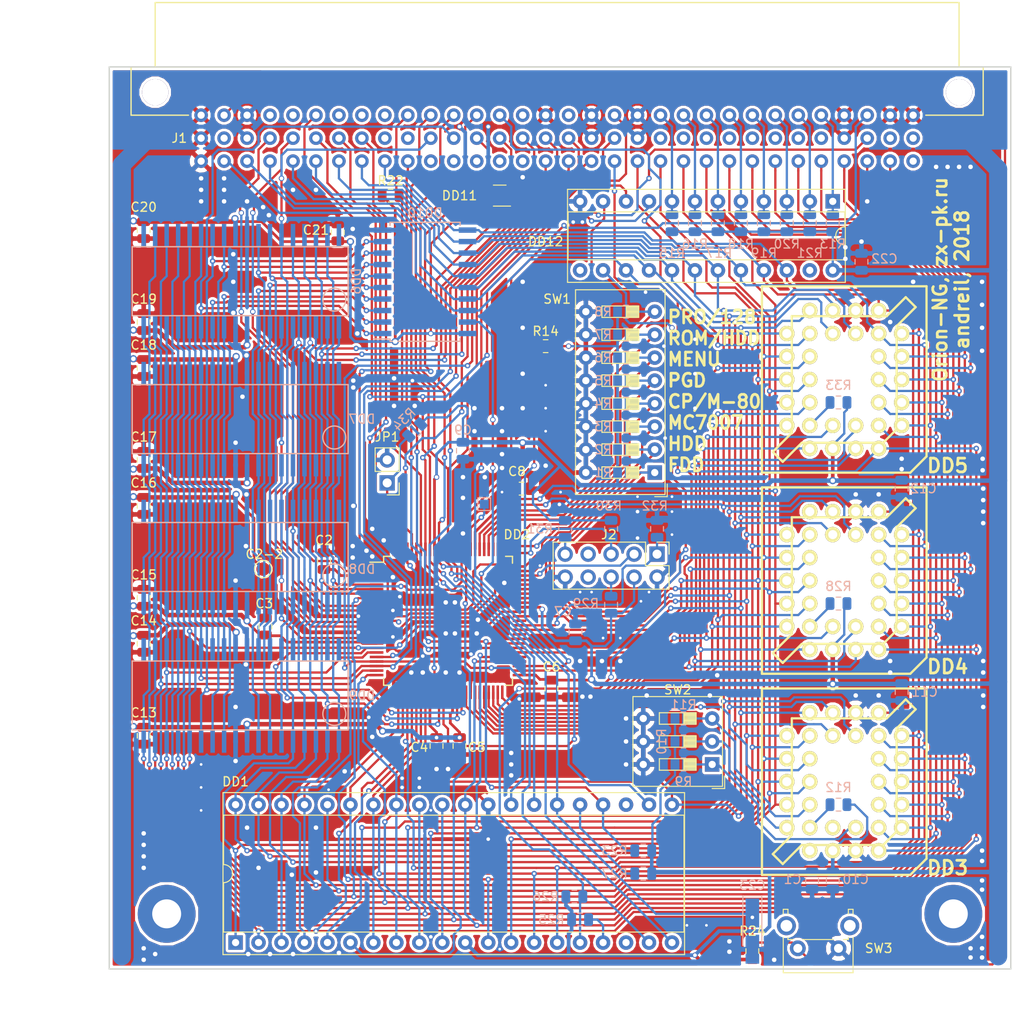
<source format=kicad_pcb>
(kicad_pcb (version 20171130) (host pcbnew "(5.0.0)")
  (layers (0 F.Cu signal) (31 B.Cu signal) (34 B.Paste user) (35 F.Paste user) (36 B.SilkS user) (37 F.SilkS user) (38 B.Mask user) (39 F.Mask user) (44 Edge.Cuts user))
  (net 0 "")
  (net 1 GND)
  (net 2 VCC)
  (net 3 /X1)
  (net 4 /X0)
  (net 5 /A0)
  (net 6 /A1)
  (net 7 /A3)
  (net 8 /A2)
  (net 9 /A4)
  (net 10 /A5)
  (net 11 /A7)
  (net 12 /A6)
  (net 13 /A8)
  (net 14 /A9)
  (net 15 /A11)
  (net 16 /A10)
  (net 17 /A12)
  (net 18 /A13)
  (net 19 /MA15)
  (net 20 /MA14)
  (net 21 /~UB)
  (net 22 /D7)
  (net 23 /D6)
  (net 24 /D5)
  (net 25 /D4)
  (net 26 /D3)
  (net 27 /D2)
  (net 28 /D1)
  (net 29 /D0)
  (net 30 /~RES)
  (net 31 /A14)
  (net 32 /A15)
  (net 33 /~WR)
  (net 34 /~IRQS)
  (net 35 /~RD)
  (net 36 /~IRQ7)
  (net 37 /~IRQ5)
  (net 38 /~IRQ3)
  (net 39 /~IRQ1)
  (net 40 /~IRQ2)
  (net 41 /~IRQ4)
  (net 42 /~IRQ6)
  (net 43 /~BLIO)
  (net 44 /~WAIT)
  (net 45 /~IORQ)
  (net 46 /~MREQ)
  (net 47 /INT50)
  (net 48 /ZCLK)
  (net 49 /~MRD)
  (net 50 /~M1)
  (net 51 /~RFSH)
  (net 52 /~INTA)
  (net 53 /~BLRAM)
  (net 54 /HOLD)
  (net 55 /HLDA)
  (net 56 "Net-(J1-Pad5c)")
  (net 57 "Net-(J1-Pad7c)")
  (net 58 "Net-(J1-Pad9c)")
  (net 59 "Net-(J1-Pad28b)")
  (net 60 "Net-(J1-Pad27b)")
  (net 61 "Net-(J1-Pad26b)")
  (net 62 "Net-(J1-Pad25b)")
  (net 63 "Net-(J1-Pad24b)")
  (net 64 "Net-(J1-Pad23b)")
  (net 65 "Net-(J1-Pad22b)")
  (net 66 "Net-(J1-Pad21b)")
  (net 67 "Net-(J1-Pad9b)")
  (net 68 "Net-(J1-Pad2b)")
  (net 69 "Net-(J1-Pad11a)")
  (net 70 "Net-(J1-Pad12a)")
  (net 71 "Net-(J1-Pad13a)")
  (net 72 "Net-(J1-Pad14a)")
  (net 73 "Net-(J1-Pad15a)")
  (net 74 /~BUSAC)
  (net 75 /~BUSRQ)
  (net 76 /~INT)
  (net 77 /~NMI)
  (net 78 /~HALT)
  (net 79 /TDI)
  (net 80 /TMS)
  (net 81 /~MWR)
  (net 82 /TCK)
  (net 83 /R2A13)
  (net 84 /R2A14)
  (net 85 /R2A15)
  (net 86 /R2A16)
  (net 87 /R2A17)
  (net 88 /R2A18)
  (net 89 /~CE3)
  (net 90 /~CE2)
  (net 91 /~CE1)
  (net 92 /~CE0)
  (net 93 /MA17)
  (net 94 /MA16)
  (net 95 /R1A15)
  (net 96 "Net-(DD3-Pad1)")
  (net 97 /R1A13)
  (net 98 /R1A14)
  (net 99 /ZA14)
  (net 100 /ZA15)
  (net 101 /~R1)
  (net 102 /~R2)
  (net 103 /~R3)
  (net 104 /~OE0)
  (net 105 /~VO0)
  (net 106 /~VO1)
  (net 107 /pF8)
  (net 108 /pFA)
  (net 109 /pFC)
  (net 110 /TDO)
  (net 111 /CFG0)
  (net 112 /CFG1)
  (net 113 /CFG2)
  (net 114 /CFG3)
  (net 115 /CFG4)
  (net 116 /CFG5)
  (net 117 /CFG6)
  (net 118 /CFG7)
  (net 119 /~IRQ0)
  (net 120 "Net-(DD3-Pad30)")
  (net 121 /~VCE)
  (net 122 "Net-(DD12-Pad13)")
  (net 123 "Net-(J1-Pad10b)")
  (net 124 /MD7)
  (net 125 /MD6)
  (net 126 /MD5)
  (net 127 /MD4)
  (net 128 /MD0)
  (net 129 /MD1)
  (net 130 /MD2)
  (net 131 /MD3)
  (net 132 /SND)
  (net 133 "Net-(J2-Pad6)")
  (net 134 "Net-(J2-Pad7)")
  (net 135 "Net-(J2-Pad8)")
  (net 136 "Net-(DD12-Pad23)")
  (net 137 /MA18)
  (net 138 "Net-(DD2-Pad83)")
  (net 139 /~OE1)
  (net 140 /R16B)
  (net 141 /CSL)
  (net 142 /pFB)
  (net 143 /PGM1)
  (net 144 /PGM2)
  (net 145 /PGM3)
  (net 146 "Net-(J1-Pad32b)")
  (net 147 "Net-(J1-Pad31b)")
  (module Connector_PinHeader_2.54mm:PinHeader_2x05_P2.54mm_Vertical (layer F.Cu) (at 130.429 93.599 270)
    (fp_text reference J2 (at -2.159 5.334) (layer F.SilkS))
    (fp_text value JTAG)
    (pad 1 thru_hole rect (at 0 0 270) (size 1.7 1.7) (drill 1) (layers *.Cu *.Mask) (net 82 /TCK))
    (pad 2 thru_hole oval (at 2.54 0 270) (size 1.7 1.7) (drill 1) (layers *.Cu *.Mask) (net 1 GND))
    (pad 3 thru_hole oval (at 0 2.54 270) (size 1.7 1.7) (drill 1) (layers *.Cu *.Mask) (net 110 /TDO))
    (pad 4 thru_hole oval (at 2.54 2.54 270) (size 1.7 1.7) (drill 1) (layers *.Cu *.Mask) (net 2 VCC))
    (pad 5 thru_hole oval (at 0 5.079999 270) (size 1.7 1.7) (drill 1) (layers *.Cu *.Mask) (net 80 /TMS))
    (pad 6 thru_hole oval (at 2.54 5.08 270) (size 1.7 1.7) (drill 1) (layers *.Cu *.Mask) (net 133 "Net-(J2-Pad6)"))
    (pad 7 thru_hole oval (at 0 7.62 270) (size 1.7 1.7) (drill 1) (layers *.Cu *.Mask) (net 134 "Net-(J2-Pad7)"))
    (pad 8 thru_hole oval (at 2.54 7.62 270) (size 1.7 1.7) (drill 1) (layers *.Cu *.Mask) (net 135 "Net-(J2-Pad8)"))
    (pad 9 thru_hole oval (at 0 10.16 270) (size 1.7 1.7) (drill 1) (layers *.Cu *.Mask) (net 79 /TDI))
    (pad 10 thru_hole oval (at 2.54 10.16 270) (size 1.7 1.7) (drill 1) (layers *.Cu *.Mask) (net 1 GND))
  )
  (module Package_DIP:DIP-24_W7.62mm_Socket (layer F.Cu) (at 149.86 54.61 270)
    (fp_text reference DD12 (at 4.445 31.75) (layer F.SilkS))
    (fp_text value ATF22V10)
    (pad 1 thru_hole rect (at 0 0 270) (size 1.6 1.6) (drill 0.8) (layers *.Cu *.Mask) (net 34 /~IRQS))
    (pad 13 thru_hole oval (at 7.62 27.94 270) (size 1.6 1.6) (drill 0.8) (layers *.Cu *.Mask) (net 122 "Net-(DD12-Pad13)"))
    (pad 2 thru_hole oval (at 0 2.54 270) (size 1.6 1.6) (drill 0.8) (layers *.Cu *.Mask) (net 36 /~IRQ7))
    (pad 14 thru_hole oval (at 7.62 25.4 270) (size 1.6 1.6) (drill 0.8) (layers *.Cu *.Mask) (net 76 /~INT))
    (pad 3 thru_hole oval (at 0 5.08 270) (size 1.6 1.6) (drill 0.8) (layers *.Cu *.Mask) (net 42 /~IRQ6))
    (pad 15 thru_hole oval (at 7.62 22.86 270) (size 1.6 1.6) (drill 0.8) (layers *.Cu *.Mask) (net 22 /D7))
    (pad 4 thru_hole oval (at 0 7.62 270) (size 1.6 1.6) (drill 0.8) (layers *.Cu *.Mask) (net 37 /~IRQ5))
    (pad 16 thru_hole oval (at 7.62 20.32 270) (size 1.6 1.6) (drill 0.8) (layers *.Cu *.Mask) (net 23 /D6))
    (pad 5 thru_hole oval (at 0 10.16 270) (size 1.6 1.6) (drill 0.8) (layers *.Cu *.Mask) (net 41 /~IRQ4))
    (pad 17 thru_hole oval (at 7.62 17.78 270) (size 1.6 1.6) (drill 0.8) (layers *.Cu *.Mask) (net 24 /D5))
    (pad 6 thru_hole oval (at 0 12.7 270) (size 1.6 1.6) (drill 0.8) (layers *.Cu *.Mask) (net 38 /~IRQ3))
    (pad 18 thru_hole oval (at 7.62 15.24 270) (size 1.6 1.6) (drill 0.8) (layers *.Cu *.Mask) (net 25 /D4))
    (pad 7 thru_hole oval (at 0 15.24 270) (size 1.6 1.6) (drill 0.8) (layers *.Cu *.Mask) (net 40 /~IRQ2))
    (pad 19 thru_hole oval (at 7.62 12.7 270) (size 1.6 1.6) (drill 0.8) (layers *.Cu *.Mask) (net 26 /D3))
    (pad 8 thru_hole oval (at 0 17.78 270) (size 1.6 1.6) (drill 0.8) (layers *.Cu *.Mask) (net 39 /~IRQ1))
    (pad 20 thru_hole oval (at 7.62 10.16 270) (size 1.6 1.6) (drill 0.8) (layers *.Cu *.Mask) (net 27 /D2))
    (pad 9 thru_hole oval (at 0 20.32 270) (size 1.6 1.6) (drill 0.8) (layers *.Cu *.Mask) (net 50 /~M1))
    (pad 21 thru_hole oval (at 7.62 7.62 270) (size 1.6 1.6) (drill 0.8) (layers *.Cu *.Mask) (net 28 /D1))
    (pad 10 thru_hole oval (at 0 22.86 270) (size 1.6 1.6) (drill 0.8) (layers *.Cu *.Mask) (net 45 /~IORQ))
    (pad 22 thru_hole oval (at 7.62 5.08 270) (size 1.6 1.6) (drill 0.8) (layers *.Cu *.Mask) (net 29 /D0))
    (pad 11 thru_hole oval (at 0 25.4 270) (size 1.6 1.6) (drill 0.8) (layers *.Cu *.Mask) (net 119 /~IRQ0))
    (pad 23 thru_hole oval (at 7.62 2.54 270) (size 1.6 1.6) (drill 0.8) (layers *.Cu *.Mask) (net 136 "Net-(DD12-Pad23)"))
    (pad 12 thru_hole oval (at 0 27.94 270) (size 1.6 1.6) (drill 0.8) (layers *.Cu *.Mask) (net 1 GND))
    (pad 24 thru_hole oval (at 7.62 0 270) (size 1.6 1.6) (drill 0.8) (layers *.Cu *.Mask) (net 2 VCC))
  )
  (module Capacitor_SMD:C_0805_2012Metric (layer F.Cu) (at 73.66 67.945 270)
    (fp_text reference C19 (at -2.54 0) (layer F.SilkS))
    (fp_text value 100n)
    (pad 1 smd roundrect (at -0.9375 0 270) (size 0.975 1.4) (layers F.Cu F.Paste F.Mask) (net 1 GND))
    (pad 2 smd roundrect (at 0.9375 0 270) (size 0.975 1.4) (layers F.Cu F.Paste F.Mask) (net 2 VCC))
  )
  (module w_pth_plcc:plcc32_pth-skt (layer F.Cu) (at 151.13 118.745)
    (fp_text reference DD3 (at 11.43 9.525 180) (layer F.SilkS) (effects (font (size 1.524 1.524) (thickness 0.3048))))
    (fp_text value SST39SF010 hide)
    (pad 2 thru_hole circle (at 1.27 7.62) (size 1.69926 1.69926) (drill 1.00076) (layers *.Cu *.Mask F.SilkS) (net 1 GND))
    (pad 1 thru_hole circle (at -1.27 5.08) (size 1.69926 1.69926) (drill 1.00076) (layers *.Cu *.Mask F.SilkS) (net 96 "Net-(DD3-Pad1)"))
    (pad 3 thru_hole circle (at 1.27 5.08) (size 1.69926 1.69926) (drill 1.00076) (layers *.Cu *.Mask F.SilkS) (net 95 /R1A15))
    (pad 4 thru_hole circle (at 3.81 7.62) (size 1.69926 1.69926) (drill 1.00076) (layers *.Cu *.Mask F.SilkS) (net 17 /A12))
    (pad 5 thru_hole circle (at 6.35 5.08) (size 1.69926 1.69926) (drill 1.00076) (layers *.Cu *.Mask F.SilkS) (net 11 /A7))
    (pad 6 thru_hole circle (at 3.81 5.08) (size 1.69926 1.69926) (drill 1.00076) (layers *.Cu *.Mask F.SilkS) (net 12 /A6))
    (pad 7 thru_hole circle (at 6.35 2.54) (size 1.69926 1.69926) (drill 1.00076) (layers *.Cu *.Mask F.SilkS) (net 10 /A5))
    (pad 8 thru_hole circle (at 3.81 2.54) (size 1.69926 1.69926) (drill 1.00076) (layers *.Cu *.Mask F.SilkS) (net 9 /A4))
    (pad 9 thru_hole circle (at 6.35 0) (size 1.69926 1.69926) (drill 1.00076) (layers *.Cu *.Mask F.SilkS) (net 7 /A3))
    (pad 10 thru_hole circle (at 3.81 0) (size 1.69926 1.69926) (drill 1.00076) (layers *.Cu *.Mask F.SilkS) (net 8 /A2))
    (pad 11 thru_hole circle (at 6.35 -2.54) (size 1.69926 1.69926) (drill 1.00076) (layers *.Cu *.Mask F.SilkS) (net 6 /A1))
    (pad 12 thru_hole circle (at 3.81 -2.54) (size 1.69926 1.69926) (drill 1.00076) (layers *.Cu *.Mask F.SilkS) (net 5 /A0))
    (pad 13 thru_hole circle (at 6.35 -5.08) (size 1.69926 1.69926) (drill 1.00076) (layers *.Cu *.Mask F.SilkS) (net 29 /D0))
    (pad 14 thru_hole circle (at 3.81 -7.62) (size 1.69926 1.69926) (drill 1.00076) (layers *.Cu *.Mask F.SilkS) (net 28 /D1))
    (pad 15 thru_hole circle (at 3.81 -5.08) (size 1.69926 1.69926) (drill 1.00076) (layers *.Cu *.Mask F.SilkS) (net 27 /D2))
    (pad 16 thru_hole circle (at 1.27 -7.62) (size 1.69926 1.69926) (drill 1.00076) (layers *.Cu *.Mask F.SilkS) (net 1 GND))
    (pad 17 thru_hole circle (at 1.27 -5.08) (size 1.69926 1.69926) (drill 1.00076) (layers *.Cu *.Mask F.SilkS) (net 26 /D3))
    (pad 18 thru_hole circle (at -1.27 -7.62) (size 1.69926 1.69926) (drill 1.00076) (layers *.Cu *.Mask F.SilkS) (net 25 /D4))
    (pad 19 thru_hole circle (at -1.27 -5.08) (size 1.69926 1.69926) (drill 1.00076) (layers *.Cu *.Mask F.SilkS) (net 24 /D5))
    (pad 20 thru_hole circle (at -3.81 -7.62) (size 1.69926 1.69926) (drill 1.00076) (layers *.Cu *.Mask F.SilkS) (net 23 /D6))
    (pad 21 thru_hole circle (at -6.35 -5.08) (size 1.69926 1.69926) (drill 1.00076) (layers *.Cu *.Mask F.SilkS) (net 22 /D7))
    (pad 22 thru_hole circle (at -3.81 -5.08) (size 1.69926 1.69926) (drill 1.00076) (layers *.Cu *.Mask F.SilkS) (net 35 /~RD))
    (pad 23 thru_hole circle (at -6.35 -2.54) (size 1.69926 1.69926) (drill 1.00076) (layers *.Cu *.Mask F.SilkS) (net 16 /A10))
    (pad 24 thru_hole circle (at -3.81 -2.54) (size 1.69926 1.69926) (drill 1.00076) (layers *.Cu *.Mask F.SilkS) (net 101 /~R1))
    (pad 25 thru_hole circle (at -6.35 0) (size 1.69926 1.69926) (drill 1.00076) (layers *.Cu *.Mask F.SilkS) (net 15 /A11))
    (pad 26 thru_hole circle (at -3.81 0) (size 1.69926 1.69926) (drill 1.00076) (layers *.Cu *.Mask F.SilkS) (net 14 /A9))
    (pad 27 thru_hole circle (at -6.35 2.54) (size 1.69926 1.69926) (drill 1.00076) (layers *.Cu *.Mask F.SilkS) (net 13 /A8))
    (pad 32 thru_hole circle (at -1.27 7.62) (size 1.69926 1.69926) (drill 1.00076) (layers *.Cu *.Mask F.SilkS) (net 2 VCC))
    (pad 28 thru_hole circle (at -3.81 2.54) (size 1.69926 1.69926) (drill 1.00076) (layers *.Cu *.Mask F.SilkS) (net 97 /R1A13))
    (pad 29 thru_hole circle (at -6.35 5.08) (size 1.69926 1.69926) (drill 1.00076) (layers *.Cu *.Mask F.SilkS) (net 98 /R1A14))
    (pad 30 thru_hole circle (at -3.81 7.62) (size 1.69926 1.69926) (drill 1.00076) (layers *.Cu *.Mask F.SilkS) (net 120 "Net-(DD3-Pad30)"))
    (pad 31 thru_hole circle (at -3.81 5.08) (size 1.69926 1.69926) (drill 1.00076) (layers *.Cu *.Mask F.SilkS) (net 143 /PGM1))
  )
  (module Projects:SOJ-36 (layer B.Cu) (at 82.55 93.913752 180)
    (fp_text reference DD8 (at -15.24 -1.336248 180) (layer B.SilkS) (effects (justify mirror)))
    (fp_text value CY7C1049B)
    (pad 26 smd rect (at 0 5.08 180) (size 0.5 2.5) (layers B.Cu B.Paste B.Mask) (net 126 /MD5))
    (pad 11 smd rect (at 0 -5.08 180) (size 0.5 2.5) (layers B.Cu B.Paste B.Mask) (net 130 /MD2))
    (pad 27 smd rect (at -1.27 5.08 180) (size 0.5 2.5) (layers B.Cu B.Paste B.Mask) (net 2 VCC))
    (pad 28 smd rect (at -2.54 5.08 180) (size 0.5 2.5) (layers B.Cu B.Paste B.Mask) (net 1 GND))
    (pad 29 smd rect (at -3.81 5.08 180) (size 0.5 2.5) (layers B.Cu B.Paste B.Mask) (net 125 /MD6))
    (pad 30 smd rect (at -5.08 5.08 180) (size 0.5 2.5) (layers B.Cu B.Paste B.Mask) (net 124 /MD7))
    (pad 31 smd rect (at -6.35 5.08 180) (size 0.5 2.5) (layers B.Cu B.Paste B.Mask) (net 49 /~MRD))
    (pad 32 smd rect (at -7.62 5.08 180) (size 0.5 2.5) (layers B.Cu B.Paste B.Mask) (net 19 /MA15))
    (pad 33 smd rect (at -8.89 5.08 180) (size 0.5 2.5) (layers B.Cu B.Paste B.Mask) (net 94 /MA16))
    (pad 34 smd rect (at -10.16 5.08 180) (size 0.5 2.5) (layers B.Cu B.Paste B.Mask) (net 93 /MA17))
    (pad 35 smd rect (at -11.43 5.08 180) (size 0.5 2.5) (layers B.Cu B.Paste B.Mask) (net 137 /MA18))
    (pad 36 smd rect (at -12.7 5.08 180) (size 0.5 2.5) (layers B.Cu B.Paste B.Mask))
    (pad 10 smd rect (at -1.27 -5.08 180) (size 0.5 2.5) (layers B.Cu B.Paste B.Mask) (net 1 GND))
    (pad 9 smd rect (at -2.54 -5.08 180) (size 0.5 2.5) (layers B.Cu B.Paste B.Mask) (net 2 VCC))
    (pad 8 smd rect (at -3.81 -5.08 180) (size 0.5 2.5) (layers B.Cu B.Paste B.Mask) (net 129 /MD1))
    (pad 7 smd rect (at -5.08 -5.08 180) (size 0.5 2.5) (layers B.Cu B.Paste B.Mask) (net 128 /MD0))
    (pad 6 smd rect (at -6.35 -5.08 180) (size 0.5 2.5) (layers B.Cu B.Paste B.Mask) (net 90 /~CE2))
    (pad 5 smd rect (at -7.62 -5.08 180) (size 0.5 2.5) (layers B.Cu B.Paste B.Mask) (net 15 /A11))
    (pad 4 smd rect (at -8.89 -5.08 180) (size 0.5 2.5) (layers B.Cu B.Paste B.Mask) (net 16 /A10))
    (pad 3 smd rect (at -10.16 -5.08 180) (size 0.5 2.5) (layers B.Cu B.Paste B.Mask) (net 14 /A9))
    (pad 2 smd rect (at -11.43 -5.08 180) (size 0.5 2.5) (layers B.Cu B.Paste B.Mask) (net 18 /A13))
    (pad 1 smd rect (at -12.7 -5.08 180) (size 0.5 2.5) (layers B.Cu B.Paste B.Mask) (net 13 /A8))
    (pad 25 smd rect (at 1.27 5.08 180) (size 0.5 2.5) (layers B.Cu B.Paste B.Mask) (net 127 /MD4))
    (pad 24 smd rect (at 2.54 5.08 180) (size 0.5 2.5) (layers B.Cu B.Paste B.Mask) (net 20 /MA14))
    (pad 23 smd rect (at 3.81 5.08 180) (size 0.5 2.5) (layers B.Cu B.Paste B.Mask) (net 12 /A6))
    (pad 22 smd rect (at 5.08 5.08 180) (size 0.5 2.5) (layers B.Cu B.Paste B.Mask) (net 9 /A4))
    (pad 21 smd rect (at 6.35 5.08 180) (size 0.5 2.5) (layers B.Cu B.Paste B.Mask) (net 8 /A2))
    (pad 20 smd rect (at 7.62 5.08 180) (size 0.5 2.5) (layers B.Cu B.Paste B.Mask) (net 5 /A0))
    (pad 19 smd rect (at 8.89 5.08 180) (size 0.5 2.5) (layers B.Cu B.Paste B.Mask))
    (pad 12 smd rect (at 1.27 -5.08 180) (size 0.5 2.5) (layers B.Cu B.Paste B.Mask) (net 131 /MD3))
    (pad 13 smd rect (at 2.54 -5.08 180) (size 0.5 2.5) (layers B.Cu B.Paste B.Mask) (net 81 /~MWR))
    (pad 14 smd rect (at 3.81 -5.08 180) (size 0.5 2.5) (layers B.Cu B.Paste B.Mask) (net 11 /A7))
    (pad 15 smd rect (at 5.08 -5.08 180) (size 0.5 2.5) (layers B.Cu B.Paste B.Mask) (net 10 /A5))
    (pad 16 smd rect (at 6.35 -5.08 180) (size 0.5 2.5) (layers B.Cu B.Paste B.Mask) (net 7 /A3))
    (pad 17 smd rect (at 7.62 -5.08 180) (size 0.5 2.5) (layers B.Cu B.Paste B.Mask) (net 6 /A1))
    (pad 18 smd rect (at 8.89 -5.08 180) (size 0.5 2.5) (layers B.Cu B.Paste B.Mask) (net 17 /A12))
  )
  (module Button_Switch_THT:SW_DIP_SPSTx03_Slide_9.78x9.8mm_W7.62mm_P2.54mm (layer F.Cu) (at 136.525 116.84 180)
    (fp_text reference SW2 (at 3.81 8.255 180) (layer F.SilkS))
    (fp_text value ROM1)
    (pad 1 thru_hole rect (at 0 0 180) (size 1.6 1.6) (drill 0.8) (layers *.Cu *.Mask) (net 95 /R1A15))
    (pad 4 thru_hole oval (at 7.62 5.08 180) (size 1.6 1.6) (drill 0.8) (layers *.Cu *.Mask) (net 1 GND))
    (pad 2 thru_hole oval (at 0 2.54 180) (size 1.6 1.6) (drill 0.8) (layers *.Cu *.Mask) (net 98 /R1A14))
    (pad 5 thru_hole oval (at 7.62 2.54 180) (size 1.6 1.6) (drill 0.8) (layers *.Cu *.Mask) (net 1 GND))
    (pad 3 thru_hole oval (at 0 5.08 180) (size 1.6 1.6) (drill 0.8) (layers *.Cu *.Mask) (net 97 /R1A13))
    (pad 6 thru_hole oval (at 7.62 0 180) (size 1.6 1.6) (drill 0.8) (layers *.Cu *.Mask) (net 1 GND))
  )
  (module Package_DIP:DIP-40_W15.24mm_Socket (layer F.Cu) (at 83.82 136.525 90)
    (fp_text reference DD1 (at 17.78 0 180) (layer F.SilkS))
    (fp_text value Z80CPU)
    (pad 1 thru_hole rect (at 0 0 90) (size 1.6 1.6) (drill 0.8) (layers *.Cu *.Mask) (net 15 /A11))
    (pad 21 thru_hole oval (at 15.24 48.26 90) (size 1.6 1.6) (drill 0.8) (layers *.Cu *.Mask) (net 35 /~RD))
    (pad 2 thru_hole oval (at 0 2.54 90) (size 1.6 1.6) (drill 0.8) (layers *.Cu *.Mask) (net 17 /A12))
    (pad 22 thru_hole oval (at 15.24 45.72 90) (size 1.6 1.6) (drill 0.8) (layers *.Cu *.Mask) (net 33 /~WR))
    (pad 3 thru_hole oval (at 0 5.08 90) (size 1.6 1.6) (drill 0.8) (layers *.Cu *.Mask) (net 18 /A13))
    (pad 23 thru_hole oval (at 15.24 43.18 90) (size 1.6 1.6) (drill 0.8) (layers *.Cu *.Mask) (net 74 /~BUSAC))
    (pad 4 thru_hole oval (at 0 7.62 90) (size 1.6 1.6) (drill 0.8) (layers *.Cu *.Mask) (net 99 /ZA14))
    (pad 24 thru_hole oval (at 15.24 40.64 90) (size 1.6 1.6) (drill 0.8) (layers *.Cu *.Mask) (net 44 /~WAIT))
    (pad 5 thru_hole oval (at 0 10.16 90) (size 1.6 1.6) (drill 0.8) (layers *.Cu *.Mask) (net 100 /ZA15))
    (pad 25 thru_hole oval (at 15.24 38.1 90) (size 1.6 1.6) (drill 0.8) (layers *.Cu *.Mask) (net 75 /~BUSRQ))
    (pad 6 thru_hole oval (at 0 12.7 90) (size 1.6 1.6) (drill 0.8) (layers *.Cu *.Mask) (net 48 /ZCLK))
    (pad 26 thru_hole oval (at 15.24 35.56 90) (size 1.6 1.6) (drill 0.8) (layers *.Cu *.Mask) (net 30 /~RES))
    (pad 7 thru_hole oval (at 0 15.24 90) (size 1.6 1.6) (drill 0.8) (layers *.Cu *.Mask) (net 25 /D4))
    (pad 27 thru_hole oval (at 15.24 33.02 90) (size 1.6 1.6) (drill 0.8) (layers *.Cu *.Mask) (net 50 /~M1))
    (pad 8 thru_hole oval (at 0 17.78 90) (size 1.6 1.6) (drill 0.8) (layers *.Cu *.Mask) (net 26 /D3))
    (pad 28 thru_hole oval (at 15.24 30.48 90) (size 1.6 1.6) (drill 0.8) (layers *.Cu *.Mask) (net 51 /~RFSH))
    (pad 9 thru_hole oval (at 0 20.32 90) (size 1.6 1.6) (drill 0.8) (layers *.Cu *.Mask) (net 24 /D5))
    (pad 29 thru_hole oval (at 15.24 27.94 90) (size 1.6 1.6) (drill 0.8) (layers *.Cu *.Mask) (net 1 GND))
    (pad 10 thru_hole oval (at 0 22.86 90) (size 1.6 1.6) (drill 0.8) (layers *.Cu *.Mask) (net 23 /D6))
    (pad 30 thru_hole oval (at 15.24 25.4 90) (size 1.6 1.6) (drill 0.8) (layers *.Cu *.Mask) (net 5 /A0))
    (pad 11 thru_hole oval (at 0 25.4 90) (size 1.6 1.6) (drill 0.8) (layers *.Cu *.Mask) (net 2 VCC))
    (pad 31 thru_hole oval (at 15.24 22.86 90) (size 1.6 1.6) (drill 0.8) (layers *.Cu *.Mask) (net 6 /A1))
    (pad 12 thru_hole oval (at 0 27.94 90) (size 1.6 1.6) (drill 0.8) (layers *.Cu *.Mask) (net 27 /D2))
    (pad 32 thru_hole oval (at 15.24 20.32 90) (size 1.6 1.6) (drill 0.8) (layers *.Cu *.Mask) (net 8 /A2))
    (pad 13 thru_hole oval (at 0 30.48 90) (size 1.6 1.6) (drill 0.8) (layers *.Cu *.Mask) (net 22 /D7))
    (pad 33 thru_hole oval (at 15.24 17.78 90) (size 1.6 1.6) (drill 0.8) (layers *.Cu *.Mask) (net 7 /A3))
    (pad 14 thru_hole oval (at 0 33.02 90) (size 1.6 1.6) (drill 0.8) (layers *.Cu *.Mask) (net 29 /D0))
    (pad 34 thru_hole oval (at 15.24 15.24 90) (size 1.6 1.6) (drill 0.8) (layers *.Cu *.Mask) (net 9 /A4))
    (pad 15 thru_hole oval (at 0 35.56 90) (size 1.6 1.6) (drill 0.8) (layers *.Cu *.Mask) (net 28 /D1))
    (pad 35 thru_hole oval (at 15.24 12.7 90) (size 1.6 1.6) (drill 0.8) (layers *.Cu *.Mask) (net 10 /A5))
    (pad 16 thru_hole oval (at 0 38.1 90) (size 1.6 1.6) (drill 0.8) (layers *.Cu *.Mask) (net 76 /~INT))
    (pad 36 thru_hole oval (at 15.24 10.16 90) (size 1.6 1.6) (drill 0.8) (layers *.Cu *.Mask) (net 12 /A6))
    (pad 17 thru_hole oval (at 0 40.64 90) (size 1.6 1.6) (drill 0.8) (layers *.Cu *.Mask) (net 77 /~NMI))
    (pad 37 thru_hole oval (at 15.24 7.62 90) (size 1.6 1.6) (drill 0.8) (layers *.Cu *.Mask) (net 11 /A7))
    (pad 18 thru_hole oval (at 0 43.18 90) (size 1.6 1.6) (drill 0.8) (layers *.Cu *.Mask) (net 78 /~HALT))
    (pad 38 thru_hole oval (at 15.24 5.08 90) (size 1.6 1.6) (drill 0.8) (layers *.Cu *.Mask) (net 13 /A8))
    (pad 19 thru_hole oval (at 0 45.72 90) (size 1.6 1.6) (drill 0.8) (layers *.Cu *.Mask) (net 46 /~MREQ))
    (pad 39 thru_hole oval (at 15.24 2.54 90) (size 1.6 1.6) (drill 0.8) (layers *.Cu *.Mask) (net 14 /A9))
    (pad 20 thru_hole oval (at 0 48.26 90) (size 1.6 1.6) (drill 0.8) (layers *.Cu *.Mask) (net 45 /~IORQ))
    (pad 40 thru_hole oval (at 15.24 0 90) (size 1.6 1.6) (drill 0.8) (layers *.Cu *.Mask) (net 16 /A10))
  )
  (module w_pth_plcc:plcc32_pth-skt (layer F.Cu) (at 151.13 96.52)
    (fp_text reference DD4 (at 11.43 9.525 180) (layer F.SilkS) (effects (font (size 1.524 1.524) (thickness 0.3048))))
    (fp_text value SST39SF040 hide)
    (pad 2 thru_hole circle (at 1.27 7.62) (size 1.69926 1.69926) (drill 1.00076) (layers *.Cu *.Mask F.SilkS) (net 86 /R2A16))
    (pad 1 thru_hole circle (at -1.27 5.08) (size 1.69926 1.69926) (drill 1.00076) (layers *.Cu *.Mask F.SilkS) (net 88 /R2A18))
    (pad 3 thru_hole circle (at 1.27 5.08) (size 1.69926 1.69926) (drill 1.00076) (layers *.Cu *.Mask F.SilkS) (net 85 /R2A15))
    (pad 4 thru_hole circle (at 3.81 7.62) (size 1.69926 1.69926) (drill 1.00076) (layers *.Cu *.Mask F.SilkS) (net 17 /A12))
    (pad 5 thru_hole circle (at 6.35 5.08) (size 1.69926 1.69926) (drill 1.00076) (layers *.Cu *.Mask F.SilkS) (net 11 /A7))
    (pad 6 thru_hole circle (at 3.81 5.08) (size 1.69926 1.69926) (drill 1.00076) (layers *.Cu *.Mask F.SilkS) (net 12 /A6))
    (pad 7 thru_hole circle (at 6.35 2.54) (size 1.69926 1.69926) (drill 1.00076) (layers *.Cu *.Mask F.SilkS) (net 10 /A5))
    (pad 8 thru_hole circle (at 3.81 2.54) (size 1.69926 1.69926) (drill 1.00076) (layers *.Cu *.Mask F.SilkS) (net 9 /A4))
    (pad 9 thru_hole circle (at 6.35 0) (size 1.69926 1.69926) (drill 1.00076) (layers *.Cu *.Mask F.SilkS) (net 7 /A3))
    (pad 10 thru_hole circle (at 3.81 0) (size 1.69926 1.69926) (drill 1.00076) (layers *.Cu *.Mask F.SilkS) (net 8 /A2))
    (pad 11 thru_hole circle (at 6.35 -2.54) (size 1.69926 1.69926) (drill 1.00076) (layers *.Cu *.Mask F.SilkS) (net 6 /A1))
    (pad 12 thru_hole circle (at 3.81 -2.54) (size 1.69926 1.69926) (drill 1.00076) (layers *.Cu *.Mask F.SilkS) (net 5 /A0))
    (pad 13 thru_hole circle (at 6.35 -5.08) (size 1.69926 1.69926) (drill 1.00076) (layers *.Cu *.Mask F.SilkS) (net 29 /D0))
    (pad 14 thru_hole circle (at 3.81 -7.62) (size 1.69926 1.69926) (drill 1.00076) (layers *.Cu *.Mask F.SilkS) (net 28 /D1))
    (pad 15 thru_hole circle (at 3.81 -5.08) (size 1.69926 1.69926) (drill 1.00076) (layers *.Cu *.Mask F.SilkS) (net 27 /D2))
    (pad 16 thru_hole circle (at 1.27 -7.62) (size 1.69926 1.69926) (drill 1.00076) (layers *.Cu *.Mask F.SilkS) (net 1 GND))
    (pad 17 thru_hole circle (at 1.27 -5.08) (size 1.69926 1.69926) (drill 1.00076) (layers *.Cu *.Mask F.SilkS) (net 26 /D3))
    (pad 18 thru_hole circle (at -1.27 -7.62) (size 1.69926 1.69926) (drill 1.00076) (layers *.Cu *.Mask F.SilkS) (net 25 /D4))
    (pad 19 thru_hole circle (at -1.27 -5.08) (size 1.69926 1.69926) (drill 1.00076) (layers *.Cu *.Mask F.SilkS) (net 24 /D5))
    (pad 20 thru_hole circle (at -3.81 -7.62) (size 1.69926 1.69926) (drill 1.00076) (layers *.Cu *.Mask F.SilkS) (net 23 /D6))
    (pad 21 thru_hole circle (at -6.35 -5.08) (size 1.69926 1.69926) (drill 1.00076) (layers *.Cu *.Mask F.SilkS) (net 22 /D7))
    (pad 22 thru_hole circle (at -3.81 -5.08) (size 1.69926 1.69926) (drill 1.00076) (layers *.Cu *.Mask F.SilkS) (net 35 /~RD))
    (pad 23 thru_hole circle (at -6.35 -2.54) (size 1.69926 1.69926) (drill 1.00076) (layers *.Cu *.Mask F.SilkS) (net 16 /A10))
    (pad 24 thru_hole circle (at -3.81 -2.54) (size 1.69926 1.69926) (drill 1.00076) (layers *.Cu *.Mask F.SilkS) (net 102 /~R2))
    (pad 25 thru_hole circle (at -6.35 0) (size 1.69926 1.69926) (drill 1.00076) (layers *.Cu *.Mask F.SilkS) (net 15 /A11))
    (pad 26 thru_hole circle (at -3.81 0) (size 1.69926 1.69926) (drill 1.00076) (layers *.Cu *.Mask F.SilkS) (net 14 /A9))
    (pad 27 thru_hole circle (at -6.35 2.54) (size 1.69926 1.69926) (drill 1.00076) (layers *.Cu *.Mask F.SilkS) (net 13 /A8))
    (pad 32 thru_hole circle (at -1.27 7.62) (size 1.69926 1.69926) (drill 1.00076) (layers *.Cu *.Mask F.SilkS) (net 2 VCC))
    (pad 28 thru_hole circle (at -3.81 2.54) (size 1.69926 1.69926) (drill 1.00076) (layers *.Cu *.Mask F.SilkS) (net 83 /R2A13))
    (pad 29 thru_hole circle (at -6.35 5.08) (size 1.69926 1.69926) (drill 1.00076) (layers *.Cu *.Mask F.SilkS) (net 84 /R2A14))
    (pad 30 thru_hole circle (at -3.81 7.62) (size 1.69926 1.69926) (drill 1.00076) (layers *.Cu *.Mask F.SilkS) (net 87 /R2A17))
    (pad 31 thru_hole circle (at -3.81 5.08) (size 1.69926 1.69926) (drill 1.00076) (layers *.Cu *.Mask F.SilkS) (net 144 /PGM2))
  )
  (module Projects:SOJ-36 (layer B.Cu) (at 82.55 63.433752 180)
    (fp_text reference DD6 (at -14.605 0 90) (layer B.SilkS) (effects (justify mirror)))
    (fp_text value CY7C1049B)
    (pad 26 smd rect (at 0 5.08 180) (size 0.5 2.5) (layers B.Cu B.Paste B.Mask) (net 126 /MD5))
    (pad 11 smd rect (at 0 -5.08 180) (size 0.5 2.5) (layers B.Cu B.Paste B.Mask) (net 130 /MD2))
    (pad 27 smd rect (at -1.27 5.08 180) (size 0.5 2.5) (layers B.Cu B.Paste B.Mask) (net 2 VCC))
    (pad 28 smd rect (at -2.54 5.08 180) (size 0.5 2.5) (layers B.Cu B.Paste B.Mask) (net 1 GND))
    (pad 29 smd rect (at -3.81 5.08 180) (size 0.5 2.5) (layers B.Cu B.Paste B.Mask) (net 125 /MD6))
    (pad 30 smd rect (at -5.08 5.08 180) (size 0.5 2.5) (layers B.Cu B.Paste B.Mask) (net 124 /MD7))
    (pad 31 smd rect (at -6.35 5.08 180) (size 0.5 2.5) (layers B.Cu B.Paste B.Mask) (net 49 /~MRD))
    (pad 32 smd rect (at -7.62 5.08 180) (size 0.5 2.5) (layers B.Cu B.Paste B.Mask) (net 19 /MA15))
    (pad 33 smd rect (at -8.89 5.08 180) (size 0.5 2.5) (layers B.Cu B.Paste B.Mask) (net 94 /MA16))
    (pad 34 smd rect (at -10.16 5.08 180) (size 0.5 2.5) (layers B.Cu B.Paste B.Mask) (net 93 /MA17))
    (pad 35 smd rect (at -11.43 5.08 180) (size 0.5 2.5) (layers B.Cu B.Paste B.Mask) (net 137 /MA18))
    (pad 36 smd rect (at -12.7 5.08 180) (size 0.5 2.5) (layers B.Cu B.Paste B.Mask))
    (pad 10 smd rect (at -1.27 -5.08 180) (size 0.5 2.5) (layers B.Cu B.Paste B.Mask) (net 1 GND))
    (pad 9 smd rect (at -2.54 -5.08 180) (size 0.5 2.5) (layers B.Cu B.Paste B.Mask) (net 2 VCC))
    (pad 8 smd rect (at -3.81 -5.08 180) (size 0.5 2.5) (layers B.Cu B.Paste B.Mask) (net 129 /MD1))
    (pad 7 smd rect (at -5.08 -5.08 180) (size 0.5 2.5) (layers B.Cu B.Paste B.Mask) (net 128 /MD0))
    (pad 6 smd rect (at -6.35 -5.08 180) (size 0.5 2.5) (layers B.Cu B.Paste B.Mask) (net 92 /~CE0))
    (pad 5 smd rect (at -7.62 -5.08 180) (size 0.5 2.5) (layers B.Cu B.Paste B.Mask) (net 15 /A11))
    (pad 4 smd rect (at -8.89 -5.08 180) (size 0.5 2.5) (layers B.Cu B.Paste B.Mask) (net 16 /A10))
    (pad 3 smd rect (at -10.16 -5.08 180) (size 0.5 2.5) (layers B.Cu B.Paste B.Mask) (net 14 /A9))
    (pad 2 smd rect (at -11.43 -5.08 180) (size 0.5 2.5) (layers B.Cu B.Paste B.Mask) (net 18 /A13))
    (pad 1 smd rect (at -12.7 -5.08 180) (size 0.5 2.5) (layers B.Cu B.Paste B.Mask) (net 13 /A8))
    (pad 25 smd rect (at 1.27 5.08 180) (size 0.5 2.5) (layers B.Cu B.Paste B.Mask) (net 127 /MD4))
    (pad 24 smd rect (at 2.54 5.08 180) (size 0.5 2.5) (layers B.Cu B.Paste B.Mask) (net 20 /MA14))
    (pad 23 smd rect (at 3.81 5.08 180) (size 0.5 2.5) (layers B.Cu B.Paste B.Mask) (net 12 /A6))
    (pad 22 smd rect (at 5.08 5.08 180) (size 0.5 2.5) (layers B.Cu B.Paste B.Mask) (net 9 /A4))
    (pad 21 smd rect (at 6.35 5.08 180) (size 0.5 2.5) (layers B.Cu B.Paste B.Mask) (net 8 /A2))
    (pad 20 smd rect (at 7.62 5.08 180) (size 0.5 2.5) (layers B.Cu B.Paste B.Mask) (net 5 /A0))
    (pad 19 smd rect (at 8.89 5.08 180) (size 0.5 2.5) (layers B.Cu B.Paste B.Mask))
    (pad 12 smd rect (at 1.27 -5.08 180) (size 0.5 2.5) (layers B.Cu B.Paste B.Mask) (net 131 /MD3))
    (pad 13 smd rect (at 2.54 -5.08 180) (size 0.5 2.5) (layers B.Cu B.Paste B.Mask) (net 81 /~MWR))
    (pad 14 smd rect (at 3.81 -5.08 180) (size 0.5 2.5) (layers B.Cu B.Paste B.Mask) (net 11 /A7))
    (pad 15 smd rect (at 5.08 -5.08 180) (size 0.5 2.5) (layers B.Cu B.Paste B.Mask) (net 10 /A5))
    (pad 16 smd rect (at 6.35 -5.08 180) (size 0.5 2.5) (layers B.Cu B.Paste B.Mask) (net 7 /A3))
    (pad 17 smd rect (at 7.62 -5.08 180) (size 0.5 2.5) (layers B.Cu B.Paste B.Mask) (net 6 /A1))
    (pad 18 smd rect (at 8.89 -5.08 180) (size 0.5 2.5) (layers B.Cu B.Paste B.Mask) (net 17 /A12))
  )
  (module Projects:SOJ-36 (layer B.Cu) (at 82.55 109.22 180)
    (fp_text reference DD9 (at -15.24 0 180) (layer B.SilkS) (effects (justify mirror)))
    (fp_text value CY7C1049B)
    (pad 18 smd rect (at 8.89 -5.08 180) (size 0.5 2.5) (layers B.Cu B.Paste B.Mask) (net 17 /A12))
    (pad 17 smd rect (at 7.62 -5.08 180) (size 0.5 2.5) (layers B.Cu B.Paste B.Mask) (net 6 /A1))
    (pad 16 smd rect (at 6.35 -5.08 180) (size 0.5 2.5) (layers B.Cu B.Paste B.Mask) (net 7 /A3))
    (pad 15 smd rect (at 5.08 -5.08 180) (size 0.5 2.5) (layers B.Cu B.Paste B.Mask) (net 10 /A5))
    (pad 14 smd rect (at 3.81 -5.08 180) (size 0.5 2.5) (layers B.Cu B.Paste B.Mask) (net 11 /A7))
    (pad 13 smd rect (at 2.54 -5.08 180) (size 0.5 2.5) (layers B.Cu B.Paste B.Mask) (net 81 /~MWR))
    (pad 12 smd rect (at 1.27 -5.08 180) (size 0.5 2.5) (layers B.Cu B.Paste B.Mask) (net 131 /MD3))
    (pad 19 smd rect (at 8.89 5.08 180) (size 0.5 2.5) (layers B.Cu B.Paste B.Mask))
    (pad 20 smd rect (at 7.62 5.08 180) (size 0.5 2.5) (layers B.Cu B.Paste B.Mask) (net 5 /A0))
    (pad 21 smd rect (at 6.35 5.08 180) (size 0.5 2.5) (layers B.Cu B.Paste B.Mask) (net 8 /A2))
    (pad 22 smd rect (at 5.08 5.08 180) (size 0.5 2.5) (layers B.Cu B.Paste B.Mask) (net 9 /A4))
    (pad 23 smd rect (at 3.81 5.08 180) (size 0.5 2.5) (layers B.Cu B.Paste B.Mask) (net 12 /A6))
    (pad 24 smd rect (at 2.54 5.08 180) (size 0.5 2.5) (layers B.Cu B.Paste B.Mask) (net 20 /MA14))
    (pad 25 smd rect (at 1.27 5.08 180) (size 0.5 2.5) (layers B.Cu B.Paste B.Mask) (net 127 /MD4))
    (pad 1 smd rect (at -12.7 -5.08 180) (size 0.5 2.5) (layers B.Cu B.Paste B.Mask) (net 13 /A8))
    (pad 2 smd rect (at -11.43 -5.08 180) (size 0.5 2.5) (layers B.Cu B.Paste B.Mask) (net 18 /A13))
    (pad 3 smd rect (at -10.16 -5.08 180) (size 0.5 2.5) (layers B.Cu B.Paste B.Mask) (net 14 /A9))
    (pad 4 smd rect (at -8.89 -5.08 180) (size 0.5 2.5) (layers B.Cu B.Paste B.Mask) (net 16 /A10))
    (pad 5 smd rect (at -7.62 -5.08 180) (size 0.5 2.5) (layers B.Cu B.Paste B.Mask) (net 15 /A11))
    (pad 6 smd rect (at -6.35 -5.08 180) (size 0.5 2.5) (layers B.Cu B.Paste B.Mask) (net 89 /~CE3))
    (pad 7 smd rect (at -5.08 -5.08 180) (size 0.5 2.5) (layers B.Cu B.Paste B.Mask) (net 128 /MD0))
    (pad 8 smd rect (at -3.81 -5.08 180) (size 0.5 2.5) (layers B.Cu B.Paste B.Mask) (net 129 /MD1))
    (pad 9 smd rect (at -2.54 -5.08 180) (size 0.5 2.5) (layers B.Cu B.Paste B.Mask) (net 2 VCC))
    (pad 10 smd rect (at -1.27 -5.08 180) (size 0.5 2.5) (layers B.Cu B.Paste B.Mask) (net 1 GND))
    (pad 36 smd rect (at -12.7 5.08 180) (size 0.5 2.5) (layers B.Cu B.Paste B.Mask))
    (pad 35 smd rect (at -11.43 5.08 180) (size 0.5 2.5) (layers B.Cu B.Paste B.Mask) (net 137 /MA18))
    (pad 34 smd rect (at -10.16 5.08 180) (size 0.5 2.5) (layers B.Cu B.Paste B.Mask) (net 93 /MA17))
    (pad 33 smd rect (at -8.89 5.08 180) (size 0.5 2.5) (layers B.Cu B.Paste B.Mask) (net 94 /MA16))
    (pad 32 smd rect (at -7.62 5.08 180) (size 0.5 2.5) (layers B.Cu B.Paste B.Mask) (net 19 /MA15))
    (pad 31 smd rect (at -6.35 5.08 180) (size 0.5 2.5) (layers B.Cu B.Paste B.Mask) (net 49 /~MRD))
    (pad 30 smd rect (at -5.08 5.08 180) (size 0.5 2.5) (layers B.Cu B.Paste B.Mask) (net 124 /MD7))
    (pad 29 smd rect (at -3.81 5.08 180) (size 0.5 2.5) (layers B.Cu B.Paste B.Mask) (net 125 /MD6))
    (pad 28 smd rect (at -2.54 5.08 180) (size 0.5 2.5) (layers B.Cu B.Paste B.Mask) (net 1 GND))
    (pad 27 smd rect (at -1.27 5.08 180) (size 0.5 2.5) (layers B.Cu B.Paste B.Mask) (net 2 VCC))
    (pad 11 smd rect (at 0 -5.08 180) (size 0.5 2.5) (layers B.Cu B.Paste B.Mask) (net 130 /MD2))
    (pad 26 smd rect (at 0 5.08 180) (size 0.5 2.5) (layers B.Cu B.Paste B.Mask) (net 126 /MD5))
  )
  (module Projects:SOJ-36 (layer B.Cu) (at 82.55 78.673752 180)
    (fp_text reference DD7 (at -15.24 0) (layer B.SilkS) (effects (justify mirror)))
    (fp_text value CY7C1049B)
    (pad 18 smd rect (at 8.89 -5.08 180) (size 0.5 2.5) (layers B.Cu B.Paste B.Mask) (net 17 /A12))
    (pad 17 smd rect (at 7.62 -5.08 180) (size 0.5 2.5) (layers B.Cu B.Paste B.Mask) (net 6 /A1))
    (pad 16 smd rect (at 6.35 -5.08 180) (size 0.5 2.5) (layers B.Cu B.Paste B.Mask) (net 7 /A3))
    (pad 15 smd rect (at 5.08 -5.08 180) (size 0.5 2.5) (layers B.Cu B.Paste B.Mask) (net 10 /A5))
    (pad 14 smd rect (at 3.81 -5.08 180) (size 0.5 2.5) (layers B.Cu B.Paste B.Mask) (net 11 /A7))
    (pad 13 smd rect (at 2.54 -5.08 180) (size 0.5 2.5) (layers B.Cu B.Paste B.Mask) (net 81 /~MWR))
    (pad 12 smd rect (at 1.27 -5.08 180) (size 0.5 2.5) (layers B.Cu B.Paste B.Mask) (net 131 /MD3))
    (pad 19 smd rect (at 8.89 5.08 180) (size 0.5 2.5) (layers B.Cu B.Paste B.Mask))
    (pad 20 smd rect (at 7.62 5.08 180) (size 0.5 2.5) (layers B.Cu B.Paste B.Mask) (net 5 /A0))
    (pad 21 smd rect (at 6.35 5.08 180) (size 0.5 2.5) (layers B.Cu B.Paste B.Mask) (net 8 /A2))
    (pad 22 smd rect (at 5.08 5.08 180) (size 0.5 2.5) (layers B.Cu B.Paste B.Mask) (net 9 /A4))
    (pad 23 smd rect (at 3.81 5.08 180) (size 0.5 2.5) (layers B.Cu B.Paste B.Mask) (net 12 /A6))
    (pad 24 smd rect (at 2.54 5.08 180) (size 0.5 2.5) (layers B.Cu B.Paste B.Mask) (net 20 /MA14))
    (pad 25 smd rect (at 1.27 5.08 180) (size 0.5 2.5) (layers B.Cu B.Paste B.Mask) (net 127 /MD4))
    (pad 1 smd rect (at -12.7 -5.08 180) (size 0.5 2.5) (layers B.Cu B.Paste B.Mask) (net 13 /A8))
    (pad 2 smd rect (at -11.43 -5.08 180) (size 0.5 2.5) (layers B.Cu B.Paste B.Mask) (net 18 /A13))
    (pad 3 smd rect (at -10.16 -5.08 180) (size 0.5 2.5) (layers B.Cu B.Paste B.Mask) (net 14 /A9))
    (pad 4 smd rect (at -8.89 -5.08 180) (size 0.5 2.5) (layers B.Cu B.Paste B.Mask) (net 16 /A10))
    (pad 5 smd rect (at -7.62 -5.08 180) (size 0.5 2.5) (layers B.Cu B.Paste B.Mask) (net 15 /A11))
    (pad 6 smd rect (at -6.35 -5.08 180) (size 0.5 2.5) (layers B.Cu B.Paste B.Mask) (net 91 /~CE1))
    (pad 7 smd rect (at -5.08 -5.08 180) (size 0.5 2.5) (layers B.Cu B.Paste B.Mask) (net 128 /MD0))
    (pad 8 smd rect (at -3.81 -5.08 180) (size 0.5 2.5) (layers B.Cu B.Paste B.Mask) (net 129 /MD1))
    (pad 9 smd rect (at -2.54 -5.08 180) (size 0.5 2.5) (layers B.Cu B.Paste B.Mask) (net 2 VCC))
    (pad 10 smd rect (at -1.27 -5.08 180) (size 0.5 2.5) (layers B.Cu B.Paste B.Mask) (net 1 GND))
    (pad 36 smd rect (at -12.7 5.08 180) (size 0.5 2.5) (layers B.Cu B.Paste B.Mask))
    (pad 35 smd rect (at -11.43 5.08 180) (size 0.5 2.5) (layers B.Cu B.Paste B.Mask) (net 137 /MA18))
    (pad 34 smd rect (at -10.16 5.08 180) (size 0.5 2.5) (layers B.Cu B.Paste B.Mask) (net 93 /MA17))
    (pad 33 smd rect (at -8.89 5.08 180) (size 0.5 2.5) (layers B.Cu B.Paste B.Mask) (net 94 /MA16))
    (pad 32 smd rect (at -7.62 5.08 180) (size 0.5 2.5) (layers B.Cu B.Paste B.Mask) (net 19 /MA15))
    (pad 31 smd rect (at -6.35 5.08 180) (size 0.5 2.5) (layers B.Cu B.Paste B.Mask) (net 49 /~MRD))
    (pad 30 smd rect (at -5.08 5.08 180) (size 0.5 2.5) (layers B.Cu B.Paste B.Mask) (net 124 /MD7))
    (pad 29 smd rect (at -3.81 5.08 180) (size 0.5 2.5) (layers B.Cu B.Paste B.Mask) (net 125 /MD6))
    (pad 28 smd rect (at -2.54 5.08 180) (size 0.5 2.5) (layers B.Cu B.Paste B.Mask) (net 1 GND))
    (pad 27 smd rect (at -1.27 5.08 180) (size 0.5 2.5) (layers B.Cu B.Paste B.Mask) (net 2 VCC))
    (pad 11 smd rect (at 0 -5.08 180) (size 0.5 2.5) (layers B.Cu B.Paste B.Mask) (net 130 /MD2))
    (pad 26 smd rect (at 0 5.08 180) (size 0.5 2.5) (layers B.Cu B.Paste B.Mask) (net 126 /MD5))
  )
  (module Package_QFP:LQFP-100_14x14mm_P0.5mm (layer F.Cu) (at 107.315 100.965)
    (fp_text reference DD2 (at 7.62 -9.525) (layer F.SilkS))
    (fp_text value EPM7128STC100)
    (pad 1 smd rect (at -7.9 -6) (size 1.5 0.28) (layers F.Cu F.Paste F.Mask) (net 121 /~VCE))
    (pad 2 smd rect (at -7.9 -5.5) (size 1.5 0.28) (layers F.Cu F.Paste F.Mask) (net 19 /MA15))
    (pad 3 smd rect (at -7.9 -5) (size 1.5 0.28) (layers F.Cu F.Paste F.Mask) (net 2 VCC))
    (pad 4 smd rect (at -7.9 -4.5) (size 1.5 0.28) (layers F.Cu F.Paste F.Mask) (net 79 /TDI))
    (pad 5 smd rect (at -7.9 -4) (size 1.5 0.28) (layers F.Cu F.Paste F.Mask) (net 137 /MA18))
    (pad 6 smd rect (at -7.9 -3.5) (size 1.5 0.28) (layers F.Cu F.Paste F.Mask) (net 93 /MA17))
    (pad 7 smd rect (at -7.9 -3) (size 1.5 0.28) (layers F.Cu F.Paste F.Mask) (net 94 /MA16))
    (pad 8 smd rect (at -7.9 -2.5) (size 1.5 0.28) (layers F.Cu F.Paste F.Mask) (net 27 /D2))
    (pad 9 smd rect (at -7.9 -2) (size 1.5 0.28) (layers F.Cu F.Paste F.Mask) (net 106 /~VO1))
    (pad 10 smd rect (at -7.9 -1.5) (size 1.5 0.28) (layers F.Cu F.Paste F.Mask) (net 105 /~VO0))
    (pad 11 smd rect (at -7.9 -1) (size 1.5 0.28) (layers F.Cu F.Paste F.Mask) (net 1 GND))
    (pad 12 smd rect (at -7.9 -0.5) (size 1.5 0.28) (layers F.Cu F.Paste F.Mask) (net 104 /~OE0))
    (pad 13 smd rect (at -7.9 0) (size 1.5 0.28) (layers F.Cu F.Paste F.Mask) (net 139 /~OE1))
    (pad 14 smd rect (at -7.9 0.5) (size 1.5 0.28) (layers F.Cu F.Paste F.Mask) (net 92 /~CE0))
    (pad 15 smd rect (at -7.9 1) (size 1.5 0.28) (layers F.Cu F.Paste F.Mask) (net 80 /TMS))
    (pad 16 smd rect (at -7.9 1.5) (size 1.5 0.28) (layers F.Cu F.Paste F.Mask) (net 91 /~CE1))
    (pad 17 smd rect (at -7.9 2) (size 1.5 0.28) (layers F.Cu F.Paste F.Mask) (net 90 /~CE2))
    (pad 18 smd rect (at -7.9 2.5) (size 1.5 0.28) (layers F.Cu F.Paste F.Mask) (net 2 VCC))
    (pad 19 smd rect (at -7.9 3) (size 1.5 0.28) (layers F.Cu F.Paste F.Mask) (net 89 /~CE3))
    (pad 20 smd rect (at -7.9 3.5) (size 1.5 0.28) (layers F.Cu F.Paste F.Mask) (net 8 /A2))
    (pad 21 smd rect (at -7.9 4) (size 1.5 0.28) (layers F.Cu F.Paste F.Mask) (net 31 /A14))
    (pad 22 smd rect (at -7.9 4.5) (size 1.5 0.28) (layers F.Cu F.Paste F.Mask) (net 51 /~RFSH))
    (pad 23 smd rect (at -7.9 5) (size 1.5 0.28) (layers F.Cu F.Paste F.Mask) (net 20 /MA14))
    (pad 24 smd rect (at -7.9 5.5) (size 1.5 0.28) (layers F.Cu F.Paste F.Mask) (net 6 /A1))
    (pad 25 smd rect (at -7.9 6) (size 1.5 0.28) (layers F.Cu F.Paste F.Mask) (net 29 /D0))
    (pad 26 smd rect (at -6 7.9 90) (size 1.5 0.28) (layers F.Cu F.Paste F.Mask) (net 1 GND))
    (pad 27 smd rect (at -5.5 7.9 90) (size 1.5 0.28) (layers F.Cu F.Paste F.Mask) (net 11 /A7))
    (pad 28 smd rect (at -5 7.9 90) (size 1.5 0.28) (layers F.Cu F.Paste F.Mask) (net 10 /A5))
    (pad 29 smd rect (at -4.5 7.9 90) (size 1.5 0.28) (layers F.Cu F.Paste F.Mask) (net 28 /D1))
    (pad 30 smd rect (at -4 7.9 90) (size 1.5 0.28) (layers F.Cu F.Paste F.Mask) (net 17 /A12))
    (pad 31 smd rect (at -3.5 7.9 90) (size 1.5 0.28) (layers F.Cu F.Paste F.Mask) (net 100 /ZA15))
    (pad 32 smd rect (at -3 7.9 90) (size 1.5 0.28) (layers F.Cu F.Paste F.Mask) (net 9 /A4))
    (pad 33 smd rect (at -2.5 7.9 90) (size 1.5 0.28) (layers F.Cu F.Paste F.Mask) (net 35 /~RD))
    (pad 34 smd rect (at -2 7.9 90) (size 1.5 0.28) (layers F.Cu F.Paste F.Mask) (net 2 VCC))
    (pad 35 smd rect (at -1.5 7.9 90) (size 1.5 0.28) (layers F.Cu F.Paste F.Mask) (net 32 /A15))
    (pad 36 smd rect (at -1 7.9 90) (size 1.5 0.28) (layers F.Cu F.Paste F.Mask) (net 18 /A13))
    (pad 37 smd rect (at -0.5 7.9 90) (size 1.5 0.28) (layers F.Cu F.Paste F.Mask) (net 47 /INT50))
    (pad 38 smd rect (at 0 7.9 90) (size 1.5 0.28) (layers F.Cu F.Paste F.Mask) (net 1 GND))
    (pad 39 smd rect (at 0.5 7.9 90) (size 1.5 0.28) (layers F.Cu F.Paste F.Mask) (net 2 VCC))
    (pad 40 smd rect (at 1 7.9 90) (size 1.5 0.28) (layers F.Cu F.Paste F.Mask) (net 49 /~MRD))
    (pad 41 smd rect (at 1.5 7.9 90) (size 1.5 0.28) (layers F.Cu F.Paste F.Mask) (net 81 /~MWR))
    (pad 42 smd rect (at 2 7.9 90) (size 1.5 0.28) (layers F.Cu F.Paste F.Mask) (net 101 /~R1))
    (pad 43 smd rect (at 2.5 7.9 90) (size 1.5 0.28) (layers F.Cu F.Paste F.Mask) (net 1 GND))
    (pad 44 smd rect (at 3 7.9 90) (size 1.5 0.28) (layers F.Cu F.Paste F.Mask) (net 83 /R2A13))
    (pad 45 smd rect (at 3.5 7.9 90) (size 1.5 0.28) (layers F.Cu F.Paste F.Mask) (net 84 /R2A14))
    (pad 46 smd rect (at 4 7.9 90) (size 1.5 0.28) (layers F.Cu F.Paste F.Mask) (net 87 /R2A17))
    (pad 47 smd rect (at 4.5 7.9 90) (size 1.5 0.28) (layers F.Cu F.Paste F.Mask) (net 85 /R2A15))
    (pad 48 smd rect (at 5 7.9 90) (size 1.5 0.28) (layers F.Cu F.Paste F.Mask) (net 86 /R2A16))
    (pad 49 smd rect (at 5.5 7.9 90) (size 1.5 0.28) (layers F.Cu F.Paste F.Mask) (net 102 /~R2))
    (pad 50 smd rect (at 6 7.9 90) (size 1.5 0.28) (layers F.Cu F.Paste F.Mask) (net 103 /~R3))
    (pad 51 smd rect (at 7.9 6) (size 1.5 0.28) (layers F.Cu F.Paste F.Mask) (net 2 VCC))
    (pad 52 smd rect (at 7.9 5.5) (size 1.5 0.28) (layers F.Cu F.Paste F.Mask) (net 88 /R2A18))
    (pad 53 smd rect (at 7.9 5) (size 1.5 0.28) (layers F.Cu F.Paste F.Mask) (net 119 /~IRQ0))
    (pad 54 smd rect (at 7.9 4.5) (size 1.5 0.28) (layers F.Cu F.Paste F.Mask) (net 5 /A0))
    (pad 55 smd rect (at 7.9 4) (size 1.5 0.28) (layers F.Cu F.Paste F.Mask) (net 24 /D5))
    (pad 56 smd rect (at 7.9 3.5) (size 1.5 0.28) (layers F.Cu F.Paste F.Mask) (net 15 /A11))
    (pad 57 smd rect (at 7.9 3) (size 1.5 0.28) (layers F.Cu F.Paste F.Mask) (net 43 /~BLIO))
    (pad 58 smd rect (at 7.9 2.5) (size 1.5 0.28) (layers F.Cu F.Paste F.Mask) (net 44 /~WAIT))
    (pad 59 smd rect (at 7.9 2) (size 1.5 0.28) (layers F.Cu F.Paste F.Mask) (net 1 GND))
    (pad 60 smd rect (at 7.9 1.5) (size 1.5 0.28) (layers F.Cu F.Paste F.Mask) (net 141 /CSL))
    (pad 61 smd rect (at 7.9 1) (size 1.5 0.28) (layers F.Cu F.Paste F.Mask) (net 23 /D6))
    (pad 62 smd rect (at 7.9 0.5) (size 1.5 0.28) (layers F.Cu F.Paste F.Mask) (net 82 /TCK))
    (pad 63 smd rect (at 7.9 0) (size 1.5 0.28) (layers F.Cu F.Paste F.Mask) (net 142 /pFB))
    (pad 64 smd rect (at 7.9 -0.5) (size 1.5 0.28) (layers F.Cu F.Paste F.Mask) (net 22 /D7))
    (pad 65 smd rect (at 7.9 -1) (size 1.5 0.28) (layers F.Cu F.Paste F.Mask) (net 12 /A6))
    (pad 66 smd rect (at 7.9 -1.5) (size 1.5 0.28) (layers F.Cu F.Paste F.Mask) (net 2 VCC))
    (pad 67 smd rect (at 7.9 -2) (size 1.5 0.28) (layers F.Cu F.Paste F.Mask) (net 25 /D4))
    (pad 68 smd rect (at 7.9 -2.5) (size 1.5 0.28) (layers F.Cu F.Paste F.Mask) (net 14 /A9))
    (pad 69 smd rect (at 7.9 -3) (size 1.5 0.28) (layers F.Cu F.Paste F.Mask) (net 16 /A10))
    (pad 70 smd rect (at 7.9 -3.5) (size 1.5 0.28) (layers F.Cu F.Paste F.Mask) (net 111 /CFG0))
    (pad 71 smd rect (at 7.9 -4) (size 1.5 0.28) (layers F.Cu F.Paste F.Mask) (net 112 /CFG1))
    (pad 72 smd rect (at 7.9 -4.5) (size 1.5 0.28) (layers F.Cu F.Paste F.Mask) (net 113 /CFG2))
    (pad 73 smd rect (at 7.9 -5) (size 1.5 0.28) (layers F.Cu F.Paste F.Mask) (net 110 /TDO))
    (pad 74 smd rect (at 7.9 -5.5) (size 1.5 0.28) (layers F.Cu F.Paste F.Mask) (net 1 GND))
    (pad 75 smd rect (at 7.9 -6) (size 1.5 0.28) (layers F.Cu F.Paste F.Mask) (net 114 /CFG3))
    (pad 76 smd rect (at 6 -7.9 90) (size 1.5 0.28) (layers F.Cu F.Paste F.Mask) (net 115 /CFG4))
    (pad 77 smd rect (at 5.5 -7.9 90) (size 1.5 0.28) (layers F.Cu F.Paste F.Mask) (net 116 /CFG5))
    (pad 78 smd rect (at 5 -7.9 90) (size 1.5 0.28) (layers F.Cu F.Paste F.Mask) (net 117 /CFG6))
    (pad 79 smd rect (at 4.5 -7.9 90) (size 1.5 0.28) (layers F.Cu F.Paste F.Mask) (net 118 /CFG7))
    (pad 80 smd rect (at 4 -7.9 90) (size 1.5 0.28) (layers F.Cu F.Paste F.Mask) (net 26 /D3))
    (pad 81 smd rect (at 3.5 -7.9 90) (size 1.5 0.28) (layers F.Cu F.Paste F.Mask) (net 13 /A8))
    (pad 82 smd rect (at 3 -7.9 90) (size 1.5 0.28) (layers F.Cu F.Paste F.Mask) (net 2 VCC))
    (pad 83 smd rect (at 2.5 -7.9 90) (size 1.5 0.28) (layers F.Cu F.Paste F.Mask) (net 138 "Net-(DD2-Pad83)"))
    (pad 84 smd rect (at 2 -7.9 90) (size 1.5 0.28) (layers F.Cu F.Paste F.Mask) (net 48 /ZCLK))
    (pad 85 smd rect (at 1.5 -7.9 90) (size 1.5 0.28) (layers F.Cu F.Paste F.Mask) (net 99 /ZA14))
    (pad 86 smd rect (at 1 -7.9 90) (size 1.5 0.28) (layers F.Cu F.Paste F.Mask) (net 1 GND))
    (pad 87 smd rect (at 0.5 -7.9 90) (size 1.5 0.28) (layers F.Cu F.Paste F.Mask) (net 4 /X0))
    (pad 88 smd rect (at 0 -7.9 90) (size 1.5 0.28) (layers F.Cu F.Paste F.Mask) (net 45 /~IORQ))
    (pad 89 smd rect (at -0.5 -7.9 90) (size 1.5 0.28) (layers F.Cu F.Paste F.Mask) (net 30 /~RES))
    (pad 90 smd rect (at -1 -7.9 90) (size 1.5 0.28) (layers F.Cu F.Paste F.Mask) (net 33 /~WR))
    (pad 91 smd rect (at -1.5 -7.9 90) (size 1.5 0.28) (layers F.Cu F.Paste F.Mask) (net 2 VCC))
    (pad 92 smd rect (at -2 -7.9 90) (size 1.5 0.28) (layers F.Cu F.Paste F.Mask) (net 50 /~M1))
    (pad 93 smd rect (at -2.5 -7.9 90) (size 1.5 0.28) (layers F.Cu F.Paste F.Mask) (net 46 /~MREQ))
    (pad 94 smd rect (at -3 -7.9 90) (size 1.5 0.28) (layers F.Cu F.Paste F.Mask) (net 107 /pF8))
    (pad 95 smd rect (at -3.5 -7.9 90) (size 1.5 0.28) (layers F.Cu F.Paste F.Mask) (net 1 GND))
    (pad 96 smd rect (at -4 -7.9 90) (size 1.5 0.28) (layers F.Cu F.Paste F.Mask) (net 132 /SND))
    (pad 97 smd rect (at -4.5 -7.9 90) (size 1.5 0.28) (layers F.Cu F.Paste F.Mask) (net 7 /A3))
    (pad 98 smd rect (at -5 -7.9 90) (size 1.5 0.28) (layers F.Cu F.Paste F.Mask) (net 140 /R16B))
    (pad 99 smd rect (at -5.5 -7.9 90) (size 1.5 0.28) (layers F.Cu F.Paste F.Mask) (net 109 /pFC))
    (pad 100 smd rect (at -6 -7.9 90) (size 1.5 0.28) (layers F.Cu F.Paste F.Mask) (net 108 /pFA))
  )
  (module Mounting_Holes:MountingHole_3.2mm_M3_Pad (layer F.Cu) (at 76.2 133.35)
    (fp_text reference REF** hide)
    (fp_text value MountingHole_3.2mm_M3_Pad)
    (pad 1 thru_hole circle (at 0 0) (size 6.4 6.4) (drill 3.2) (layers *.Cu *.Mask))
  )
  (module Mounting_Holes:MountingHole_3.2mm_M3_Pad (layer F.Cu) (at 163.195 133.35)
    (fp_text reference REF** hide)
    (fp_text value MountingHole_3.2mm_M3_Pad)
    (pad 1 thru_hole circle (at 0 0) (size 6.4 6.4) (drill 3.2) (layers *.Cu *.Mask))
  )
  (module Capacitor_SMD:C_0805_2012Metric (layer B.Cu) (at 147.574 129.667 90)
    (fp_text reference C1 (at 0.127 -2.159 -180) (layer B.SilkS) (effects (justify mirror)))
    (fp_text value 100n)
    (pad 2 smd roundrect (at 0.9375 0 90) (size 0.975 1.4) (layers B.Cu B.Paste B.Mask) (net 2 VCC))
    (pad 1 smd roundrect (at -0.9375 0 90) (size 0.975 1.4) (layers B.Cu B.Paste B.Mask) (net 1 GND))
  )
  (module Capacitor_SMD:C_0805_2012Metric (layer F.Cu) (at 93.599 94.361 270)
    (fp_text reference C2 (at -2.286 0 180) (layer F.SilkS))
    (fp_text value 100n)
    (pad 1 smd roundrect (at -0.9375 0 270) (size 0.975 1.4) (layers F.Cu F.Paste F.Mask) (net 1 GND))
    (pad 2 smd roundrect (at 0.9375 0 270) (size 0.975 1.4) (layers F.Cu F.Paste F.Mask) (net 2 VCC))
  )
  (module Capacitor_SMD:C_0805_2012Metric (layer F.Cu) (at 87.122 101.6 270)
    (fp_text reference C3 (at -2.54 0.127 180) (layer F.SilkS))
    (fp_text value 100n)
    (pad 2 smd roundrect (at 0.9375 0 270) (size 0.975 1.4) (layers F.Cu F.Paste F.Mask) (net 2 VCC))
    (pad 1 smd roundrect (at -0.9375 0 270) (size 0.975 1.4) (layers F.Cu F.Paste F.Mask) (net 1 GND))
  )
  (module Capacitor_SMD:C_0805_2012Metric (layer F.Cu) (at 106.045 114.808 90)
    (fp_text reference C4 (at -0.127 -1.905) (layer F.SilkS))
    (fp_text value 100n)
    (pad 1 smd roundrect (at -0.9375 0 90) (size 0.975 1.4) (layers F.Cu F.Paste F.Mask) (net 1 GND))
    (pad 2 smd roundrect (at 0.9375 0 90) (size 0.975 1.4) (layers F.Cu F.Paste F.Mask) (net 2 VCC))
  )
  (module Capacitor_SMD:C_0805_2012Metric (layer F.Cu) (at 108.585 114.808 90)
    (fp_text reference C5 (at -0.127 1.905) (layer F.SilkS))
    (fp_text value 100n)
    (pad 1 smd roundrect (at -0.9375 0 90) (size 0.975 1.4) (layers F.Cu F.Paste F.Mask) (net 1 GND))
    (pad 2 smd roundrect (at 0.9375 0 90) (size 0.975 1.4) (layers F.Cu F.Paste F.Mask) (net 2 VCC))
  )
  (module Capacitor_SMD:C_0805_2012Metric (layer F.Cu) (at 118.745 108.458 90)
    (fp_text reference C6 (at 2.413 0) (layer F.SilkS))
    (fp_text value 100n)
    (pad 2 smd roundrect (at 0.9375 0 90) (size 0.975 1.4) (layers F.Cu F.Paste F.Mask) (net 2 VCC))
    (pad 1 smd roundrect (at -0.9375 0 90) (size 0.975 1.4) (layers F.Cu F.Paste F.Mask) (net 1 GND))
  )
  (module Capacitor_SMD:C_0805_2012Metric (layer B.Cu) (at 121.412 102.235 270)
    (fp_text reference C7 (at -2.286 1.397) (layer B.SilkS) (effects (justify mirror)))
    (fp_text value 100n)
    (pad 2 smd roundrect (at 0.9375 0 270) (size 0.975 1.4) (layers B.Cu B.Paste B.Mask) (net 2 VCC))
    (pad 1 smd roundrect (at -0.9375 0 270) (size 0.975 1.4) (layers B.Cu B.Paste B.Mask) (net 1 GND))
  )
  (module Capacitor_SMD:C_0805_2012Metric (layer F.Cu) (at 115.443 86.36 180)
    (fp_text reference C8 (at 0.508 1.905 180) (layer F.SilkS))
    (fp_text value 100n)
    (pad 1 smd roundrect (at -0.9375 0 180) (size 0.975 1.4) (layers F.Cu F.Paste F.Mask) (net 1 GND))
    (pad 2 smd roundrect (at 0.9375 0 180) (size 0.975 1.4) (layers F.Cu F.Paste F.Mask) (net 2 VCC))
  )
  (module Capacitor_SMD:C_0805_2012Metric (layer B.Cu) (at 108.966 82.169 90)
    (fp_text reference C9 (at 2.286 0 180) (layer B.SilkS) (effects (justify mirror)))
    (fp_text value 100n)
    (pad 2 smd roundrect (at 0.9375 0 90) (size 0.975 1.4) (layers B.Cu B.Paste B.Mask) (net 2 VCC))
    (pad 1 smd roundrect (at -0.9375 0 90) (size 0.975 1.4) (layers B.Cu B.Paste B.Mask) (net 1 GND))
  )
  (module Capacitor_SMD:C_0805_2012Metric (layer B.Cu) (at 149.86 129.667 90)
    (fp_text reference C10 (at 0.127 2.54 180) (layer B.SilkS) (effects (justify mirror)))
    (fp_text value 100n)
    (pad 2 smd roundrect (at 0.9375 0 90) (size 0.975 1.4) (layers B.Cu B.Paste B.Mask) (net 2 VCC))
    (pad 1 smd roundrect (at -0.9375 0 90) (size 0.975 1.4) (layers B.Cu B.Paste B.Mask) (net 1 GND))
  )
  (module Capacitor_SMD:C_0805_2012Metric (layer B.Cu) (at 157.48 108.839 90)
    (fp_text reference C11 (at 0 2.54 180) (layer B.SilkS) (effects (justify mirror)))
    (fp_text value 100n)
    (pad 1 smd roundrect (at -0.9375 0 90) (size 0.975 1.4) (layers B.Cu B.Paste B.Mask) (net 1 GND))
    (pad 2 smd roundrect (at 0.9375 0 90) (size 0.975 1.4) (layers B.Cu B.Paste B.Mask) (net 2 VCC))
  )
  (module Capacitor_SMD:C_0805_2012Metric (layer B.Cu) (at 157.48 86.36 90)
    (fp_text reference C12 (at 0 2.413 -180) (layer B.SilkS) (effects (justify mirror)))
    (fp_text value 100n)
    (pad 2 smd roundrect (at 0.9375 0 90) (size 0.975 1.4) (layers B.Cu B.Paste B.Mask) (net 2 VCC))
    (pad 1 smd roundrect (at -0.9375 0 90) (size 0.975 1.4) (layers B.Cu B.Paste B.Mask) (net 1 GND))
  )
  (module Capacitor_SMD:C_0805_2012Metric (layer F.Cu) (at 73.66 113.665 90)
    (fp_text reference C13 (at 2.54 0 180) (layer F.SilkS))
    (fp_text value 100n)
    (pad 1 smd roundrect (at -0.9375 0 90) (size 0.975 1.4) (layers F.Cu F.Paste F.Mask) (net 1 GND))
    (pad 2 smd roundrect (at 0.9375 0 90) (size 0.975 1.4) (layers F.Cu F.Paste F.Mask) (net 2 VCC))
  )
  (module Capacitor_SMD:C_0805_2012Metric (layer F.Cu) (at 73.66 103.505 90)
    (fp_text reference C14 (at 2.54 0 180) (layer F.SilkS))
    (fp_text value 100n)
    (pad 1 smd roundrect (at -0.9375 0 90) (size 0.975 1.4) (layers F.Cu F.Paste F.Mask) (net 1 GND))
    (pad 2 smd roundrect (at 0.9375 0 90) (size 0.975 1.4) (layers F.Cu F.Paste F.Mask) (net 2 VCC))
  )
  (module Capacitor_SMD:C_0805_2012Metric (layer F.Cu) (at 73.66 98.425 270)
    (fp_text reference C15 (at -2.54 0) (layer F.SilkS))
    (fp_text value 100n)
    (pad 1 smd roundrect (at -0.9375 0 270) (size 0.975 1.4) (layers F.Cu F.Paste F.Mask) (net 1 GND))
    (pad 2 smd roundrect (at 0.9375 0 270) (size 0.975 1.4) (layers F.Cu F.Paste F.Mask) (net 2 VCC))
  )
  (module Capacitor_SMD:C_0805_2012Metric (layer F.Cu) (at 73.66 88.265 90)
    (fp_text reference C16 (at 2.54 0 180) (layer F.SilkS))
    (fp_text value 100n)
    (pad 2 smd roundrect (at 0.9375 0 90) (size 0.975 1.4) (layers F.Cu F.Paste F.Mask) (net 2 VCC))
    (pad 1 smd roundrect (at -0.9375 0 90) (size 0.975 1.4) (layers F.Cu F.Paste F.Mask) (net 1 GND))
  )
  (module Capacitor_SMD:C_0805_2012Metric (layer F.Cu) (at 73.66 83.185 270)
    (fp_text reference C17 (at -2.54 0) (layer F.SilkS))
    (fp_text value 100n)
    (pad 1 smd roundrect (at -0.9375 0 270) (size 0.975 1.4) (layers F.Cu F.Paste F.Mask) (net 1 GND))
    (pad 2 smd roundrect (at 0.9375 0 270) (size 0.975 1.4) (layers F.Cu F.Paste F.Mask) (net 2 VCC))
  )
  (module Capacitor_SMD:C_0805_2012Metric (layer F.Cu) (at 73.66 73.025 90)
    (fp_text reference C18 (at 2.54 0 180) (layer F.SilkS))
    (fp_text value 100n)
    (pad 2 smd roundrect (at 0.9375 0 90) (size 0.975 1.4) (layers F.Cu F.Paste F.Mask) (net 2 VCC))
    (pad 1 smd roundrect (at -0.9375 0 90) (size 0.975 1.4) (layers F.Cu F.Paste F.Mask) (net 1 GND))
  )
  (module Capacitor_SMD:C_0805_2012Metric (layer F.Cu) (at 73.66 57.785 90)
    (fp_text reference C20 (at 2.54 0 180) (layer F.SilkS))
    (fp_text value 100n)
    (pad 2 smd roundrect (at 0.9375 0 90) (size 0.975 1.4) (layers F.Cu F.Paste F.Mask) (net 2 VCC))
    (pad 1 smd roundrect (at -0.9375 0 90) (size 0.975 1.4) (layers F.Cu F.Paste F.Mask) (net 1 GND))
  )
  (module orion:Socket_DIN41612-CaseC1-full-Male-96Pin-3rows (layer F.Cu) (at 119.38 47.625 180)
    (fp_text reference J1 (at 41.783 0 180) (layer F.SilkS))
    (fp_text value C96ABC)
    (pad 1c thru_hole circle (at 39.37 2.54) (size 1.50114 1.50114) (drill 0.8001) (layers *.Cu *.Mask) (net 1 GND))
    (pad 2c thru_hole circle (at 36.83 2.54) (size 1.50114 1.50114) (drill 0.8001) (layers *.Cu *.Mask) (net 30 /~RES))
    (pad 4c thru_hole circle (at 31.75 2.54) (size 1.50114 1.50114) (drill 0.8001) (layers *.Cu *.Mask) (net 52 /~INTA))
    (pad 3c thru_hole circle (at 34.29 2.54) (size 1.50114 1.50114) (drill 0.8001) (layers *.Cu *.Mask) (net 2 VCC))
    (pad 5c thru_hole circle (at 29.21 2.54) (size 1.50114 1.50114) (drill 0.8001) (layers *.Cu *.Mask) (net 56 "Net-(J1-Pad5c)"))
    (pad 6c thru_hole circle (at 26.67 2.54) (size 1.50114 1.50114) (drill 0.8001) (layers *.Cu *.Mask) (net 50 /~M1))
    (pad 7c thru_hole circle (at 24.13 2.54) (size 1.50114 1.50114) (drill 0.8001) (layers *.Cu *.Mask) (net 57 "Net-(J1-Pad7c)"))
    (pad 8c thru_hole circle (at 21.59 2.54) (size 1.50114 1.50114) (drill 0.8001) (layers *.Cu *.Mask) (net 53 /~BLRAM))
    (pad 9c thru_hole circle (at 19.05 2.54) (size 1.50114 1.50114) (drill 0.8001) (layers *.Cu *.Mask) (net 58 "Net-(J1-Pad9c)"))
    (pad 10c thru_hole circle (at 16.51 2.54) (size 1.50114 1.50114) (drill 0.8001) (layers *.Cu *.Mask) (net 43 /~BLIO))
    (pad 11c thru_hole circle (at 13.97 2.54) (size 1.50114 1.50114) (drill 0.8001) (layers *.Cu *.Mask) (net 45 /~IORQ))
    (pad 12c thru_hole circle (at 11.43 2.54) (size 1.50114 1.50114) (drill 0.8001) (layers *.Cu *.Mask) (net 46 /~MREQ))
    (pad 13c thru_hole circle (at 8.89 2.54) (size 1.50114 1.50114) (drill 0.8001) (layers *.Cu *.Mask) (net 33 /~WR))
    (pad 14c thru_hole circle (at 6.35 2.54) (size 1.50114 1.50114) (drill 0.8001) (layers *.Cu *.Mask) (net 35 /~RD))
    (pad 15c thru_hole circle (at 3.81 2.54) (size 1.50114 1.50114) (drill 0.8001) (layers *.Cu *.Mask) (net 54 /HOLD))
    (pad 16c thru_hole circle (at 1.27 2.54) (size 1.50114 1.50114) (drill 0.8001) (layers *.Cu *.Mask) (net 1 GND))
    (pad 17c thru_hole circle (at -1.27 2.54) (size 1.50114 1.50114) (drill 0.8001) (layers *.Cu *.Mask) (net 3 /X1))
    (pad 18c thru_hole circle (at -3.81 2.54) (size 1.50114 1.50114) (drill 0.8001) (layers *.Cu *.Mask) (net 2 VCC))
    (pad 19c thru_hole circle (at -6.35 2.54) (size 1.50114 1.50114) (drill 0.8001) (layers *.Cu *.Mask) (net 51 /~RFSH))
    (pad 20c thru_hole circle (at -8.89 2.54) (size 1.50114 1.50114) (drill 0.8001) (layers *.Cu *.Mask) (net 2 VCC))
    (pad 21c thru_hole circle (at -11.43 2.54) (size 1.50114 1.50114) (drill 0.8001) (layers *.Cu *.Mask) (net 39 /~IRQ1))
    (pad 22c thru_hole circle (at -13.97 2.54) (size 1.50114 1.50114) (drill 0.8001) (layers *.Cu *.Mask) (net 40 /~IRQ2))
    (pad 23c thru_hole circle (at -16.51 2.54) (size 1.50114 1.50114) (drill 0.8001) (layers *.Cu *.Mask) (net 38 /~IRQ3))
    (pad 24c thru_hole circle (at -19.05 2.54) (size 1.50114 1.50114) (drill 0.8001) (layers *.Cu *.Mask) (net 41 /~IRQ4))
    (pad 25c thru_hole circle (at -21.59 2.54) (size 1.50114 1.50114) (drill 0.8001) (layers *.Cu *.Mask) (net 37 /~IRQ5))
    (pad 26c thru_hole circle (at -24.13 2.54) (size 1.50114 1.50114) (drill 0.8001) (layers *.Cu *.Mask) (net 42 /~IRQ6))
    (pad 27c thru_hole circle (at -26.67 2.54) (size 1.50114 1.50114) (drill 0.8001) (layers *.Cu *.Mask) (net 36 /~IRQ7))
    (pad 28c thru_hole circle (at -29.21 2.54) (size 1.50114 1.50114) (drill 0.8001) (layers *.Cu *.Mask) (net 34 /~IRQS))
    (pad 29c thru_hole circle (at -31.75 2.54) (size 1.50114 1.50114) (drill 0.8001) (layers *.Cu *.Mask) (net 1 GND))
    (pad 30c thru_hole circle (at -34.29 2.54) (size 1.50114 1.50114) (drill 0.8001) (layers *.Cu *.Mask) (net 4 /X0))
    (pad 31c thru_hole circle (at -36.83 2.54) (size 1.50114 1.50114) (drill 0.8001) (layers *.Cu *.Mask) (net 1 GND))
    (pad 32c thru_hole circle (at -39.37 2.54) (size 1.50114 1.50114) (drill 0.8001) (layers *.Cu *.Mask) (net 1 GND))
    (pad 32b thru_hole circle (at -39.37 0) (size 1.50114 1.50114) (drill 0.8001) (layers *.Cu *.Mask) (net 146 "Net-(J1-Pad32b)"))
    (pad 31b thru_hole circle (at -36.83 0) (size 1.50114 1.50114) (drill 0.8001) (layers *.Cu *.Mask) (net 147 "Net-(J1-Pad31b)"))
    (pad 30b thru_hole circle (at -34.29 0) (size 1.50114 1.50114) (drill 0.8001) (layers *.Cu *.Mask) (net 47 /INT50))
    (pad 29b thru_hole circle (at -31.75 0) (size 1.50114 1.50114) (drill 0.8001) (layers *.Cu *.Mask) (net 1 GND))
    (pad 28b thru_hole circle (at -29.21 0) (size 1.50114 1.50114) (drill 0.8001) (layers *.Cu *.Mask) (net 59 "Net-(J1-Pad28b)"))
    (pad 27b thru_hole circle (at -26.67 0) (size 1.50114 1.50114) (drill 0.8001) (layers *.Cu *.Mask) (net 60 "Net-(J1-Pad27b)"))
    (pad 26b thru_hole circle (at -24.13 0) (size 1.50114 1.50114) (drill 0.8001) (layers *.Cu *.Mask) (net 61 "Net-(J1-Pad26b)"))
    (pad 25b thru_hole circle (at -21.59 0) (size 1.50114 1.50114) (drill 0.8001) (layers *.Cu *.Mask) (net 62 "Net-(J1-Pad25b)"))
    (pad 24b thru_hole circle (at -19.05 0) (size 1.50114 1.50114) (drill 0.8001) (layers *.Cu *.Mask) (net 63 "Net-(J1-Pad24b)"))
    (pad 23b thru_hole circle (at -16.51 0) (size 1.50114 1.50114) (drill 0.8001) (layers *.Cu *.Mask) (net 64 "Net-(J1-Pad23b)"))
    (pad 22b thru_hole circle (at -13.97 0) (size 1.50114 1.50114) (drill 0.8001) (layers *.Cu *.Mask) (net 65 "Net-(J1-Pad22b)"))
    (pad 21b thru_hole circle (at -11.43 0) (size 1.50114 1.50114) (drill 0.8001) (layers *.Cu *.Mask) (net 66 "Net-(J1-Pad21b)"))
    (pad 20b thru_hole circle (at -8.89 0) (size 1.50114 1.50114) (drill 0.8001) (layers *.Cu *.Mask) (net 2 VCC))
    (pad 19b thru_hole circle (at -6.35 0) (size 1.50114 1.50114) (drill 0.8001) (layers *.Cu *.Mask) (net 132 /SND))
    (pad 18b thru_hole circle (at -3.81 0) (size 1.50114 1.50114) (drill 0.8001) (layers *.Cu *.Mask) (net 2 VCC))
    (pad 17b thru_hole circle (at -1.27 0) (size 1.50114 1.50114) (drill 0.8001) (layers *.Cu *.Mask) (net 20 /MA14))
    (pad 16b thru_hole circle (at 1.27 0) (size 1.50114 1.50114) (drill 0.8001) (layers *.Cu *.Mask) (net 19 /MA15))
    (pad 15b thru_hole circle (at 3.81 0) (size 1.50114 1.50114) (drill 0.8001) (layers *.Cu *.Mask) (net 94 /MA16))
    (pad 14b thru_hole circle (at 6.35 0) (size 1.50114 1.50114) (drill 0.8001) (layers *.Cu *.Mask) (net 21 /~UB))
    (pad 13b thru_hole circle (at 8.89 0) (size 1.50114 1.50114) (drill 0.8001) (layers *.Cu *.Mask) (net 121 /~VCE))
    (pad 12b thru_hole circle (at 11.43 0) (size 1.50114 1.50114) (drill 0.8001) (layers *.Cu *.Mask) (net 81 /~MWR))
    (pad 11b thru_hole circle (at 13.97 0) (size 1.50114 1.50114) (drill 0.8001) (layers *.Cu *.Mask) (net 49 /~MRD))
    (pad 10b thru_hole circle (at 16.51 0) (size 1.50114 1.50114) (drill 0.8001) (layers *.Cu *.Mask) (net 123 "Net-(J1-Pad10b)"))
    (pad 9b thru_hole circle (at 19.05 0) (size 1.50114 1.50114) (drill 0.8001) (layers *.Cu *.Mask) (net 67 "Net-(J1-Pad9b)"))
    (pad 8b thru_hole circle (at 21.59 0) (size 1.50114 1.50114) (drill 0.8001) (layers *.Cu *.Mask) (net 108 /pFA))
    (pad 7b thru_hole circle (at 24.13 0) (size 1.50114 1.50114) (drill 0.8001) (layers *.Cu *.Mask) (net 107 /pF8))
    (pad 6b thru_hole circle (at 26.67 0) (size 1.50114 1.50114) (drill 0.8001) (layers *.Cu *.Mask) (net 109 /pFC))
    (pad 5b thru_hole circle (at 29.21 0) (size 1.50114 1.50114) (drill 0.8001) (layers *.Cu *.Mask) (net 106 /~VO1))
    (pad 3b thru_hole circle (at 34.29 0) (size 1.50114 1.50114) (drill 0.8001) (layers *.Cu *.Mask) (net 2 VCC))
    (pad 4b thru_hole circle (at 31.75 0) (size 1.50114 1.50114) (drill 0.8001) (layers *.Cu *.Mask) (net 105 /~VO0))
    (pad 2b thru_hole circle (at 36.83 0) (size 1.50114 1.50114) (drill 0.8001) (layers *.Cu *.Mask) (net 68 "Net-(J1-Pad2b)"))
    (pad 1b thru_hole circle (at 39.37 0) (size 1.50114 1.50114) (drill 0.8001) (layers *.Cu *.Mask) (net 1 GND))
    (pad 1a thru_hole circle (at 39.37 -2.54) (size 1.50114 1.50114) (drill 0.8001) (layers *.Cu *.Mask) (net 1 GND))
    (pad 2a thru_hole circle (at 36.83 -2.54) (size 1.50114 1.50114) (drill 0.8001) (layers *.Cu *.Mask) (net 22 /D7))
    (pad 4a thru_hole circle (at 31.75 -2.54) (size 1.50114 1.50114) (drill 0.8001) (layers *.Cu *.Mask) (net 24 /D5))
    (pad 3a thru_hole circle (at 34.29 -2.54) (size 1.50114 1.50114) (drill 0.8001) (layers *.Cu *.Mask) (net 23 /D6))
    (pad 5a thru_hole circle (at 29.21 -2.54) (size 1.50114 1.50114) (drill 0.8001) (layers *.Cu *.Mask) (net 25 /D4))
    (pad 6a thru_hole circle (at 26.67 -2.54) (size 1.50114 1.50114) (drill 0.8001) (layers *.Cu *.Mask) (net 26 /D3))
    (pad 7a thru_hole circle (at 24.13 -2.54) (size 1.50114 1.50114) (drill 0.8001) (layers *.Cu *.Mask) (net 27 /D2))
    (pad 8a thru_hole circle (at 21.59 -2.54) (size 1.50114 1.50114) (drill 0.8001) (layers *.Cu *.Mask) (net 28 /D1))
    (pad 9a thru_hole circle (at 19.05 -2.54) (size 1.50114 1.50114) (drill 0.8001) (layers *.Cu *.Mask) (net 29 /D0))
    (pad 10a thru_hole circle (at 16.51 -2.54) (size 1.50114 1.50114) (drill 0.8001) (layers *.Cu *.Mask) (net 44 /~WAIT))
    (pad 11a thru_hole circle (at 13.97 -2.54) (size 1.50114 1.50114) (drill 0.8001) (layers *.Cu *.Mask) (net 69 "Net-(J1-Pad11a)"))
    (pad 12a thru_hole circle (at 11.43 -2.54) (size 1.50114 1.50114) (drill 0.8001) (layers *.Cu *.Mask) (net 70 "Net-(J1-Pad12a)"))
    (pad 13a thru_hole circle (at 8.89 -2.54) (size 1.50114 1.50114) (drill 0.8001) (layers *.Cu *.Mask) (net 71 "Net-(J1-Pad13a)"))
    (pad 14a thru_hole circle (at 6.35 -2.54) (size 1.50114 1.50114) (drill 0.8001) (layers *.Cu *.Mask) (net 72 "Net-(J1-Pad14a)"))
    (pad 15a thru_hole circle (at 3.81 -2.54) (size 1.50114 1.50114) (drill 0.8001) (layers *.Cu *.Mask) (net 73 "Net-(J1-Pad15a)"))
    (pad 16a thru_hole circle (at 1.27 -2.54) (size 1.50114 1.50114) (drill 0.8001) (layers *.Cu *.Mask) (net 32 /A15))
    (pad 17a thru_hole circle (at -1.27 -2.54) (size 1.50114 1.50114) (drill 0.8001) (layers *.Cu *.Mask) (net 31 /A14))
    (pad 18a thru_hole circle (at -3.81 -2.54) (size 1.50114 1.50114) (drill 0.8001) (layers *.Cu *.Mask) (net 18 /A13))
    (pad 19a thru_hole circle (at -6.35 -2.54) (size 1.50114 1.50114) (drill 0.8001) (layers *.Cu *.Mask) (net 17 /A12))
    (pad 20a thru_hole circle (at -8.89 -2.54) (size 1.50114 1.50114) (drill 0.8001) (layers *.Cu *.Mask) (net 15 /A11))
    (pad 21a thru_hole circle (at -11.43 -2.54) (size 1.50114 1.50114) (drill 0.8001) (layers *.Cu *.Mask) (net 16 /A10))
    (pad 22a thru_hole circle (at -13.97 -2.54) (size 1.50114 1.50114) (drill 0.8001) (layers *.Cu *.Mask) (net 14 /A9))
    (pad 23a thru_hole circle (at -16.51 -2.54) (size 1.50114 1.50114) (drill 0.8001) (layers *.Cu *.Mask) (net 13 /A8))
    (pad 24a thru_hole circle (at -19.05 -2.54) (size 1.50114 1.50114) (drill 0.8001) (layers *.Cu *.Mask) (net 11 /A7))
    (pad 25a thru_hole circle (at -21.59 -2.54) (size 1.50114 1.50114) (drill 0.8001) (layers *.Cu *.Mask) (net 12 /A6))
    (pad 26a thru_hole circle (at -24.13 -2.54) (size 1.50114 1.50114) (drill 0.8001) (layers *.Cu *.Mask) (net 10 /A5))
    (pad 27a thru_hole circle (at -26.67 -2.54) (size 1.50114 1.50114) (drill 0.8001) (layers *.Cu *.Mask) (net 9 /A4))
    (pad 28a thru_hole circle (at -29.21 -2.54) (size 1.50114 1.50114) (drill 0.8001) (layers *.Cu *.Mask) (net 7 /A3))
    (pad 29a thru_hole circle (at -31.75 -2.54) (size 1.50114 1.50114) (drill 0.8001) (layers *.Cu *.Mask) (net 8 /A2))
    (pad 30a thru_hole circle (at -34.29 -2.54) (size 1.50114 1.50114) (drill 0.8001) (layers *.Cu *.Mask) (net 6 /A1))
    (pad 31a thru_hole circle (at -36.83 -2.54) (size 1.50114 1.50114) (drill 0.8001) (layers *.Cu *.Mask) (net 5 /A0))
    (pad 32a thru_hole circle (at -39.37 -2.54) (size 1.50114 1.50114) (drill 0.8001) (layers *.Cu *.Mask) (net 55 /HLDA))
    (pad 1 thru_hole circle (at -44.45 5.08 180) (size 2.90068 2.90068) (drill 2.90068) (layers *.Cu *.Mask))
    (pad 1 thru_hole circle (at 44.45 5.08 180) (size 2.90068 2.90068) (drill 2.90068) (layers *.Cu *.Mask))
  )
  (module Resistor_SMD:R_0805_2012Metric (layer B.Cu) (at 127 84.582)
    (fp_text reference R1 (at -2.54 0) (layer B.SilkS) (effects (justify mirror)))
    (fp_text value 1K)
    (pad 1 smd roundrect (at -0.9375 0) (size 0.975 1.4) (layers B.Cu B.Paste B.Mask) (net 2 VCC))
    (pad 2 smd roundrect (at 0.9375 0) (size 0.975 1.4) (layers B.Cu B.Paste B.Mask) (net 111 /CFG0))
  )
  (module Resistor_SMD:R_0805_2012Metric (layer B.Cu) (at 127 82.042)
    (fp_text reference R2 (at -2.54 0) (layer B.SilkS) (effects (justify mirror)))
    (fp_text value 1K)
    (pad 2 smd roundrect (at 0.9375 0) (size 0.975 1.4) (layers B.Cu B.Paste B.Mask) (net 112 /CFG1))
    (pad 1 smd roundrect (at -0.9375 0) (size 0.975 1.4) (layers B.Cu B.Paste B.Mask) (net 2 VCC))
  )
  (module Resistor_SMD:R_0805_2012Metric (layer B.Cu) (at 127 79.502)
    (fp_text reference R3 (at -2.54 0) (layer B.SilkS) (effects (justify mirror)))
    (fp_text value 1K)
    (pad 1 smd roundrect (at -0.9375 0) (size 0.975 1.4) (layers B.Cu B.Paste B.Mask) (net 2 VCC))
    (pad 2 smd roundrect (at 0.9375 0) (size 0.975 1.4) (layers B.Cu B.Paste B.Mask) (net 113 /CFG2))
  )
  (module Resistor_SMD:R_0805_2012Metric (layer B.Cu) (at 127 76.962)
    (fp_text reference R4 (at -2.54 0) (layer B.SilkS) (effects (justify mirror)))
    (fp_text value 1K)
    (pad 2 smd roundrect (at 0.9375 0) (size 0.975 1.4) (layers B.Cu B.Paste B.Mask) (net 114 /CFG3))
    (pad 1 smd roundrect (at -0.9375 0) (size 0.975 1.4) (layers B.Cu B.Paste B.Mask) (net 2 VCC))
  )
  (module Resistor_SMD:R_0805_2012Metric (layer B.Cu) (at 127 74.422)
    (fp_text reference R5 (at -2.54 0) (layer B.SilkS) (effects (justify mirror)))
    (fp_text value 1K)
    (pad 2 smd roundrect (at 0.9375 0) (size 0.975 1.4) (layers B.Cu B.Paste B.Mask) (net 115 /CFG4))
    (pad 1 smd roundrect (at -0.9375 0) (size 0.975 1.4) (layers B.Cu B.Paste B.Mask) (net 2 VCC))
  )
  (module Resistor_SMD:R_0805_2012Metric (layer B.Cu) (at 127 71.882)
    (fp_text reference R6 (at -2.54 0) (layer B.SilkS) (effects (justify mirror)))
    (fp_text value 1K)
    (pad 1 smd roundrect (at -0.9375 0) (size 0.975 1.4) (layers B.Cu B.Paste B.Mask) (net 2 VCC))
    (pad 2 smd roundrect (at 0.9375 0) (size 0.975 1.4) (layers B.Cu B.Paste B.Mask) (net 116 /CFG5))
  )
  (module Resistor_SMD:R_0805_2012Metric (layer B.Cu) (at 127 69.342)
    (fp_text reference R7 (at -2.54 0) (layer B.SilkS) (effects (justify mirror)))
    (fp_text value 1K)
    (pad 2 smd roundrect (at 0.9375 0) (size 0.975 1.4) (layers B.Cu B.Paste B.Mask) (net 117 /CFG6))
    (pad 1 smd roundrect (at -0.9375 0) (size 0.975 1.4) (layers B.Cu B.Paste B.Mask) (net 2 VCC))
  )
  (module Resistor_SMD:R_0805_2012Metric (layer B.Cu) (at 127 66.802)
    (fp_text reference R8 (at -2.54 0) (layer B.SilkS) (effects (justify mirror)))
    (fp_text value 1K)
    (pad 1 smd roundrect (at -0.9375 0) (size 0.975 1.4) (layers B.Cu B.Paste B.Mask) (net 2 VCC))
    (pad 2 smd roundrect (at 0.9375 0) (size 0.975 1.4) (layers B.Cu B.Paste B.Mask) (net 118 /CFG7))
  )
  (module Resistor_SMD:R_0805_2012Metric (layer B.Cu) (at 133.35 116.84)
    (fp_text reference R9 (at 0 1.905) (layer B.SilkS) (effects (justify mirror)))
    (fp_text value 1K)
    (pad 1 smd roundrect (at -0.9375 0) (size 0.975 1.4) (layers B.Cu B.Paste B.Mask) (net 2 VCC))
    (pad 2 smd roundrect (at 0.9375 0) (size 0.975 1.4) (layers B.Cu B.Paste B.Mask) (net 95 /R1A15))
  )
  (module Resistor_SMD:R_0805_2012Metric (layer B.Cu) (at 133.35 114.3)
    (fp_text reference R10 (at -2.413 0 90) (layer B.SilkS) (effects (justify mirror)))
    (fp_text value 1K)
    (pad 2 smd roundrect (at 0.9375 0) (size 0.975 1.4) (layers B.Cu B.Paste B.Mask) (net 98 /R1A14))
    (pad 1 smd roundrect (at -0.9375 0) (size 0.975 1.4) (layers B.Cu B.Paste B.Mask) (net 2 VCC))
  )
  (module Resistor_SMD:R_0805_2012Metric (layer B.Cu) (at 133.35 111.76)
    (fp_text reference R11 (at 0 -1.524) (layer B.SilkS) (effects (justify mirror)))
    (fp_text value 1K)
    (pad 1 smd roundrect (at -0.9375 0) (size 0.975 1.4) (layers B.Cu B.Paste B.Mask) (net 2 VCC))
    (pad 2 smd roundrect (at 0.9375 0) (size 0.975 1.4) (layers B.Cu B.Paste B.Mask) (net 97 /R1A13))
  )
  (module Button_Switch_THT:SW_DIP_SPSTx08_Slide_9.78x22.5mm_W7.62mm_P2.54mm (layer F.Cu) (at 130.175 84.582 180)
    (fp_text reference SW1 (at 10.795 19.177 180) (layer F.SilkS))
    (fp_text value CONFIG)
    (pad 1 thru_hole rect (at 0 0 180) (size 1.6 1.6) (drill 0.8) (layers *.Cu *.Mask) (net 111 /CFG0))
    (pad 9 thru_hole oval (at 7.62 17.78 180) (size 1.6 1.6) (drill 0.8) (layers *.Cu *.Mask) (net 1 GND))
    (pad 2 thru_hole oval (at 0 2.54 180) (size 1.6 1.6) (drill 0.8) (layers *.Cu *.Mask) (net 112 /CFG1))
    (pad 10 thru_hole oval (at 7.62 15.24 180) (size 1.6 1.6) (drill 0.8) (layers *.Cu *.Mask) (net 1 GND))
    (pad 3 thru_hole oval (at 0 5.08 180) (size 1.6 1.6) (drill 0.8) (layers *.Cu *.Mask) (net 113 /CFG2))
    (pad 11 thru_hole oval (at 7.62 12.7 180) (size 1.6 1.6) (drill 0.8) (layers *.Cu *.Mask) (net 1 GND))
    (pad 4 thru_hole oval (at 0 7.62 180) (size 1.6 1.6) (drill 0.8) (layers *.Cu *.Mask) (net 114 /CFG3))
    (pad 12 thru_hole oval (at 7.62 10.16 180) (size 1.6 1.6) (drill 0.8) (layers *.Cu *.Mask) (net 1 GND))
    (pad 5 thru_hole oval (at 0 10.16 180) (size 1.6 1.6) (drill 0.8) (layers *.Cu *.Mask) (net 115 /CFG4))
    (pad 13 thru_hole oval (at 7.62 7.62 180) (size 1.6 1.6) (drill 0.8) (layers *.Cu *.Mask) (net 1 GND))
    (pad 6 thru_hole oval (at 0 12.7 180) (size 1.6 1.6) (drill 0.8) (layers *.Cu *.Mask) (net 116 /CFG5))
    (pad 14 thru_hole oval (at 7.62 5.08 180) (size 1.6 1.6) (drill 0.8) (layers *.Cu *.Mask) (net 1 GND))
    (pad 7 thru_hole oval (at 0 15.24 180) (size 1.6 1.6) (drill 0.8) (layers *.Cu *.Mask) (net 117 /CFG6))
    (pad 15 thru_hole oval (at 7.62 2.54 180) (size 1.6 1.6) (drill 0.8) (layers *.Cu *.Mask) (net 1 GND))
    (pad 8 thru_hole oval (at 0 17.78 180) (size 1.6 1.6) (drill 0.8) (layers *.Cu *.Mask) (net 118 /CFG7))
    (pad 16 thru_hole oval (at 7.62 0 180) (size 1.6 1.6) (drill 0.8) (layers *.Cu *.Mask) (net 1 GND))
  )
  (module Resistor_SMD:R_0805_2012Metric (layer B.Cu) (at 150.495 121.285 180)
    (fp_text reference R12 (at 0 1.905) (layer B.SilkS) (effects (justify mirror)))
    (fp_text value 1K)
    (pad 1 smd roundrect (at -0.9375 0 180) (size 0.975 1.4) (layers B.Cu B.Paste B.Mask) (net 2 VCC))
    (pad 2 smd roundrect (at 0.9375 0 180) (size 0.975 1.4) (layers B.Cu B.Paste B.Mask) (net 143 /PGM1))
  )
  (module Resistor_SMD:R_0805_2012Metric (layer B.Cu) (at 149.86 57.023 90)
    (fp_text reference R13 (at -2.286 0 180) (layer B.SilkS) (effects (justify mirror)))
    (fp_text value 1K)
    (pad 2 smd roundrect (at 0.9375 0 90) (size 0.975 1.4) (layers B.Cu B.Paste B.Mask) (net 34 /~IRQS))
    (pad 1 smd roundrect (at -0.9375 0 90) (size 0.975 1.4) (layers B.Cu B.Paste B.Mask) (net 2 VCC))
  )
  (module Resistor_SMD:R_0805_2012Metric (layer F.Cu) (at 118.11 70.612 180)
    (fp_text reference R14 (at 0 1.651 180) (layer F.SilkS))
    (fp_text value 1K)
    (pad 1 smd roundrect (at -0.9375 0 180) (size 0.975 1.4) (layers F.Cu F.Paste F.Mask) (net 2 VCC))
    (pad 2 smd roundrect (at 0.9375 0 180) (size 0.975 1.4) (layers F.Cu F.Paste F.Mask) (net 119 /~IRQ0))
  )
  (module Resistor_SMD:R_0805_2012Metric (layer B.Cu) (at 132.08 57.023 90)
    (fp_text reference R15 (at -3.302 0 180) (layer B.SilkS) (effects (justify mirror)))
    (fp_text value 1K)
    (pad 2 smd roundrect (at 0.9375 0 90) (size 0.975 1.4) (layers B.Cu B.Paste B.Mask) (net 39 /~IRQ1))
    (pad 1 smd roundrect (at -0.9375 0 90) (size 0.975 1.4) (layers B.Cu B.Paste B.Mask) (net 2 VCC))
  )
  (module Resistor_SMD:R_0805_2012Metric (layer B.Cu) (at 134.62 57.023 90)
    (fp_text reference R16 (at -2.286 0 180) (layer B.SilkS) (effects (justify mirror)))
    (fp_text value 1K)
    (pad 1 smd roundrect (at -0.9375 0 90) (size 0.975 1.4) (layers B.Cu B.Paste B.Mask) (net 2 VCC))
    (pad 2 smd roundrect (at 0.9375 0 90) (size 0.975 1.4) (layers B.Cu B.Paste B.Mask) (net 40 /~IRQ2))
  )
  (module Resistor_SMD:R_0805_2012Metric (layer B.Cu) (at 137.16 57.023 90)
    (fp_text reference R17 (at -3.302 0.127 180) (layer B.SilkS) (effects (justify mirror)))
    (fp_text value 1K)
    (pad 2 smd roundrect (at 0.9375 0 90) (size 0.975 1.4) (layers B.Cu B.Paste B.Mask) (net 38 /~IRQ3))
    (pad 1 smd roundrect (at -0.9375 0 90) (size 0.975 1.4) (layers B.Cu B.Paste B.Mask) (net 2 VCC))
  )
  (module Resistor_SMD:R_0805_2012Metric (layer B.Cu) (at 139.7 57.023 90)
    (fp_text reference R18 (at -2.286 0 180) (layer B.SilkS) (effects (justify mirror)))
    (fp_text value 1K)
    (pad 1 smd roundrect (at -0.9375 0 90) (size 0.975 1.4) (layers B.Cu B.Paste B.Mask) (net 2 VCC))
    (pad 2 smd roundrect (at 0.9375 0 90) (size 0.975 1.4) (layers B.Cu B.Paste B.Mask) (net 41 /~IRQ4))
  )
  (module Resistor_SMD:R_0805_2012Metric (layer B.Cu) (at 142.24 57.023 90)
    (fp_text reference R19 (at -3.302 0 180) (layer B.SilkS) (effects (justify mirror)))
    (fp_text value 1K)
    (pad 2 smd roundrect (at 0.9375 0 90) (size 0.975 1.4) (layers B.Cu B.Paste B.Mask) (net 37 /~IRQ5))
    (pad 1 smd roundrect (at -0.9375 0 90) (size 0.975 1.4) (layers B.Cu B.Paste B.Mask) (net 2 VCC))
  )
  (module Resistor_SMD:R_0805_2012Metric (layer B.Cu) (at 144.78 57.023 90)
    (fp_text reference R20 (at -2.286 0 180) (layer B.SilkS) (effects (justify mirror)))
    (fp_text value 1K)
    (pad 1 smd roundrect (at -0.9375 0 90) (size 0.975 1.4) (layers B.Cu B.Paste B.Mask) (net 2 VCC))
    (pad 2 smd roundrect (at 0.9375 0 90) (size 0.975 1.4) (layers B.Cu B.Paste B.Mask) (net 42 /~IRQ6))
  )
  (module Resistor_SMD:R_0805_2012Metric (layer B.Cu) (at 147.32 57.023 90)
    (fp_text reference R21 (at -3.302 0 180) (layer B.SilkS) (effects (justify mirror)))
    (fp_text value 1K)
    (pad 2 smd roundrect (at 0.9375 0 90) (size 0.975 1.4) (layers B.Cu B.Paste B.Mask) (net 36 /~IRQ7))
    (pad 1 smd roundrect (at -0.9375 0 90) (size 0.975 1.4) (layers B.Cu B.Paste B.Mask) (net 2 VCC))
  )
  (module Resistor_SMD:R_0805_2012Metric (layer F.Cu) (at 100.965 53.975)
    (fp_text reference R22 (at 0 -1.65) (layer F.SilkS))
    (fp_text value 1K)
    (pad 1 smd roundrect (at -0.9375 0) (size 0.975 1.4) (layers F.Cu F.Paste F.Mask) (net 2 VCC))
    (pad 2 smd roundrect (at 0.9375 0) (size 0.975 1.4) (layers F.Cu F.Paste F.Mask) (net 43 /~BLIO))
  )
  (module Resistor_SMD:R_0805_2012Metric (layer B.Cu) (at 128.905 126.365 180)
    (fp_text reference R23 (at 3.175 0 180) (layer B.SilkS) (effects (justify mirror)))
    (fp_text value 1K)
    (pad 2 smd roundrect (at 0.9375 0 180) (size 0.975 1.4) (layers B.Cu B.Paste B.Mask) (net 44 /~WAIT))
    (pad 1 smd roundrect (at -0.9375 0 180) (size 0.975 1.4) (layers B.Cu B.Paste B.Mask) (net 2 VCC))
  )
  (module Resistor_SMD:R_0805_2012Metric (layer F.Cu) (at 140.97 137.4625 90)
    (fp_text reference R24 (at 2.2075 0 180) (layer F.SilkS))
    (fp_text value 1K)
    (pad 1 smd roundrect (at -0.9375 0 90) (size 0.975 1.4) (layers F.Cu F.Paste F.Mask) (net 2 VCC))
    (pad 2 smd roundrect (at 0.9375 0 90) (size 0.975 1.4) (layers F.Cu F.Paste F.Mask) (net 30 /~RES))
  )
  (module Resistor_SMD:R_0805_2012Metric (layer B.Cu) (at 121.92 133.985)
    (fp_text reference R25 (at -3.175 0) (layer B.SilkS) (effects (justify mirror)))
    (fp_text value 1K)
    (pad 2 smd roundrect (at 0.9375 0) (size 0.975 1.4) (layers B.Cu B.Paste B.Mask) (net 77 /~NMI))
    (pad 1 smd roundrect (at -0.9375 0) (size 0.975 1.4) (layers B.Cu B.Paste B.Mask) (net 2 VCC))
  )
  (module Resistor_SMD:R_0805_2012Metric (layer B.Cu) (at 121.285 131.445)
    (fp_text reference R26 (at -3.175 0) (layer B.SilkS) (effects (justify mirror)))
    (fp_text value 1K)
    (pad 1 smd roundrect (at -0.9375 0) (size 0.975 1.4) (layers B.Cu B.Paste B.Mask) (net 2 VCC))
    (pad 2 smd roundrect (at 0.9375 0) (size 0.975 1.4) (layers B.Cu B.Paste B.Mask) (net 76 /~INT))
  )
  (module Resistor_SMD:R_0805_2012Metric (layer B.Cu) (at 128.905 128.905 180)
    (fp_text reference R27 (at 3.175 0 180) (layer B.SilkS) (effects (justify mirror)))
    (fp_text value 1K)
    (pad 2 smd roundrect (at 0.9375 0 180) (size 0.975 1.4) (layers B.Cu B.Paste B.Mask) (net 75 /~BUSRQ))
    (pad 1 smd roundrect (at -0.9375 0 180) (size 0.975 1.4) (layers B.Cu B.Paste B.Mask) (net 2 VCC))
  )
  (module Resistor_SMD:R_0805_2012Metric (layer B.Cu) (at 125.349 99.187 90)
    (fp_text reference R29 (at 0.127 -2.794 180) (layer B.SilkS) (effects (justify mirror)))
    (fp_text value 1K)
    (pad 2 smd roundrect (at 0.9375 0 90) (size 0.975 1.4) (layers B.Cu B.Paste B.Mask) (net 133 "Net-(J2-Pad6)"))
    (pad 1 smd roundrect (at -0.9375 0 90) (size 0.975 1.4) (layers B.Cu B.Paste B.Mask) (net 2 VCC))
  )
  (module Resistor_SMD:R_0805_2012Metric (layer B.Cu) (at 125.349 90.805 270)
    (fp_text reference R30 (at -2.54 0.254) (layer B.SilkS) (effects (justify mirror)))
    (fp_text value 1K)
    (pad 1 smd roundrect (at -0.937501 0 270) (size 0.975 1.4) (layers B.Cu B.Paste B.Mask) (net 2 VCC))
    (pad 2 smd roundrect (at 0.937501 0 270) (size 0.975 1.4) (layers B.Cu B.Paste B.Mask) (net 80 /TMS))
  )
  (module Resistor_SMD:R_0805_2012Metric (layer B.Cu) (at 120.269 90.805 270)
    (fp_text reference R31 (at 0 2.794) (layer B.SilkS) (effects (justify mirror)))
    (fp_text value 1K)
    (pad 2 smd roundrect (at 0.9375 0 270) (size 0.975 1.4) (layers B.Cu B.Paste B.Mask) (net 79 /TDI))
    (pad 1 smd roundrect (at -0.9375 0 270) (size 0.975 1.4) (layers B.Cu B.Paste B.Mask) (net 2 VCC))
  )
  (module Resistor_SMD:R_0805_2012Metric (layer B.Cu) (at 130.429 90.805 270)
    (fp_text reference R32 (at -2.54 0.254 180) (layer B.SilkS) (effects (justify mirror)))
    (fp_text value 1K)
    (pad 1 smd roundrect (at -0.9375 0 270) (size 0.975 1.4) (layers B.Cu B.Paste B.Mask) (net 1 GND))
    (pad 2 smd roundrect (at 0.9375 0 270) (size 0.975 1.4) (layers B.Cu B.Paste B.Mask) (net 82 /TCK))
  )
  (module Capacitor_SMD:C_0805_2012Metric (layer F.Cu) (at 95.123 58.039 270)
    (fp_text reference C21 (at -0.254 2.413 180) (layer F.SilkS))
    (fp_text value 100n)
    (pad 2 smd roundrect (at 0.9375 0 270) (size 0.975 1.4) (layers F.Cu F.Paste F.Mask) (net 2 VCC))
    (pad 1 smd roundrect (at -0.9375 0 270) (size 0.975 1.4) (layers F.Cu F.Paste F.Mask) (net 1 GND))
  )
  (module Capacitor_SMD:C_0805_2012Metric (layer B.Cu) (at 153.035 61.2925 270)
    (fp_text reference C22 (at -0.3325 -2.54) (layer B.SilkS) (effects (justify mirror)))
    (fp_text value 100n)
    (pad 1 smd roundrect (at -0.9375 0 270) (size 0.975 1.4) (layers B.Cu B.Paste B.Mask) (net 1 GND))
    (pad 2 smd roundrect (at 0.9375 0 270) (size 0.975 1.4) (layers B.Cu B.Paste B.Mask) (net 2 VCC))
  )
  (module Resistor_SMD:R_0805_2012Metric (layer B.Cu) (at 150.495 99.06 180)
    (fp_text reference R28 (at 0 1.905) (layer B.SilkS) (effects (justify mirror)))
    (fp_text value 1K)
    (pad 1 smd roundrect (at -0.9375 0 180) (size 0.975 1.4) (layers B.Cu B.Paste B.Mask) (net 2 VCC))
    (pad 2 smd roundrect (at 0.9375 0 180) (size 0.975 1.4) (layers B.Cu B.Paste B.Mask) (net 144 /PGM2))
  )
  (module Resistor_SMD:R_0805_2012Metric (layer B.Cu) (at 150.495 76.835 180)
    (fp_text reference R33 (at 0 1.905) (layer B.SilkS) (effects (justify mirror)))
    (fp_text value 1K)
    (pad 2 smd roundrect (at 0.9375 0 180) (size 0.975 1.4) (layers B.Cu B.Paste B.Mask) (net 145 /PGM3))
    (pad 1 smd roundrect (at -0.9375 0 180) (size 0.975 1.4) (layers B.Cu B.Paste B.Mask) (net 2 VCC))
  )
  (module Package_SO:SOIC-20W_7.5x12.8mm_P1.27mm (layer B.Cu) (at 104.775 63.5)
    (fp_text reference DD10 (at 0 -7.62) (layer B.SilkS) (effects (justify mirror)))
    (fp_text value AP6)
    (pad 1 smd rect (at -4.7 5.715) (size 1.95 0.6) (layers B.Cu B.Paste B.Mask) (net 81 /~MWR))
    (pad 2 smd rect (at -4.7 4.445) (size 1.95 0.6) (layers B.Cu B.Paste B.Mask) (net 131 /MD3))
    (pad 3 smd rect (at -4.7 3.175) (size 1.95 0.6) (layers B.Cu B.Paste B.Mask) (net 130 /MD2))
    (pad 4 smd rect (at -4.7 1.905) (size 1.95 0.6) (layers B.Cu B.Paste B.Mask) (net 129 /MD1))
    (pad 5 smd rect (at -4.7 0.635) (size 1.95 0.6) (layers B.Cu B.Paste B.Mask) (net 128 /MD0))
    (pad 6 smd rect (at -4.7 -0.635) (size 1.95 0.6) (layers B.Cu B.Paste B.Mask) (net 124 /MD7))
    (pad 7 smd rect (at -4.7 -1.905) (size 1.95 0.6) (layers B.Cu B.Paste B.Mask) (net 125 /MD6))
    (pad 8 smd rect (at -4.7 -3.175) (size 1.95 0.6) (layers B.Cu B.Paste B.Mask) (net 126 /MD5))
    (pad 9 smd rect (at -4.7 -4.445) (size 1.95 0.6) (layers B.Cu B.Paste B.Mask) (net 127 /MD4))
    (pad 10 smd rect (at -4.7 -5.715) (size 1.95 0.6) (layers B.Cu B.Paste B.Mask) (net 1 GND))
    (pad 11 smd rect (at 4.7 -5.715) (size 1.95 0.6) (layers B.Cu B.Paste B.Mask) (net 29 /D0))
    (pad 12 smd rect (at 4.7 -4.445) (size 1.95 0.6) (layers B.Cu B.Paste B.Mask) (net 28 /D1))
    (pad 13 smd rect (at 4.7 -3.175) (size 1.95 0.6) (layers B.Cu B.Paste B.Mask) (net 27 /D2))
    (pad 14 smd rect (at 4.7 -1.905) (size 1.95 0.6) (layers B.Cu B.Paste B.Mask) (net 26 /D3))
    (pad 15 smd rect (at 4.7 -0.635) (size 1.95 0.6) (layers B.Cu B.Paste B.Mask) (net 25 /D4))
    (pad 16 smd rect (at 4.7 0.635) (size 1.95 0.6) (layers B.Cu B.Paste B.Mask) (net 24 /D5))
    (pad 17 smd rect (at 4.7 1.905) (size 1.95 0.6) (layers B.Cu B.Paste B.Mask) (net 23 /D6))
    (pad 18 smd rect (at 4.7 3.175) (size 1.95 0.6) (layers B.Cu B.Paste B.Mask) (net 22 /D7))
    (pad 19 smd rect (at 4.7 4.445) (size 1.95 0.6) (layers B.Cu B.Paste B.Mask) (net 104 /~OE0))
    (pad 20 smd rect (at 4.7 5.715) (size 1.95 0.6) (layers B.Cu B.Paste B.Mask) (net 2 VCC))
  )
  (module Package_TO_SOT_SMD:SOT-353_SC-70-5_Handsoldering (layer F.Cu) (at 113.03 53.975 180)
    (fp_text reference DD11 (at 4.445 0 180) (layer F.SilkS))
    (fp_text value 74AHCT1G04)
    (pad 1 smd rect (at -1.33 -0.65 180) (size 1.5 0.4) (layers F.Cu F.Paste F.Mask))
    (pad 2 smd rect (at -1.33 0 180) (size 1.5 0.4) (layers F.Cu F.Paste F.Mask) (net 94 /MA16))
    (pad 3 smd rect (at -1.33 0.65 180) (size 1.5 0.4) (layers F.Cu F.Paste F.Mask) (net 1 GND))
    (pad 4 smd rect (at 1.33 0.65 180) (size 1.5 0.4) (layers F.Cu F.Paste F.Mask) (net 21 /~UB))
    (pad 5 smd rect (at 1.33 -0.65 180) (size 1.5 0.4) (layers F.Cu F.Paste F.Mask) (net 2 VCC))
  )
  (module Capacitors_Tantalum_SMD:CP_Tantalum_Case-A_EIA-3216-18_Hand (layer B.Cu) (at 140.97 135.255 270)
    (fp_text reference C23 (at -5.08 0) (layer B.SilkS) (effects (justify mirror)))
    (fp_text value CP)
    (pad 2 smd rect (at 2 0 270) (size 3.2 1.5) (layers B.Cu B.Paste B.Mask) (net 1 GND))
    (pad 1 smd rect (at -2 0 270) (size 3.2 1.5) (layers B.Cu B.Paste B.Mask) (net 30 /~RES))
  )
  (module Button_Switch_THT:SW_Tactile_SPST_Angled_PTS645Vx83-2LFS (layer F.Cu) (at 150.495 137.16 180)
    (fp_text reference SW3 (at -4.445 0 180) (layer F.SilkS))
    (fp_text value RESET)
    (pad "" thru_hole circle (at 5.76 2.49 180) (size 2.1 2.1) (drill 1.3) (layers *.Cu *.Mask))
    (pad 2 thru_hole circle (at 4.5 0 180) (size 1.75 1.75) (drill 0.99) (layers *.Cu *.Mask) (net 30 /~RES))
    (pad 1 thru_hole circle (at 0 0 180) (size 1.75 1.75) (drill 0.99) (layers *.Cu *.Mask) (net 1 GND))
    (pad "" thru_hole circle (at -1.25 2.49 180) (size 2.1 2.1) (drill 1.3) (layers *.Cu *.Mask))
  )
  (module w_pth_plcc:plcc32_pth-skt (layer F.Cu) (at 151.13 74.295)
    (fp_text reference DD5 (at 11.43 9.525 180) (layer F.SilkS) (effects (font (size 1.524 1.524) (thickness 0.3048))))
    (fp_text value SST39SF040 hide)
    (pad 31 thru_hole circle (at -3.81 5.08) (size 1.69926 1.69926) (drill 1.00076) (layers *.Cu *.Mask F.SilkS) (net 145 /PGM3))
    (pad 30 thru_hole circle (at -3.81 7.62) (size 1.69926 1.69926) (drill 1.00076) (layers *.Cu *.Mask F.SilkS) (net 87 /R2A17))
    (pad 29 thru_hole circle (at -6.35 5.08) (size 1.69926 1.69926) (drill 1.00076) (layers *.Cu *.Mask F.SilkS) (net 84 /R2A14))
    (pad 28 thru_hole circle (at -3.81 2.54) (size 1.69926 1.69926) (drill 1.00076) (layers *.Cu *.Mask F.SilkS) (net 83 /R2A13))
    (pad 32 thru_hole circle (at -1.27 7.62) (size 1.69926 1.69926) (drill 1.00076) (layers *.Cu *.Mask F.SilkS) (net 2 VCC))
    (pad 27 thru_hole circle (at -6.35 2.54) (size 1.69926 1.69926) (drill 1.00076) (layers *.Cu *.Mask F.SilkS) (net 13 /A8))
    (pad 26 thru_hole circle (at -3.81 0) (size 1.69926 1.69926) (drill 1.00076) (layers *.Cu *.Mask F.SilkS) (net 14 /A9))
    (pad 25 thru_hole circle (at -6.35 0) (size 1.69926 1.69926) (drill 1.00076) (layers *.Cu *.Mask F.SilkS) (net 15 /A11))
    (pad 24 thru_hole circle (at -3.81 -2.54) (size 1.69926 1.69926) (drill 1.00076) (layers *.Cu *.Mask F.SilkS) (net 103 /~R3))
    (pad 23 thru_hole circle (at -6.35 -2.54) (size 1.69926 1.69926) (drill 1.00076) (layers *.Cu *.Mask F.SilkS) (net 16 /A10))
    (pad 22 thru_hole circle (at -3.81 -5.08) (size 1.69926 1.69926) (drill 1.00076) (layers *.Cu *.Mask F.SilkS) (net 35 /~RD))
    (pad 21 thru_hole circle (at -6.35 -5.08) (size 1.69926 1.69926) (drill 1.00076) (layers *.Cu *.Mask F.SilkS) (net 22 /D7))
    (pad 20 thru_hole circle (at -3.81 -7.62) (size 1.69926 1.69926) (drill 1.00076) (layers *.Cu *.Mask F.SilkS) (net 23 /D6))
    (pad 19 thru_hole circle (at -1.27 -5.08) (size 1.69926 1.69926) (drill 1.00076) (layers *.Cu *.Mask F.SilkS) (net 24 /D5))
    (pad 18 thru_hole circle (at -1.27 -7.62) (size 1.69926 1.69926) (drill 1.00076) (layers *.Cu *.Mask F.SilkS) (net 25 /D4))
    (pad 17 thru_hole circle (at 1.27 -5.08) (size 1.69926 1.69926) (drill 1.00076) (layers *.Cu *.Mask F.SilkS) (net 26 /D3))
    (pad 16 thru_hole circle (at 1.27 -7.62) (size 1.69926 1.69926) (drill 1.00076) (layers *.Cu *.Mask F.SilkS) (net 1 GND))
    (pad 15 thru_hole circle (at 3.81 -5.08) (size 1.69926 1.69926) (drill 1.00076) (layers *.Cu *.Mask F.SilkS) (net 27 /D2))
    (pad 14 thru_hole circle (at 3.81 -7.62) (size 1.69926 1.69926) (drill 1.00076) (layers *.Cu *.Mask F.SilkS) (net 28 /D1))
    (pad 13 thru_hole circle (at 6.35 -5.08) (size 1.69926 1.69926) (drill 1.00076) (layers *.Cu *.Mask F.SilkS) (net 29 /D0))
    (pad 12 thru_hole circle (at 3.81 -2.54) (size 1.69926 1.69926) (drill 1.00076) (layers *.Cu *.Mask F.SilkS) (net 5 /A0))
    (pad 11 thru_hole circle (at 6.35 -2.54) (size 1.69926 1.69926) (drill 1.00076) (layers *.Cu *.Mask F.SilkS) (net 6 /A1))
    (pad 10 thru_hole circle (at 3.81 0) (size 1.69926 1.69926) (drill 1.00076) (layers *.Cu *.Mask F.SilkS) (net 8 /A2))
    (pad 9 thru_hole circle (at 6.35 0) (size 1.69926 1.69926) (drill 1.00076) (layers *.Cu *.Mask F.SilkS) (net 7 /A3))
    (pad 8 thru_hole circle (at 3.81 2.54) (size 1.69926 1.69926) (drill 1.00076) (layers *.Cu *.Mask F.SilkS) (net 9 /A4))
    (pad 7 thru_hole circle (at 6.35 2.54) (size 1.69926 1.69926) (drill 1.00076) (layers *.Cu *.Mask F.SilkS) (net 10 /A5))
    (pad 6 thru_hole circle (at 3.81 5.08) (size 1.69926 1.69926) (drill 1.00076) (layers *.Cu *.Mask F.SilkS) (net 12 /A6))
    (pad 5 thru_hole circle (at 6.35 5.08) (size 1.69926 1.69926) (drill 1.00076) (layers *.Cu *.Mask F.SilkS) (net 11 /A7))
    (pad 4 thru_hole circle (at 3.81 7.62) (size 1.69926 1.69926) (drill 1.00076) (layers *.Cu *.Mask F.SilkS) (net 17 /A12))
    (pad 3 thru_hole circle (at 1.27 5.08) (size 1.69926 1.69926) (drill 1.00076) (layers *.Cu *.Mask F.SilkS) (net 85 /R2A15))
    (pad 1 thru_hole circle (at -1.27 5.08) (size 1.69926 1.69926) (drill 1.00076) (layers *.Cu *.Mask F.SilkS) (net 88 /R2A18))
    (pad 2 thru_hole circle (at 1.27 7.62) (size 1.69926 1.69926) (drill 1.00076) (layers *.Cu *.Mask F.SilkS) (net 86 /R2A16))
  )
  (module Pin_Headers:Pin_Header_Straight_1x02_Pitch2.54mm (layer F.Cu) (at 100.584 85.725 180)
    (fp_text reference JP1 (at 0 5.08 180) (layer F.SilkS))
    (fp_text value R16B)
    (pad 2 thru_hole oval (at 0 2.54 180) (size 1.7 1.7) (drill 1) (layers *.Cu *.Mask) (net 1 GND))
    (pad 1 thru_hole rect (at 0 0 180) (size 1.7 1.7) (drill 1) (layers *.Cu *.Mask) (net 140 /R16B))
  )
  (module Resistor_SMD:R_0805_2012Metric (layer B.Cu) (at 103.632 79.883 225)
    (fp_text reference R34 (at 0 1.65 225) (layer B.SilkS) (effects (justify mirror)))
    (fp_text value 1K)
    (pad 1 smd roundrect (at -0.937501 0 225) (size 0.975 1.4) (layers B.Cu B.Paste B.Mask) (net 2 VCC))
    (pad 2 smd roundrect (at 0.937501 0 225) (size 0.975 1.4) (layers B.Cu B.Paste B.Mask) (net 140 /R16B))
  )
  (module TestPoint:TestPoint_Pad_D1.5mm (layer F.Cu) (at 86.868 95.25)
    (fp_text reference C2-2 (at 0.127 -1.648) (layer F.SilkS))
    (fp_text value TestPoint_Pad_D1.5mm)
    (pad 1 smd circle (at 0 0) (size 1.5 1.5) (layers F.Cu F.Mask) (net 2 VCC))
  )
  (module TestPoint:TestPoint_Pad_1.0x1.0mm (layer B.Cu) (at 111.3155 88.0745)
    (fp_text reference REF** hide)
    (fp_text value TestPoint_Pad_1.0x1.0mm)
    (pad 1 smd rect (at 0 0) (size 1 1) (layers B.Cu B.Mask) (net 138 "Net-(DD2-Pad83)"))
  )
  (gr_text "PRO/128\nROM/HDD\nMENU\nPGD\nCP/M-80\nMC7007\nHDD\nFDD" (at 131.445 75.565) (layer F.SilkS) (effects (font (size 1.45 1.4) (thickness 0.3)) (justify left)))
  (gr_text "Orion-NG, zx-pk.ru\nandreil, 2018" (at 162.941 63.246 90) (layer F.SilkS) (effects (font (size 1.5 1.5) (thickness 0.3))))
  (gr_line (start 69.85 39.751) (end 169.545 39.751) (layer Edge.Cuts) (width 0.15))
  (gr_line (start 69.85 39.751) (end 69.85 139.446) (layer Edge.Cuts) (width 0.15))
  (gr_line (start 169.545 139.446) (end 169.545 39.751) (layer Edge.Cuts) (width 0.15))
  (gr_line (start 69.85 139.446) (end 169.545 139.446) (layer Edge.Cuts) (width 0.15))
  (segment (start 79.121 48.514) (end 80.01 47.625) (width 0.3) (layer F.Cu) (net 1))
  (segment (start 80.01 50.165) (end 79.121 49.276) (width 0.3) (layer F.Cu) (net 1))
  (segment (start 79.121 49.276) (end 79.121 48.514) (width 0.3) (layer F.Cu) (net 1))
  (segment (start 79.121 45.974) (end 80.01 45.085) (width 0.3) (layer F.Cu) (net 1))
  (segment (start 80.01 47.625) (end 79.121 46.736) (width 0.3) (layer F.Cu) (net 1))
  (segment (start 79.121 46.736) (end 79.121 45.974) (width 0.3) (layer F.Cu) (net 1))
  (segment (start 150.379431 44.334431) (end 151.13 45.085) (width 0.3) (layer F.Cu) (net 1))
  (segment (start 118.11 45.085) (end 120.65 42.545) (width 0.3) (layer F.Cu) (net 1))
  (segment (start 120.65 42.545) (end 148.59 42.545) (width 0.3) (layer F.Cu) (net 1))
  (segment (start 150.241 46.736) (end 151.13 47.625) (width 0.3) (layer F.Cu) (net 1))
  (segment (start 151.13 45.085) (end 150.241 45.974) (width 0.3) (layer F.Cu) (net 1))
  (segment (start 150.241 45.974) (end 150.241 46.736) (width 0.3) (layer F.Cu) (net 1))
  (segment (start 154.94 43.815) (end 155.459431 44.334431) (width 0.3) (layer F.Cu) (net 1))
  (segment (start 151.13 45.085) (end 152.4 43.815) (width 0.3) (layer F.Cu) (net 1))
  (segment (start 155.459431 44.334431) (end 156.21 45.085) (width 0.3) (layer F.Cu) (net 1))
  (segment (start 152.4 43.815) (end 154.94 43.815) (width 0.3) (layer F.Cu) (net 1))
  (segment (start 148.844 42.799) (end 150.379431 44.334431) (width 0.3) (layer F.Cu) (net 1))
  (segment (start 148.59 42.545) (end 148.844 42.799) (width 0.3) (layer F.Cu) (net 1))
  (segment (start 81.28 46.355) (end 80.760569 45.835569) (width 0.3) (layer F.Cu) (net 1))
  (segment (start 85.979 46.355) (end 81.28 46.355) (width 0.3) (layer F.Cu) (net 1))
  (segment (start 90.475296 42.799) (end 90.221296 43.053) (width 0.3) (layer F.Cu) (net 1))
  (segment (start 90.221296 43.053) (end 87.249 43.053) (width 0.3) (layer F.Cu) (net 1))
  (segment (start 80.760569 45.835569) (end 80.01 45.085) (width 0.3) (layer F.Cu) (net 1))
  (segment (start 87.249 43.053) (end 86.36 43.942) (width 0.3) (layer F.Cu) (net 1))
  (segment (start 86.36 45.974) (end 85.979 46.355) (width 0.3) (layer F.Cu) (net 1))
  (segment (start 148.844 42.799) (end 90.475296 42.799) (width 0.3) (layer F.Cu) (net 1))
  (segment (start 86.36 43.942) (end 86.36 45.974) (width 0.3) (layer F.Cu) (net 1))
  (segment (start 154.813 43.688) (end 155.459431 44.334431) (width 0.3) (layer F.Cu) (net 1))
  (segment (start 151.13 45.085) (end 152.527 43.688) (width 0.3) (layer F.Cu) (net 1))
  (segment (start 152.527 43.688) (end 154.813 43.688) (width 0.3) (layer F.Cu) (net 1))
  (segment (start 157.353 43.688) (end 158.75 45.085) (width 0.3) (layer F.Cu) (net 1))
  (segment (start 154.813 43.688) (end 157.353 43.688) (width 0.3) (layer F.Cu) (net 1))
  (via (at 161.29 50.8) (size 0.8) (drill 0.5) (layers F.Cu B.Cu) (net 1))
  (segment (start 158.75 45.085) (end 161.29 47.625) (width 0.3) (layer F.Cu) (net 1))
  (segment (start 161.29 47.625) (end 161.29 50.8) (width 0.3) (layer F.Cu) (net 1))
  (via (at 162.56 50.8) (size 0.8) (drill 0.5) (layers F.Cu B.Cu) (net 1))
  (segment (start 161.29 50.8) (end 162.56 50.8) (width 0.3) (layer B.Cu) (net 1))
  (via (at 163.83 50.8) (size 0.8) (drill 0.5) (layers F.Cu B.Cu) (net 1))
  (segment (start 162.56 50.8) (end 163.83 50.8) (width 0.3) (layer F.Cu) (net 1))
  (via (at 165.1 50.8) (size 0.8) (drill 0.5) (layers F.Cu B.Cu) (net 1))
  (segment (start 163.83 50.8) (end 165.1 50.8) (width 0.3) (layer B.Cu) (net 1))
  (via (at 153.67 54.61) (size 0.8) (drill 0.5) (layers F.Cu B.Cu) (net 1))
  (segment (start 153.924 54.864) (end 153.67 54.61) (width 0.3) (layer B.Cu) (net 1))
  (segment (start 161.29 50.8) (end 157.226 54.864) (width 0.3) (layer B.Cu) (net 1))
  (segment (start 157.226 54.864) (end 153.924 54.864) (width 0.3) (layer B.Cu) (net 1))
  (segment (start 153.035 55.245) (end 153.67 54.61) (width 0.3) (layer B.Cu) (net 1))
  (segment (start 153.035 60.355) (end 152.049 60.355) (width 0.3) (layer B.Cu) (net 1))
  (via (at 151.257 59.69) (size 0.8) (drill 0.5) (layers F.Cu B.Cu) (net 1))
  (segment (start 152.049 60.355) (end 151.384 59.69) (width 0.3) (layer B.Cu) (net 1))
  (segment (start 151.384 59.69) (end 151.257 59.69) (width 0.3) (layer B.Cu) (net 1))
  (via (at 151.257 60.96) (size 0.8) (drill 0.5) (layers F.Cu B.Cu) (net 1))
  (segment (start 151.257 59.69) (end 151.257 60.96) (width 0.3) (layer F.Cu) (net 1))
  (via (at 153.035 59.055) (size 0.8) (drill 0.5) (layers F.Cu B.Cu) (net 1))
  (segment (start 153.035 60.355) (end 153.035 59.055) (width 0.3) (layer B.Cu) (net 1))
  (segment (start 153.035 59.055) (end 153.035 55.245) (width 0.3) (layer B.Cu) (net 1))
  (via (at 156.21 67.945) (size 0.8) (drill 0.5) (layers F.Cu B.Cu) (net 1))
  (segment (start 152.4 66.675) (end 153.67 67.945) (width 0.3) (layer F.Cu) (net 1))
  (segment (start 153.67 67.945) (end 156.21 67.945) (width 0.3) (layer F.Cu) (net 1))
  (via (at 158.75 63.5) (size 0.8) (drill 0.5) (layers F.Cu B.Cu) (net 1))
  (segment (start 158.75 65.405) (end 158.75 63.5) (width 0.3) (layer B.Cu) (net 1))
  (segment (start 156.21 67.945) (end 158.75 65.405) (width 0.3) (layer B.Cu) (net 1))
  (via (at 166.37 63.5) (size 0.8) (drill 0.5) (layers F.Cu B.Cu) (net 1))
  (segment (start 165.1 50.8) (end 165.1 62.23) (width 0.3) (layer F.Cu) (net 1))
  (segment (start 165.1 62.23) (end 166.37 63.5) (width 0.3) (layer F.Cu) (net 1))
  (via (at 166.37 66.04) (size 0.8) (drill 0.5) (layers F.Cu B.Cu) (net 1))
  (segment (start 166.37 63.5) (end 166.37 66.04) (width 0.3) (layer B.Cu) (net 1))
  (via (at 166.37 68.58) (size 0.8) (drill 0.5) (layers F.Cu B.Cu) (net 1))
  (segment (start 166.37 66.04) (end 166.37 68.58) (width 0.3) (layer F.Cu) (net 1))
  (via (at 166.37 71.12) (size 0.8) (drill 0.5) (layers F.Cu B.Cu) (net 1))
  (segment (start 166.37 68.58) (end 166.37 71.12) (width 0.3) (layer F.Cu) (net 1))
  (segment (start 156.21 67.945) (end 156.845 67.31) (width 0.3) (layer B.Cu) (net 1))
  (segment (start 165.1 67.31) (end 166.37 66.04) (width 0.3) (layer B.Cu) (net 1))
  (segment (start 156.845 67.31) (end 165.1 67.31) (width 0.3) (layer B.Cu) (net 1))
  (via (at 166.435 84.328) (size 0.8) (drill 0.5) (layers F.Cu B.Cu) (net 1))
  (segment (start 166.37 84.263) (end 166.435 84.328) (width 0.3) (layer B.Cu) (net 1))
  (via (at 166.435 83.058) (size 0.8) (drill 0.5) (layers F.Cu B.Cu) (net 1))
  (segment (start 166.435 84.328) (end 166.435 83.058) (width 0.3) (layer F.Cu) (net 1))
  (segment (start 166.435 83.058) (end 166.37 84.263) (width 0.3) (layer B.Cu) (net 1))
  (segment (start 166.497 82.996) (end 166.435 83.058) (width 0.3) (layer B.Cu) (net 1))
  (segment (start 166.37 71.12) (end 166.497 71.247) (width 0.3) (layer B.Cu) (net 1))
  (segment (start 166.497 71.247) (end 166.497 82.996) (width 0.3) (layer B.Cu) (net 1))
  (via (at 157.48 83.058) (size 0.8) (drill 0.5) (layers F.Cu B.Cu) (net 1))
  (segment (start 166.435 83.058) (end 157.48 83.058) (width 0.3) (layer B.Cu) (net 1))
  (via (at 157.48 84.201) (size 0.8) (drill 0.5) (layers F.Cu B.Cu) (net 1))
  (segment (start 166.435 84.328) (end 157.607 84.328) (width 0.3) (layer B.Cu) (net 1))
  (segment (start 157.607 84.328) (end 157.48 84.201) (width 0.3) (layer B.Cu) (net 1))
  (via (at 154.94 86.995) (size 0.8) (drill 0.5) (layers F.Cu B.Cu) (net 1))
  (segment (start 157.48 87.2975) (end 155.2425 87.2975) (width 0.3) (layer B.Cu) (net 1))
  (segment (start 155.2425 87.2975) (end 154.94 86.995) (width 0.3) (layer B.Cu) (net 1))
  (via (at 152.4 86.995) (size 0.8) (drill 0.5) (layers F.Cu B.Cu) (net 1))
  (segment (start 154.94 86.995) (end 152.4 86.995) (width 0.3) (layer F.Cu) (net 1))
  (segment (start 154.305 86.995) (end 154.94 86.995) (width 0.3) (layer B.Cu) (net 1))
  (segment (start 152.4 88.9) (end 154.305 86.995) (width 0.3) (layer B.Cu) (net 1))
  (segment (start 157.48 84.455) (end 157.48 84.201) (width 0.3) (layer F.Cu) (net 1))
  (segment (start 154.94 86.995) (end 157.48 84.455) (width 0.3) (layer F.Cu) (net 1))
  (via (at 166.497 86.36) (size 0.8) (drill 0.5) (layers F.Cu B.Cu) (net 1))
  (segment (start 166.435 84.328) (end 166.435 86.298) (width 0.3) (layer F.Cu) (net 1))
  (segment (start 166.435 86.298) (end 166.497 86.36) (width 0.3) (layer F.Cu) (net 1))
  (via (at 166.497 87.63) (size 0.8) (drill 0.5) (layers F.Cu B.Cu) (net 1))
  (segment (start 166.497 86.36) (end 166.497 87.63) (width 0.3) (layer B.Cu) (net 1))
  (via (at 166.497 88.9) (size 0.8) (drill 0.5) (layers F.Cu B.Cu) (net 1))
  (segment (start 166.497 87.63) (end 166.497 88.9) (width 0.3) (layer F.Cu) (net 1))
  (via (at 166.497 90.17) (size 0.8) (drill 0.5) (layers F.Cu B.Cu) (net 1))
  (segment (start 166.497 88.9) (end 166.497 90.17) (width 0.3) (layer B.Cu) (net 1))
  (via (at 166.497 105.41) (size 0.8) (drill 0.5) (layers F.Cu B.Cu) (net 1))
  (segment (start 166.497 90.17) (end 166.497 105.41) (width 0.3) (layer F.Cu) (net 1))
  (segment (start 166.497 105.41) (end 166.497 106.68) (width 0.3) (layer B.Cu) (net 1))
  (via (at 156.21 105.41) (size 0.8) (drill 0.5) (layers F.Cu B.Cu) (net 1))
  (segment (start 166.497 105.41) (end 156.21 105.41) (width 0.3) (layer B.Cu) (net 1))
  (via (at 156.21 106.68) (size 0.8) (drill 0.5) (layers F.Cu B.Cu) (net 1))
  (segment (start 166.497 106.68) (end 156.21 106.68) (width 0.3) (layer B.Cu) (net 1))
  (via (at 154.94 109.22) (size 0.8) (drill 0.5) (layers F.Cu B.Cu) (net 1))
  (segment (start 157.48 109.7765) (end 155.4965 109.7765) (width 0.3) (layer B.Cu) (net 1))
  (segment (start 155.4965 109.7765) (end 154.94 109.22) (width 0.3) (layer B.Cu) (net 1))
  (via (at 152.4 109.22) (size 0.8) (drill 0.5) (layers F.Cu B.Cu) (net 1))
  (segment (start 154.94 109.22) (end 152.4 109.22) (width 0.3) (layer F.Cu) (net 1))
  (segment (start 154.305 109.22) (end 154.94 109.22) (width 0.3) (layer B.Cu) (net 1))
  (segment (start 152.4 111.125) (end 154.305 109.22) (width 0.3) (layer B.Cu) (net 1))
  (segment (start 154.94 107.95) (end 156.21 106.68) (width 0.3) (layer F.Cu) (net 1))
  (segment (start 154.94 109.22) (end 154.94 107.95) (width 0.3) (layer F.Cu) (net 1))
  (segment (start 156.21 106.68) (end 155.956 106.934) (width 0.3) (layer B.Cu) (net 1))
  (segment (start 132.207 106.934) (end 131.064 105.791) (width 0.3) (layer B.Cu) (net 1))
  (via (at 166.497 106.68) (size 0.8) (drill 0.5) (layers F.Cu B.Cu) (net 1))
  (segment (start 166.497 105.41) (end 166.497 106.68) (width 0.3) (layer F.Cu) (net 1))
  (via (at 166.497 109.22) (size 0.8) (drill 0.5) (layers F.Cu B.Cu) (net 1))
  (segment (start 166.497 106.68) (end 166.497 109.22) (width 0.3) (layer F.Cu) (net 1))
  (via (at 166.497 110.49) (size 0.8) (drill 0.5) (layers F.Cu B.Cu) (net 1))
  (segment (start 166.497 109.22) (end 166.497 110.49) (width 0.3) (layer B.Cu) (net 1))
  (via (at 166.37 126.365) (size 0.8) (drill 0.5) (layers F.Cu B.Cu) (net 1))
  (segment (start 166.497 110.49) (end 166.497 126.238) (width 0.3) (layer F.Cu) (net 1))
  (segment (start 166.497 126.238) (end 166.37 126.365) (width 0.3) (layer F.Cu) (net 1))
  (via (at 166.37 127.508) (size 0.8) (drill 0.5) (layers F.Cu B.Cu) (net 1))
  (segment (start 166.37 126.365) (end 166.37 127.508) (width 0.3) (layer B.Cu) (net 1))
  (via (at 166.37 129.667) (size 0.8) (drill 0.5) (layers F.Cu B.Cu) (net 1))
  (segment (start 166.37 127.508) (end 166.37 129.667) (width 0.3) (layer F.Cu) (net 1))
  (via (at 166.37 130.683) (size 0.8) (drill 0.5) (layers F.Cu B.Cu) (net 1))
  (segment (start 166.37 129.667) (end 166.37 130.683) (width 0.3) (layer B.Cu) (net 1))
  (via (at 166.37 135.89) (size 0.8) (drill 0.5) (layers F.Cu B.Cu) (net 1))
  (via (at 166.37 137.16) (size 0.8) (drill 0.5) (layers F.Cu B.Cu) (net 1))
  (segment (start 166.37 135.89) (end 166.37 137.16) (width 0.3) (layer B.Cu) (net 1))
  (via (at 165.1 137.16) (size 0.8) (drill 0.5) (layers F.Cu B.Cu) (net 1))
  (segment (start 166.37 137.16) (end 165.1 137.16) (width 0.3) (layer F.Cu) (net 1))
  (segment (start 167.005 135.255) (end 166.37 135.89) (width 0.3) (layer F.Cu) (net 1))
  (segment (start 166.37 130.683) (end 167.005 131.318) (width 0.3) (layer F.Cu) (net 1))
  (segment (start 167.005 131.318) (end 167.005 135.255) (width 0.3) (layer F.Cu) (net 1))
  (segment (start 150.495 137.16) (end 151.511 138.176) (width 0.3) (layer B.Cu) (net 1))
  (segment (start 164.084 138.176) (end 165.1 137.16) (width 0.3) (layer B.Cu) (net 1))
  (segment (start 151.511 138.176) (end 164.084 138.176) (width 0.3) (layer B.Cu) (net 1))
  (via (at 165.1 138.176) (size 0.8) (drill 0.5) (layers F.Cu B.Cu) (net 1))
  (segment (start 165.1 137.16) (end 165.1 138.176) (width 0.3) (layer F.Cu) (net 1))
  (via (at 166.37 138.176) (size 0.8) (drill 0.5) (layers F.Cu B.Cu) (net 1))
  (segment (start 165.1 138.176) (end 166.37 138.176) (width 0.3) (layer B.Cu) (net 1))
  (segment (start 147.574 134.239) (end 147.574 130.6045) (width 0.3) (layer B.Cu) (net 1))
  (segment (start 150.495 137.16) (end 147.574 134.239) (width 0.3) (layer B.Cu) (net 1))
  (segment (start 147.574 130.6045) (end 149.86 130.6045) (width 0.3) (layer B.Cu) (net 1))
  (segment (start 153.249629 127.214629) (end 152.4 126.365) (width 0.3) (layer B.Cu) (net 1))
  (segment (start 153.797 127.762) (end 153.249629 127.214629) (width 0.3) (layer B.Cu) (net 1))
  (segment (start 166.37 127.508) (end 166.116 127.762) (width 0.3) (layer B.Cu) (net 1))
  (segment (start 166.116 127.762) (end 153.797 127.762) (width 0.3) (layer B.Cu) (net 1))
  (segment (start 142.716 137.255) (end 140.97 137.255) (width 0.3) (layer B.Cu) (net 1))
  (segment (start 150.495 137.16) (end 148.971 138.684) (width 0.3) (layer B.Cu) (net 1))
  (segment (start 148.971 138.684) (end 144.145 138.684) (width 0.3) (layer B.Cu) (net 1))
  (via (at 143.383 138.43) (size 0.8) (drill 0.5) (layers F.Cu B.Cu) (net 1))
  (segment (start 143.383 138.303) (end 143.383 138.43) (width 0.3) (layer B.Cu) (net 1))
  (segment (start 140.97 137.255) (end 142.335 137.255) (width 0.3) (layer B.Cu) (net 1))
  (segment (start 142.335 137.255) (end 143.383 138.303) (width 0.3) (layer B.Cu) (net 1))
  (segment (start 144.145 138.684) (end 142.716 137.255) (width 0.3) (layer B.Cu) (net 1))
  (via (at 138.43 137.541) (size 0.8) (drill 0.5) (layers F.Cu B.Cu) (net 1))
  (via (at 138.43 136.398) (size 0.8) (drill 0.5) (layers F.Cu B.Cu) (net 1))
  (segment (start 138.43 137.541) (end 138.43 136.398) (width 0.5) (layer F.Cu) (net 1))
  (segment (start 138.684 137.287) (end 138.43 137.541) (width 0.5) (layer B.Cu) (net 1))
  (segment (start 143.383 138.43) (end 142.24 137.287) (width 0.5) (layer B.Cu) (net 1))
  (segment (start 142.24 137.287) (end 138.684 137.287) (width 0.5) (layer B.Cu) (net 1))
  (via (at 90.17 137.795) (size 0.8) (drill 0.5) (layers F.Cu B.Cu) (net 1))
  (segment (start 138.43 137.541) (end 137.423996 138.547004) (width 0.3) (layer B.Cu) (net 1))
  (segment (start 90.922004 138.547004) (end 90.17 137.795) (width 0.3) (layer B.Cu) (net 1))
  (via (at 95.25 137.668) (size 0.8) (drill 0.5) (layers F.Cu B.Cu) (net 1))
  (segment (start 95.25 138.547004) (end 95.25 137.668) (width 0.3) (layer B.Cu) (net 1))
  (segment (start 95.25 138.547004) (end 90.922004 138.547004) (width 0.3) (layer B.Cu) (net 1))
  (segment (start 137.423996 138.547004) (end 95.25 138.547004) (width 0.3) (layer B.Cu) (net 1))
  (via (at 87.63 137.795) (size 0.8) (drill 0.5) (layers F.Cu B.Cu) (net 1))
  (segment (start 90.922004 138.547004) (end 88.382004 138.547004) (width 0.3) (layer B.Cu) (net 1))
  (via (at 85.217 137.795) (size 0.8) (drill 0.5) (layers F.Cu B.Cu) (net 1))
  (segment (start 88.265 138.43) (end 85.852 138.43) (width 0.3) (layer B.Cu) (net 1))
  (segment (start 88.265 138.43) (end 87.63 137.795) (width 0.3) (layer B.Cu) (net 1))
  (segment (start 85.852 138.43) (end 85.217 137.795) (width 0.3) (layer B.Cu) (net 1))
  (segment (start 88.382004 138.547004) (end 88.265 138.43) (width 0.3) (layer B.Cu) (net 1))
  (via (at 73.66 138.43) (size 0.8) (drill 0.5) (layers F.Cu B.Cu) (net 1))
  (segment (start 85.852 138.43) (end 73.66 138.43) (width 0.3) (layer B.Cu) (net 1))
  (via (at 73.66 137.16) (size 0.8) (drill 0.5) (layers F.Cu B.Cu) (net 1))
  (segment (start 73.66 138.43) (end 73.66 137.16) (width 0.3) (layer F.Cu) (net 1))
  (via (at 74.93 137.795) (size 0.8) (drill 0.5) (layers F.Cu B.Cu) (net 1))
  (segment (start 73.66 137.16) (end 74.295 137.16) (width 0.3) (layer B.Cu) (net 1))
  (segment (start 74.295 137.16) (end 74.93 137.795) (width 0.3) (layer B.Cu) (net 1))
  (segment (start 73.260001 136.760001) (end 73.006001 136.760001) (width 0.3) (layer F.Cu) (net 1))
  (segment (start 73.66 137.16) (end 73.260001 136.760001) (width 0.3) (layer F.Cu) (net 1))
  (segment (start 73.006001 136.760001) (end 71.882 135.636) (width 0.3) (layer F.Cu) (net 1))
  (segment (start 71.882 135.636) (end 71.882 130.048) (width 0.3) (layer F.Cu) (net 1))
  (via (at 73.66 128.27) (size 0.8) (drill 0.5) (layers F.Cu B.Cu) (net 1))
  (segment (start 71.882 130.048) (end 73.66 128.27) (width 0.3) (layer F.Cu) (net 1))
  (via (at 73.66 127) (size 0.8) (drill 0.5) (layers F.Cu B.Cu) (net 1))
  (segment (start 73.66 128.27) (end 73.66 127) (width 0.3) (layer B.Cu) (net 1))
  (via (at 73.66 125.73) (size 0.8) (drill 0.5) (layers F.Cu B.Cu) (net 1))
  (segment (start 73.66 127) (end 73.66 125.73) (width 0.3) (layer F.Cu) (net 1))
  (via (at 73.66 124.46) (size 0.8) (drill 0.5) (layers F.Cu B.Cu) (net 1))
  (segment (start 73.66 125.73) (end 73.66 124.46) (width 0.3) (layer B.Cu) (net 1))
  (via (at 86.36 128.27) (size 0.8) (drill 0.5) (layers F.Cu B.Cu) (net 1))
  (segment (start 85.217 137.795) (end 85.217 129.413) (width 0.3) (layer B.Cu) (net 1))
  (segment (start 85.217 129.413) (end 86.36 128.27) (width 0.3) (layer B.Cu) (net 1))
  (via (at 90.043 129.032) (size 0.8) (drill 0.5) (layers F.Cu B.Cu) (net 1))
  (segment (start 90.17 137.795) (end 90.17 129.159) (width 0.3) (layer B.Cu) (net 1))
  (segment (start 90.17 129.159) (end 90.043 129.032) (width 0.3) (layer B.Cu) (net 1))
  (via (at 92.71 128.778) (size 0.8) (drill 0.5) (layers F.Cu B.Cu) (net 1))
  (segment (start 90.043 129.032) (end 92.456 129.032) (width 0.3) (layer F.Cu) (net 1))
  (segment (start 92.456 129.032) (end 92.71 128.778) (width 0.3) (layer F.Cu) (net 1))
  (via (at 92.71 123.825) (size 0.8) (drill 0.5) (layers F.Cu B.Cu) (net 1))
  (segment (start 92.71 128.778) (end 92.71 123.825) (width 0.3) (layer B.Cu) (net 1))
  (via (at 85.09 123.825) (size 0.8) (drill 0.5) (layers F.Cu B.Cu) (net 1))
  (segment (start 92.71 123.825) (end 85.09 123.825) (width 0.3) (layer F.Cu) (net 1))
  (segment (start 86.36 127.704315) (end 86.36 128.27) (width 0.3) (layer B.Cu) (net 1))
  (segment (start 85.09 123.825) (end 85.09 125.349) (width 0.3) (layer B.Cu) (net 1))
  (segment (start 86.36 126.619) (end 86.36 127.704315) (width 0.3) (layer B.Cu) (net 1))
  (segment (start 85.09 125.349) (end 86.36 126.619) (width 0.3) (layer B.Cu) (net 1))
  (via (at 111.76 125.095) (size 0.6) (drill 0.4) (layers F.Cu B.Cu) (net 1))
  (segment (start 92.71 123.825) (end 93.98 125.095) (width 0.3) (layer F.Cu) (net 1))
  (segment (start 93.98 125.095) (end 111.76 125.095) (width 0.3) (layer F.Cu) (net 1))
  (segment (start 111.76 125.095) (end 111.76 121.285) (width 0.3) (layer B.Cu) (net 1))
  (segment (start 71.12 115.316) (end 71.8335 114.6025) (width 0.3) (layer F.Cu) (net 1))
  (segment (start 71.8335 114.6025) (end 73.66 114.6025) (width 0.3) (layer F.Cu) (net 1))
  (segment (start 73.66 124.46) (end 71.12 121.92) (width 0.3) (layer F.Cu) (net 1))
  (via (at 83.82 116.459) (size 0.8) (drill 0.5) (layers F.Cu B.Cu) (net 1))
  (segment (start 73.66 114.6025) (end 81.9635 114.6025) (width 0.3) (layer F.Cu) (net 1))
  (segment (start 81.9635 114.6025) (end 83.82 116.459) (width 0.3) (layer F.Cu) (net 1))
  (segment (start 83.82 116.459) (end 83.82 114.3) (width 0.3) (layer B.Cu) (net 1))
  (via (at 83.82 110.49) (size 0.8) (drill 0.5) (layers F.Cu B.Cu) (net 1))
  (segment (start 83.82 114.3) (end 83.82 110.49) (width 0.3) (layer B.Cu) (net 1))
  (via (at 84.963 105.791) (size 0.8) (drill 0.5) (layers F.Cu B.Cu) (net 1))
  (segment (start 85.09 104.14) (end 85.09 105.664) (width 0.3) (layer B.Cu) (net 1))
  (segment (start 85.09 105.664) (end 84.963 105.791) (width 0.3) (layer B.Cu) (net 1))
  (segment (start 83.82 106.934) (end 84.963 105.791) (width 0.3) (layer B.Cu) (net 1))
  (segment (start 83.82 110.49) (end 83.82 106.934) (width 0.3) (layer B.Cu) (net 1))
  (segment (start 83.82 100.543752) (end 83.82 98.993752) (width 0.3) (layer B.Cu) (net 1))
  (segment (start 83.82 100.965) (end 83.82 100.543752) (width 0.3) (layer B.Cu) (net 1))
  (segment (start 85.09 104.14) (end 85.09 102.235) (width 0.3) (layer B.Cu) (net 1))
  (segment (start 85.09 102.235) (end 83.82 100.965) (width 0.3) (layer B.Cu) (net 1))
  (via (at 83.82 96.52) (size 0.8) (drill 0.5) (layers F.Cu B.Cu) (net 1))
  (segment (start 83.82 98.993752) (end 83.82 96.52) (width 0.3) (layer B.Cu) (net 1))
  (segment (start 84.709 96.52) (end 83.82 96.52) (width 0.3) (layer F.Cu) (net 1))
  (segment (start 87.122 100.6625) (end 87.122 98.933) (width 0.3) (layer F.Cu) (net 1))
  (segment (start 87.122 98.933) (end 84.709 96.52) (width 0.3) (layer F.Cu) (net 1))
  (segment (start 71.12 53.975) (end 80.01 45.085) (width 0.3) (layer F.Cu) (net 1))
  (segment (start 71.12 117.856) (end 71.12 115.316) (width 0.3) (layer F.Cu) (net 1))
  (segment (start 71.12 121.92) (end 71.12 117.856) (width 0.3) (layer F.Cu) (net 1))
  (segment (start 71.1685 58.7225) (end 73.66 58.7225) (width 0.3) (layer F.Cu) (net 1))
  (segment (start 71.12 58.674) (end 71.1685 58.7225) (width 0.3) (layer F.Cu) (net 1))
  (segment (start 71.12 58.674) (end 71.12 53.975) (width 0.3) (layer F.Cu) (net 1))
  (segment (start 71.1985 67.0075) (end 73.66 67.0075) (width 0.3) (layer F.Cu) (net 1))
  (segment (start 71.12 66.929) (end 71.1985 67.0075) (width 0.3) (layer F.Cu) (net 1))
  (segment (start 71.2955 73.9625) (end 73.66 73.9625) (width 0.3) (layer F.Cu) (net 1))
  (segment (start 71.12 73.787) (end 71.12 66.929) (width 0.3) (layer F.Cu) (net 1))
  (segment (start 71.12 73.787) (end 71.2955 73.9625) (width 0.3) (layer F.Cu) (net 1))
  (segment (start 71.1685 82.2475) (end 73.66 82.2475) (width 0.3) (layer F.Cu) (net 1))
  (segment (start 71.12 82.296) (end 71.1685 82.2475) (width 0.3) (layer F.Cu) (net 1))
  (segment (start 71.12 82.296) (end 71.12 73.787) (width 0.3) (layer F.Cu) (net 1))
  (segment (start 71.1685 89.2025) (end 73.66 89.2025) (width 0.3) (layer F.Cu) (net 1))
  (segment (start 71.12 89.154) (end 71.1685 89.2025) (width 0.3) (layer F.Cu) (net 1))
  (segment (start 71.12 89.154) (end 71.12 82.296) (width 0.3) (layer F.Cu) (net 1))
  (segment (start 71.1985 97.4875) (end 73.66 97.4875) (width 0.3) (layer F.Cu) (net 1))
  (segment (start 71.12 97.409) (end 71.1985 97.4875) (width 0.3) (layer F.Cu) (net 1))
  (segment (start 71.12 97.409) (end 71.12 89.154) (width 0.3) (layer F.Cu) (net 1))
  (segment (start 71.1985 104.4425) (end 73.66 104.4425) (width 0.3) (layer F.Cu) (net 1))
  (segment (start 71.12 104.521) (end 71.1985 104.4425) (width 0.3) (layer F.Cu) (net 1))
  (segment (start 71.12 104.521) (end 71.12 97.409) (width 0.3) (layer F.Cu) (net 1))
  (segment (start 71.12 117.856) (end 71.12 104.521) (width 0.3) (layer F.Cu) (net 1))
  (segment (start 85.09 88.833752) (end 85.09 87.06) (width 0.3) (layer B.Cu) (net 1))
  (via (at 85.025 86.995) (size 0.8) (drill 0.5) (layers F.Cu B.Cu) (net 1))
  (segment (start 85.09 87.06) (end 85.025 86.995) (width 0.3) (layer B.Cu) (net 1))
  (segment (start 85.025 86.93) (end 85.025 86.995) (width 0.3) (layer B.Cu) (net 1))
  (segment (start 83.82 83.753752) (end 83.82 85.725) (width 0.3) (layer B.Cu) (net 1))
  (segment (start 83.82 85.725) (end 85.025 86.93) (width 0.3) (layer B.Cu) (net 1))
  (via (at 83.82 81.28) (size 0.8) (drill 0.5) (layers F.Cu B.Cu) (net 1))
  (segment (start 83.82 83.753752) (end 83.82 81.28) (width 0.3) (layer B.Cu) (net 1))
  (via (at 84.582 76.2) (size 0.8) (drill 0.5) (layers F.Cu B.Cu) (net 1))
  (segment (start 83.82 81.28) (end 83.82 76.962) (width 0.3) (layer F.Cu) (net 1))
  (segment (start 83.82 76.962) (end 84.582 76.2) (width 0.3) (layer F.Cu) (net 1))
  (segment (start 85.09 75.692) (end 84.582 76.2) (width 0.3) (layer B.Cu) (net 1))
  (segment (start 85.09 73.593752) (end 85.09 75.692) (width 0.3) (layer B.Cu) (net 1))
  (via (at 85.025 71.628) (size 0.8) (drill 0.5) (layers F.Cu B.Cu) (net 1))
  (segment (start 85.09 73.593752) (end 85.09 71.693) (width 0.3) (layer B.Cu) (net 1))
  (segment (start 85.09 71.693) (end 85.025 71.628) (width 0.3) (layer B.Cu) (net 1))
  (segment (start 83.82 70.423) (end 85.025 71.628) (width 0.3) (layer B.Cu) (net 1))
  (segment (start 83.82 68.513752) (end 83.82 70.423) (width 0.3) (layer B.Cu) (net 1))
  (via (at 83.566 66.929) (size 0.8) (drill 0.5) (layers F.Cu B.Cu) (net 1))
  (segment (start 83.82 68.513752) (end 83.82 67.183) (width 0.3) (layer B.Cu) (net 1))
  (segment (start 83.82 67.183) (end 83.566 66.929) (width 0.3) (layer B.Cu) (net 1))
  (via (at 83.566 63.5) (size 0.8) (drill 0.5) (layers F.Cu B.Cu) (net 1))
  (segment (start 83.566 66.929) (end 83.566 63.5) (width 0.3) (layer B.Cu) (net 1))
  (via (at 85.09 54.61) (size 0.8) (drill 0.5) (layers F.Cu B.Cu) (net 1))
  (segment (start 85.09 58.353752) (end 85.09 54.61) (width 0.3) (layer B.Cu) (net 1))
  (via (at 82.55 54.61) (size 0.8) (drill 0.5) (layers F.Cu B.Cu) (net 1))
  (segment (start 85.09 54.61) (end 82.55 54.61) (width 0.3) (layer B.Cu) (net 1))
  (via (at 86.868 55.245) (size 0.8) (drill 0.5) (layers F.Cu B.Cu) (net 1))
  (segment (start 85.09 54.61) (end 86.233 54.61) (width 0.3) (layer B.Cu) (net 1))
  (segment (start 86.233 54.61) (end 86.868 55.245) (width 0.3) (layer B.Cu) (net 1))
  (via (at 83.566 60.452) (size 0.8) (drill 0.5) (layers F.Cu B.Cu) (net 1))
  (segment (start 83.566 63.5) (end 83.566 60.452) (width 0.3) (layer B.Cu) (net 1))
  (segment (start 71.247 63.5) (end 83.566 63.5) (width 0.3) (layer F.Cu) (net 1))
  (segment (start 71.12 63.373) (end 71.247 63.5) (width 0.3) (layer F.Cu) (net 1))
  (segment (start 71.12 63.373) (end 71.12 58.674) (width 0.3) (layer F.Cu) (net 1))
  (segment (start 71.12 66.929) (end 71.12 63.373) (width 0.3) (layer F.Cu) (net 1))
  (via (at 80.01 54.61) (size 0.8) (drill 0.5) (layers F.Cu B.Cu) (net 1))
  (segment (start 82.55 54.61) (end 80.01 54.61) (width 0.3) (layer F.Cu) (net 1))
  (via (at 80.01 53.34) (size 0.8) (drill 0.5) (layers F.Cu B.Cu) (net 1))
  (segment (start 80.01 54.61) (end 80.01 53.34) (width 0.3) (layer B.Cu) (net 1))
  (via (at 80.01 52.07) (size 0.8) (drill 0.5) (layers F.Cu B.Cu) (net 1))
  (segment (start 80.01 53.34) (end 80.01 52.07) (width 0.3) (layer F.Cu) (net 1))
  (via (at 82.55 53.34) (size 0.8) (drill 0.5) (layers F.Cu B.Cu) (net 1))
  (segment (start 82.55 54.61) (end 82.55 53.34) (width 0.3) (layer F.Cu) (net 1))
  (via (at 82.55 52.07) (size 0.8) (drill 0.5) (layers F.Cu B.Cu) (net 1))
  (segment (start 82.55 53.34) (end 82.55 52.07) (width 0.3) (layer B.Cu) (net 1))
  (segment (start 71.755 54.61) (end 71.12 53.975) (width 0.3) (layer F.Cu) (net 1))
  (segment (start 80.01 54.61) (end 71.755 54.61) (width 0.3) (layer F.Cu) (net 1))
  (via (at 87.503 56.134) (size 0.8) (drill 0.5) (layers F.Cu B.Cu) (net 1))
  (segment (start 86.868 55.245) (end 86.868 55.499) (width 0.3) (layer F.Cu) (net 1))
  (segment (start 86.868 55.499) (end 87.503 56.134) (width 0.3) (layer F.Cu) (net 1))
  (segment (start 93.1395 57.1015) (end 95.123 57.1015) (width 0.3) (layer F.Cu) (net 1))
  (segment (start 92.71 57.531) (end 93.1395 57.1015) (width 0.3) (layer F.Cu) (net 1))
  (segment (start 87.503 56.134) (end 88.9 57.531) (width 0.3) (layer F.Cu) (net 1))
  (segment (start 88.9 57.531) (end 92.71 57.531) (width 0.3) (layer F.Cu) (net 1))
  (via (at 96.774 57.658) (size 0.8) (drill 0.5) (layers F.Cu B.Cu) (net 1))
  (segment (start 95.123 57.1015) (end 96.2175 57.1015) (width 0.3) (layer F.Cu) (net 1))
  (segment (start 96.2175 57.1015) (end 96.774 57.658) (width 0.3) (layer F.Cu) (net 1))
  (via (at 92.71 53.34) (size 0.8) (drill 0.5) (layers F.Cu B.Cu) (net 1))
  (segment (start 95.123 57.1015) (end 95.123 55.753) (width 0.3) (layer F.Cu) (net 1))
  (segment (start 95.123 55.753) (end 92.71 53.34) (width 0.3) (layer F.Cu) (net 1))
  (via (at 90.17 53.34) (size 0.8) (drill 0.5) (layers F.Cu B.Cu) (net 1))
  (segment (start 92.71 53.34) (end 90.17 53.34) (width 0.3) (layer F.Cu) (net 1))
  (segment (start 96.774 57.658) (end 97.282 58.166) (width 0.3) (layer B.Cu) (net 1))
  (via (at 97.282 69.215) (size 0.8) (drill 0.5) (layers F.Cu B.Cu) (net 1))
  (segment (start 97.282 58.166) (end 97.282 69.215) (width 0.3) (layer B.Cu) (net 1))
  (segment (start 96.716315 69.215) (end 95.827315 68.326) (width 0.3) (layer F.Cu) (net 1))
  (segment (start 97.282 69.215) (end 96.716315 69.215) (width 0.3) (layer F.Cu) (net 1))
  (segment (start 95.827315 68.326) (end 90.17 68.326) (width 0.3) (layer F.Cu) (net 1))
  (segment (start 90.17 68.326) (end 89.535 68.961) (width 0.3) (layer F.Cu) (net 1))
  (segment (start 89.535 68.961) (end 89.535 70.612) (width 0.3) (layer F.Cu) (net 1))
  (segment (start 89.535 70.612) (end 93.4235 74.5005) (width 0.3) (layer F.Cu) (net 1))
  (segment (start 93.4235 88.265) (end 96.836 88.265) (width 0.3) (layer F.Cu) (net 1))
  (via (at 96.836 88.265) (size 0.8) (drill 0.5) (layers F.Cu B.Cu) (net 1))
  (via (at 96.774 92.71) (size 0.8) (drill 0.5) (layers F.Cu B.Cu) (net 1))
  (segment (start 96.836 88.265) (end 96.836 92.648) (width 0.3) (layer F.Cu) (net 1))
  (segment (start 96.836 92.648) (end 96.774 92.71) (width 0.3) (layer F.Cu) (net 1))
  (via (at 96.774 93.98) (size 0.8) (drill 0.5) (layers F.Cu B.Cu) (net 1))
  (segment (start 96.774 92.71) (end 96.774 93.98) (width 0.3) (layer B.Cu) (net 1))
  (via (at 101.219 96.139) (size 0.8) (drill 0.5) (layers F.Cu B.Cu) (net 1))
  (segment (start 101.193 96.165) (end 101.219 96.139) (width 0.3) (layer B.Cu) (net 1))
  (segment (start 100.584 83.185) (end 100.584 80.391) (width 0.3) (layer B.Cu) (net 1))
  (via (at 101.346 77.216) (size 0.8) (drill 0.5) (layers F.Cu B.Cu) (net 1))
  (segment (start 100.584 80.391) (end 101.346 79.629) (width 0.3) (layer B.Cu) (net 1))
  (segment (start 101.346 79.629) (end 101.346 77.216) (width 0.3) (layer B.Cu) (net 1))
  (via (at 103.632 77.216) (size 0.8) (drill 0.5) (layers F.Cu B.Cu) (net 1))
  (segment (start 101.346 77.216) (end 103.632 77.216) (width 0.3) (layer B.Cu) (net 1))
  (via (at 101.346 74.168) (size 0.8) (drill 0.5) (layers F.Cu B.Cu) (net 1))
  (segment (start 101.346 77.216) (end 101.346 74.168) (width 0.3) (layer F.Cu) (net 1))
  (via (at 103.378 74.422) (size 0.6) (drill 0.4) (layers F.Cu B.Cu) (net 1))
  (segment (start 103.632 77.216) (end 103.632 74.676) (width 0.3) (layer F.Cu) (net 1))
  (segment (start 103.632 74.676) (end 103.378 74.422) (width 0.3) (layer F.Cu) (net 1))
  (segment (start 103.124 74.168) (end 103.378 74.422) (width 0.3) (layer B.Cu) (net 1))
  (segment (start 101.346 74.168) (end 103.124 74.168) (width 0.3) (layer B.Cu) (net 1))
  (via (at 96.836 74.422) (size 0.8) (drill 0.5) (layers F.Cu B.Cu) (net 1))
  (segment (start 101.346 74.168) (end 97.09 74.168) (width 0.3) (layer B.Cu) (net 1))
  (segment (start 97.09 74.168) (end 96.836 74.422) (width 0.3) (layer B.Cu) (net 1))
  (via (at 96.836 75.184) (size 0.8) (drill 0.5) (layers F.Cu B.Cu) (net 1))
  (segment (start 96.836 74.422) (end 96.836 75.184) (width 0.3) (layer F.Cu) (net 1))
  (segment (start 93.6775 75.184) (end 93.4235 74.93) (width 0.3) (layer F.Cu) (net 1))
  (segment (start 96.836 75.184) (end 93.6775 75.184) (width 0.3) (layer F.Cu) (net 1))
  (segment (start 93.4235 74.5005) (end 93.4235 74.93) (width 0.3) (layer F.Cu) (net 1))
  (segment (start 93.4235 74.93) (end 93.4235 88.265) (width 0.3) (layer F.Cu) (net 1))
  (segment (start 96.901 57.785) (end 96.774 57.658) (width 0.3) (layer B.Cu) (net 1))
  (segment (start 100.075 57.785) (end 96.901 57.785) (width 0.3) (layer B.Cu) (net 1))
  (via (at 115.57 51.943) (size 0.8) (drill 0.5) (layers F.Cu B.Cu) (net 1))
  (segment (start 114.935 51.943) (end 115.57 51.943) (width 0.3) (layer F.Cu) (net 1))
  (segment (start 114.36 53.325) (end 114.36 52.518) (width 0.3) (layer F.Cu) (net 1))
  (segment (start 114.36 52.518) (end 114.935 51.943) (width 0.3) (layer F.Cu) (net 1))
  (segment (start 118.237 54.61) (end 115.57 51.943) (width 0.3) (layer B.Cu) (net 1))
  (segment (start 121.92 54.61) (end 118.237 54.61) (width 0.3) (layer B.Cu) (net 1))
  (segment (start 115.57 51.943) (end 112.522 51.943) (width 0.3) (layer B.Cu) (net 1))
  (via (at 124.333 105.41) (size 0.8) (drill 0.5) (layers F.Cu B.Cu) (net 1))
  (segment (start 124.079 105.156) (end 124.333 105.41) (width 0.3) (layer B.Cu) (net 1))
  (via (at 121.92 105.41) (size 0.8) (drill 0.5) (layers F.Cu B.Cu) (net 1))
  (segment (start 124.333 105.41) (end 121.92 105.41) (width 0.3) (layer F.Cu) (net 1))
  (via (at 126.365 105.41) (size 0.8) (drill 0.5) (layers F.Cu B.Cu) (net 1))
  (segment (start 124.333 105.41) (end 126.365 105.41) (width 0.3) (layer F.Cu) (net 1))
  (segment (start 126.365 105.41) (end 127.127 105.41) (width 0.3) (layer B.Cu) (net 1))
  (segment (start 128.651 106.934) (end 132.969 106.934) (width 0.3) (layer B.Cu) (net 1))
  (segment (start 127.127 105.41) (end 128.651 106.934) (width 0.3) (layer B.Cu) (net 1))
  (segment (start 132.969 106.934) (end 132.207 106.934) (width 0.3) (layer B.Cu) (net 1))
  (segment (start 127.77363 111.76) (end 128.905 111.76) (width 0.3) (layer B.Cu) (net 1))
  (segment (start 121.92 105.41) (end 121.92 107.245002) (width 0.3) (layer B.Cu) (net 1))
  (segment (start 121.92 107.245002) (end 126.434998 111.76) (width 0.3) (layer B.Cu) (net 1))
  (via (at 122.174 109.347) (size 0.8) (drill 0.5) (layers F.Cu B.Cu) (net 1))
  (segment (start 118.745 109.3955) (end 122.1255 109.3955) (width 0.3) (layer F.Cu) (net 1))
  (segment (start 122.1255 109.3955) (end 122.174 109.347) (width 0.3) (layer F.Cu) (net 1))
  (via (at 123.063 109.347) (size 0.8) (drill 0.5) (layers F.Cu B.Cu) (net 1))
  (segment (start 122.174 109.347) (end 123.063 109.347) (width 0.3) (layer B.Cu) (net 1))
  (segment (start 122.174 105.664) (end 121.92 105.41) (width 0.3) (layer B.Cu) (net 1))
  (segment (start 122.174 109.347) (end 122.174 105.664) (width 0.3) (layer B.Cu) (net 1))
  (segment (start 117.945 109.3955) (end 117.8965 109.347) (width 0.3) (layer F.Cu) (net 1))
  (segment (start 118.745 109.3955) (end 117.945 109.3955) (width 0.3) (layer F.Cu) (net 1))
  (segment (start 117.8965 109.347) (end 114.554 109.347) (width 0.3) (layer F.Cu) (net 1))
  (segment (start 114.554 109.347) (end 114.173 108.966) (width 0.3) (layer F.Cu) (net 1))
  (segment (start 114.173 108.966) (end 114.173 107.823) (width 0.3) (layer F.Cu) (net 1))
  (segment (start 114.173 107.823) (end 113.538 107.188) (width 0.3) (layer F.Cu) (net 1))
  (via (at 108.585 106.68) (size 0.8) (drill 0.5) (layers F.Cu B.Cu) (net 1))
  (segment (start 113.538 107.188) (end 109.093 107.188) (width 0.3) (layer F.Cu) (net 1))
  (segment (start 109.093 107.188) (end 108.585 106.68) (width 0.3) (layer F.Cu) (net 1))
  (via (at 107.061 106.68) (size 0.8) (drill 0.5) (layers F.Cu B.Cu) (net 1))
  (segment (start 108.585 106.68) (end 107.061 106.68) (width 0.3) (layer B.Cu) (net 1))
  (segment (start 107.315 106.934) (end 107.061 106.68) (width 0.3) (layer F.Cu) (net 1))
  (segment (start 107.315 108.865) (end 107.315 106.934) (width 0.3) (layer F.Cu) (net 1))
  (segment (start 109.347 106.68) (end 108.585 106.68) (width 0.3) (layer F.Cu) (net 1))
  (segment (start 109.815 108.865) (end 109.815 107.148) (width 0.3) (layer F.Cu) (net 1))
  (segment (start 109.815 107.148) (end 109.347 106.68) (width 0.3) (layer F.Cu) (net 1))
  (via (at 104.521 106.68) (size 0.8) (drill 0.5) (layers F.Cu B.Cu) (net 1))
  (via (at 103.251 106.68) (size 0.8) (drill 0.5) (layers F.Cu B.Cu) (net 1))
  (segment (start 104.521 106.68) (end 103.251 106.68) (width 0.3) (layer F.Cu) (net 1))
  (segment (start 105.029 107.188) (end 104.521 106.68) (width 0.3) (layer B.Cu) (net 1))
  (segment (start 107.061 106.68) (end 106.553 107.188) (width 0.3) (layer B.Cu) (net 1))
  (segment (start 106.553 107.188) (end 105.029 107.188) (width 0.3) (layer B.Cu) (net 1))
  (segment (start 102.685315 106.68) (end 103.251 106.68) (width 0.3) (layer F.Cu) (net 1))
  (segment (start 102.108 106.68) (end 102.685315 106.68) (width 0.3) (layer F.Cu) (net 1))
  (segment (start 101.315 108.865) (end 101.315 107.473) (width 0.3) (layer F.Cu) (net 1))
  (segment (start 101.315 107.473) (end 102.108 106.68) (width 0.3) (layer F.Cu) (net 1))
  (via (at 107.061 102.362) (size 0.8) (drill 0.5) (layers F.Cu B.Cu) (net 1))
  (segment (start 107.061 106.68) (end 107.061 102.362) (width 0.3) (layer B.Cu) (net 1))
  (via (at 110.49 102.362) (size 0.8) (drill 0.5) (layers F.Cu B.Cu) (net 1))
  (segment (start 115.215 102.965) (end 113.252 102.965) (width 0.3) (layer F.Cu) (net 1))
  (segment (start 112.649 102.362) (end 110.49 102.362) (width 0.3) (layer F.Cu) (net 1))
  (segment (start 113.252 102.965) (end 112.649 102.362) (width 0.3) (layer F.Cu) (net 1))
  (via (at 107.061 98.933) (size 0.8) (drill 0.5) (layers F.Cu B.Cu) (net 1))
  (segment (start 107.061 102.362) (end 107.061 98.933) (width 0.3) (layer B.Cu) (net 1))
  (via (at 108.077 98.933) (size 0.8) (drill 0.5) (layers F.Cu B.Cu) (net 1))
  (segment (start 107.061 98.933) (end 108.077 98.933) (width 0.3) (layer F.Cu) (net 1))
  (via (at 108.077 102.362) (size 0.8) (drill 0.5) (layers F.Cu B.Cu) (net 1))
  (segment (start 108.077 98.933) (end 108.077 102.362) (width 0.3) (layer B.Cu) (net 1))
  (segment (start 107.061 102.362) (end 108.077 102.362) (width 0.3) (layer F.Cu) (net 1))
  (segment (start 108.077 102.362) (end 110.49 102.362) (width 0.3) (layer F.Cu) (net 1))
  (segment (start 103.815 93.065) (end 103.815 94.417) (width 0.3) (layer F.Cu) (net 1))
  (segment (start 103.815 94.417) (end 104.013 94.615) (width 0.3) (layer F.Cu) (net 1))
  (segment (start 104.013 94.615) (end 104.013 95.504) (width 0.3) (layer F.Cu) (net 1))
  (segment (start 103.378 96.139) (end 101.219 96.139) (width 0.3) (layer F.Cu) (net 1))
  (segment (start 104.013 95.504) (end 103.378 96.139) (width 0.3) (layer F.Cu) (net 1))
  (via (at 108.966 91.313) (size 0.8) (drill 0.5) (layers F.Cu B.Cu) (net 1))
  (segment (start 108.315 93.065) (end 108.315 91.71) (width 0.3) (layer F.Cu) (net 1))
  (segment (start 108.712 91.313) (end 108.966 91.313) (width 0.3) (layer F.Cu) (net 1))
  (segment (start 108.315 91.71) (end 108.712 91.313) (width 0.3) (layer F.Cu) (net 1))
  (via (at 108.966 87.376) (size 0.8) (drill 0.5) (layers F.Cu B.Cu) (net 1))
  (segment (start 108.966 91.313) (end 108.966 87.376) (width 0.3) (layer B.Cu) (net 1))
  (via (at 108.966 85.09) (size 0.8) (drill 0.5) (layers F.Cu B.Cu) (net 1))
  (segment (start 108.966 87.376) (end 108.966 85.09) (width 0.3) (layer B.Cu) (net 1))
  (segment (start 108.966 85.09) (end 108.966 83.1065) (width 0.3) (layer B.Cu) (net 1))
  (via (at 111.379 85.09) (size 0.8) (drill 0.5) (layers F.Cu B.Cu) (net 1))
  (segment (start 108.966 85.09) (end 111.379 85.09) (width 0.3) (layer F.Cu) (net 1))
  (segment (start 111.379 85.09) (end 111.379 86.36) (width 0.3) (layer B.Cu) (net 1))
  (via (at 113.284 82.55) (size 0.8) (drill 0.5) (layers F.Cu B.Cu) (net 1))
  (via (at 113.284 80.01) (size 0.8) (drill 0.5) (layers F.Cu B.Cu) (net 1))
  (segment (start 113.284 82.55) (end 113.284 80.01) (width 0.3) (layer F.Cu) (net 1))
  (segment (start 108.966 85.09) (end 108.966 84.074) (width 0.3) (layer F.Cu) (net 1))
  (via (at 110.236 80.01) (size 0.8) (drill 0.5) (layers F.Cu B.Cu) (net 1))
  (segment (start 108.966 84.074) (end 110.236 82.804) (width 0.3) (layer F.Cu) (net 1))
  (segment (start 110.236 82.804) (end 110.236 80.01) (width 0.3) (layer F.Cu) (net 1))
  (via (at 110.236 77.47) (size 0.8) (drill 0.5) (layers F.Cu B.Cu) (net 1))
  (segment (start 110.236 80.01) (end 110.236 77.47) (width 0.3) (layer B.Cu) (net 1))
  (via (at 113.284 77.47) (size 0.8) (drill 0.5) (layers F.Cu B.Cu) (net 1))
  (segment (start 113.284 80.01) (end 113.284 77.47) (width 0.3) (layer F.Cu) (net 1))
  (segment (start 114.554 78.74) (end 113.284 80.01) (width 0.3) (layer B.Cu) (net 1))
  (via (at 118.11 83.82) (size 0.8) (drill 0.5) (layers F.Cu B.Cu) (net 1))
  (segment (start 113.284 82.55) (end 116.84 82.55) (width 0.3) (layer B.Cu) (net 1))
  (segment (start 116.84 82.55) (end 118.11 83.82) (width 0.3) (layer B.Cu) (net 1))
  (segment (start 128.905 111.76) (end 128.905 114.3) (width 0.3) (layer B.Cu) (net 1))
  (segment (start 128.905 114.3) (end 128.905 116.84) (width 0.3) (layer B.Cu) (net 1))
  (via (at 127 116.84) (size 0.8) (drill 0.5) (layers F.Cu B.Cu) (net 1))
  (segment (start 128.905 116.84) (end 127 116.84) (width 0.3) (layer B.Cu) (net 1))
  (via (at 127 114.3) (size 0.8) (drill 0.5) (layers F.Cu B.Cu) (net 1))
  (segment (start 127 116.84) (end 127 114.3) (width 0.3) (layer F.Cu) (net 1))
  (segment (start 127 114.3) (end 127 111.76) (width 0.3) (layer B.Cu) (net 1))
  (segment (start 126.434998 111.76) (end 127 111.76) (width 0.3) (layer B.Cu) (net 1))
  (via (at 127 111.76) (size 0.8) (drill 0.5) (layers F.Cu B.Cu) (net 1))
  (segment (start 127 111.76) (end 127.77363 111.76) (width 0.3) (layer B.Cu) (net 1))
  (segment (start 106.045 115.7455) (end 108.585 115.7455) (width 0.3) (layer F.Cu) (net 1))
  (via (at 114.3 115.57) (size 0.8) (drill 0.5) (layers F.Cu B.Cu) (net 1))
  (segment (start 108.585 115.7455) (end 114.1245 115.7455) (width 0.3) (layer F.Cu) (net 1))
  (segment (start 114.1245 115.7455) (end 114.3 115.57) (width 0.3) (layer F.Cu) (net 1))
  (via (at 114.3 116.84) (size 0.8) (drill 0.5) (layers F.Cu B.Cu) (net 1))
  (segment (start 114.3 115.57) (end 114.3 116.84) (width 0.3) (layer B.Cu) (net 1))
  (via (at 114.3 118.045) (size 0.8) (drill 0.5) (layers F.Cu B.Cu) (net 1))
  (segment (start 114.3 116.84) (end 114.3 118.045) (width 0.3) (layer F.Cu) (net 1))
  (segment (start 115.505 116.84) (end 127 116.84) (width 0.3) (layer F.Cu) (net 1))
  (segment (start 114.3 118.045) (end 115.505 116.84) (width 0.3) (layer F.Cu) (net 1))
  (via (at 106.045 117.348) (size 0.8) (drill 0.5) (layers F.Cu B.Cu) (net 1))
  (segment (start 106.045 115.7455) (end 106.045 117.348) (width 0.3) (layer F.Cu) (net 1))
  (via (at 107.315 117.348) (size 0.8) (drill 0.5) (layers F.Cu B.Cu) (net 1))
  (segment (start 106.045 117.348) (end 107.315 117.348) (width 0.3) (layer B.Cu) (net 1))
  (segment (start 95.649999 138.067999) (end 105.137001 138.067999) (width 0.3) (layer F.Cu) (net 1))
  (segment (start 95.25 137.668) (end 95.649999 138.067999) (width 0.3) (layer F.Cu) (net 1))
  (segment (start 105.137001 138.067999) (end 105.41 137.795) (width 0.3) (layer F.Cu) (net 1))
  (via (at 105.41 135.89) (size 0.6) (drill 0.4) (layers F.Cu B.Cu) (net 1))
  (segment (start 105.41 137.795) (end 105.41 135.89) (width 0.3) (layer F.Cu) (net 1))
  (segment (start 152.000001 108.820001) (end 144.671999 108.820001) (width 0.3) (layer B.Cu) (net 1))
  (segment (start 152.4 109.22) (end 152.000001 108.820001) (width 0.3) (layer B.Cu) (net 1))
  (segment (start 144.671999 108.820001) (end 144.653 108.839) (width 0.3) (layer B.Cu) (net 1))
  (via (at 136.271 109.22) (size 0.8) (drill 0.5) (layers F.Cu B.Cu) (net 1))
  (segment (start 144.653 108.839) (end 136.652 108.839) (width 0.3) (layer B.Cu) (net 1))
  (segment (start 136.652 108.839) (end 136.271 109.22) (width 0.3) (layer B.Cu) (net 1))
  (via (at 129.286 109.22) (size 0.8) (drill 0.5) (layers F.Cu B.Cu) (net 1))
  (segment (start 136.271 109.22) (end 129.286 109.22) (width 0.3) (layer F.Cu) (net 1))
  (segment (start 123.19 109.22) (end 123.063 109.347) (width 0.3) (layer B.Cu) (net 1))
  (segment (start 129.286 109.22) (end 123.19 109.22) (width 0.3) (layer B.Cu) (net 1))
  (via (at 137.083475 106.984475) (size 0.8) (drill 0.5) (layers F.Cu B.Cu) (net 1))
  (segment (start 136.271 107.79695) (end 137.083475 106.984475) (width 0.3) (layer F.Cu) (net 1))
  (segment (start 136.271 109.22) (end 136.271 107.79695) (width 0.3) (layer F.Cu) (net 1))
  (segment (start 155.956 106.934) (end 137.083475 106.984475) (width 0.3) (layer B.Cu) (net 1))
  (segment (start 137.083475 106.984475) (end 132.969 106.934) (width 0.3) (layer B.Cu) (net 1))
  (via (at 115.57 77.47) (size 0.8) (drill 0.5) (layers F.Cu B.Cu) (net 1))
  (segment (start 113.284 77.47) (end 115.57 77.47) (width 0.3) (layer B.Cu) (net 1))
  (via (at 115.57 73.66) (size 0.8) (drill 0.5) (layers F.Cu B.Cu) (net 1))
  (segment (start 115.57 77.47) (end 115.57 73.66) (width 0.3) (layer F.Cu) (net 1))
  (via (at 115.57 68.58) (size 0.8) (drill 0.5) (layers F.Cu B.Cu) (net 1))
  (segment (start 115.57 73.66) (end 115.57 68.58) (width 0.3) (layer B.Cu) (net 1))
  (via (at 115.57 63.5) (size 0.8) (drill 0.5) (layers F.Cu B.Cu) (net 1))
  (segment (start 115.57 68.58) (end 115.57 63.5) (width 0.3) (layer F.Cu) (net 1))
  (via (at 101.219 99.822) (size 0.6) (drill 0.4) (layers F.Cu B.Cu) (net 1))
  (segment (start 99.415 99.965) (end 101.076 99.965) (width 0.25) (layer F.Cu) (net 1))
  (segment (start 101.076 99.965) (end 101.219 99.822) (width 0.25) (layer F.Cu) (net 1))
  (segment (start 107.061 102.362) (end 104.14 102.362) (width 0.25) (layer F.Cu) (net 1))
  (via (at 101.219 102.743) (size 0.6) (drill 0.4) (layers F.Cu B.Cu) (net 1))
  (segment (start 101.219 103.886) (end 101.219 102.743) (width 0.25) (layer F.Cu) (net 1))
  (segment (start 101.6 104.267) (end 101.219 103.886) (width 0.25) (layer F.Cu) (net 1))
  (segment (start 107.061 102.362) (end 104.648 102.362) (width 0.25) (layer F.Cu) (net 1))
  (segment (start 102.743 104.267) (end 101.6 104.267) (width 0.25) (layer F.Cu) (net 1))
  (segment (start 104.648 102.362) (end 102.743 104.267) (width 0.25) (layer F.Cu) (net 1))
  (via (at 101.981 98.298) (size 0.6) (drill 0.4) (layers F.Cu B.Cu) (net 1))
  (segment (start 101.219 99.822) (end 101.219 99.06) (width 0.25) (layer B.Cu) (net 1))
  (segment (start 101.219 99.06) (end 101.981 98.298) (width 0.25) (layer B.Cu) (net 1))
  (via (at 100.203 92.075) (size 0.8) (drill 0.5) (layers F.Cu B.Cu) (net 1))
  (via (at 98.933 90.805) (size 0.8) (drill 0.5) (layers F.Cu B.Cu) (net 1))
  (segment (start 100.203 92.075) (end 98.933 90.805) (width 0.25) (layer B.Cu) (net 1))
  (segment (start 100.711 92.583) (end 100.203 92.075) (width 0.25) (layer F.Cu) (net 1))
  (segment (start 101.219 96.139) (end 100.711 95.631) (width 0.25) (layer F.Cu) (net 1))
  (segment (start 100.711 95.631) (end 100.711 92.583) (width 0.25) (layer F.Cu) (net 1))
  (via (at 98.298 93.218) (size 0.8) (drill 0.5) (layers F.Cu B.Cu) (net 1))
  (segment (start 96.774 92.71) (end 97.79 92.71) (width 0.25) (layer B.Cu) (net 1))
  (segment (start 97.79 92.71) (end 98.298 93.218) (width 0.25) (layer B.Cu) (net 1))
  (via (at 98.933 93.853) (size 0.8) (drill 0.5) (layers F.Cu B.Cu) (net 1))
  (segment (start 98.298 93.218) (end 98.933 93.853) (width 0.25) (layer F.Cu) (net 1))
  (segment (start 98.933 93.345) (end 100.203 92.075) (width 0.25) (layer F.Cu) (net 1))
  (segment (start 98.933 93.853) (end 98.933 93.345) (width 0.25) (layer F.Cu) (net 1))
  (segment (start 84.219999 96.919999) (end 86.505999 96.919999) (width 0.25) (layer F.Cu) (net 1))
  (segment (start 83.82 96.52) (end 84.219999 96.919999) (width 0.25) (layer F.Cu) (net 1))
  (segment (start 86.505999 96.919999) (end 91.821 102.235) (width 0.25) (layer F.Cu) (net 1))
  (segment (start 97.994054 99.965) (end 97.502054 100.457) (width 0.25) (layer F.Cu) (net 1))
  (segment (start 97.502054 100.457) (end 97.409 100.457) (width 0.25) (layer F.Cu) (net 1))
  (segment (start 99.415 99.965) (end 97.994054 99.965) (width 0.25) (layer F.Cu) (net 1))
  (via (at 97.409 100.457) (size 0.6) (drill 0.4) (layers F.Cu B.Cu) (net 1))
  (via (at 97.409 102.235) (size 0.6) (drill 0.4) (layers F.Cu B.Cu) (net 1))
  (segment (start 91.821 102.235) (end 97.409 102.235) (width 0.25) (layer F.Cu) (net 1))
  (segment (start 97.409 102.235) (end 97.409 100.457) (width 0.25) (layer B.Cu) (net 1))
  (segment (start 100.711 102.235) (end 101.219 102.743) (width 0.25) (layer B.Cu) (net 1))
  (segment (start 97.409 102.235) (end 100.711 102.235) (width 0.25) (layer B.Cu) (net 1))
  (via (at 84.963 92.71) (size 0.8) (drill 0.5) (layers F.Cu B.Cu) (net 1))
  (segment (start 84.563001 93.109999) (end 84.963 92.71) (width 0.3) (layer F.Cu) (net 1))
  (segment (start 83.82 93.853) (end 84.563001 93.109999) (width 0.3) (layer F.Cu) (net 1))
  (segment (start 83.82 96.52) (end 83.82 93.853) (width 0.3) (layer F.Cu) (net 1))
  (segment (start 85.09 92.583) (end 84.963 92.71) (width 0.3) (layer B.Cu) (net 1))
  (segment (start 85.09 88.833752) (end 85.09 92.583) (width 0.3) (layer B.Cu) (net 1))
  (segment (start 96.2175 93.4235) (end 96.774 93.98) (width 0.3) (layer F.Cu) (net 1))
  (segment (start 93.599 93.4235) (end 96.2175 93.4235) (width 0.3) (layer F.Cu) (net 1))
  (segment (start 103.251 106.68) (end 98.933 110.998) (width 0.3) (layer B.Cu) (net 1))
  (via (at 98.933 113.792) (size 0.8) (drill 0.5) (layers F.Cu B.Cu) (net 1))
  (segment (start 98.933 110.998) (end 98.933 113.792) (width 0.3) (layer B.Cu) (net 1))
  (via (at 95.885 117.602) (size 0.8) (drill 0.5) (layers F.Cu B.Cu) (net 1))
  (segment (start 98.933 113.792) (end 98.933 114.554) (width 0.3) (layer F.Cu) (net 1))
  (segment (start 98.933 114.554) (end 95.885 117.602) (width 0.3) (layer F.Cu) (net 1))
  (segment (start 98.933 113.792) (end 98.933 112.014) (width 0.3) (layer B.Cu) (net 1))
  (via (at 98.552 111.633) (size 0.6) (drill 0.4) (layers F.Cu B.Cu) (net 1))
  (segment (start 98.933 112.014) (end 98.552 111.633) (width 0.3) (layer B.Cu) (net 1))
  (segment (start 99.332999 114.191999) (end 99.713999 114.191999) (width 0.3) (layer B.Cu) (net 1))
  (segment (start 98.933 113.792) (end 99.332999 114.191999) (width 0.3) (layer B.Cu) (net 1))
  (via (at 102.235 118.364) (size 0.6) (drill 0.4) (layers F.Cu B.Cu) (net 1))
  (segment (start 99.713999 114.191999) (end 102.235 116.713) (width 0.3) (layer B.Cu) (net 1))
  (segment (start 102.235 116.713) (end 102.235 118.364) (width 0.3) (layer B.Cu) (net 1))
  (via (at 102.235 119.38) (size 0.6) (drill 0.4) (layers F.Cu B.Cu) (net 1))
  (segment (start 102.235 118.364) (end 102.235 119.38) (width 0.3) (layer F.Cu) (net 1))
  (via (at 104.14 119.38) (size 0.6) (drill 0.4) (layers F.Cu B.Cu) (net 1))
  (segment (start 102.235 119.38) (end 104.14 119.38) (width 0.3) (layer F.Cu) (net 1))
  (via (at 104.14 118.364) (size 0.6) (drill 0.4) (layers F.Cu B.Cu) (net 1))
  (segment (start 104.14 119.38) (end 104.14 118.364) (width 0.3) (layer B.Cu) (net 1))
  (via (at 122.174 56.896) (size 0.6) (drill 0.4) (layers F.Cu B.Cu) (net 1))
  (segment (start 121.92 54.61) (end 121.92 56.642) (width 0.3) (layer B.Cu) (net 1))
  (segment (start 121.92 56.642) (end 122.174 56.896) (width 0.3) (layer B.Cu) (net 1))
  (via (at 121.158 56.896) (size 0.6) (drill 0.4) (layers F.Cu B.Cu) (net 1))
  (segment (start 122.174 56.896) (end 121.158 56.896) (width 0.3) (layer F.Cu) (net 1))
  (segment (start 121.158 57.912) (end 115.57 63.5) (width 0.3) (layer F.Cu) (net 1))
  (segment (start 121.158 56.896) (end 121.158 57.912) (width 0.3) (layer F.Cu) (net 1))
  (via (at 113.284 84.074) (size 0.8) (drill 0.5) (layers F.Cu B.Cu) (net 1))
  (segment (start 113.284 82.55) (end 113.284 84.074) (width 0.3) (layer B.Cu) (net 1))
  (segment (start 111.379 86.36) (end 113.284 84.455) (width 0.3) (layer F.Cu) (net 1))
  (segment (start 113.284 84.455) (end 113.284 84.074) (width 0.3) (layer F.Cu) (net 1))
  (via (at 113.284 86.741) (size 0.6) (drill 0.3) (layers F.Cu B.Cu) (net 1))
  (segment (start 113.284 84.074) (end 113.284 86.741) (width 0.25) (layer B.Cu) (net 1))
  (segment (start 106.661001 98.533001) (end 107.061 98.933) (width 0.25) (layer F.Cu) (net 1))
  (segment (start 106.299 98.171) (end 106.661001 98.533001) (width 0.25) (layer F.Cu) (net 1))
  (segment (start 101.981 98.298) (end 102.108 98.171) (width 0.25) (layer F.Cu) (net 1))
  (segment (start 102.108 98.171) (end 106.299 98.171) (width 0.25) (layer F.Cu) (net 1))
  (via (at 106.042536 96.90141) (size 0.6) (drill 0.3) (layers F.Cu B.Cu) (net 1))
  (segment (start 106.042536 97.406536) (end 106.042536 96.90141) (width 0.25) (layer B.Cu) (net 1))
  (segment (start 107.061 98.933) (end 107.061 98.425) (width 0.25) (layer B.Cu) (net 1))
  (segment (start 107.061 98.425) (end 106.042536 97.406536) (width 0.25) (layer B.Cu) (net 1))
  (segment (start 106.042536 96.90141) (end 106.042536 93.601464) (width 0.25) (layer B.Cu) (net 1))
  (segment (start 108.331 91.313) (end 108.966 91.313) (width 0.25) (layer B.Cu) (net 1))
  (segment (start 106.042536 93.601464) (end 108.331 91.313) (width 0.25) (layer B.Cu) (net 1))
  (segment (start 115.57 51.943) (end 109.728 51.943) (width 0.3) (layer B.Cu) (net 1))
  (segment (start 109.728 51.943) (end 109.22 51.435) (width 0.3) (layer B.Cu) (net 1))
  (via (at 108.585 46.355) (size 0.6) (drill 0.4) (layers F.Cu B.Cu) (net 1))
  (segment (start 115.57 51.943) (end 112.395 51.943) (width 0.3) (layer B.Cu) (net 1))
  (segment (start 112.395 51.943) (end 111.76 51.308) (width 0.3) (layer B.Cu) (net 1))
  (via (at 111.76 46.355) (size 0.6) (drill 0.4) (layers F.Cu B.Cu) (net 1))
  (segment (start 111.76 51.308) (end 111.76 46.355) (width 0.4) (layer B.Cu) (net 1))
  (segment (start 109.22 46.99) (end 108.585 46.355) (width 0.4) (layer B.Cu) (net 1))
  (segment (start 109.22 51.435) (end 109.22 46.99) (width 0.4) (layer B.Cu) (net 1))
  (via (at 117.474994 94.869) (size 0.6) (drill 0.3) (layers F.Cu B.Cu) (net 1))
  (segment (start 115.215 95.465) (end 116.878994 95.465) (width 0.25) (layer F.Cu) (net 1))
  (segment (start 117.174995 95.168999) (end 117.474994 94.869) (width 0.25) (layer F.Cu) (net 1))
  (segment (start 116.878994 95.465) (end 117.174995 95.168999) (width 0.25) (layer F.Cu) (net 1))
  (segment (start 116.3805 86.36) (end 117.729 86.36) (width 0.25) (layer F.Cu) (net 1))
  (segment (start 118.11 85.979) (end 118.11 83.82) (width 0.25) (layer F.Cu) (net 1))
  (segment (start 117.729 86.36) (end 118.11 85.979) (width 0.25) (layer F.Cu) (net 1))
  (segment (start 112.522 85.09) (end 111.379 85.09) (width 0.25) (layer F.Cu) (net 1))
  (segment (start 113.284 84.074) (end 113.284 84.328) (width 0.25) (layer F.Cu) (net 1))
  (segment (start 113.284 84.328) (end 112.522 85.09) (width 0.25) (layer F.Cu) (net 1))
  (segment (start 117.474994 94.869) (end 116.84 94.869) (width 0.25) (layer B.Cu) (net 1))
  (segment (start 116.84 94.869) (end 116.586 95.123) (width 0.25) (layer B.Cu) (net 1))
  (segment (start 116.586 95.123) (end 116.586 96.52) (width 0.25) (layer B.Cu) (net 1))
  (segment (start 116.586 96.52) (end 116.713 96.647) (width 0.25) (layer B.Cu) (net 1))
  (segment (start 116.713 96.647) (end 118.11 96.647) (width 0.25) (layer B.Cu) (net 1))
  (segment (start 118.618 96.139) (end 120.269 96.139) (width 0.25) (layer B.Cu) (net 1))
  (segment (start 118.11 96.647) (end 118.618 96.139) (width 0.25) (layer B.Cu) (net 1))
  (segment (start 120.269 96.139) (end 120.269 98.044) (width 0.25) (layer B.Cu) (net 1))
  (via (at 121.92 97.79) (size 0.6) (drill 0.3) (layers F.Cu B.Cu) (net 1))
  (segment (start 120.269 98.044) (end 120.523 97.79) (width 0.25) (layer B.Cu) (net 1))
  (segment (start 120.523 97.79) (end 121.92 97.79) (width 0.25) (layer B.Cu) (net 1))
  (via (at 123.19 97.79) (size 0.6) (drill 0.3) (layers F.Cu B.Cu) (net 1))
  (segment (start 121.92 97.79) (end 123.19 97.79) (width 0.25) (layer F.Cu) (net 1))
  (segment (start 132.08 94.869) (end 132.08 92.71) (width 0.5) (layer B.Cu) (net 1))
  (segment (start 130.429 96.139) (end 130.81 96.139) (width 0.5) (layer B.Cu) (net 1))
  (segment (start 130.81 96.139) (end 132.08 94.869) (width 0.5) (layer B.Cu) (net 1))
  (via (at 132.08 88.9) (size 0.6) (drill 0.3) (layers F.Cu B.Cu) (net 1))
  (via (at 132.08 91.44) (size 0.6) (drill 0.3) (layers F.Cu B.Cu) (net 1))
  (segment (start 132.08 91.44) (end 132.08 90.17) (width 0.25) (layer F.Cu) (net 1))
  (via (at 119.761 86.741) (size 0.6) (drill 0.3) (layers F.Cu B.Cu) (net 1))
  (segment (start 119.38 86.36) (end 116.3805 86.36) (width 0.25) (layer F.Cu) (net 1))
  (segment (start 119.761 86.741) (end 119.38 86.36) (width 0.25) (layer F.Cu) (net 1))
  (segment (start 131.826 89.154) (end 132.08 88.9) (width 0.25) (layer B.Cu) (net 1))
  (segment (start 131.826 89.408) (end 131.826 89.154) (width 0.25) (layer B.Cu) (net 1))
  (segment (start 130.429 89.4865) (end 131.7475 89.4865) (width 0.25) (layer B.Cu) (net 1))
  (segment (start 131.7475 89.4865) (end 131.826 89.408) (width 0.25) (layer B.Cu) (net 1))
  (via (at 124.46 102.87) (size 0.6) (drill 0.3) (layers F.Cu B.Cu) (net 1))
  (segment (start 121.412 101.2975) (end 122.8875 101.2975) (width 0.3) (layer B.Cu) (net 1))
  (segment (start 122.8875 101.2975) (end 124.46 102.87) (width 0.3) (layer B.Cu) (net 1))
  (via (at 126.365 102.87) (size 0.6) (drill 0.3) (layers F.Cu B.Cu) (net 1))
  (segment (start 124.46 102.87) (end 125.73 102.87) (width 0.3) (layer F.Cu) (net 1))
  (segment (start 125.73 102.87) (end 126.365 102.87) (width 0.3) (layer F.Cu) (net 1))
  (segment (start 126.664999 102.570001) (end 126.365 102.87) (width 0.3) (layer B.Cu) (net 1))
  (segment (start 130.429 98.806) (end 126.664999 102.570001) (width 0.3) (layer B.Cu) (net 1))
  (via (at 118.11 77.47) (size 0.6) (drill 0.3) (layers F.Cu B.Cu) (net 1))
  (segment (start 115.57 77.47) (end 118.11 77.47) (width 0.25) (layer B.Cu) (net 1))
  (via (at 118.11 74.93) (size 0.6) (drill 0.3) (layers F.Cu B.Cu) (net 1))
  (segment (start 118.11 77.47) (end 118.11 74.93) (width 0.25) (layer F.Cu) (net 1))
  (via (at 118.11 80.01) (size 0.6) (drill 0.3) (layers F.Cu B.Cu) (net 1))
  (segment (start 118.11 74.93) (end 118.11 80.01) (width 0.25) (layer B.Cu) (net 1))
  (segment (start 113.284 80.01) (end 118.11 80.01) (width 0.3) (layer B.Cu) (net 1))
  (segment (start 118.11 80.01) (end 118.745 80.01) (width 0.3) (layer B.Cu) (net 1))
  (segment (start 113.665 95.885) (end 113.665 96.139) (width 0.25) (layer F.Cu) (net 1))
  (segment (start 115.215 95.465) (end 114.085 95.465) (width 0.25) (layer F.Cu) (net 1))
  (segment (start 114.085 95.465) (end 113.665 95.885) (width 0.25) (layer F.Cu) (net 1))
  (segment (start 117.348 97.79) (end 121.92 97.79) (width 0.25) (layer B.Cu) (net 1))
  (segment (start 116.586 97.028) (end 117.348 97.79) (width 0.25) (layer B.Cu) (net 1))
  (segment (start 116.586 95.504) (end 116.586 97.028) (width 0.25) (layer B.Cu) (net 1))
  (segment (start 117.474994 94.869) (end 117.221 94.869) (width 0.25) (layer B.Cu) (net 1))
  (segment (start 117.221 94.869) (end 116.586 95.504) (width 0.25) (layer B.Cu) (net 1))
  (segment (start 130.429 98.806) (end 126.365 102.87) (width 0.25) (layer B.Cu) (net 1))
  (via (at 129.54 97.79) (size 0.6) (drill 0.3) (layers F.Cu B.Cu) (net 1))
  (segment (start 130.429 97.79) (end 129.54 97.79) (width 0.25) (layer B.Cu) (net 1))
  (segment (start 130.429 97.79) (end 130.429 98.806) (width 0.3) (layer B.Cu) (net 1))
  (segment (start 130.429 96.139) (end 130.429 97.79) (width 0.3) (layer B.Cu) (net 1))
  (via (at 128.651 98.806) (size 0.6) (drill 0.3) (layers F.Cu B.Cu) (net 1))
  (segment (start 129.54 97.79) (end 129.54 97.917) (width 0.25) (layer F.Cu) (net 1))
  (segment (start 129.54 97.917) (end 128.651 98.806) (width 0.25) (layer F.Cu) (net 1))
  (segment (start 124.206 98.806) (end 123.19 97.79) (width 0.25) (layer F.Cu) (net 1))
  (segment (start 128.651 98.806) (end 124.206 98.806) (width 0.25) (layer F.Cu) (net 1))
  (via (at 110.617 100.838) (size 0.8) (drill 0.5) (layers F.Cu B.Cu) (net 1))
  (segment (start 113.665 96.139) (end 113.665 97.79) (width 0.25) (layer F.Cu) (net 1))
  (segment (start 113.665 97.79) (end 110.617 100.838) (width 0.25) (layer F.Cu) (net 1))
  (via (at 113.538 96.774) (size 0.8) (drill 0.5) (layers F.Cu B.Cu) (net 1))
  (segment (start 110.617 100.838) (end 113.538 97.917) (width 0.25) (layer F.Cu) (net 1))
  (segment (start 113.538 97.917) (end 113.538 96.774) (width 0.25) (layer F.Cu) (net 1))
  (segment (start 101.643264 102.743) (end 101.219 102.743) (width 0.4) (layer F.Cu) (net 1))
  (segment (start 101.79912 102.743) (end 101.643264 102.743) (width 0.4) (layer F.Cu) (net 1))
  (segment (start 103.44213 101.09999) (end 101.79912 102.743) (width 0.4) (layer F.Cu) (net 1))
  (segment (start 110.04613 101.09999) (end 103.44213 101.09999) (width 0.4) (layer F.Cu) (net 1))
  (segment (start 110.617 100.838) (end 110.30812 100.838) (width 0.4) (layer F.Cu) (net 1))
  (segment (start 110.30812 100.838) (end 110.04613 101.09999) (width 0.4) (layer F.Cu) (net 1))
  (via (at 104.521 104.865) (size 0.6) (drill 0.4) (layers F.Cu B.Cu) (net 1))
  (segment (start 104.521 106.68) (end 104.521 104.865) (width 0.3) (layer B.Cu) (net 1))
  (via (at 109.855 104.648) (size 0.6) (drill 0.4) (layers F.Cu B.Cu) (net 1))
  (segment (start 110.49 102.362) (end 110.49 104.013) (width 0.3) (layer B.Cu) (net 1))
  (segment (start 110.49 104.013) (end 109.855 104.648) (width 0.3) (layer B.Cu) (net 1))
  (via (at 115.189 109.601) (size 0.6) (drill 0.4) (layers F.Cu B.Cu) (net 1))
  (segment (start 114.3 115.57) (end 114.3 110.49) (width 0.3) (layer B.Cu) (net 1))
  (segment (start 114.3 110.49) (end 115.189 109.601) (width 0.3) (layer B.Cu) (net 1))
  (via (at 134.62 80.01) (size 0.6) (drill 0.4) (layers F.Cu B.Cu) (net 1))
  (via (at 134.62 77.47) (size 0.6) (drill 0.4) (layers F.Cu B.Cu) (net 1))
  (segment (start 134.62 80.01) (end 134.62 77.47) (width 0.3) (layer F.Cu) (net 1))
  (segment (start 134.62 73.279) (end 132.969 71.628) (width 0.3) (layer B.Cu) (net 1))
  (via (at 129.159 64.643) (size 0.6) (drill 0.4) (layers F.Cu B.Cu) (net 1))
  (segment (start 130.683 64.643) (end 129.159 64.643) (width 0.3) (layer B.Cu) (net 1))
  (segment (start 132.969 71.628) (end 132.969 66.929) (width 0.3) (layer B.Cu) (net 1))
  (segment (start 132.969 66.929) (end 130.683 64.643) (width 0.3) (layer B.Cu) (net 1))
  (via (at 134.62 73.66) (size 0.6) (drill 0.4) (layers F.Cu B.Cu) (net 1))
  (segment (start 134.62 77.47) (end 134.62 73.66) (width 0.3) (layer B.Cu) (net 1))
  (segment (start 134.62 73.66) (end 134.62 73.279) (width 0.3) (layer B.Cu) (net 1))
  (via (at 134.62 69.85) (size 0.6) (drill 0.4) (layers F.Cu B.Cu) (net 1))
  (segment (start 134.62 73.66) (end 134.62 69.85) (width 0.3) (layer B.Cu) (net 1))
  (via (at 119.634 88.103) (size 0.6) (drill 0.4) (layers F.Cu B.Cu) (net 1))
  (segment (start 119.761 86.741) (end 119.761 87.976) (width 0.3) (layer F.Cu) (net 1))
  (segment (start 119.761 87.976) (end 119.634 88.103) (width 0.3) (layer F.Cu) (net 1))
  (via (at 133.731 134.62) (size 0.6) (drill 0.3) (layers F.Cu B.Cu) (net 1))
  (segment (start 138.43 136.398) (end 135.509 136.398) (width 0.25) (layer F.Cu) (net 1))
  (segment (start 135.509 136.398) (end 133.731 134.62) (width 0.25) (layer F.Cu) (net 1))
  (via (at 135.89 134.62) (size 0.6) (drill 0.3) (layers F.Cu B.Cu) (net 1))
  (segment (start 133.731 134.62) (end 135.89 134.62) (width 0.25) (layer B.Cu) (net 1))
  (via (at 113.03 137.247) (size 0.6) (drill 0.3) (layers F.Cu B.Cu) (net 1))
  (segment (start 111.76 125.095) (end 113.03 126.365) (width 0.25) (layer B.Cu) (net 1))
  (segment (start 113.03 126.365) (end 113.03 137.247) (width 0.25) (layer B.Cu) (net 1))
  (segment (start 104.267 119.507) (end 104.14 119.38) (width 0.3) (layer F.Cu) (net 1))
  (segment (start 111.76 121.285) (end 109.982 119.507) (width 0.3) (layer F.Cu) (net 1))
  (segment (start 109.982 119.507) (end 104.267 119.507) (width 0.3) (layer F.Cu) (net 1))
  (segment (start 105.41 134.62) (end 105.664 134.366) (width 0.3) (layer B.Cu) (net 1))
  (segment (start 105.41 135.89) (end 105.41 134.62) (width 0.3) (layer B.Cu) (net 1))
  (segment (start 105.664 134.366) (end 105.664 132.715) (width 0.3) (layer B.Cu) (net 1))
  (segment (start 105.664 132.715) (end 104.775 131.826) (width 0.3) (layer B.Cu) (net 1))
  (segment (start 105.41 117.983) (end 106.045 117.348) (width 0.3) (layer B.Cu) (net 1))
  (segment (start 104.775 131.826) (end 104.775 123.698) (width 0.3) (layer B.Cu) (net 1))
  (segment (start 104.775 123.698) (end 105.41 123.063) (width 0.3) (layer B.Cu) (net 1))
  (via (at 105.41 121.909001) (size 0.6) (drill 0.3) (layers F.Cu B.Cu) (net 1))
  (segment (start 105.41 120.65) (end 105.41 121.909001) (width 0.3) (layer B.Cu) (net 1))
  (segment (start 105.41 120.65) (end 105.41 117.983) (width 0.3) (layer B.Cu) (net 1))
  (segment (start 105.41 123.063) (end 105.41 120.65) (width 0.3) (layer B.Cu) (net 1))
  (via (at 94.107 119.634) (size 0.6) (drill 0.3) (layers F.Cu B.Cu) (net 1))
  (segment (start 95.885 117.602) (end 95.885 117.856) (width 0.3) (layer B.Cu) (net 1))
  (segment (start 95.885 117.856) (end 94.107 119.634) (width 0.3) (layer B.Cu) (net 1))
  (via (at 80.01 116.84) (size 0.6) (drill 0.3) (layers F.Cu B.Cu) (net 1))
  (segment (start 83.82 116.459) (end 80.391 116.459) (width 0.3) (layer B.Cu) (net 1))
  (segment (start 80.391 116.459) (end 80.01 116.84) (width 0.3) (layer B.Cu) (net 1))
  (via (at 80.01 119.38) (size 0.6) (drill 0.3) (layers F.Cu B.Cu) (net 1))
  (segment (start 80.01 116.84) (end 80.01 119.38) (width 0.3) (layer F.Cu) (net 1))
  (via (at 80.01 121.92) (size 0.6) (drill 0.3) (layers F.Cu B.Cu) (net 1))
  (segment (start 80.01 119.38) (end 80.01 121.92) (width 0.3) (layer B.Cu) (net 1))
  (via (at 128.27 88.9) (size 0.6) (drill 0.4) (layers F.Cu B.Cu) (net 1))
  (segment (start 130.429 89.8675) (end 129.2375 89.8675) (width 0.25) (layer B.Cu) (net 1))
  (segment (start 129.2375 89.8675) (end 128.27 88.9) (width 0.25) (layer B.Cu) (net 1))
  (via (at 128.27 91.821) (size 0.6) (drill 0.4) (layers F.Cu B.Cu) (net 1))
  (segment (start 128.27 88.9) (end 128.27 91.821) (width 0.25) (layer F.Cu) (net 1))
  (via (at 128.27 87.249) (size 0.6) (drill 0.3) (layers F.Cu B.Cu) (net 1))
  (via (at 132.080002 87.249) (size 0.6) (drill 0.3) (layers F.Cu B.Cu) (net 1))
  (segment (start 132.08 87.249002) (end 132.080002 87.249) (width 0.25) (layer F.Cu) (net 1))
  (segment (start 132.08 88.9) (end 132.08 87.249002) (width 0.25) (layer F.Cu) (net 1))
  (segment (start 128.27 87.249) (end 132.080002 87.249) (width 0.25) (layer B.Cu) (net 1))
  (segment (start 128.143 87.249) (end 128.27 87.249) (width 0.25) (layer B.Cu) (net 1))
  (segment (start 128.016 87.376) (end 128.143 87.249) (width 0.25) (layer B.Cu) (net 1))
  (segment (start 121.412 87.376) (end 128.016 87.376) (width 0.25) (layer B.Cu) (net 1))
  (segment (start 119.761 86.741) (end 120.777 86.741) (width 0.25) (layer B.Cu) (net 1))
  (segment (start 120.777 86.741) (end 121.412 87.376) (width 0.25) (layer B.Cu) (net 1))
  (segment (start 122.555 66.802) (end 122.555 69.342) (width 0.3) (layer F.Cu) (net 1))
  (segment (start 122.555 69.342) (end 122.555 71.882) (width 0.3) (layer F.Cu) (net 1))
  (segment (start 122.555 71.882) (end 122.555 74.422) (width 0.3) (layer F.Cu) (net 1))
  (segment (start 122.555 76.962) (end 122.555 74.422) (width 0.3) (layer F.Cu) (net 1))
  (segment (start 122.555 76.962) (end 122.555 79.502) (width 0.3) (layer F.Cu) (net 1))
  (segment (start 122.555 79.502) (end 122.555 82.042) (width 0.3) (layer F.Cu) (net 1))
  (segment (start 122.555 82.042) (end 122.555 84.582) (width 0.3) (layer F.Cu) (net 1))
  (segment (start 121.158 78.359) (end 122.555 76.962) (width 0.3) (layer B.Cu) (net 1))
  (segment (start 121.158 78.74) (end 121.158 78.359) (width 0.3) (layer B.Cu) (net 1))
  (segment (start 121.158 78.74) (end 114.554 78.74) (width 0.3) (layer B.Cu) (net 1))
  (segment (start 122.555 78.74) (end 121.158 78.74) (width 0.3) (layer B.Cu) (net 1))
  (via (at 131.318 80.772) (size 0.6) (drill 0.4) (layers F.Cu B.Cu) (net 1))
  (segment (start 132.080002 87.249) (end 131.318 86.486998) (width 0.3) (layer F.Cu) (net 1))
  (segment (start 132.08 80.01) (end 131.318 80.772) (width 0.25) (layer B.Cu) (net 1))
  (segment (start 134.62 80.01) (end 132.08 80.01) (width 0.25) (layer B.Cu) (net 1))
  (segment (start 131.572 86.232998) (end 131.318 86.486998) (width 0.25) (layer F.Cu) (net 1))
  (segment (start 131.318 80.772) (end 131.572 81.026) (width 0.25) (layer F.Cu) (net 1))
  (segment (start 131.572 81.026) (end 131.572 86.232998) (width 0.25) (layer F.Cu) (net 1))
  (via (at 131.191 70.612) (size 0.6) (drill 0.4) (layers F.Cu B.Cu) (net 1))
  (segment (start 131.826 70.612) (end 131.191 70.612) (width 0.3) (layer B.Cu) (net 1))
  (segment (start 132.969 71.628) (end 131.953 70.612) (width 0.3) (layer B.Cu) (net 1))
  (segment (start 131.953 70.612) (end 131.826 70.612) (width 0.3) (layer B.Cu) (net 1))
  (segment (start 132.08 57.9605) (end 134.62 57.9605) (width 0.25) (layer B.Cu) (net 2))
  (segment (start 134.62 57.9605) (end 137.16 57.9605) (width 0.25) (layer B.Cu) (net 2))
  (segment (start 137.16 57.9605) (end 139.7 57.9605) (width 0.25) (layer B.Cu) (net 2))
  (segment (start 139.7 57.9605) (end 142.24 57.9605) (width 0.25) (layer B.Cu) (net 2))
  (segment (start 142.24 57.9605) (end 144.78 57.9605) (width 0.25) (layer B.Cu) (net 2))
  (segment (start 144.78 57.9605) (end 147.32 57.9605) (width 0.25) (layer B.Cu) (net 2))
  (segment (start 147.32 57.9605) (end 149.86 57.9605) (width 0.25) (layer B.Cu) (net 2))
  (segment (start 84.074 46.101) (end 85.09 45.085) (width 0.5) (layer B.Cu) (net 2))
  (segment (start 85.09 47.625) (end 84.074 46.609) (width 0.5) (layer B.Cu) (net 2))
  (segment (start 84.074 46.609) (end 84.074 46.101) (width 0.5) (layer B.Cu) (net 2))
  (segment (start 122.174 46.101) (end 123.19 45.085) (width 0.5) (layer B.Cu) (net 2))
  (segment (start 123.19 47.625) (end 122.174 46.609) (width 0.5) (layer B.Cu) (net 2))
  (segment (start 122.174 46.609) (end 122.174 46.101) (width 0.5) (layer B.Cu) (net 2))
  (segment (start 127.254 46.101) (end 128.27 45.085) (width 0.5) (layer B.Cu) (net 2))
  (segment (start 128.27 47.625) (end 127.254 46.609) (width 0.5) (layer B.Cu) (net 2))
  (segment (start 127.254 46.609) (end 127.254 46.101) (width 0.5) (layer B.Cu) (net 2))
  (segment (start 123.19 45.085) (end 124.714 43.561) (width 0.5) (layer B.Cu) (net 2))
  (segment (start 126.746 43.561) (end 128.27 45.085) (width 0.5) (layer B.Cu) (net 2))
  (segment (start 124.714 43.561) (end 126.746 43.561) (width 0.5) (layer B.Cu) (net 2))
  (segment (start 86.614 43.561) (end 85.09 45.085) (width 0.5) (layer B.Cu) (net 2))
  (segment (start 124.714 43.561) (end 86.614 43.561) (width 0.5) (layer B.Cu) (net 2))
  (segment (start 85.09 45.085) (end 82.804 42.799) (width 0.5) (layer B.Cu) (net 2))
  (segment (start 128.27 45.085) (end 130.175 43.18) (width 0.5) (layer B.Cu) (net 2))
  (segment (start 130.175 41.529) (end 158.623 41.529) (width 2) (layer B.Cu) (net 2))
  (segment (start 130.175 41.529) (end 130.175 40.513) (width 0.5) (layer B.Cu) (net 2))
  (segment (start 130.175 43.18) (end 130.175 41.529) (width 0.5) (layer B.Cu) (net 2))
  (segment (start 158.623 41.529) (end 168.148 51.054) (width 2) (layer B.Cu) (net 2))
  (segment (start 82.804 41.529) (end 82.804 40.64) (width 0.5) (layer B.Cu) (net 2))
  (segment (start 82.804 42.799) (end 82.804 41.529) (width 0.5) (layer B.Cu) (net 2))
  (segment (start 82.804 41.529) (end 80.264 41.529) (width 2) (layer B.Cu) (net 2))
  (segment (start 80.264 41.529) (end 71.247 50.546) (width 2) (layer B.Cu) (net 2))
  (segment (start 71.247 102.616) (end 71.247 111.379) (width 2) (layer B.Cu) (net 2))
  (segment (start 71.247 100.584) (end 71.247 102.616) (width 2) (layer B.Cu) (net 2))
  (segment (start 71.247 85.344) (end 71.247 87.249) (width 2) (layer B.Cu) (net 2))
  (segment (start 71.247 72.136) (end 71.247 85.344) (width 2) (layer B.Cu) (net 2))
  (segment (start 71.247 69.469) (end 71.247 72.136) (width 2) (layer B.Cu) (net 2))
  (via (at 85.09 112.395) (size 0.8) (drill 0.5) (layers F.Cu B.Cu) (net 2))
  (segment (start 73.66 112.7275) (end 84.7575 112.7275) (width 0.5) (layer F.Cu) (net 2))
  (segment (start 84.7575 112.7275) (end 85.09 112.395) (width 0.5) (layer F.Cu) (net 2))
  (segment (start 85.09 112.395) (end 85.09 114.3) (width 0.5) (layer B.Cu) (net 2))
  (via (at 83.885 102.235) (size 0.8) (drill 0.5) (layers F.Cu B.Cu) (net 2))
  (segment (start 83.032999 101.382999) (end 83.885 102.235) (width 0.5) (layer F.Cu) (net 2))
  (segment (start 76.417001 101.382999) (end 83.032999 101.382999) (width 0.5) (layer F.Cu) (net 2))
  (segment (start 73.66 102.5675) (end 75.2325 102.5675) (width 0.5) (layer F.Cu) (net 2))
  (segment (start 75.2325 102.5675) (end 76.417001 101.382999) (width 0.5) (layer F.Cu) (net 2))
  (via (at 85.09 100.965) (size 0.8) (drill 0.5) (layers F.Cu B.Cu) (net 2))
  (segment (start 85.09 100.965) (end 85.09 98.993752) (width 0.5) (layer B.Cu) (net 2))
  (segment (start 84.455 100.33) (end 85.09 100.965) (width 0.5) (layer F.Cu) (net 2))
  (segment (start 76.2 100.33) (end 84.455 100.33) (width 0.5) (layer F.Cu) (net 2))
  (segment (start 73.66 99.3625) (end 75.2325 99.3625) (width 0.5) (layer F.Cu) (net 2))
  (segment (start 75.2325 99.3625) (end 76.2 100.33) (width 0.5) (layer F.Cu) (net 2))
  (via (at 83.885 86.995) (size 0.8) (drill 0.5) (layers F.Cu B.Cu) (net 2))
  (segment (start 73.66 87.3275) (end 83.5525 87.3275) (width 0.5) (layer F.Cu) (net 2))
  (segment (start 83.5525 87.3275) (end 83.885 86.995) (width 0.5) (layer F.Cu) (net 2))
  (segment (start 83.82 87.06) (end 83.885 86.995) (width 0.5) (layer B.Cu) (net 2))
  (segment (start 83.82 88.833752) (end 83.82 87.06) (width 0.5) (layer B.Cu) (net 2))
  (via (at 85.09 85.725) (size 0.8) (drill 0.5) (layers F.Cu B.Cu) (net 2))
  (segment (start 85.09 85.725) (end 85.09 83.753752) (width 0.5) (layer B.Cu) (net 2))
  (segment (start 76.835 85.725) (end 85.09 85.725) (width 0.5) (layer F.Cu) (net 2))
  (segment (start 73.66 84.1225) (end 75.2325 84.1225) (width 0.5) (layer F.Cu) (net 2))
  (segment (start 75.2325 84.1225) (end 76.835 85.725) (width 0.5) (layer F.Cu) (net 2))
  (segment (start 73.66 72.0875) (end 83.5525 72.0875) (width 0.5) (layer F.Cu) (net 2))
  (via (at 83.885 71.755) (size 0.8) (drill 0.5) (layers F.Cu B.Cu) (net 2))
  (segment (start 83.5525 72.0875) (end 83.885 71.755) (width 0.5) (layer F.Cu) (net 2))
  (segment (start 83.82 71.82) (end 83.885 71.755) (width 0.5) (layer B.Cu) (net 2))
  (segment (start 83.82 73.593752) (end 83.82 71.82) (width 0.5) (layer B.Cu) (net 2))
  (via (at 85.09 70.485) (size 0.8) (drill 0.5) (layers F.Cu B.Cu) (net 2))
  (segment (start 85.09 70.485) (end 85.09 68.513752) (width 0.5) (layer B.Cu) (net 2))
  (via (at 72.517 68.834) (size 0.8) (drill 0.5) (layers F.Cu B.Cu) (net 2))
  (segment (start 73.66 68.8825) (end 72.5655 68.8825) (width 0.5) (layer F.Cu) (net 2))
  (segment (start 72.5655 68.8825) (end 72.517 68.834) (width 0.5) (layer F.Cu) (net 2))
  (segment (start 71.374 69.469) (end 71.247 69.469) (width 0.5) (layer B.Cu) (net 2))
  (segment (start 72.517 68.834) (end 72.009 68.834) (width 0.5) (layer B.Cu) (net 2))
  (segment (start 72.009 68.834) (end 71.374 69.469) (width 0.5) (layer B.Cu) (net 2))
  (via (at 72.517 72.009) (size 0.8) (drill 0.5) (layers F.Cu B.Cu) (net 2))
  (segment (start 73.66 72.0875) (end 72.5955 72.0875) (width 0.5) (layer F.Cu) (net 2))
  (segment (start 72.5955 72.0875) (end 72.517 72.009) (width 0.5) (layer F.Cu) (net 2))
  (segment (start 71.374 72.009) (end 71.247 72.136) (width 0.5) (layer B.Cu) (net 2))
  (segment (start 72.517 72.009) (end 71.374 72.009) (width 0.5) (layer B.Cu) (net 2))
  (via (at 72.517 84.201) (size 0.8) (drill 0.5) (layers F.Cu B.Cu) (net 2))
  (segment (start 73.66 84.1225) (end 72.5955 84.1225) (width 0.5) (layer F.Cu) (net 2))
  (segment (start 72.5955 84.1225) (end 72.517 84.201) (width 0.5) (layer F.Cu) (net 2))
  (segment (start 71.247 84.836) (end 71.247 85.344) (width 0.5) (layer B.Cu) (net 2))
  (segment (start 72.517 84.201) (end 71.882 84.201) (width 0.5) (layer B.Cu) (net 2))
  (segment (start 71.882 84.201) (end 71.247 84.836) (width 0.5) (layer B.Cu) (net 2))
  (segment (start 73.66 87.3275) (end 72.5955 87.3275) (width 0.5) (layer F.Cu) (net 2))
  (via (at 72.517 87.249) (size 0.8) (drill 0.5) (layers F.Cu B.Cu) (net 2))
  (segment (start 72.5955 87.3275) (end 72.517 87.249) (width 0.5) (layer F.Cu) (net 2))
  (segment (start 72.517 87.249) (end 71.247 87.249) (width 0.5) (layer B.Cu) (net 2))
  (via (at 72.517 99.314) (size 0.8) (drill 0.5) (layers F.Cu B.Cu) (net 2))
  (segment (start 73.66 99.3625) (end 72.5655 99.3625) (width 0.5) (layer F.Cu) (net 2))
  (segment (start 72.5655 99.3625) (end 72.517 99.314) (width 0.5) (layer F.Cu) (net 2))
  (segment (start 72.517 99.314) (end 71.247 99.314) (width 0.5) (layer B.Cu) (net 2))
  (segment (start 71.247 87.249) (end 71.247 99.314) (width 2) (layer B.Cu) (net 2))
  (segment (start 71.247 99.314) (end 71.247 100.584) (width 2) (layer B.Cu) (net 2))
  (via (at 72.517 102.616) (size 0.8) (drill 0.5) (layers F.Cu B.Cu) (net 2))
  (segment (start 73.66 102.5675) (end 72.5655 102.5675) (width 0.5) (layer F.Cu) (net 2))
  (segment (start 72.5655 102.5675) (end 72.517 102.616) (width 0.5) (layer F.Cu) (net 2))
  (segment (start 72.517 102.616) (end 71.247 102.616) (width 0.5) (layer B.Cu) (net 2))
  (via (at 72.517 112.649) (size 0.8) (drill 0.5) (layers F.Cu B.Cu) (net 2))
  (segment (start 73.66 112.7275) (end 72.5955 112.7275) (width 0.5) (layer F.Cu) (net 2))
  (segment (start 72.5955 112.7275) (end 72.517 112.649) (width 0.5) (layer F.Cu) (net 2))
  (segment (start 72.517 112.649) (end 71.247 112.649) (width 0.5) (layer B.Cu) (net 2))
  (segment (start 71.247 111.379) (end 71.247 112.649) (width 2) (layer B.Cu) (net 2))
  (segment (start 71.247 112.649) (end 71.247 138.049) (width 2) (layer B.Cu) (net 2))
  (segment (start 83.82 102.3) (end 83.885 102.235) (width 0.5) (layer B.Cu) (net 2))
  (segment (start 83.82 104.14) (end 83.82 102.3) (width 0.5) (layer B.Cu) (net 2))
  (via (at 72.517 56.769) (size 0.8) (drill 0.5) (layers F.Cu B.Cu) (net 2))
  (segment (start 73.66 56.8475) (end 72.5955 56.8475) (width 0.5) (layer F.Cu) (net 2))
  (segment (start 72.5955 56.8475) (end 72.517 56.769) (width 0.5) (layer F.Cu) (net 2))
  (segment (start 72.517 56.769) (end 71.247 56.769) (width 0.5) (layer B.Cu) (net 2))
  (segment (start 71.247 50.546) (end 71.247 56.769) (width 2) (layer B.Cu) (net 2))
  (segment (start 71.247 56.769) (end 71.247 69.469) (width 2) (layer B.Cu) (net 2))
  (segment (start 73.66 56.8475) (end 83.4225 56.8475) (width 0.5) (layer F.Cu) (net 2))
  (via (at 83.755 56.515) (size 0.8) (drill 0.5) (layers F.Cu B.Cu) (net 2))
  (segment (start 83.4225 56.8475) (end 83.755 56.515) (width 0.5) (layer F.Cu) (net 2))
  (segment (start 83.82 56.58) (end 83.755 56.515) (width 0.5) (layer B.Cu) (net 2))
  (segment (start 83.82 58.353752) (end 83.82 56.58) (width 0.5) (layer B.Cu) (net 2))
  (segment (start 83.4225 56.8475) (end 86.6925 56.8475) (width 0.3) (layer F.Cu) (net 2))
  (via (at 96.52 59.055) (size 0.8) (drill 0.5) (layers F.Cu B.Cu) (net 2))
  (segment (start 86.6925 56.8475) (end 88.9 59.055) (width 0.3) (layer F.Cu) (net 2))
  (segment (start 88.9 59.055) (end 96.52 59.055) (width 0.3) (layer F.Cu) (net 2))
  (segment (start 95.2015 59.055) (end 95.123 58.9765) (width 0.3) (layer F.Cu) (net 2))
  (segment (start 96.52 59.055) (end 95.2015 59.055) (width 0.3) (layer F.Cu) (net 2))
  (via (at 101.473 70.104) (size 0.8) (drill 0.5) (layers F.Cu B.Cu) (net 2))
  (segment (start 100.0275 53.975) (end 101.473 55.4205) (width 0.3) (layer F.Cu) (net 2))
  (segment (start 101.473 55.4205) (end 101.473 69.538315) (width 0.3) (layer F.Cu) (net 2))
  (segment (start 101.473 69.538315) (end 101.473 70.104) (width 0.3) (layer F.Cu) (net 2))
  (segment (start 102.362 69.215) (end 101.473 70.104) (width 0.3) (layer B.Cu) (net 2))
  (via (at 105.41 69.215) (size 0.6) (drill 0.4) (layers F.Cu B.Cu) (net 2))
  (segment (start 105.41 69.215) (end 102.362 69.215) (width 0.3) (layer B.Cu) (net 2))
  (segment (start 109.475 69.215) (end 105.41 69.215) (width 0.3) (layer B.Cu) (net 2))
  (segment (start 105.41 69.215) (end 105.41 59.309) (width 0.25) (layer F.Cu) (net 2))
  (segment (start 110.094 54.625) (end 111.7 54.625) (width 0.25) (layer F.Cu) (net 2))
  (segment (start 105.41 59.309) (end 110.094 54.625) (width 0.25) (layer F.Cu) (net 2))
  (segment (start 108.585 113.8705) (end 106.045 113.8705) (width 0.5) (layer B.Cu) (net 2))
  (via (at 100.076 113.157) (size 0.8) (drill 0.5) (layers F.Cu B.Cu) (net 2))
  (segment (start 99.314 112.395) (end 85.09 112.395) (width 0.5) (layer F.Cu) (net 2))
  (segment (start 100.076 113.157) (end 99.314 112.395) (width 0.5) (layer F.Cu) (net 2))
  (segment (start 103.378 113.157) (end 100.076 113.157) (width 0.5) (layer B.Cu) (net 2))
  (segment (start 106.045 113.8705) (end 104.0915 113.8705) (width 0.5) (layer B.Cu) (net 2))
  (segment (start 104.0915 113.8705) (end 103.378 113.157) (width 0.5) (layer B.Cu) (net 2))
  (via (at 115.57 81.28) (size 0.8) (drill 0.5) (layers F.Cu B.Cu) (net 2))
  (segment (start 108.966 81.2315) (end 115.5215 81.2315) (width 0.5) (layer B.Cu) (net 2))
  (segment (start 115.5215 81.2315) (end 115.57 81.28) (width 0.5) (layer B.Cu) (net 2))
  (segment (start 156.2585 85.4225) (end 157.48 85.4225) (width 0.25) (layer B.Cu) (net 2))
  (segment (start 156.21 85.471) (end 156.2585 85.4225) (width 0.25) (layer B.Cu) (net 2))
  (segment (start 156.21 85.471) (end 168.148 85.471) (width 0.5) (layer B.Cu) (net 2))
  (via (at 106.045 85.09) (size 0.6) (drill 0.4) (layers F.Cu B.Cu) (net 2))
  (segment (start 105.815 93.065) (end 105.815 85.32) (width 0.3) (layer F.Cu) (net 2))
  (segment (start 105.815 85.32) (end 106.045 85.09) (width 0.3) (layer F.Cu) (net 2))
  (segment (start 108.166 81.2315) (end 108.966 81.2315) (width 0.3) (layer B.Cu) (net 2))
  (segment (start 107.3635 81.2315) (end 108.166 81.2315) (width 0.3) (layer B.Cu) (net 2))
  (segment (start 106.045 85.09) (end 106.045 82.55) (width 0.3) (layer B.Cu) (net 2))
  (segment (start 106.045 82.55) (end 107.3635 81.2315) (width 0.3) (layer B.Cu) (net 2))
  (segment (start 118.6665 107.442) (end 118.745 107.5205) (width 0.3) (layer F.Cu) (net 2))
  (segment (start 117.475 107.442) (end 118.6665 107.442) (width 0.3) (layer F.Cu) (net 2))
  (segment (start 115.215 106.965) (end 116.998 106.965) (width 0.3) (layer F.Cu) (net 2))
  (segment (start 116.998 106.965) (end 117.475 107.442) (width 0.3) (layer F.Cu) (net 2))
  (via (at 106.045 113.8705) (size 0.6) (drill 0.4) (layers F.Cu B.Cu) (net 2))
  (via (at 108.585 113.8705) (size 0.6) (drill 0.4) (layers F.Cu B.Cu) (net 2))
  (segment (start 106.045 113.284) (end 106.045 113.8705) (width 0.3) (layer F.Cu) (net 2))
  (segment (start 105.315 108.865) (end 105.315 112.554) (width 0.3) (layer F.Cu) (net 2))
  (segment (start 105.315 112.554) (end 106.045 113.284) (width 0.3) (layer F.Cu) (net 2))
  (segment (start 108.585 113.283) (end 108.585 113.8705) (width 0.3) (layer F.Cu) (net 2))
  (segment (start 107.569 112.267) (end 108.585 113.283) (width 0.3) (layer F.Cu) (net 2))
  (segment (start 107.569 111.252) (end 107.569 112.267) (width 0.3) (layer F.Cu) (net 2))
  (segment (start 107.815 108.865) (end 107.815 111.006) (width 0.3) (layer F.Cu) (net 2))
  (segment (start 107.815 111.006) (end 107.569 111.252) (width 0.3) (layer F.Cu) (net 2))
  (segment (start 168.0695 128.7295) (end 168.148 128.651) (width 0.5) (layer B.Cu) (net 2))
  (segment (start 149.86 128.7295) (end 168.0695 128.7295) (width 0.5) (layer B.Cu) (net 2))
  (segment (start 168.148 128.651) (end 168.148 138.049) (width 2) (layer B.Cu) (net 2))
  (segment (start 149.86 128.7295) (end 149.86 126.365) (width 0.4) (layer B.Cu) (net 2))
  (segment (start 109.22 136.525) (end 110.617 137.922) (width 0.4) (layer B.Cu) (net 2))
  (via (at 117.729 99.695) (size 0.6) (drill 0.4) (layers F.Cu B.Cu) (net 2))
  (segment (start 115.215 99.465) (end 117.499 99.465) (width 0.3) (layer F.Cu) (net 2))
  (segment (start 117.499 99.465) (end 117.729 99.695) (width 0.3) (layer F.Cu) (net 2))
  (segment (start 149.86 128.7295) (end 147.574 128.7295) (width 0.5) (layer B.Cu) (net 2))
  (segment (start 130.018 128.7295) (end 129.8425 128.905) (width 0.5) (layer B.Cu) (net 2))
  (segment (start 147.574 128.7295) (end 142.875 128.7295) (width 0.5) (layer B.Cu) (net 2))
  (segment (start 142.875 128.7295) (end 130.018 128.7295) (width 0.5) (layer B.Cu) (net 2))
  (segment (start 129.8425 128.905) (end 129.8425 126.365) (width 0.4) (layer B.Cu) (net 2))
  (segment (start 110.617 137.922) (end 120.65 137.922) (width 0.4) (layer B.Cu) (net 2))
  (segment (start 120.9825 135.1765) (end 120.9825 133.985) (width 0.4) (layer B.Cu) (net 2))
  (segment (start 120.65 137.922) (end 120.65 135.509) (width 0.4) (layer B.Cu) (net 2))
  (segment (start 120.65 135.509) (end 120.9825 135.1765) (width 0.4) (layer B.Cu) (net 2))
  (segment (start 120.9825 133.0475) (end 120.9825 133.985) (width 0.4) (layer B.Cu) (net 2))
  (segment (start 120.3475 131.445) (end 120.3475 132.4125) (width 0.4) (layer B.Cu) (net 2))
  (segment (start 120.3475 132.4125) (end 120.9825 133.0475) (width 0.4) (layer B.Cu) (net 2))
  (via (at 123.19 107.442) (size 0.8) (drill 0.5) (layers F.Cu B.Cu) (net 2))
  (segment (start 118.745 107.5205) (end 123.1115 107.5205) (width 0.3) (layer F.Cu) (net 2))
  (segment (start 123.1115 107.5205) (end 123.19 107.442) (width 0.3) (layer F.Cu) (net 2))
  (segment (start 122.6035 103.1725) (end 121.412 103.1725) (width 0.3) (layer B.Cu) (net 2))
  (segment (start 123.19 107.442) (end 123.19 103.759) (width 0.3) (layer B.Cu) (net 2))
  (segment (start 123.19 103.759) (end 122.6035 103.1725) (width 0.3) (layer B.Cu) (net 2))
  (segment (start 168.148 85.471) (end 168.148 107.696) (width 2) (layer B.Cu) (net 2))
  (segment (start 168.148 107.696) (end 168.148 128.651) (width 2) (layer B.Cu) (net 2))
  (segment (start 167.9425 107.9015) (end 168.148 107.696) (width 0.5) (layer B.Cu) (net 2))
  (segment (start 157.48 107.9015) (end 167.9425 107.9015) (width 0.5) (layer B.Cu) (net 2))
  (segment (start 123.698 107.95) (end 123.589999 107.841999) (width 0.5) (layer B.Cu) (net 2))
  (segment (start 123.589999 107.841999) (end 123.19 107.442) (width 0.5) (layer B.Cu) (net 2))
  (segment (start 157.48 107.9015) (end 157.4315 107.95) (width 0.5) (layer B.Cu) (net 2))
  (via (at 149.86 107.95) (size 0.8) (drill 0.5) (layers F.Cu B.Cu) (net 2))
  (segment (start 149.86 107.95) (end 123.698 107.95) (width 0.5) (layer B.Cu) (net 2))
  (segment (start 157.4315 107.95) (end 149.86 107.95) (width 0.5) (layer B.Cu) (net 2))
  (segment (start 149.86 104.14) (end 149.86 107.95) (width 0.5) (layer F.Cu) (net 2))
  (segment (start 151.13 99.3625) (end 151.4325 99.06) (width 0.25) (layer B.Cu) (net 2))
  (segment (start 151.13 102.489) (end 151.13 99.3625) (width 0.25) (layer B.Cu) (net 2))
  (segment (start 149.86 104.14) (end 149.86 103.759) (width 0.25) (layer B.Cu) (net 2))
  (segment (start 149.86 103.759) (end 151.13 102.489) (width 0.25) (layer B.Cu) (net 2))
  (segment (start 152.273 121.285) (end 151.4325 121.285) (width 0.25) (layer B.Cu) (net 2))
  (segment (start 153.67 122.682) (end 152.273 121.285) (width 0.25) (layer B.Cu) (net 2))
  (segment (start 153.162 125.095) (end 153.67 124.587) (width 0.25) (layer B.Cu) (net 2))
  (segment (start 153.67 124.587) (end 153.67 122.682) (width 0.25) (layer B.Cu) (net 2))
  (segment (start 149.86 126.365) (end 151.13 125.095) (width 0.25) (layer B.Cu) (net 2))
  (segment (start 151.13 125.095) (end 153.162 125.095) (width 0.25) (layer B.Cu) (net 2))
  (segment (start 132.4125 111.76) (end 132.4125 114.3) (width 0.25) (layer B.Cu) (net 2))
  (segment (start 132.4125 115.1) (end 132.4125 116.84) (width 0.25) (layer B.Cu) (net 2))
  (segment (start 132.4125 114.3) (end 132.4125 115.1) (width 0.25) (layer B.Cu) (net 2))
  (segment (start 129.921 126.2865) (end 129.8425 126.365) (width 0.25) (layer B.Cu) (net 2))
  (segment (start 130.81 119.634) (end 130.81 122.555) (width 0.25) (layer B.Cu) (net 2))
  (segment (start 129.921 123.444) (end 129.921 126.2865) (width 0.25) (layer B.Cu) (net 2))
  (segment (start 130.81 122.555) (end 129.921 123.444) (width 0.25) (layer B.Cu) (net 2))
  (segment (start 132.4125 116.84) (end 132.4125 118.0315) (width 0.25) (layer B.Cu) (net 2))
  (segment (start 132.4125 118.0315) (end 130.81 119.634) (width 0.25) (layer B.Cu) (net 2))
  (segment (start 117.729 100.119264) (end 117.729 99.695) (width 0.3) (layer B.Cu) (net 2))
  (segment (start 117.729 101.727) (end 117.729 100.119264) (width 0.3) (layer B.Cu) (net 2))
  (segment (start 119.1745 103.1725) (end 117.729 101.727) (width 0.3) (layer B.Cu) (net 2))
  (segment (start 151.4325 77.635) (end 151.4325 76.835) (width 0.25) (layer B.Cu) (net 2))
  (segment (start 151.13 77.9375) (end 151.4325 77.635) (width 0.25) (layer B.Cu) (net 2))
  (segment (start 151.13 80.264) (end 151.13 77.9375) (width 0.25) (layer B.Cu) (net 2))
  (segment (start 149.86 81.915) (end 149.86 81.534) (width 0.25) (layer B.Cu) (net 2))
  (segment (start 149.86 81.534) (end 151.13 80.264) (width 0.25) (layer B.Cu) (net 2))
  (segment (start 149.86 62.23) (end 153.035 62.23) (width 0.5) (layer B.Cu) (net 2))
  (segment (start 153.035 62.23) (end 168.148 62.23) (width 0.5) (layer B.Cu) (net 2))
  (segment (start 168.148 51.054) (end 168.148 62.23) (width 2) (layer B.Cu) (net 2))
  (segment (start 168.148 62.23) (end 168.148 85.471) (width 2) (layer B.Cu) (net 2))
  (segment (start 149.86 62.23) (end 149.86 57.9605) (width 0.25) (layer B.Cu) (net 2))
  (segment (start 85.09 100.965) (end 85.09 101.092) (width 0.3) (layer F.Cu) (net 2))
  (segment (start 86.5355 102.5375) (end 87.122 102.5375) (width 0.3) (layer F.Cu) (net 2))
  (segment (start 85.09 101.092) (end 86.5355 102.5375) (width 0.3) (layer F.Cu) (net 2))
  (via (at 134.619997 137.922003) (size 0.6) (drill 0.4) (layers F.Cu B.Cu) (net 2))
  (segment (start 134.195733 137.922003) (end 134.619997 137.922003) (width 0.4) (layer B.Cu) (net 2))
  (segment (start 120.650003 137.922003) (end 134.195733 137.922003) (width 0.4) (layer B.Cu) (net 2))
  (segment (start 140.97 138.4) (end 135.097994 138.4) (width 0.4) (layer F.Cu) (net 2))
  (segment (start 120.65 137.922) (end 120.650003 137.922003) (width 0.4) (layer B.Cu) (net 2))
  (segment (start 134.919996 137.622004) (end 134.619997 137.922003) (width 0.4) (layer B.Cu) (net 2))
  (segment (start 135.097994 138.4) (end 134.919996 138.222002) (width 0.4) (layer F.Cu) (net 2))
  (segment (start 142.875 134.747) (end 142.367 135.255) (width 0.4) (layer B.Cu) (net 2))
  (segment (start 137.287 135.255) (end 134.919996 137.622004) (width 0.4) (layer B.Cu) (net 2))
  (segment (start 142.875 128.7295) (end 142.875 134.747) (width 0.4) (layer B.Cu) (net 2))
  (segment (start 142.367 135.255) (end 137.287 135.255) (width 0.4) (layer B.Cu) (net 2))
  (segment (start 134.919996 138.222002) (end 134.619997 137.922003) (width 0.4) (layer F.Cu) (net 2))
  (segment (start 100.907315 70.104) (end 101.473 70.104) (width 0.3) (layer B.Cu) (net 2))
  (segment (start 96.52 59.055) (end 96.52 69.596) (width 0.3) (layer B.Cu) (net 2))
  (segment (start 97.028 70.104) (end 100.907315 70.104) (width 0.3) (layer B.Cu) (net 2))
  (segment (start 96.52 69.596) (end 97.028 70.104) (width 0.3) (layer B.Cu) (net 2))
  (segment (start 84.836 70.739) (end 85.09 70.485) (width 0.5) (layer F.Cu) (net 2))
  (segment (start 77.089 70.739) (end 84.836 70.739) (width 0.5) (layer F.Cu) (net 2))
  (segment (start 73.66 68.8825) (end 75.2325 68.8825) (width 0.5) (layer F.Cu) (net 2))
  (segment (start 75.2325 68.8825) (end 77.089 70.739) (width 0.5) (layer F.Cu) (net 2))
  (segment (start 88.773 102.616) (end 87.2005 102.616) (width 0.3) (layer F.Cu) (net 2))
  (segment (start 97.732011 103.320011) (end 89.477011 103.320011) (width 0.3) (layer F.Cu) (net 2))
  (segment (start 89.477011 103.320011) (end 88.773 102.616) (width 0.3) (layer F.Cu) (net 2))
  (segment (start 99.415 103.465) (end 97.877 103.465) (width 0.3) (layer F.Cu) (net 2))
  (segment (start 87.2005 102.616) (end 87.122 102.5375) (width 0.3) (layer F.Cu) (net 2))
  (segment (start 97.877 103.465) (end 97.732011 103.320011) (width 0.3) (layer F.Cu) (net 2))
  (segment (start 94.399 95.2985) (end 93.599 95.2985) (width 0.3) (layer F.Cu) (net 2))
  (segment (start 99.415 95.965) (end 95.457 95.965) (width 0.3) (layer F.Cu) (net 2))
  (segment (start 94.7905 95.2985) (end 94.399 95.2985) (width 0.3) (layer F.Cu) (net 2))
  (segment (start 95.457 95.965) (end 94.7905 95.2985) (width 0.3) (layer F.Cu) (net 2))
  (segment (start 85.852 89.627) (end 83.5525 87.3275) (width 0.3) (layer F.Cu) (net 2))
  (segment (start 86.868 95.25) (end 85.852 94.234) (width 0.3) (layer F.Cu) (net 2))
  (segment (start 85.852 94.234) (end 85.852 89.627) (width 0.3) (layer F.Cu) (net 2))
  (segment (start 108.966 78.613) (end 108.966 81.2315) (width 0.25) (layer B.Cu) (net 2))
  (segment (start 109.474 78.105) (end 108.966 78.613) (width 0.25) (layer B.Cu) (net 2))
  (segment (start 105.029 78.486) (end 107.188 78.486) (width 0.25) (layer B.Cu) (net 2))
  (segment (start 104.294913 79.220087) (end 105.029 78.486) (width 0.25) (layer B.Cu) (net 2))
  (segment (start 107.188 78.486) (end 108.458 77.216) (width 0.25) (layer B.Cu) (net 2))
  (segment (start 109.22 77.216) (end 109.474 77.47) (width 0.25) (layer B.Cu) (net 2))
  (segment (start 108.458 77.216) (end 109.22 77.216) (width 0.25) (layer B.Cu) (net 2))
  (segment (start 109.474 77.47) (end 109.474 78.105) (width 0.25) (layer B.Cu) (net 2))
  (segment (start 114.427 86.4385) (end 114.5055 86.36) (width 0.3) (layer F.Cu) (net 2))
  (segment (start 114.427 87.031002) (end 114.427 86.4385) (width 0.3) (layer F.Cu) (net 2))
  (segment (start 110.315 93.065) (end 110.315 91.143002) (width 0.3) (layer F.Cu) (net 2))
  (segment (start 110.315 91.143002) (end 114.427 87.031002) (width 0.3) (layer F.Cu) (net 2))
  (segment (start 114.5055 85.0115) (end 114.5055 86.36) (width 0.5) (layer F.Cu) (net 2))
  (segment (start 115.57 81.28) (end 115.57 83.947) (width 0.5) (layer F.Cu) (net 2))
  (segment (start 115.57 83.947) (end 114.5055 85.0115) (width 0.5) (layer F.Cu) (net 2))
  (segment (start 121.412 103.1725) (end 120.015 103.1725) (width 0.3) (layer B.Cu) (net 2))
  (segment (start 120.015 103.1725) (end 119.1745 103.1725) (width 0.3) (layer B.Cu) (net 2))
  (segment (start 125.349 100.712) (end 125.349 100.1245) (width 0.25) (layer B.Cu) (net 2))
  (segment (start 125.349 103.124) (end 125.349 100.712) (width 0.25) (layer B.Cu) (net 2))
  (segment (start 123.19 103.759) (end 124.714 103.759) (width 0.25) (layer B.Cu) (net 2))
  (segment (start 124.714 103.759) (end 125.349 103.124) (width 0.25) (layer B.Cu) (net 2))
  (segment (start 127.889 97.341081) (end 127.889 96.139) (width 0.25) (layer B.Cu) (net 2))
  (segment (start 127.889 98.806) (end 127.889 97.341081) (width 0.25) (layer B.Cu) (net 2))
  (segment (start 125.349 100.1245) (end 126.5705 100.1245) (width 0.25) (layer B.Cu) (net 2))
  (segment (start 126.5705 100.1245) (end 127.889 98.806) (width 0.25) (layer B.Cu) (net 2))
  (segment (start 124.548999 89.8675) (end 120.269 89.8675) (width 0.25) (layer B.Cu) (net 2))
  (segment (start 125.349 89.867499) (end 124.548999 89.8675) (width 0.25) (layer B.Cu) (net 2))
  (segment (start 116.713 88.011) (end 116.713 86.868) (width 0.25) (layer B.Cu) (net 2))
  (segment (start 120.269 89.8675) (end 118.5695 89.8675) (width 0.25) (layer B.Cu) (net 2))
  (segment (start 118.5695 89.8675) (end 116.713 88.011) (width 0.25) (layer B.Cu) (net 2))
  (via (at 149.86 85.471) (size 0.8) (drill 0.5) (layers F.Cu B.Cu) (net 2))
  (segment (start 150.425685 85.471) (end 149.86 85.471) (width 0.5) (layer B.Cu) (net 2))
  (segment (start 156.21 85.471) (end 150.425685 85.471) (width 0.5) (layer B.Cu) (net 2))
  (segment (start 149.86 81.915) (end 149.86 85.471) (width 0.4) (layer F.Cu) (net 2))
  (segment (start 117.221 81.28) (end 115.57 81.28) (width 0.5) (layer B.Cu) (net 2))
  (segment (start 149.86 85.471) (end 143.129 85.471) (width 0.5) (layer B.Cu) (net 2))
  (segment (start 143.129 85.471) (end 142.621 85.979) (width 0.5) (layer B.Cu) (net 2))
  (segment (start 116.713 86.868) (end 119.761 83.82) (width 0.3) (layer B.Cu) (net 2))
  (segment (start 121.92 85.979) (end 119.761 83.82) (width 0.5) (layer B.Cu) (net 2))
  (segment (start 119.761 83.82) (end 117.221 81.28) (width 0.5) (layer B.Cu) (net 2))
  (segment (start 126.0625 84.582) (end 126.0625 82.042) (width 0.3) (layer B.Cu) (net 2))
  (segment (start 126.0625 82.042) (end 126.0625 79.502) (width 0.3) (layer B.Cu) (net 2))
  (segment (start 126.0625 76.962) (end 126.0625 79.502) (width 0.3) (layer B.Cu) (net 2))
  (segment (start 126.0625 76.962) (end 126.0625 74.422) (width 0.3) (layer B.Cu) (net 2))
  (segment (start 126.0625 74.422) (end 126.0625 71.882) (width 0.3) (layer B.Cu) (net 2))
  (segment (start 126.0625 66.802) (end 126.0625 69.342) (width 0.3) (layer B.Cu) (net 2))
  (via (at 120.65 70.612) (size 0.6) (drill 0.4) (layers F.Cu B.Cu) (net 2))
  (segment (start 119.0475 70.612) (end 120.65 70.612) (width 0.25) (layer F.Cu) (net 2))
  (segment (start 120.65 70.612) (end 126.0625 70.612) (width 0.25) (layer B.Cu) (net 2))
  (segment (start 126.0625 71.882) (end 126.0625 70.612) (width 0.3) (layer B.Cu) (net 2))
  (segment (start 126.0625 70.612) (end 126.0625 69.342) (width 0.3) (layer B.Cu) (net 2))
  (segment (start 126.0625 85.9305) (end 126.0625 84.582) (width 0.3) (layer B.Cu) (net 2))
  (segment (start 126.111 85.979) (end 126.0625 85.9305) (width 0.3) (layer B.Cu) (net 2))
  (segment (start 126.111 85.979) (end 121.92 85.979) (width 0.5) (layer B.Cu) (net 2))
  (segment (start 142.621 85.979) (end 126.111 85.979) (width 0.5) (layer B.Cu) (net 2))
  (via (at 120.142 57.276994) (size 0.6) (drill 0.3) (layers F.Cu B.Cu) (net 4))
  (segment (start 152.4 46.355) (end 152.4 55.88) (width 0.25) (layer B.Cu) (net 4))
  (segment (start 153.67 45.085) (end 152.4 46.355) (width 0.25) (layer B.Cu) (net 4))
  (segment (start 120.396006 57.531) (end 120.142 57.276994) (width 0.25) (layer B.Cu) (net 4))
  (segment (start 152.4 55.88) (end 151.257 57.023) (width 0.25) (layer B.Cu) (net 4))
  (segment (start 151.257 57.023) (end 131.064 57.023) (width 0.25) (layer B.Cu) (net 4))
  (segment (start 131.064 57.023) (end 130.556 57.531) (width 0.25) (layer B.Cu) (net 4))
  (segment (start 130.556 57.531) (end 120.396006 57.531) (width 0.25) (layer B.Cu) (net 4))
  (segment (start 114.3 63.118994) (end 119.842001 57.576993) (width 0.25) (layer F.Cu) (net 4))
  (segment (start 119.842001 57.576993) (end 120.142 57.276994) (width 0.25) (layer F.Cu) (net 4))
  (segment (start 114.3 84.328) (end 114.3 63.118994) (width 0.25) (layer F.Cu) (net 4))
  (segment (start 107.815 93.065) (end 107.815 90.813) (width 0.25) (layer F.Cu) (net 4))
  (segment (start 107.815 90.813) (end 114.3 84.328) (width 0.25) (layer F.Cu) (net 4))
  (via (at 165.1 117.475) (size 0.6) (drill 0.3) (layers F.Cu B.Cu) (net 5))
  (segment (start 154.94 116.205) (end 156.21 117.475) (width 0.25) (layer B.Cu) (net 5))
  (segment (start 156.21 117.475) (end 165.1 117.475) (width 0.25) (layer B.Cu) (net 5))
  (via (at 165.1 95.25) (size 0.6) (drill 0.3) (layers F.Cu B.Cu) (net 5))
  (segment (start 165.1 117.475) (end 165.1 95.25) (width 0.25) (layer F.Cu) (net 5))
  (segment (start 156.21 95.25) (end 154.94 93.98) (width 0.25) (layer B.Cu) (net 5))
  (segment (start 165.1 95.25) (end 156.21 95.25) (width 0.25) (layer B.Cu) (net 5))
  (via (at 165.1 73.025) (size 0.6) (drill 0.3) (layers F.Cu B.Cu) (net 5))
  (segment (start 165.1 95.25) (end 165.1 73.025) (width 0.25) (layer F.Cu) (net 5))
  (segment (start 156.21 73.025) (end 154.94 71.755) (width 0.25) (layer B.Cu) (net 5))
  (segment (start 165.1 73.025) (end 156.21 73.025) (width 0.25) (layer B.Cu) (net 5))
  (via (at 110.49 134.62) (size 0.6) (drill 0.3) (layers F.Cu B.Cu) (net 5))
  (segment (start 109.22 133.35) (end 109.22 121.285) (width 0.25) (layer B.Cu) (net 5))
  (segment (start 110.49 134.62) (end 109.22 133.35) (width 0.25) (layer B.Cu) (net 5))
  (segment (start 125.73 134.62) (end 110.49 134.62) (width 0.25) (layer F.Cu) (net 5))
  (segment (start 127.635 132.715) (end 125.73 134.62) (width 0.25) (layer F.Cu) (net 5))
  (segment (start 157.48 132.715) (end 127.635 132.715) (width 0.25) (layer F.Cu) (net 5))
  (segment (start 165.1 117.475) (end 165.1 125.095) (width 0.25) (layer F.Cu) (net 5))
  (segment (start 165.1 125.095) (end 157.48 132.715) (width 0.25) (layer F.Cu) (net 5))
  (via (at 74.295 116.84) (size 0.6) (drill 0.3) (layers F.Cu B.Cu) (net 5))
  (segment (start 74.93 104.14) (end 74.93 101.6) (width 0.25) (layer B.Cu) (net 5))
  (segment (start 74.93 101.6) (end 74.295 100.965) (width 0.25) (layer B.Cu) (net 5))
  (segment (start 74.295 100.965) (end 74.295 93.98) (width 0.25) (layer B.Cu) (net 5))
  (segment (start 74.295 93.98) (end 74.93 93.345) (width 0.25) (layer B.Cu) (net 5))
  (segment (start 74.93 93.345) (end 74.93 88.833752) (width 0.25) (layer B.Cu) (net 5))
  (segment (start 74.93 78.105) (end 74.93 73.593752) (width 0.25) (layer B.Cu) (net 5))
  (segment (start 74.295 78.74) (end 74.93 78.105) (width 0.25) (layer B.Cu) (net 5))
  (segment (start 74.295 85.725) (end 74.295 78.74) (width 0.25) (layer B.Cu) (net 5))
  (segment (start 74.93 88.833752) (end 74.93 86.36) (width 0.25) (layer B.Cu) (net 5))
  (segment (start 74.93 86.36) (end 74.295 85.725) (width 0.25) (layer B.Cu) (net 5))
  (segment (start 74.93 73.593752) (end 74.93 71.12) (width 0.25) (layer B.Cu) (net 5))
  (segment (start 74.93 71.12) (end 74.295 70.485) (width 0.25) (layer B.Cu) (net 5))
  (segment (start 74.295 70.485) (end 74.295 63.5) (width 0.25) (layer B.Cu) (net 5))
  (segment (start 74.93 62.865) (end 74.93 58.353752) (width 0.25) (layer B.Cu) (net 5))
  (segment (start 74.295 63.5) (end 74.93 62.865) (width 0.25) (layer B.Cu) (net 5))
  (segment (start 74.295 116.84) (end 74.295 109.22) (width 0.25) (layer B.Cu) (net 5))
  (segment (start 74.295 109.22) (end 74.93 108.585) (width 0.25) (layer B.Cu) (net 5))
  (segment (start 74.93 108.585) (end 74.93 104.14) (width 0.25) (layer B.Cu) (net 5))
  (segment (start 74.295 122.555) (end 74.295 116.84) (width 0.25) (layer F.Cu) (net 5))
  (segment (start 110.49 134.62) (end 86.36 134.62) (width 0.25) (layer F.Cu) (net 5))
  (segment (start 86.36 134.62) (end 74.295 122.555) (width 0.25) (layer F.Cu) (net 5))
  (segment (start 115.215 105.465) (end 110.291 105.465) (width 0.25) (layer F.Cu) (net 5))
  (via (at 110.236 105.41) (size 0.6) (drill 0.3) (layers F.Cu B.Cu) (net 5))
  (segment (start 110.291 105.465) (end 110.236 105.41) (width 0.25) (layer F.Cu) (net 5))
  (segment (start 109.22 119.761) (end 109.22 121.285) (width 0.25) (layer B.Cu) (net 5))
  (segment (start 110.236 105.41) (end 110.236 118.745) (width 0.25) (layer B.Cu) (net 5))
  (segment (start 110.236 118.745) (end 109.22 119.761) (width 0.25) (layer B.Cu) (net 5))
  (segment (start 165.1 63.735002) (end 156.21 54.845002) (width 0.25) (layer F.Cu) (net 5))
  (segment (start 156.21 54.845002) (end 156.21 50.165) (width 0.25) (layer F.Cu) (net 5))
  (segment (start 165.1 73.025) (end 165.1 63.735002) (width 0.25) (layer F.Cu) (net 5))
  (via (at 164.465 71.755) (size 0.6) (drill 0.3) (layers F.Cu B.Cu) (net 6))
  (segment (start 164.465 71.755) (end 157.48 71.755) (width 0.25) (layer B.Cu) (net 6))
  (via (at 164.465 93.98) (size 0.6) (drill 0.3) (layers F.Cu B.Cu) (net 6))
  (segment (start 164.465 71.755) (end 164.465 93.98) (width 0.25) (layer F.Cu) (net 6))
  (segment (start 164.465 93.98) (end 157.48 93.98) (width 0.25) (layer B.Cu) (net 6))
  (via (at 164.465 116.205) (size 0.6) (drill 0.3) (layers F.Cu B.Cu) (net 6))
  (segment (start 164.465 93.98) (end 164.465 116.205) (width 0.25) (layer F.Cu) (net 6))
  (segment (start 164.465 116.205) (end 157.48 116.205) (width 0.25) (layer B.Cu) (net 6))
  (via (at 107.95 133.985) (size 0.6) (drill 0.3) (layers F.Cu B.Cu) (net 6))
  (segment (start 125.73 133.985) (end 107.95 133.985) (width 0.25) (layer F.Cu) (net 6))
  (segment (start 127.508 132.207) (end 125.73 133.985) (width 0.25) (layer F.Cu) (net 6))
  (segment (start 164.465 116.205) (end 164.465 125.095) (width 0.25) (layer F.Cu) (net 6))
  (segment (start 157.353 132.207) (end 127.508 132.207) (width 0.25) (layer F.Cu) (net 6))
  (segment (start 164.465 125.095) (end 157.353 132.207) (width 0.25) (layer F.Cu) (net 6))
  (via (at 74.93 116.205) (size 0.6) (drill 0.3) (layers F.Cu B.Cu) (net 6))
  (segment (start 74.93 98.993752) (end 74.93 100.965) (width 0.25) (layer B.Cu) (net 6))
  (segment (start 74.93 100.965) (end 75.565 101.6) (width 0.25) (layer B.Cu) (net 6))
  (segment (start 75.565 108.585) (end 74.93 109.22) (width 0.25) (layer B.Cu) (net 6))
  (segment (start 74.93 109.22) (end 74.93 114.3) (width 0.25) (layer B.Cu) (net 6))
  (segment (start 74.93 83.753752) (end 74.93 85.725) (width 0.25) (layer B.Cu) (net 6))
  (segment (start 74.93 85.725) (end 75.565 86.36) (width 0.25) (layer B.Cu) (net 6))
  (segment (start 75.565 86.36) (end 75.565 93.345) (width 0.25) (layer B.Cu) (net 6))
  (segment (start 75.565 93.345) (end 74.93 93.98) (width 0.25) (layer B.Cu) (net 6))
  (segment (start 74.93 93.98) (end 74.93 98.993752) (width 0.25) (layer B.Cu) (net 6))
  (segment (start 74.93 82.55) (end 74.93 83.753752) (width 0.25) (layer B.Cu) (net 6))
  (segment (start 74.93 82.55) (end 74.93 78.74) (width 0.25) (layer B.Cu) (net 6))
  (segment (start 74.93 78.74) (end 75.565 78.105) (width 0.25) (layer B.Cu) (net 6))
  (segment (start 75.565 78.105) (end 75.565 71.12) (width 0.25) (layer B.Cu) (net 6))
  (segment (start 75.565 71.12) (end 74.93 70.485) (width 0.25) (layer B.Cu) (net 6))
  (segment (start 74.93 70.485) (end 74.93 68.513752) (width 0.25) (layer B.Cu) (net 6))
  (segment (start 74.93 116.205) (end 74.93 114.3) (width 0.25) (layer B.Cu) (net 6))
  (segment (start 74.93 116.586998) (end 74.93 116.205) (width 0.25) (layer F.Cu) (net 6))
  (segment (start 74.93 122.555) (end 74.93 116.586998) (width 0.25) (layer F.Cu) (net 6))
  (segment (start 107.95 133.985) (end 86.36 133.985) (width 0.25) (layer F.Cu) (net 6))
  (segment (start 86.36 133.985) (end 74.93 122.555) (width 0.25) (layer F.Cu) (net 6))
  (via (at 75.565 107.95) (size 0.6) (drill 0.3) (layers F.Cu B.Cu) (net 6))
  (segment (start 75.565 101.6) (end 75.565 107.95) (width 0.25) (layer B.Cu) (net 6))
  (segment (start 75.565 107.95) (end 75.565 108.585) (width 0.25) (layer B.Cu) (net 6))
  (segment (start 153.67 50.165) (end 153.67 52.906058) (width 0.25) (layer F.Cu) (net 6))
  (segment (start 164.465 63.701058) (end 164.465 71.330736) (width 0.25) (layer F.Cu) (net 6))
  (segment (start 164.465 71.330736) (end 164.465 71.755) (width 0.25) (layer F.Cu) (net 6))
  (segment (start 153.67 52.906058) (end 164.465 63.701058) (width 0.25) (layer F.Cu) (net 6))
  (segment (start 106.68 132.334) (end 106.68 121.285) (width 0.25) (layer B.Cu) (net 6))
  (segment (start 107.95 133.985) (end 107.95 133.604) (width 0.25) (layer B.Cu) (net 6))
  (segment (start 107.95 133.604) (end 106.68 132.334) (width 0.25) (layer B.Cu) (net 6))
  (segment (start 99.415 106.465) (end 97.878 106.465) (width 0.25) (layer F.Cu) (net 6))
  (segment (start 97.878 106.465) (end 96.393 107.95) (width 0.25) (layer F.Cu) (net 6))
  (segment (start 96.393 107.95) (end 75.565 107.95) (width 0.25) (layer F.Cu) (net 6))
  (via (at 163.195 74.295) (size 0.6) (drill 0.3) (layers F.Cu B.Cu) (net 7))
  (segment (start 163.195 74.295) (end 157.48 74.295) (width 0.25) (layer B.Cu) (net 7))
  (via (at 163.195 96.52) (size 0.6) (drill 0.3) (layers F.Cu B.Cu) (net 7))
  (segment (start 163.195 74.295) (end 163.195 96.52) (width 0.25) (layer F.Cu) (net 7))
  (segment (start 163.195 96.52) (end 157.48 96.52) (width 0.25) (layer B.Cu) (net 7))
  (segment (start 163.195 96.52) (end 163.195 118.745) (width 0.25) (layer F.Cu) (net 7))
  (via (at 163.195 118.745) (size 0.6) (drill 0.3) (layers F.Cu B.Cu) (net 7))
  (segment (start 163.195 118.745) (end 157.48 118.745) (width 0.25) (layer B.Cu) (net 7))
  (via (at 102.87 132.715) (size 0.6) (drill 0.3) (layers F.Cu B.Cu) (net 7))
  (segment (start 125.73 132.715) (end 102.87 132.715) (width 0.25) (layer F.Cu) (net 7))
  (segment (start 127.254 131.191) (end 125.73 132.715) (width 0.25) (layer F.Cu) (net 7))
  (segment (start 157.099 131.191) (end 127.254 131.191) (width 0.25) (layer F.Cu) (net 7))
  (segment (start 163.195 118.745) (end 163.195 125.095) (width 0.25) (layer F.Cu) (net 7))
  (segment (start 163.195 125.095) (end 157.099 131.191) (width 0.25) (layer F.Cu) (net 7))
  (via (at 76.2 116.205) (size 0.6) (drill 0.3) (layers F.Cu B.Cu) (net 7))
  (segment (start 76.2 98.993752) (end 76.2 100.965) (width 0.25) (layer B.Cu) (net 7))
  (segment (start 76.2 100.965) (end 76.835 101.6) (width 0.25) (layer B.Cu) (net 7))
  (segment (start 76.835 101.6) (end 76.835 108.585) (width 0.25) (layer B.Cu) (net 7))
  (segment (start 76.835 108.585) (end 76.2 109.22) (width 0.25) (layer B.Cu) (net 7))
  (segment (start 76.2 109.22) (end 76.2 114.3) (width 0.25) (layer B.Cu) (net 7))
  (segment (start 76.2 98.993752) (end 76.2 93.98) (width 0.25) (layer B.Cu) (net 7))
  (segment (start 76.2 93.98) (end 76.835 93.345) (width 0.25) (layer B.Cu) (net 7))
  (segment (start 76.835 93.345) (end 76.835 86.36) (width 0.25) (layer B.Cu) (net 7))
  (segment (start 76.835 86.36) (end 76.2 85.725) (width 0.25) (layer B.Cu) (net 7))
  (segment (start 76.2 85.725) (end 76.2 85.09) (width 0.25) (layer B.Cu) (net 7))
  (segment (start 76.2 85.09) (end 76.2 83.753752) (width 0.25) (layer B.Cu) (net 7))
  (segment (start 76.2 83.753752) (end 76.2 78.74) (width 0.25) (layer B.Cu) (net 7))
  (segment (start 76.2 78.74) (end 76.835 78.105) (width 0.25) (layer B.Cu) (net 7))
  (segment (start 76.835 78.105) (end 76.835 71.12) (width 0.25) (layer B.Cu) (net 7))
  (segment (start 76.835 71.12) (end 76.2 70.485) (width 0.25) (layer B.Cu) (net 7))
  (segment (start 76.2 70.485) (end 76.2 68.513752) (width 0.25) (layer B.Cu) (net 7))
  (segment (start 76.2 116.205) (end 76.2 114.3) (width 0.25) (layer B.Cu) (net 7))
  (segment (start 76.2 122.555) (end 76.2 116.205) (width 0.25) (layer F.Cu) (net 7))
  (segment (start 102.87 132.715) (end 86.36 132.715) (width 0.25) (layer F.Cu) (net 7))
  (segment (start 86.36 132.715) (end 76.2 122.555) (width 0.25) (layer F.Cu) (net 7))
  (segment (start 101.6 130.81) (end 101.6 121.285) (width 0.25) (layer B.Cu) (net 7))
  (segment (start 102.87 132.715) (end 102.87 132.08) (width 0.25) (layer B.Cu) (net 7))
  (segment (start 102.87 132.08) (end 101.6 130.81) (width 0.25) (layer B.Cu) (net 7))
  (segment (start 163.195 63.63317) (end 156.154786 56.592956) (width 0.25) (layer F.Cu) (net 7))
  (segment (start 148.59 51.226466) (end 148.59 50.165) (width 0.25) (layer F.Cu) (net 7))
  (segment (start 148.59 55.88) (end 148.59 51.226466) (width 0.25) (layer F.Cu) (net 7))
  (segment (start 149.302956 56.592956) (end 148.59 55.88) (width 0.25) (layer F.Cu) (net 7))
  (segment (start 156.154786 56.592956) (end 149.302956 56.592956) (width 0.25) (layer F.Cu) (net 7))
  (segment (start 163.195 74.295) (end 163.195 63.63317) (width 0.25) (layer F.Cu) (net 7))
  (segment (start 102.815 94.56) (end 102.824001 94.569001) (width 0.25) (layer F.Cu) (net 7))
  (segment (start 102.824001 94.569001) (end 103.124 94.869) (width 0.25) (layer F.Cu) (net 7))
  (segment (start 102.815 93.065) (end 102.815 94.56) (width 0.25) (layer F.Cu) (net 7))
  (via (at 103.124 94.869) (size 0.6) (drill 0.3) (layers F.Cu B.Cu) (net 7))
  (segment (start 103.124 94.996) (end 103.124 94.869) (width 0.25) (layer B.Cu) (net 7))
  (segment (start 101.6 117.983) (end 97.917 114.3) (width 0.25) (layer B.Cu) (net 7))
  (segment (start 97.917 114.3) (end 97.917 110.744) (width 0.25) (layer B.Cu) (net 7))
  (segment (start 101.6 121.285) (end 101.6 117.983) (width 0.25) (layer B.Cu) (net 7))
  (segment (start 97.917 110.744) (end 103.759 104.902) (width 0.25) (layer B.Cu) (net 7))
  (segment (start 103.759 95.631) (end 103.124 94.996) (width 0.25) (layer B.Cu) (net 7))
  (segment (start 103.759 104.902) (end 103.759 95.631) (width 0.25) (layer B.Cu) (net 7))
  (via (at 75.565 116.84) (size 0.6) (drill 0.3) (layers F.Cu B.Cu) (net 8))
  (segment (start 76.2 104.14) (end 76.2 101.6) (width 0.25) (layer B.Cu) (net 8))
  (segment (start 76.2 101.6) (end 75.565 100.965) (width 0.25) (layer B.Cu) (net 8))
  (segment (start 75.565 100.965) (end 75.565 93.98) (width 0.25) (layer B.Cu) (net 8))
  (segment (start 75.565 93.98) (end 76.2 93.345) (width 0.25) (layer B.Cu) (net 8))
  (segment (start 76.2 93.345) (end 76.2 88.833752) (width 0.25) (layer B.Cu) (net 8))
  (segment (start 76.2 88.833752) (end 76.2 86.36) (width 0.25) (layer B.Cu) (net 8))
  (segment (start 76.2 86.36) (end 75.565 85.725) (width 0.25) (layer B.Cu) (net 8))
  (segment (start 75.565 85.725) (end 75.565 78.74) (width 0.25) (layer B.Cu) (net 8))
  (segment (start 75.565 78.74) (end 76.2 78.105) (width 0.25) (layer B.Cu) (net 8))
  (segment (start 76.2 78.105) (end 76.2 76.2) (width 0.25) (layer B.Cu) (net 8))
  (segment (start 76.2 76.2) (end 76.2 73.593752) (width 0.25) (layer B.Cu) (net 8))
  (segment (start 76.2 62.865) (end 76.2 58.353752) (width 0.25) (layer B.Cu) (net 8))
  (segment (start 75.565 63.5) (end 76.2 62.865) (width 0.25) (layer B.Cu) (net 8))
  (segment (start 75.565 70.485) (end 75.565 63.5) (width 0.25) (layer B.Cu) (net 8))
  (segment (start 76.2 73.593752) (end 76.2 71.12) (width 0.25) (layer B.Cu) (net 8))
  (segment (start 76.2 71.12) (end 75.565 70.485) (width 0.25) (layer B.Cu) (net 8))
  (segment (start 75.565 116.84) (end 75.565 109.22) (width 0.25) (layer B.Cu) (net 8))
  (segment (start 75.565 109.22) (end 76.2 108.585) (width 0.25) (layer B.Cu) (net 8))
  (segment (start 76.2 108.585) (end 76.2 104.14) (width 0.25) (layer B.Cu) (net 8))
  (segment (start 157.048545 120.015) (end 163.83 120.015) (width 0.25) (layer B.Cu) (net 8))
  (via (at 163.83 120.015) (size 0.6) (drill 0.3) (layers F.Cu B.Cu) (net 8))
  (segment (start 154.94 118.745) (end 156.21 120.015) (width 0.25) (layer B.Cu) (net 8))
  (segment (start 156.21 120.015) (end 157.048545 120.015) (width 0.25) (layer B.Cu) (net 8))
  (via (at 163.83 97.79) (size 0.6) (drill 0.3) (layers F.Cu B.Cu) (net 8))
  (segment (start 163.83 120.015) (end 163.83 97.79) (width 0.25) (layer F.Cu) (net 8))
  (segment (start 156.21 97.79) (end 154.94 96.52) (width 0.25) (layer B.Cu) (net 8))
  (segment (start 163.83 97.79) (end 156.21 97.79) (width 0.25) (layer B.Cu) (net 8))
  (via (at 163.83 75.565) (size 0.6) (drill 0.3) (layers F.Cu B.Cu) (net 8))
  (segment (start 163.83 97.79) (end 163.83 75.565) (width 0.25) (layer F.Cu) (net 8))
  (segment (start 156.21 75.565) (end 154.94 74.295) (width 0.25) (layer B.Cu) (net 8))
  (segment (start 163.83 75.565) (end 156.21 75.565) (width 0.25) (layer B.Cu) (net 8))
  (via (at 76.2 106.68) (size 0.6) (drill 0.3) (layers F.Cu B.Cu) (net 8))
  (segment (start 152.687945 56.167945) (end 151.13 54.61) (width 0.25) (layer F.Cu) (net 8))
  (segment (start 163.83 63.667114) (end 156.330831 56.167945) (width 0.25) (layer F.Cu) (net 8))
  (segment (start 163.83 75.565) (end 163.83 63.667114) (width 0.25) (layer F.Cu) (net 8))
  (segment (start 151.13 51.226466) (end 151.13 50.165) (width 0.25) (layer F.Cu) (net 8))
  (segment (start 151.13 54.61) (end 151.13 51.226466) (width 0.25) (layer F.Cu) (net 8))
  (segment (start 156.330831 56.167945) (end 152.687945 56.167945) (width 0.25) (layer F.Cu) (net 8))
  (via (at 104.775 133.35) (size 0.6) (drill 0.3) (layers F.Cu B.Cu) (net 8))
  (segment (start 127.381 131.699) (end 125.73 133.35) (width 0.25) (layer F.Cu) (net 8))
  (segment (start 163.83 125.095) (end 157.226 131.699) (width 0.25) (layer F.Cu) (net 8))
  (segment (start 86.36 133.35) (end 104.350736 133.35) (width 0.25) (layer F.Cu) (net 8))
  (segment (start 157.226 131.699) (end 127.381 131.699) (width 0.25) (layer F.Cu) (net 8))
  (segment (start 75.565 116.84) (end 75.565 122.555) (width 0.25) (layer F.Cu) (net 8))
  (segment (start 75.565 122.555) (end 86.36 133.35) (width 0.25) (layer F.Cu) (net 8))
  (segment (start 105.199264 133.35) (end 104.775 133.35) (width 0.25) (layer F.Cu) (net 8))
  (segment (start 125.73 133.35) (end 105.199264 133.35) (width 0.25) (layer F.Cu) (net 8))
  (segment (start 104.350736 133.35) (end 104.775 133.35) (width 0.25) (layer F.Cu) (net 8))
  (segment (start 163.83 120.015) (end 163.83 125.095) (width 0.25) (layer F.Cu) (net 8))
  (segment (start 104.775 132.588) (end 104.775 133.35) (width 0.25) (layer B.Cu) (net 8))
  (segment (start 104.14 121.285) (end 104.14 131.953) (width 0.25) (layer B.Cu) (net 8))
  (segment (start 104.14 131.953) (end 104.775 132.588) (width 0.25) (layer B.Cu) (net 8))
  (segment (start 97.851 105.029) (end 95.504 105.029) (width 0.25) (layer F.Cu) (net 8))
  (segment (start 98.415 104.465) (end 97.851 105.029) (width 0.25) (layer F.Cu) (net 8))
  (segment (start 99.415 104.465) (end 98.415 104.465) (width 0.25) (layer F.Cu) (net 8))
  (segment (start 95.504 105.029) (end 93.853 106.68) (width 0.25) (layer F.Cu) (net 8))
  (segment (start 93.853 106.68) (end 76.624264 106.68) (width 0.25) (layer F.Cu) (net 8))
  (segment (start 76.624264 106.68) (end 76.2 106.68) (width 0.25) (layer F.Cu) (net 8))
  (via (at 162.56 122.555) (size 0.6) (drill 0.3) (layers F.Cu B.Cu) (net 9))
  (segment (start 154.94 121.285) (end 156.21 122.555) (width 0.25) (layer B.Cu) (net 9))
  (segment (start 156.21 122.555) (end 162.56 122.555) (width 0.25) (layer B.Cu) (net 9))
  (via (at 162.56 100.33) (size 0.6) (drill 0.3) (layers F.Cu B.Cu) (net 9))
  (segment (start 162.56 122.555) (end 162.56 100.33) (width 0.25) (layer F.Cu) (net 9))
  (segment (start 156.21 100.33) (end 154.94 99.06) (width 0.25) (layer B.Cu) (net 9))
  (segment (start 162.56 100.33) (end 156.21 100.33) (width 0.25) (layer B.Cu) (net 9))
  (via (at 162.56 78.105) (size 0.6) (drill 0.3) (layers F.Cu B.Cu) (net 9))
  (segment (start 162.56 100.33) (end 162.56 78.105) (width 0.25) (layer F.Cu) (net 9))
  (segment (start 156.21 78.105) (end 154.94 76.835) (width 0.25) (layer B.Cu) (net 9))
  (segment (start 162.56 78.105) (end 156.21 78.105) (width 0.25) (layer B.Cu) (net 9))
  (via (at 100.33 132.08) (size 0.6) (drill 0.3) (layers F.Cu B.Cu) (net 9))
  (segment (start 127.127 130.683) (end 125.73 132.08) (width 0.25) (layer F.Cu) (net 9))
  (segment (start 156.972 130.683) (end 127.127 130.683) (width 0.25) (layer F.Cu) (net 9))
  (segment (start 125.73 132.08) (end 100.33 132.08) (width 0.25) (layer F.Cu) (net 9))
  (segment (start 162.56 122.555) (end 162.56 125.095) (width 0.25) (layer F.Cu) (net 9))
  (segment (start 162.56 125.095) (end 156.972 130.683) (width 0.25) (layer F.Cu) (net 9))
  (via (at 76.835 116.84) (size 0.6) (drill 0.3) (layers F.Cu B.Cu) (net 9))
  (segment (start 77.47 104.14) (end 77.47 101.6) (width 0.25) (layer B.Cu) (net 9))
  (segment (start 77.47 101.6) (end 76.835 100.965) (width 0.25) (layer B.Cu) (net 9))
  (segment (start 76.835 100.965) (end 76.835 93.98) (width 0.25) (layer B.Cu) (net 9))
  (segment (start 76.835 93.98) (end 77.47 93.345) (width 0.25) (layer B.Cu) (net 9))
  (segment (start 77.47 93.345) (end 77.47 88.833752) (width 0.25) (layer B.Cu) (net 9))
  (segment (start 77.47 88.833752) (end 77.47 86.36) (width 0.25) (layer B.Cu) (net 9))
  (segment (start 77.47 86.36) (end 76.835 85.725) (width 0.25) (layer B.Cu) (net 9))
  (segment (start 76.835 85.725) (end 76.835 78.74) (width 0.25) (layer B.Cu) (net 9))
  (segment (start 76.835 78.74) (end 77.47 78.105) (width 0.25) (layer B.Cu) (net 9))
  (segment (start 77.47 78.105) (end 77.47 73.593752) (width 0.25) (layer B.Cu) (net 9))
  (segment (start 77.47 73.593752) (end 77.47 71.12) (width 0.25) (layer B.Cu) (net 9))
  (segment (start 77.47 71.12) (end 76.835 70.485) (width 0.25) (layer B.Cu) (net 9))
  (segment (start 76.835 70.485) (end 76.835 63.5) (width 0.25) (layer B.Cu) (net 9))
  (segment (start 76.835 63.5) (end 77.47 62.865) (width 0.25) (layer B.Cu) (net 9))
  (segment (start 77.47 62.865) (end 77.47 58.353752) (width 0.25) (layer B.Cu) (net 9))
  (segment (start 76.835 109.22) (end 77.47 108.585) (width 0.25) (layer B.Cu) (net 9))
  (segment (start 77.47 108.585) (end 77.47 104.14) (width 0.25) (layer B.Cu) (net 9))
  (segment (start 76.835 122.555) (end 76.835 116.84) (width 0.25) (layer F.Cu) (net 9))
  (segment (start 100.33 132.08) (end 86.36 132.08) (width 0.25) (layer F.Cu) (net 9))
  (segment (start 86.36 132.08) (end 76.835 122.555) (width 0.25) (layer F.Cu) (net 9))
  (segment (start 76.835 116.84) (end 76.835 109.22) (width 0.25) (layer B.Cu) (net 9))
  (segment (start 99.06 122.41637) (end 99.06 121.285) (width 0.25) (layer B.Cu) (net 9))
  (segment (start 99.695 129.794) (end 99.06 129.159) (width 0.25) (layer B.Cu) (net 9))
  (segment (start 99.695 130.302) (end 99.695 129.794) (width 0.25) (layer B.Cu) (net 9))
  (segment (start 99.06 129.159) (end 99.06 122.41637) (width 0.25) (layer B.Cu) (net 9))
  (segment (start 100.33 132.08) (end 100.33 130.937) (width 0.25) (layer B.Cu) (net 9))
  (segment (start 100.33 130.937) (end 99.695 130.302) (width 0.25) (layer B.Cu) (net 9))
  (segment (start 99.06 120.269) (end 99.06 121.285) (width 0.25) (layer F.Cu) (net 9))
  (segment (start 104.315 108.865) (end 104.315 115.014) (width 0.25) (layer F.Cu) (net 9))
  (segment (start 104.315 115.014) (end 99.06 120.269) (width 0.25) (layer F.Cu) (net 9))
  (segment (start 147.187967 57.017967) (end 146.05 55.88) (width 0.25) (layer F.Cu) (net 9))
  (segment (start 146.05 51.226466) (end 146.05 50.165) (width 0.25) (layer F.Cu) (net 9))
  (segment (start 146.05 55.88) (end 146.05 51.226466) (width 0.25) (layer F.Cu) (net 9))
  (segment (start 162.56 78.105) (end 162.56 63.599226) (width 0.25) (layer F.Cu) (net 9))
  (segment (start 162.56 63.599226) (end 155.978741 57.017967) (width 0.25) (layer F.Cu) (net 9))
  (segment (start 155.978741 57.017967) (end 147.187967 57.017967) (width 0.25) (layer F.Cu) (net 9))
  (via (at 77.47 116.205) (size 0.6) (drill 0.3) (layers F.Cu B.Cu) (net 10))
  (segment (start 77.47 98.993752) (end 77.47 100.965) (width 0.25) (layer B.Cu) (net 10))
  (segment (start 77.47 100.965) (end 78.105 101.6) (width 0.25) (layer B.Cu) (net 10))
  (segment (start 78.105 101.6) (end 78.105 108.585) (width 0.25) (layer B.Cu) (net 10))
  (segment (start 78.105 108.585) (end 77.47 109.22) (width 0.25) (layer B.Cu) (net 10))
  (segment (start 77.47 83.753752) (end 77.47 85.725) (width 0.25) (layer B.Cu) (net 10))
  (segment (start 77.47 85.725) (end 78.105 86.36) (width 0.25) (layer B.Cu) (net 10))
  (segment (start 78.105 93.345) (end 77.47 93.98) (width 0.25) (layer B.Cu) (net 10))
  (segment (start 77.47 93.98) (end 77.47 98.993752) (width 0.25) (layer B.Cu) (net 10))
  (segment (start 78.105 86.36) (end 78.105 86.995) (width 0.25) (layer B.Cu) (net 10))
  (segment (start 78.105 86.995) (end 78.105 93.345) (width 0.25) (layer B.Cu) (net 10))
  (segment (start 77.47 70.485) (end 77.47 68.513752) (width 0.25) (layer B.Cu) (net 10))
  (segment (start 78.105 71.12) (end 77.47 70.485) (width 0.25) (layer B.Cu) (net 10))
  (segment (start 78.105 78.105) (end 78.105 71.12) (width 0.25) (layer B.Cu) (net 10))
  (segment (start 77.47 83.753752) (end 77.47 78.74) (width 0.25) (layer B.Cu) (net 10))
  (segment (start 77.47 78.74) (end 78.105 78.105) (width 0.25) (layer B.Cu) (net 10))
  (segment (start 77.47 116.205) (end 77.47 114.3) (width 0.25) (layer B.Cu) (net 10))
  (via (at 161.925 76.835) (size 0.6) (drill 0.3) (layers F.Cu B.Cu) (net 10))
  (segment (start 161.925 76.835) (end 157.48 76.835) (width 0.25) (layer B.Cu) (net 10))
  (via (at 161.925 99.06) (size 0.6) (drill 0.3) (layers F.Cu B.Cu) (net 10))
  (segment (start 161.925 76.835) (end 161.925 99.06) (width 0.25) (layer F.Cu) (net 10))
  (segment (start 161.925 99.06) (end 157.48 99.06) (width 0.25) (layer B.Cu) (net 10))
  (via (at 161.925 121.285) (size 0.6) (drill 0.3) (layers F.Cu B.Cu) (net 10))
  (segment (start 161.925 99.06) (end 161.925 121.285) (width 0.25) (layer F.Cu) (net 10))
  (segment (start 161.925 121.285) (end 157.48 121.285) (width 0.25) (layer B.Cu) (net 10))
  (segment (start 77.47 109.22) (end 77.47 114.3) (width 0.25) (layer B.Cu) (net 10))
  (segment (start 96.52 119.38) (end 96.52 121.285) (width 0.25) (layer F.Cu) (net 10))
  (segment (start 102.315 108.865) (end 102.315 113.585) (width 0.25) (layer F.Cu) (net 10))
  (segment (start 102.315 113.585) (end 96.52 119.38) (width 0.25) (layer F.Cu) (net 10))
  (segment (start 125.73 131.445) (end 97.325264 131.445) (width 0.25) (layer F.Cu) (net 10))
  (segment (start 127 130.175) (end 125.73 131.445) (width 0.25) (layer F.Cu) (net 10))
  (segment (start 77.47 122.555) (end 86.36 131.445) (width 0.25) (layer F.Cu) (net 10))
  (segment (start 86.36 131.445) (end 96.476736 131.445) (width 0.25) (layer F.Cu) (net 10))
  (via (at 96.901 131.445) (size 0.6) (drill 0.3) (layers F.Cu B.Cu) (net 10))
  (segment (start 161.925 121.285) (end 161.925 125.095) (width 0.25) (layer F.Cu) (net 10))
  (segment (start 97.325264 131.445) (end 96.901 131.445) (width 0.25) (layer F.Cu) (net 10))
  (segment (start 161.925 125.095) (end 156.845 130.175) (width 0.25) (layer F.Cu) (net 10))
  (segment (start 156.845 130.175) (end 127 130.175) (width 0.25) (layer F.Cu) (net 10))
  (segment (start 96.476736 131.445) (end 96.901 131.445) (width 0.25) (layer F.Cu) (net 10))
  (segment (start 96.52 121.285) (end 96.52 128.905) (width 0.25) (layer B.Cu) (net 10))
  (segment (start 96.52 128.905) (end 96.901 129.286) (width 0.25) (layer B.Cu) (net 10))
  (segment (start 96.901 131.020736) (end 96.901 131.445) (width 0.25) (layer B.Cu) (net 10))
  (segment (start 96.901 129.286) (end 96.901 131.020736) (width 0.25) (layer B.Cu) (net 10))
  (segment (start 77.47 116.205) (end 77.47 122.555) (width 0.25) (layer F.Cu) (net 10))
  (segment (start 161.925 63.565282) (end 155.802696 57.442978) (width 0.25) (layer F.Cu) (net 10))
  (segment (start 145.072978 57.442978) (end 143.51 55.88) (width 0.25) (layer F.Cu) (net 10))
  (segment (start 155.802696 57.442978) (end 145.072978 57.442978) (width 0.25) (layer F.Cu) (net 10))
  (segment (start 143.51 55.88) (end 143.51 51.226466) (width 0.25) (layer F.Cu) (net 10))
  (segment (start 143.51 51.226466) (end 143.51 50.165) (width 0.25) (layer F.Cu) (net 10))
  (segment (start 161.925 76.835) (end 161.925 63.565282) (width 0.25) (layer F.Cu) (net 10))
  (via (at 160.655 79.375) (size 0.6) (drill 0.3) (layers F.Cu B.Cu) (net 11))
  (segment (start 160.655 79.375) (end 157.48 79.375) (width 0.25) (layer B.Cu) (net 11))
  (via (at 160.655 101.6) (size 0.6) (drill 0.3) (layers F.Cu B.Cu) (net 11))
  (segment (start 160.655 79.375) (end 160.655 101.6) (width 0.25) (layer F.Cu) (net 11))
  (segment (start 160.655 101.6) (end 157.48 101.6) (width 0.25) (layer B.Cu) (net 11))
  (via (at 160.655 123.825) (size 0.6) (drill 0.3) (layers F.Cu B.Cu) (net 11))
  (segment (start 160.655 101.6) (end 160.655 123.825) (width 0.25) (layer F.Cu) (net 11))
  (segment (start 160.655 123.825) (end 157.48 123.825) (width 0.25) (layer B.Cu) (net 11))
  (via (at 92.71 130.175) (size 0.6) (drill 0.3) (layers F.Cu B.Cu) (net 11))
  (segment (start 91.44 128.905) (end 91.44 121.285) (width 0.25) (layer B.Cu) (net 11))
  (segment (start 92.71 130.175) (end 91.44 128.905) (width 0.25) (layer B.Cu) (net 11))
  (segment (start 125.73 130.175) (end 92.71 130.175) (width 0.25) (layer F.Cu) (net 11))
  (segment (start 126.746 129.159) (end 125.73 130.175) (width 0.25) (layer F.Cu) (net 11))
  (segment (start 156.591 129.159) (end 126.746 129.159) (width 0.25) (layer F.Cu) (net 11))
  (segment (start 160.655 123.825) (end 160.655 125.095) (width 0.25) (layer F.Cu) (net 11))
  (segment (start 160.655 125.095) (end 156.591 129.159) (width 0.25) (layer F.Cu) (net 11))
  (segment (start 78.74 98.993752) (end 78.74 100.965) (width 0.25) (layer B.Cu) (net 11))
  (segment (start 78.74 100.965) (end 79.375 101.6) (width 0.25) (layer B.Cu) (net 11))
  (segment (start 79.375 101.6) (end 79.375 108.585) (width 0.25) (layer B.Cu) (net 11))
  (segment (start 79.375 108.585) (end 78.74 109.22) (width 0.25) (layer B.Cu) (net 11))
  (segment (start 78.74 98.993752) (end 78.74 93.98) (width 0.25) (layer B.Cu) (net 11))
  (segment (start 78.74 93.98) (end 79.375 93.345) (width 0.25) (layer B.Cu) (net 11))
  (segment (start 79.375 86.36) (end 78.74 85.725) (width 0.25) (layer B.Cu) (net 11))
  (segment (start 78.74 85.725) (end 78.74 83.753752) (width 0.25) (layer B.Cu) (net 11))
  (segment (start 79.375 93.345) (end 79.375 90.805) (width 0.25) (layer B.Cu) (net 11))
  (segment (start 79.375 90.805) (end 79.375 86.36) (width 0.25) (layer B.Cu) (net 11))
  (segment (start 78.74 83.753752) (end 78.74 78.74) (width 0.25) (layer B.Cu) (net 11))
  (segment (start 78.74 78.74) (end 79.375 78.105) (width 0.25) (layer B.Cu) (net 11))
  (segment (start 79.375 78.105) (end 79.375 71.12) (width 0.25) (layer B.Cu) (net 11))
  (segment (start 79.375 71.12) (end 78.74 70.485) (width 0.25) (layer B.Cu) (net 11))
  (segment (start 78.74 70.485) (end 78.74 68.513752) (width 0.25) (layer B.Cu) (net 11))
  (via (at 78.74 116.205) (size 0.6) (drill 0.3) (layers F.Cu B.Cu) (net 11))
  (segment (start 78.74 114.3) (end 78.74 116.205) (width 0.25) (layer B.Cu) (net 11))
  (segment (start 78.74 122.555) (end 78.74 116.205) (width 0.25) (layer F.Cu) (net 11))
  (segment (start 92.71 130.175) (end 86.36 130.175) (width 0.25) (layer F.Cu) (net 11))
  (segment (start 86.36 130.175) (end 78.74 122.555) (width 0.25) (layer F.Cu) (net 11))
  (segment (start 78.74 109.22) (end 78.74 114.3) (width 0.25) (layer B.Cu) (net 11))
  (segment (start 91.44 119.38) (end 91.44 121.285) (width 0.25) (layer F.Cu) (net 11))
  (segment (start 92.075 118.745) (end 91.44 119.38) (width 0.25) (layer F.Cu) (net 11))
  (segment (start 95.885 118.745) (end 92.075 118.745) (width 0.25) (layer F.Cu) (net 11))
  (segment (start 101.815 108.865) (end 101.815 112.815) (width 0.25) (layer F.Cu) (net 11))
  (segment (start 101.815 112.815) (end 95.885 118.745) (width 0.25) (layer F.Cu) (net 11))
  (segment (start 160.655 79.375) (end 160.655 63.497394) (width 0.25) (layer F.Cu) (net 11))
  (segment (start 138.43 55.88) (end 138.43 51.226466) (width 0.25) (layer F.Cu) (net 11))
  (segment (start 138.43 51.226466) (end 138.43 50.165) (width 0.25) (layer F.Cu) (net 11))
  (segment (start 140.842998 58.292998) (end 138.43 55.88) (width 0.25) (layer F.Cu) (net 11))
  (segment (start 155.450605 58.292999) (end 140.842998 58.292998) (width 0.25) (layer F.Cu) (net 11))
  (segment (start 160.655 63.497394) (end 155.450605 58.292999) (width 0.25) (layer F.Cu) (net 11))
  (segment (start 154.94 123.825) (end 156.21 125.095) (width 0.25) (layer B.Cu) (net 12))
  (via (at 161.29 102.87) (size 0.6) (drill 0.3) (layers F.Cu B.Cu) (net 12))
  (segment (start 156.21 102.87) (end 154.94 101.6) (width 0.25) (layer B.Cu) (net 12))
  (segment (start 161.29 102.87) (end 156.21 102.87) (width 0.25) (layer B.Cu) (net 12))
  (via (at 161.29 80.645) (size 0.6) (drill 0.3) (layers F.Cu B.Cu) (net 12))
  (segment (start 161.29 102.87) (end 161.29 80.645) (width 0.25) (layer F.Cu) (net 12))
  (segment (start 156.21 80.645) (end 154.94 79.375) (width 0.25) (layer B.Cu) (net 12))
  (segment (start 161.29 80.645) (end 156.21 80.645) (width 0.25) (layer B.Cu) (net 12))
  (via (at 161.29 124.46) (size 0.6) (drill 0.3) (layers F.Cu B.Cu) (net 12))
  (segment (start 160.655 125.095) (end 161.29 124.46) (width 0.25) (layer B.Cu) (net 12))
  (segment (start 156.21 125.095) (end 160.655 125.095) (width 0.25) (layer B.Cu) (net 12))
  (segment (start 161.29 124.46) (end 161.29 102.87) (width 0.25) (layer F.Cu) (net 12))
  (via (at 95.25 130.81) (size 0.6) (drill 0.3) (layers F.Cu B.Cu) (net 12))
  (segment (start 93.98 129.54) (end 93.98 121.285) (width 0.25) (layer B.Cu) (net 12))
  (segment (start 95.25 130.81) (end 93.98 129.54) (width 0.25) (layer B.Cu) (net 12))
  (segment (start 126.873 129.667) (end 125.73 130.81) (width 0.25) (layer F.Cu) (net 12))
  (segment (start 156.718 129.667) (end 126.873 129.667) (width 0.25) (layer F.Cu) (net 12))
  (segment (start 125.73 130.81) (end 95.25 130.81) (width 0.25) (layer F.Cu) (net 12))
  (segment (start 161.29 124.46) (end 161.29 125.095) (width 0.25) (layer F.Cu) (net 12))
  (segment (start 161.29 125.095) (end 156.718 129.667) (width 0.25) (layer F.Cu) (net 12))
  (via (at 78.105 116.84) (size 0.6) (drill 0.3) (layers F.Cu B.Cu) (net 12))
  (segment (start 78.74 101.6) (end 78.105 100.965) (width 0.25) (layer B.Cu) (net 12))
  (segment (start 78.105 100.965) (end 78.105 93.98) (width 0.25) (layer B.Cu) (net 12))
  (segment (start 78.105 93.98) (end 78.74 93.345) (width 0.25) (layer B.Cu) (net 12))
  (segment (start 78.74 93.345) (end 78.74 88.833752) (width 0.25) (layer B.Cu) (net 12))
  (segment (start 78.74 88.833752) (end 78.74 86.36) (width 0.25) (layer B.Cu) (net 12))
  (segment (start 78.74 86.36) (end 78.105 85.725) (width 0.25) (layer B.Cu) (net 12))
  (segment (start 78.105 85.725) (end 78.105 78.74) (width 0.25) (layer B.Cu) (net 12))
  (segment (start 78.105 78.74) (end 78.74 78.105) (width 0.25) (layer B.Cu) (net 12))
  (segment (start 78.74 78.105) (end 78.74 73.593752) (width 0.25) (layer B.Cu) (net 12))
  (segment (start 78.74 62.865) (end 78.74 58.353752) (width 0.25) (layer B.Cu) (net 12))
  (segment (start 78.105 63.5) (end 78.74 62.865) (width 0.25) (layer B.Cu) (net 12))
  (segment (start 78.105 70.485) (end 78.105 63.5) (width 0.25) (layer B.Cu) (net 12))
  (segment (start 78.74 73.593752) (end 78.74 71.12) (width 0.25) (layer B.Cu) (net 12))
  (segment (start 78.74 71.12) (end 78.105 70.485) (width 0.25) (layer B.Cu) (net 12))
  (segment (start 78.74 104.14) (end 78.74 108.585) (width 0.25) (layer B.Cu) (net 12))
  (segment (start 78.74 108.585) (end 78.105 109.22) (width 0.25) (layer B.Cu) (net 12))
  (segment (start 78.105 109.22) (end 78.105 116.84) (width 0.25) (layer B.Cu) (net 12))
  (segment (start 78.105 122.555) (end 78.105 116.84) (width 0.25) (layer F.Cu) (net 12))
  (segment (start 95.25 130.81) (end 86.36 130.81) (width 0.25) (layer F.Cu) (net 12))
  (segment (start 86.36 130.81) (end 78.105 122.555) (width 0.25) (layer F.Cu) (net 12))
  (via (at 78.74 102.108) (size 0.6) (drill 0.3) (layers F.Cu B.Cu) (net 12))
  (segment (start 78.74 104.14) (end 78.74 102.108) (width 0.25) (layer B.Cu) (net 12))
  (segment (start 78.74 102.108) (end 78.74 101.6) (width 0.25) (layer B.Cu) (net 12))
  (segment (start 161.29 80.645) (end 161.29 63.531338) (width 0.25) (layer F.Cu) (net 12))
  (segment (start 161.29 63.531338) (end 155.626651 57.867989) (width 0.25) (layer F.Cu) (net 12))
  (segment (start 140.97 55.88) (end 140.97 51.226466) (width 0.25) (layer F.Cu) (net 12))
  (segment (start 155.626651 57.867989) (end 142.957988 57.867988) (width 0.25) (layer F.Cu) (net 12))
  (segment (start 140.97 51.226466) (end 140.97 50.165) (width 0.25) (layer F.Cu) (net 12))
  (segment (start 142.957988 57.867988) (end 140.97 55.88) (width 0.25) (layer F.Cu) (net 12))
  (segment (start 115.215 99.965) (end 113.268 99.965) (width 0.25) (layer F.Cu) (net 12))
  (segment (start 113.268 99.965) (end 111.633 101.6) (width 0.25) (layer F.Cu) (net 12))
  (segment (start 104.013004 101.6) (end 102.281003 103.332001) (width 0.25) (layer F.Cu) (net 12))
  (segment (start 102.281003 103.332001) (end 101.981004 103.632) (width 0.25) (layer F.Cu) (net 12))
  (segment (start 111.633 101.6) (end 104.013004 101.6) (width 0.25) (layer F.Cu) (net 12))
  (via (at 101.981004 103.632) (size 0.6) (drill 0.3) (layers F.Cu B.Cu) (net 12))
  (via (at 97.409 103.945021) (size 0.6) (drill 0.3) (layers F.Cu B.Cu) (net 12))
  (segment (start 96.984736 103.945021) (end 97.409 103.945021) (width 0.25) (layer F.Cu) (net 12))
  (segment (start 101.981004 103.632) (end 101.667983 103.945021) (width 0.25) (layer B.Cu) (net 12))
  (segment (start 101.667983 103.945021) (end 97.833264 103.945021) (width 0.25) (layer B.Cu) (net 12))
  (segment (start 97.833264 103.945021) (end 97.409 103.945021) (width 0.25) (layer B.Cu) (net 12))
  (segment (start 80.577021 103.945021) (end 96.984736 103.945021) (width 0.25) (layer F.Cu) (net 12))
  (segment (start 78.74 102.108) (end 80.577021 103.945021) (width 0.25) (layer F.Cu) (net 12))
  (segment (start 95.25 114.3) (end 95.25 109.22) (width 0.25) (layer B.Cu) (net 13))
  (segment (start 95.25 109.22) (end 94.615 108.585) (width 0.25) (layer B.Cu) (net 13))
  (segment (start 94.615 101.6) (end 95.25 100.965) (width 0.25) (layer B.Cu) (net 13))
  (segment (start 95.25 100.965) (end 95.25 98.993752) (width 0.25) (layer B.Cu) (net 13))
  (segment (start 95.25 98.993752) (end 95.25 93.98) (width 0.25) (layer B.Cu) (net 13))
  (segment (start 95.25 93.98) (end 94.615 93.345) (width 0.25) (layer B.Cu) (net 13))
  (segment (start 94.615 93.345) (end 94.615 86.36) (width 0.25) (layer B.Cu) (net 13))
  (segment (start 94.615 86.36) (end 95.25 85.725) (width 0.25) (layer B.Cu) (net 13))
  (segment (start 95.25 85.725) (end 95.25 83.753752) (width 0.25) (layer B.Cu) (net 13))
  (segment (start 94.615 108.585) (end 94.615 102.235) (width 0.25) (layer B.Cu) (net 13))
  (segment (start 94.615 102.235) (end 94.615 101.6) (width 0.25) (layer B.Cu) (net 13))
  (segment (start 95.25 83.753752) (end 95.25 78.74) (width 0.25) (layer B.Cu) (net 13))
  (segment (start 95.25 78.74) (end 94.615 78.105) (width 0.25) (layer B.Cu) (net 13))
  (segment (start 94.615 78.105) (end 94.615 71.12) (width 0.25) (layer B.Cu) (net 13))
  (segment (start 94.615 71.12) (end 95.25 70.485) (width 0.25) (layer B.Cu) (net 13))
  (segment (start 95.25 70.485) (end 95.25 68.513752) (width 0.25) (layer B.Cu) (net 13))
  (segment (start 144.78 121.285) (end 143.51 121.285) (width 0.25) (layer F.Cu) (net 13))
  (segment (start 143.51 121.285) (end 143.51 100.33) (width 0.25) (layer F.Cu) (net 13))
  (segment (start 143.51 76.835) (end 144.78 76.835) (width 0.25) (layer F.Cu) (net 13))
  (segment (start 143.51 99.06) (end 144.78 99.06) (width 0.25) (layer F.Cu) (net 13))
  (segment (start 143.51 100.33) (end 143.51 99.06) (width 0.25) (layer F.Cu) (net 13))
  (via (at 90.17 127.635) (size 0.6) (drill 0.3) (layers F.Cu B.Cu) (net 13))
  (segment (start 88.9 121.285) (end 88.9 126.365) (width 0.25) (layer B.Cu) (net 13))
  (segment (start 90.17 127.635) (end 88.9 126.365) (width 0.25) (layer B.Cu) (net 13))
  (segment (start 125.73 127.635) (end 90.17 127.635) (width 0.25) (layer F.Cu) (net 13))
  (segment (start 126.238 127.127) (end 125.73 127.635) (width 0.25) (layer F.Cu) (net 13))
  (segment (start 143.51 121.285) (end 137.668 127.127) (width 0.25) (layer F.Cu) (net 13))
  (segment (start 137.668 127.127) (end 126.238 127.127) (width 0.25) (layer F.Cu) (net 13))
  (segment (start 88.9 121.285) (end 88.9 120.015) (width 0.25) (layer B.Cu) (net 13))
  (segment (start 88.9 120.015) (end 90.17 118.745) (width 0.25) (layer B.Cu) (net 13))
  (segment (start 90.17 118.745) (end 92.71 118.745) (width 0.25) (layer B.Cu) (net 13))
  (segment (start 92.71 118.745) (end 95.25 116.205) (width 0.25) (layer B.Cu) (net 13))
  (segment (start 95.25 116.205) (end 95.25 114.3) (width 0.25) (layer B.Cu) (net 13))
  (segment (start 135.89 55.88) (end 135.89 50.165) (width 0.25) (layer F.Cu) (net 13))
  (segment (start 140.97 60.96) (end 135.89 55.88) (width 0.25) (layer F.Cu) (net 13))
  (segment (start 143.51 76.835) (end 143.51 66.04) (width 0.25) (layer F.Cu) (net 13))
  (segment (start 140.97 63.5) (end 140.97 60.96) (width 0.25) (layer F.Cu) (net 13))
  (segment (start 143.51 66.04) (end 140.97 63.5) (width 0.25) (layer F.Cu) (net 13))
  (via (at 117.475 87.503) (size 0.6) (drill 0.3) (layers F.Cu B.Cu) (net 13))
  (segment (start 110.815 93.065) (end 110.815 91.343832) (width 0.25) (layer F.Cu) (net 13))
  (segment (start 110.815 91.343832) (end 114.655832 87.503) (width 0.25) (layer F.Cu) (net 13))
  (segment (start 117.050736 87.503) (end 117.475 87.503) (width 0.25) (layer F.Cu) (net 13))
  (segment (start 114.655832 87.503) (end 117.050736 87.503) (width 0.25) (layer F.Cu) (net 13))
  (segment (start 143.51 76.835) (end 143.51 86.614) (width 0.25) (layer F.Cu) (net 13))
  (segment (start 143.51 99.06) (end 143.51 86.614) (width 0.25) (layer F.Cu) (net 13))
  (via (at 143.51 86.614) (size 0.6) (drill 0.3) (layers F.Cu B.Cu) (net 13))
  (segment (start 121.666 86.614) (end 143.51 86.614) (width 0.25) (layer B.Cu) (net 13))
  (segment (start 121.112001 86.060001) (end 121.666 86.614) (width 0.25) (layer B.Cu) (net 13))
  (segment (start 117.475 87.503) (end 118.917999 86.060001) (width 0.25) (layer B.Cu) (net 13))
  (segment (start 118.917999 86.060001) (end 121.112001 86.060001) (width 0.25) (layer B.Cu) (net 13))
  (via (at 142.875 120.015) (size 0.6) (drill 0.3) (layers F.Cu B.Cu) (net 14))
  (segment (start 147.32 118.745) (end 146.05 120.015) (width 0.25) (layer B.Cu) (net 14))
  (segment (start 146.05 120.015) (end 142.875 120.015) (width 0.25) (layer B.Cu) (net 14))
  (via (at 142.875 97.79) (size 0.6) (drill 0.3) (layers F.Cu B.Cu) (net 14))
  (segment (start 142.875 120.015) (end 142.875 97.79) (width 0.25) (layer F.Cu) (net 14))
  (segment (start 146.05 97.79) (end 147.32 96.52) (width 0.25) (layer B.Cu) (net 14))
  (segment (start 142.875 97.79) (end 146.05 97.79) (width 0.25) (layer B.Cu) (net 14))
  (via (at 142.875 75.565) (size 0.6) (drill 0.3) (layers F.Cu B.Cu) (net 14))
  (segment (start 142.875 97.79) (end 142.875 75.565) (width 0.25) (layer F.Cu) (net 14))
  (segment (start 146.05 75.565) (end 147.32 74.295) (width 0.25) (layer B.Cu) (net 14))
  (segment (start 142.875 75.565) (end 146.05 75.565) (width 0.25) (layer B.Cu) (net 14))
  (via (at 87.63 127) (size 0.6) (drill 0.3) (layers F.Cu B.Cu) (net 14))
  (segment (start 87.63 127) (end 86.36 125.73) (width 0.25) (layer B.Cu) (net 14))
  (segment (start 86.36 125.73) (end 86.36 121.285) (width 0.25) (layer B.Cu) (net 14))
  (segment (start 125.73 127) (end 87.63 127) (width 0.25) (layer F.Cu) (net 14))
  (segment (start 126.111 126.619) (end 125.73 127) (width 0.25) (layer F.Cu) (net 14))
  (segment (start 137.541 126.619) (end 126.111 126.619) (width 0.25) (layer F.Cu) (net 14))
  (segment (start 142.875 120.015) (end 142.875 121.285) (width 0.25) (layer F.Cu) (net 14))
  (segment (start 142.875 121.285) (end 137.541 126.619) (width 0.25) (layer F.Cu) (net 14))
  (segment (start 92.71 98.993752) (end 92.71 100.965) (width 0.25) (layer B.Cu) (net 14))
  (segment (start 92.71 100.965) (end 92.075 101.6) (width 0.25) (layer B.Cu) (net 14))
  (segment (start 92.075 101.6) (end 92.075 108.585) (width 0.25) (layer B.Cu) (net 14))
  (segment (start 92.075 108.585) (end 92.71 109.22) (width 0.25) (layer B.Cu) (net 14))
  (segment (start 92.71 109.22) (end 92.71 114.3) (width 0.25) (layer B.Cu) (net 14))
  (segment (start 92.71 98.993752) (end 92.71 93.98) (width 0.25) (layer B.Cu) (net 14))
  (segment (start 92.71 93.98) (end 92.075 93.345) (width 0.25) (layer B.Cu) (net 14))
  (segment (start 92.075 93.345) (end 92.075 86.36) (width 0.25) (layer B.Cu) (net 14))
  (segment (start 92.075 86.36) (end 92.71 85.725) (width 0.25) (layer B.Cu) (net 14))
  (segment (start 92.71 85.725) (end 92.71 83.753752) (width 0.25) (layer B.Cu) (net 14))
  (segment (start 92.71 70.485) (end 92.71 68.513752) (width 0.25) (layer B.Cu) (net 14))
  (segment (start 92.075 71.12) (end 92.71 70.485) (width 0.25) (layer B.Cu) (net 14))
  (segment (start 92.075 78.105) (end 92.075 71.12) (width 0.25) (layer B.Cu) (net 14))
  (segment (start 92.71 83.753752) (end 92.71 78.74) (width 0.25) (layer B.Cu) (net 14))
  (segment (start 92.71 78.74) (end 92.075 78.105) (width 0.25) (layer B.Cu) (net 14))
  (segment (start 92.71 116.205) (end 92.71 114.3) (width 0.25) (layer B.Cu) (net 14))
  (segment (start 91.186 117.729) (end 92.71 116.205) (width 0.25) (layer B.Cu) (net 14))
  (segment (start 88.646 117.729) (end 91.186 117.729) (width 0.25) (layer B.Cu) (net 14))
  (segment (start 86.36 121.285) (end 86.36 120.015) (width 0.25) (layer B.Cu) (net 14))
  (segment (start 86.36 120.015) (end 88.646 117.729) (width 0.25) (layer B.Cu) (net 14))
  (segment (start 133.35 55.88) (end 133.35 50.165) (width 0.25) (layer F.Cu) (net 14))
  (segment (start 138.43 60.96) (end 133.35 55.88) (width 0.25) (layer F.Cu) (net 14))
  (segment (start 138.43 62.865) (end 138.43 60.96) (width 0.25) (layer F.Cu) (net 14))
  (segment (start 142.875 75.565) (end 142.875 67.31) (width 0.25) (layer F.Cu) (net 14))
  (segment (start 142.875 67.31) (end 138.43 62.865) (width 0.25) (layer F.Cu) (net 14))
  (via (at 132.461 97.409) (size 0.6) (drill 0.3) (layers F.Cu B.Cu) (net 14))
  (segment (start 142.494 97.409) (end 132.885264 97.409) (width 0.25) (layer B.Cu) (net 14))
  (segment (start 132.885264 97.409) (end 132.461 97.409) (width 0.25) (layer B.Cu) (net 14))
  (segment (start 142.875 97.79) (end 142.494 97.409) (width 0.25) (layer B.Cu) (net 14))
  (segment (start 132.036736 97.409) (end 132.461 97.409) (width 0.25) (layer F.Cu) (net 14))
  (segment (start 131.826 97.409) (end 132.036736 97.409) (width 0.25) (layer F.Cu) (net 14))
  (segment (start 128.778 100.457) (end 131.826 97.409) (width 0.25) (layer F.Cu) (net 14))
  (segment (start 121.539 100.457) (end 128.778 100.457) (width 0.25) (layer F.Cu) (net 14))
  (segment (start 115.215 98.465) (end 119.547 98.465) (width 0.25) (layer F.Cu) (net 14))
  (segment (start 119.547 98.465) (end 121.539 100.457) (width 0.25) (layer F.Cu) (net 14))
  (via (at 141.605 96.52) (size 0.6) (drill 0.3) (layers F.Cu B.Cu) (net 15))
  (segment (start 144.78 96.52) (end 141.605 96.52) (width 0.25) (layer B.Cu) (net 15))
  (via (at 141.605 74.295) (size 0.6) (drill 0.3) (layers F.Cu B.Cu) (net 15))
  (segment (start 141.605 96.52) (end 141.605 74.295) (width 0.25) (layer F.Cu) (net 15))
  (segment (start 141.605 74.295) (end 144.78 74.295) (width 0.25) (layer B.Cu) (net 15))
  (via (at 141.605 118.745) (size 0.6) (drill 0.3) (layers F.Cu B.Cu) (net 15))
  (segment (start 144.78 118.745) (end 141.605 118.745) (width 0.25) (layer B.Cu) (net 15))
  (segment (start 141.605 118.745) (end 141.605 96.52) (width 0.25) (layer F.Cu) (net 15))
  (via (at 83.82 126.365) (size 0.6) (drill 0.3) (layers F.Cu B.Cu) (net 15))
  (segment (start 83.82 126.365) (end 83.82 136.525) (width 0.25) (layer B.Cu) (net 15))
  (segment (start 84.455 125.73) (end 83.82 126.365) (width 0.25) (layer F.Cu) (net 15))
  (segment (start 125.73 125.73) (end 84.455 125.73) (width 0.25) (layer F.Cu) (net 15))
  (segment (start 125.857 125.603) (end 125.73 125.73) (width 0.25) (layer F.Cu) (net 15))
  (segment (start 137.287 125.603) (end 125.857 125.603) (width 0.25) (layer F.Cu) (net 15))
  (segment (start 141.605 118.745) (end 141.605 121.285) (width 0.25) (layer F.Cu) (net 15))
  (segment (start 141.605 121.285) (end 137.287 125.603) (width 0.25) (layer F.Cu) (net 15))
  (segment (start 90.17 98.993752) (end 90.17 100.965) (width 0.25) (layer B.Cu) (net 15))
  (segment (start 90.17 100.965) (end 89.535 101.6) (width 0.25) (layer B.Cu) (net 15))
  (segment (start 89.535 101.6) (end 89.535 108.585) (width 0.25) (layer B.Cu) (net 15))
  (segment (start 89.535 108.585) (end 90.17 109.22) (width 0.25) (layer B.Cu) (net 15))
  (segment (start 90.17 109.22) (end 90.17 114.3) (width 0.25) (layer B.Cu) (net 15))
  (segment (start 90.17 83.753752) (end 90.17 78.74) (width 0.25) (layer B.Cu) (net 15))
  (segment (start 90.17 78.74) (end 89.535 78.105) (width 0.25) (layer B.Cu) (net 15))
  (segment (start 89.535 78.105) (end 89.535 71.12) (width 0.25) (layer B.Cu) (net 15))
  (segment (start 89.535 71.12) (end 90.17 70.485) (width 0.25) (layer B.Cu) (net 15))
  (segment (start 90.17 70.485) (end 90.17 68.513752) (width 0.25) (layer B.Cu) (net 15))
  (segment (start 90.17 116.205) (end 90.17 114.3) (width 0.25) (layer B.Cu) (net 15))
  (segment (start 89.662 116.713) (end 90.17 116.205) (width 0.25) (layer B.Cu) (net 15))
  (segment (start 85.852 116.713) (end 89.662 116.713) (width 0.25) (layer B.Cu) (net 15))
  (segment (start 82.55 120.015) (end 85.852 116.713) (width 0.25) (layer B.Cu) (net 15))
  (segment (start 83.82 126.365) (end 82.55 125.095) (width 0.25) (layer B.Cu) (net 15))
  (segment (start 82.55 125.095) (end 82.55 120.015) (width 0.25) (layer B.Cu) (net 15))
  (segment (start 141.605 67.31) (end 141.605 74.295) (width 0.25) (layer F.Cu) (net 15))
  (segment (start 128.27 54.991) (end 133.35 60.071) (width 0.25) (layer F.Cu) (net 15))
  (segment (start 133.35 60.071) (end 133.35 63.5) (width 0.25) (layer F.Cu) (net 15))
  (segment (start 128.27 50.165) (end 128.27 54.991) (width 0.25) (layer F.Cu) (net 15))
  (segment (start 133.35 63.5) (end 134.62 64.77) (width 0.25) (layer F.Cu) (net 15))
  (segment (start 134.62 64.77) (end 139.065 64.77) (width 0.25) (layer F.Cu) (net 15))
  (segment (start 139.065 64.77) (end 141.605 67.31) (width 0.25) (layer F.Cu) (net 15))
  (segment (start 90.17 97.493752) (end 90.17 98.993752) (width 0.25) (layer B.Cu) (net 15))
  (segment (start 90.17 93.98) (end 90.17 97.493752) (width 0.25) (layer B.Cu) (net 15))
  (segment (start 89.535 93.345) (end 90.17 93.98) (width 0.25) (layer B.Cu) (net 15))
  (segment (start 89.535 86.36) (end 89.535 93.345) (width 0.25) (layer B.Cu) (net 15))
  (segment (start 90.17 83.753752) (end 90.17 85.725) (width 0.25) (layer B.Cu) (net 15))
  (segment (start 90.17 85.725) (end 89.535 86.36) (width 0.25) (layer B.Cu) (net 15))
  (via (at 133.096 96.519996) (size 0.6) (drill 0.3) (layers F.Cu B.Cu) (net 15))
  (segment (start 141.605 96.52) (end 133.096004 96.52) (width 0.25) (layer B.Cu) (net 15))
  (segment (start 133.096004 96.52) (end 133.096 96.519996) (width 0.25) (layer B.Cu) (net 15))
  (segment (start 133.096 99.568) (end 133.096 96.519996) (width 0.25) (layer F.Cu) (net 15))
  (segment (start 132.461 100.203) (end 133.096 99.568) (width 0.25) (layer F.Cu) (net 15))
  (segment (start 132.461 101.854) (end 132.461 100.203) (width 0.25) (layer F.Cu) (net 15))
  (segment (start 115.215 104.465) (end 129.85 104.465) (width 0.25) (layer F.Cu) (net 15))
  (segment (start 129.85 104.465) (end 132.461 101.854) (width 0.25) (layer F.Cu) (net 15))
  (segment (start 91.44 98.993752) (end 91.44 100.965) (width 0.25) (layer B.Cu) (net 16))
  (segment (start 91.44 100.965) (end 90.805 101.6) (width 0.25) (layer B.Cu) (net 16))
  (segment (start 90.805 101.6) (end 90.805 108.585) (width 0.25) (layer B.Cu) (net 16))
  (segment (start 90.805 108.585) (end 91.44 109.22) (width 0.25) (layer B.Cu) (net 16))
  (segment (start 91.44 109.22) (end 91.44 114.3) (width 0.25) (layer B.Cu) (net 16))
  (segment (start 91.44 93.98) (end 90.805 93.345) (width 0.25) (layer B.Cu) (net 16))
  (segment (start 90.805 93.345) (end 90.805 86.36) (width 0.25) (layer B.Cu) (net 16))
  (segment (start 90.805 86.36) (end 91.44 85.725) (width 0.25) (layer B.Cu) (net 16))
  (segment (start 91.44 85.725) (end 91.44 83.753752) (width 0.25) (layer B.Cu) (net 16))
  (segment (start 91.44 98.993752) (end 91.44 95.25) (width 0.25) (layer B.Cu) (net 16))
  (segment (start 91.44 95.25) (end 91.44 93.98) (width 0.25) (layer B.Cu) (net 16))
  (segment (start 91.44 83.753752) (end 91.44 78.74) (width 0.25) (layer B.Cu) (net 16))
  (segment (start 91.44 78.74) (end 90.805 78.105) (width 0.25) (layer B.Cu) (net 16))
  (segment (start 90.805 78.105) (end 90.805 71.12) (width 0.25) (layer B.Cu) (net 16))
  (segment (start 90.805 71.12) (end 91.44 70.485) (width 0.25) (layer B.Cu) (net 16))
  (segment (start 91.44 70.485) (end 91.44 68.513752) (width 0.25) (layer B.Cu) (net 16))
  (via (at 142.24 71.755) (size 0.6) (drill 0.3) (layers F.Cu B.Cu) (net 16))
  (segment (start 144.78 71.755) (end 142.24 71.755) (width 0.25) (layer B.Cu) (net 16))
  (via (at 142.24 93.98) (size 0.6) (drill 0.3) (layers F.Cu B.Cu) (net 16))
  (segment (start 142.24 71.755) (end 142.24 93.98) (width 0.25) (layer F.Cu) (net 16))
  (segment (start 142.24 93.98) (end 144.78 93.98) (width 0.25) (layer B.Cu) (net 16))
  (via (at 142.24 116.205) (size 0.6) (drill 0.3) (layers F.Cu B.Cu) (net 16))
  (segment (start 142.24 93.98) (end 142.24 116.205) (width 0.25) (layer F.Cu) (net 16))
  (segment (start 142.24 116.205) (end 144.78 116.205) (width 0.25) (layer B.Cu) (net 16))
  (via (at 85.09 126.365) (size 0.6) (drill 0.3) (layers F.Cu B.Cu) (net 16))
  (segment (start 85.09 126.365) (end 83.82 125.095) (width 0.25) (layer B.Cu) (net 16))
  (segment (start 83.82 125.095) (end 83.82 121.285) (width 0.25) (layer B.Cu) (net 16))
  (segment (start 125.73 126.365) (end 85.09 126.365) (width 0.25) (layer F.Cu) (net 16))
  (segment (start 125.984 126.111) (end 125.73 126.365) (width 0.25) (layer F.Cu) (net 16))
  (segment (start 137.414 126.111) (end 125.984 126.111) (width 0.25) (layer F.Cu) (net 16))
  (segment (start 142.24 116.205) (end 142.24 121.285) (width 0.25) (layer F.Cu) (net 16))
  (segment (start 142.24 121.285) (end 137.414 126.111) (width 0.25) (layer F.Cu) (net 16))
  (segment (start 91.44 116.205) (end 91.44 114.3) (width 0.25) (layer B.Cu) (net 16))
  (segment (start 90.424 117.221) (end 91.44 116.205) (width 0.25) (layer B.Cu) (net 16))
  (segment (start 86.614 117.221) (end 90.424 117.221) (width 0.25) (layer B.Cu) (net 16))
  (segment (start 83.82 121.285) (end 83.82 120.015) (width 0.25) (layer B.Cu) (net 16))
  (segment (start 83.82 120.015) (end 86.614 117.221) (width 0.25) (layer B.Cu) (net 16))
  (segment (start 130.81 55.88) (end 130.81 50.165) (width 0.25) (layer F.Cu) (net 16))
  (segment (start 142.24 67.31) (end 139.065 64.135) (width 0.25) (layer F.Cu) (net 16))
  (segment (start 136.525 64.135) (end 135.89 63.5) (width 0.25) (layer F.Cu) (net 16))
  (segment (start 142.24 71.755) (end 142.24 67.31) (width 0.25) (layer F.Cu) (net 16))
  (segment (start 135.89 63.5) (end 135.89 60.96) (width 0.25) (layer F.Cu) (net 16))
  (segment (start 139.065 64.135) (end 136.525 64.135) (width 0.25) (layer F.Cu) (net 16))
  (segment (start 135.89 60.96) (end 130.81 55.88) (width 0.25) (layer F.Cu) (net 16))
  (via (at 133.604 93.98) (size 0.6) (drill 0.3) (layers F.Cu B.Cu) (net 16))
  (segment (start 142.24 93.98) (end 133.604 93.98) (width 0.25) (layer B.Cu) (net 16))
  (segment (start 133.604 94.107) (end 133.604 93.98) (width 0.25) (layer F.Cu) (net 16))
  (segment (start 133.304001 94.279999) (end 133.604 93.98) (width 0.25) (layer F.Cu) (net 16))
  (segment (start 119.682 97.965) (end 121.666 99.949) (width 0.25) (layer F.Cu) (net 16))
  (segment (start 115.215 97.965) (end 119.682 97.965) (width 0.25) (layer F.Cu) (net 16))
  (segment (start 121.666 99.949) (end 128.651 99.949) (width 0.25) (layer F.Cu) (net 16))
  (segment (start 128.651 99.949) (end 132.969 95.631) (width 0.25) (layer F.Cu) (net 16))
  (segment (start 132.969 95.631) (end 132.969 94.615) (width 0.25) (layer F.Cu) (net 16))
  (segment (start 132.969 94.615) (end 133.304001 94.279999) (width 0.25) (layer F.Cu) (net 16))
  (via (at 73.66 116.205) (size 0.6) (drill 0.3) (layers F.Cu B.Cu) (net 17))
  (segment (start 73.66 98.993752) (end 73.66 100.965) (width 0.25) (layer B.Cu) (net 17))
  (segment (start 73.66 100.965) (end 74.295 101.6) (width 0.25) (layer B.Cu) (net 17))
  (segment (start 74.295 101.6) (end 74.295 108.585) (width 0.25) (layer B.Cu) (net 17))
  (segment (start 74.295 108.585) (end 73.66 109.22) (width 0.25) (layer B.Cu) (net 17))
  (segment (start 73.66 98.993752) (end 73.66 93.98) (width 0.25) (layer B.Cu) (net 17))
  (segment (start 73.66 93.98) (end 74.295 93.345) (width 0.25) (layer B.Cu) (net 17))
  (segment (start 74.295 93.345) (end 74.295 86.36) (width 0.25) (layer B.Cu) (net 17))
  (segment (start 74.295 86.36) (end 73.66 85.725) (width 0.25) (layer B.Cu) (net 17))
  (segment (start 73.66 85.725) (end 73.66 83.753752) (width 0.25) (layer B.Cu) (net 17))
  (segment (start 73.66 83.753752) (end 73.66 78.74) (width 0.25) (layer B.Cu) (net 17))
  (segment (start 73.66 78.74) (end 74.295 78.105) (width 0.25) (layer B.Cu) (net 17))
  (segment (start 74.295 78.105) (end 74.295 71.12) (width 0.25) (layer B.Cu) (net 17))
  (segment (start 74.295 71.12) (end 73.66 70.485) (width 0.25) (layer B.Cu) (net 17))
  (segment (start 73.66 70.485) (end 73.66 68.513752) (width 0.25) (layer B.Cu) (net 17))
  (segment (start 73.66 116.205) (end 73.66 114.3) (width 0.25) (layer B.Cu) (net 17))
  (via (at 165.735 81.915) (size 0.6) (drill 0.3) (layers F.Cu B.Cu) (net 17))
  (segment (start 154.94 81.915) (end 165.735 81.915) (width 0.25) (layer B.Cu) (net 17))
  (via (at 165.735 104.14) (size 0.6) (drill 0.3) (layers F.Cu B.Cu) (net 17))
  (segment (start 165.735 81.915) (end 165.735 104.14) (width 0.25) (layer F.Cu) (net 17))
  (segment (start 165.735 104.14) (end 154.94 104.14) (width 0.25) (layer B.Cu) (net 17))
  (via (at 165.735 125.095) (size 0.6) (drill 0.3) (layers F.Cu B.Cu) (net 17))
  (segment (start 154.94 126.365) (end 164.465 126.365) (width 0.25) (layer B.Cu) (net 17))
  (segment (start 164.465 126.365) (end 165.735 125.095) (width 0.25) (layer B.Cu) (net 17))
  (segment (start 165.735 104.14) (end 165.735 125.095) (width 0.25) (layer F.Cu) (net 17))
  (via (at 86.36 135.255) (size 0.6) (drill 0.3) (layers F.Cu B.Cu) (net 17))
  (segment (start 86.36 135.255) (end 86.36 136.525) (width 0.25) (layer B.Cu) (net 17))
  (segment (start 127.844992 133.140008) (end 125.73 135.255) (width 0.25) (layer F.Cu) (net 17))
  (segment (start 165.735 125.095) (end 157.689992 133.140008) (width 0.25) (layer F.Cu) (net 17))
  (segment (start 157.689992 133.140008) (end 127.844992 133.140008) (width 0.25) (layer F.Cu) (net 17))
  (segment (start 73.66 122.555) (end 73.66 116.205) (width 0.25) (layer F.Cu) (net 17))
  (segment (start 86.36 135.255) (end 73.66 122.555) (width 0.25) (layer F.Cu) (net 17))
  (segment (start 73.66 109.22) (end 73.66 114.3) (width 0.25) (layer B.Cu) (net 17))
  (segment (start 95.25 129.54) (end 96.012 130.302) (width 0.25) (layer B.Cu) (net 17))
  (segment (start 125.73 135.255) (end 95.25 135.255) (width 0.25) (layer F.Cu) (net 17))
  (via (at 95.25 124.46) (size 0.6) (drill 0.3) (layers F.Cu B.Cu) (net 17))
  (segment (start 95.25 124.46) (end 95.25 129.54) (width 0.25) (layer B.Cu) (net 17))
  (via (at 92.71 135.255) (size 0.6) (drill 0.3) (layers F.Cu B.Cu) (net 17))
  (segment (start 96.012 130.302) (end 96.012 131.953) (width 0.25) (layer B.Cu) (net 17))
  (segment (start 96.012 131.953) (end 92.71 135.255) (width 0.25) (layer B.Cu) (net 17))
  (segment (start 95.25 135.255) (end 92.71 135.255) (width 0.25) (layer F.Cu) (net 17))
  (segment (start 92.71 135.255) (end 86.36 135.255) (width 0.25) (layer F.Cu) (net 17))
  (segment (start 103.315 114.49) (end 103.315 108.865) (width 0.25) (layer F.Cu) (net 17))
  (segment (start 95.377 124.46) (end 97.79 122.047) (width 0.25) (layer F.Cu) (net 17))
  (segment (start 95.25 124.46) (end 95.377 124.46) (width 0.25) (layer F.Cu) (net 17))
  (segment (start 98.425 118.872) (end 98.933 118.872) (width 0.25) (layer F.Cu) (net 17))
  (segment (start 97.79 122.047) (end 97.79 119.507) (width 0.25) (layer F.Cu) (net 17))
  (segment (start 97.79 119.507) (end 98.425 118.872) (width 0.25) (layer F.Cu) (net 17))
  (segment (start 98.933 118.872) (end 103.315 114.49) (width 0.25) (layer F.Cu) (net 17))
  (via (at 132.715 84.455) (size 0.6) (drill 0.3) (layers F.Cu B.Cu) (net 17))
  (segment (start 154.090371 82.764629) (end 154.94 81.915) (width 0.25) (layer B.Cu) (net 17))
  (segment (start 132.715 84.455) (end 152.4 84.455) (width 0.25) (layer B.Cu) (net 17))
  (segment (start 152.4 84.455) (end 154.090371 82.764629) (width 0.25) (layer B.Cu) (net 17))
  (segment (start 125.73 50.165) (end 125.73 52.705) (width 0.25) (layer B.Cu) (net 17))
  (via (at 125.73 53.467) (size 0.6) (drill 0.3) (layers F.Cu B.Cu) (net 17))
  (segment (start 125.73 52.705) (end 125.73 53.467) (width 0.25) (layer B.Cu) (net 17))
  (segment (start 125.73 53.891264) (end 125.73 53.467) (width 0.25) (layer F.Cu) (net 17))
  (segment (start 125.73 62.992) (end 125.73 53.891264) (width 0.25) (layer F.Cu) (net 17))
  (segment (start 126.492 63.754) (end 125.73 62.992) (width 0.25) (layer F.Cu) (net 17))
  (segment (start 130.81 63.754) (end 126.492 63.754) (width 0.25) (layer F.Cu) (net 17))
  (segment (start 132.715 84.455) (end 132.715 65.659) (width 0.25) (layer F.Cu) (net 17))
  (segment (start 132.715 65.659) (end 130.81 63.754) (width 0.25) (layer F.Cu) (net 17))
  (segment (start 93.345 101.6) (end 93.345 108.585) (width 0.25) (layer B.Cu) (net 18))
  (segment (start 93.345 108.585) (end 93.98 109.22) (width 0.25) (layer B.Cu) (net 18))
  (segment (start 93.98 98.993752) (end 93.98 93.98) (width 0.25) (layer B.Cu) (net 18))
  (segment (start 93.98 93.98) (end 93.345 93.345) (width 0.25) (layer B.Cu) (net 18))
  (segment (start 93.345 86.36) (end 93.98 85.725) (width 0.25) (layer B.Cu) (net 18))
  (segment (start 93.98 85.725) (end 93.98 83.753752) (width 0.25) (layer B.Cu) (net 18))
  (segment (start 93.98 98.993752) (end 93.98 100.33) (width 0.25) (layer B.Cu) (net 18))
  (segment (start 93.98 100.33) (end 93.98 100.965) (width 0.25) (layer B.Cu) (net 18))
  (segment (start 93.98 78.74) (end 93.345 78.105) (width 0.25) (layer B.Cu) (net 18))
  (segment (start 93.345 71.12) (end 93.98 70.485) (width 0.25) (layer B.Cu) (net 18))
  (segment (start 93.98 70.485) (end 93.98 68.513752) (width 0.25) (layer B.Cu) (net 18))
  (segment (start 93.98 116.205) (end 93.98 114.3) (width 0.25) (layer B.Cu) (net 18))
  (segment (start 88.9 136.525) (end 88.9 127) (width 0.25) (layer B.Cu) (net 18))
  (segment (start 87.63 125.73) (end 87.63 120.015) (width 0.25) (layer B.Cu) (net 18))
  (segment (start 88.9 127) (end 87.63 125.73) (width 0.25) (layer B.Cu) (net 18))
  (segment (start 87.63 120.015) (end 89.408 118.237) (width 0.25) (layer B.Cu) (net 18))
  (segment (start 89.408 118.237) (end 91.948 118.237) (width 0.25) (layer B.Cu) (net 18))
  (segment (start 91.948 118.237) (end 93.98 116.205) (width 0.25) (layer B.Cu) (net 18))
  (segment (start 93.345 93.345) (end 93.345 91.059) (width 0.25) (layer B.Cu) (net 18))
  (segment (start 93.345 91.059) (end 93.345 86.36) (width 0.25) (layer B.Cu) (net 18))
  (via (at 106.172 112.395) (size 0.6) (drill 0.3) (layers F.Cu B.Cu) (net 18))
  (segment (start 106.315 108.865) (end 106.315 112.252) (width 0.25) (layer F.Cu) (net 18))
  (segment (start 106.315 112.252) (end 106.172 112.395) (width 0.25) (layer F.Cu) (net 18))
  (via (at 101.092 112.395) (size 0.6) (drill 0.3) (layers F.Cu B.Cu) (net 18))
  (segment (start 106.172 112.395) (end 101.092 112.395) (width 0.25) (layer B.Cu) (net 18))
  (via (at 93.98 110.109) (size 0.6) (drill 0.3) (layers F.Cu B.Cu) (net 18))
  (segment (start 93.98 109.22) (end 93.98 110.109) (width 0.25) (layer B.Cu) (net 18))
  (segment (start 93.98 110.109) (end 93.98 114.3) (width 0.25) (layer B.Cu) (net 18))
  (segment (start 93.98 80.01) (end 93.98 78.74) (width 0.25) (layer B.Cu) (net 18))
  (segment (start 93.98 83.753752) (end 93.98 80.01) (width 0.25) (layer B.Cu) (net 18))
  (via (at 93.345 71.501) (size 0.6) (drill 0.3) (layers F.Cu B.Cu) (net 18))
  (segment (start 93.345 71.501) (end 93.345 71.12) (width 0.25) (layer B.Cu) (net 18))
  (segment (start 93.345 78.105) (end 93.345 71.501) (width 0.25) (layer B.Cu) (net 18))
  (via (at 97.79 71.501) (size 0.6) (drill 0.3) (layers F.Cu B.Cu) (net 18))
  (segment (start 93.345 71.501) (end 97.79 71.501) (width 0.25) (layer F.Cu) (net 18))
  (via (at 108.839 71.501) (size 0.6) (drill 0.3) (layers F.Cu B.Cu) (net 18))
  (segment (start 97.79 71.501) (end 108.839 71.501) (width 0.25) (layer B.Cu) (net 18))
  (segment (start 93.98 100.965) (end 93.345 101.6) (width 0.25) (layer B.Cu) (net 18))
  (segment (start 98.044 110.109) (end 93.98 110.109) (width 0.25) (layer F.Cu) (net 18))
  (segment (start 101.092 112.395) (end 100.33 112.395) (width 0.25) (layer F.Cu) (net 18))
  (segment (start 100.33 112.395) (end 98.044 110.109) (width 0.25) (layer F.Cu) (net 18))
  (segment (start 108.839 71.501) (end 108.839 64.202888) (width 0.25) (layer F.Cu) (net 18))
  (segment (start 108.839 64.202888) (end 122.876888 50.165) (width 0.25) (layer F.Cu) (net 18))
  (segment (start 122.876888 50.165) (end 123.19 50.165) (width 0.25) (layer F.Cu) (net 18))
  (segment (start 90.17 73.593752) (end 90.17 78.105) (width 0.25) (layer B.Cu) (net 19))
  (segment (start 90.17 78.105) (end 90.805 78.74) (width 0.25) (layer B.Cu) (net 19))
  (segment (start 90.805 85.725) (end 90.17 86.36) (width 0.25) (layer B.Cu) (net 19))
  (segment (start 90.17 86.36) (end 90.17 88.833752) (width 0.25) (layer B.Cu) (net 19))
  (segment (start 90.17 62.865) (end 90.17 58.353752) (width 0.25) (layer B.Cu) (net 19))
  (segment (start 90.805 63.5) (end 90.17 62.865) (width 0.25) (layer B.Cu) (net 19))
  (segment (start 90.17 71.12) (end 90.805 70.485) (width 0.25) (layer B.Cu) (net 19))
  (segment (start 90.805 78.74) (end 90.805 85.471) (width 0.25) (layer B.Cu) (net 19))
  (segment (start 90.805 85.471) (end 90.805 85.725) (width 0.25) (layer B.Cu) (net 19))
  (segment (start 90.17 71.501) (end 90.17 71.12) (width 0.25) (layer B.Cu) (net 19))
  (segment (start 90.17 73.593752) (end 90.17 71.501) (width 0.25) (layer B.Cu) (net 19))
  (via (at 97.155 72.136) (size 0.6) (drill 0.3) (layers F.Cu B.Cu) (net 19))
  (segment (start 97.155 72.136) (end 106.934 72.136) (width 0.25) (layer B.Cu) (net 19))
  (via (at 106.934 72.136) (size 0.6) (drill 0.3) (layers F.Cu B.Cu) (net 19))
  (segment (start 90.17 88.833752) (end 90.17 91.059) (width 0.25) (layer B.Cu) (net 19))
  (segment (start 90.17 104.14) (end 90.17 101.6) (width 0.25) (layer B.Cu) (net 19))
  (via (at 90.17 91.059) (size 0.6) (drill 0.3) (layers F.Cu B.Cu) (net 19))
  (segment (start 90.17 91.483264) (end 90.17 91.059) (width 0.25) (layer B.Cu) (net 19))
  (segment (start 90.17 101.6) (end 90.805 100.965) (width 0.25) (layer B.Cu) (net 19))
  (segment (start 90.17 93.345) (end 90.17 91.483264) (width 0.25) (layer B.Cu) (net 19))
  (segment (start 90.805 93.98) (end 90.17 93.345) (width 0.25) (layer B.Cu) (net 19))
  (segment (start 90.805 100.965) (end 90.805 93.98) (width 0.25) (layer B.Cu) (net 19))
  (segment (start 92.71 72.136) (end 90.805 70.231) (width 0.25) (layer F.Cu) (net 19))
  (segment (start 97.155 72.136) (end 92.71 72.136) (width 0.25) (layer F.Cu) (net 19))
  (via (at 90.805 70.231) (size 0.6) (drill 0.4) (layers F.Cu B.Cu) (net 19))
  (segment (start 90.805 70.485) (end 90.805 70.231) (width 0.25) (layer B.Cu) (net 19))
  (segment (start 90.805 70.231) (end 90.805 63.5) (width 0.25) (layer B.Cu) (net 19))
  (segment (start 90.17 92.075) (end 90.17 91.059) (width 0.25) (layer F.Cu) (net 19))
  (segment (start 94.869 94.361) (end 92.456 94.361) (width 0.25) (layer F.Cu) (net 19))
  (segment (start 92.456 94.361) (end 90.17 92.075) (width 0.25) (layer F.Cu) (net 19))
  (segment (start 99.415 95.465) (end 95.973 95.465) (width 0.25) (layer F.Cu) (net 19))
  (segment (start 95.973 95.465) (end 94.869 94.361) (width 0.25) (layer F.Cu) (net 19))
  (segment (start 118.11 47.625) (end 119.38 48.895) (width 0.25) (layer F.Cu) (net 19))
  (segment (start 119.38 48.895) (end 119.38 51.85872) (width 0.25) (layer F.Cu) (net 19))
  (segment (start 119.38 51.85872) (end 107.061 64.17772) (width 0.25) (layer F.Cu) (net 19))
  (segment (start 107.061 64.17772) (end 107.061 71.584736) (width 0.25) (layer F.Cu) (net 19))
  (segment (start 107.061 71.584736) (end 106.934 71.711736) (width 0.25) (layer F.Cu) (net 19))
  (segment (start 106.934 71.711736) (end 106.934 72.136) (width 0.25) (layer F.Cu) (net 19))
  (segment (start 80.01 93.345) (end 80.01 88.833752) (width 0.25) (layer B.Cu) (net 20))
  (segment (start 79.375 93.98) (end 80.01 93.345) (width 0.25) (layer B.Cu) (net 20))
  (segment (start 79.375 100.965) (end 79.375 93.98) (width 0.25) (layer B.Cu) (net 20))
  (segment (start 80.01 104.14) (end 80.01 101.6) (width 0.25) (layer B.Cu) (net 20))
  (segment (start 80.01 101.6) (end 79.375 100.965) (width 0.25) (layer B.Cu) (net 20))
  (segment (start 80.01 88.833752) (end 80.01 86.36) (width 0.25) (layer B.Cu) (net 20))
  (segment (start 80.01 86.36) (end 79.375 85.725) (width 0.25) (layer B.Cu) (net 20))
  (segment (start 79.375 85.725) (end 79.375 78.74) (width 0.25) (layer B.Cu) (net 20))
  (segment (start 79.375 78.74) (end 80.01 78.105) (width 0.25) (layer B.Cu) (net 20))
  (segment (start 80.01 78.105) (end 80.01 73.593752) (width 0.25) (layer B.Cu) (net 20))
  (segment (start 80.01 73.593752) (end 80.01 71.12) (width 0.25) (layer B.Cu) (net 20))
  (segment (start 80.01 71.12) (end 79.375 70.485) (width 0.25) (layer B.Cu) (net 20))
  (segment (start 79.375 70.485) (end 79.375 63.5) (width 0.25) (layer B.Cu) (net 20))
  (segment (start 79.375 63.5) (end 80.01 62.865) (width 0.25) (layer B.Cu) (net 20))
  (segment (start 80.01 62.865) (end 80.01 58.353752) (width 0.25) (layer B.Cu) (net 20))
  (via (at 80.01 107.315) (size 0.6) (drill 0.3) (layers F.Cu B.Cu) (net 20))
  (segment (start 80.01 107.315) (end 80.01 104.14) (width 0.25) (layer B.Cu) (net 20))
  (via (at 101.219 106.065) (size 0.6) (drill 0.3) (layers F.Cu B.Cu) (net 20))
  (segment (start 101.119 105.965) (end 99.415 105.965) (width 0.25) (layer F.Cu) (net 20))
  (segment (start 101.219 106.065) (end 101.119 105.965) (width 0.25) (layer F.Cu) (net 20))
  (via (at 108.204 73.914) (size 0.6) (drill 0.3) (layers F.Cu B.Cu) (net 20))
  (segment (start 106.553 75.565) (end 98.425 75.565) (width 0.25) (layer B.Cu) (net 20))
  (segment (start 108.204 73.914) (end 106.553 75.565) (width 0.25) (layer B.Cu) (net 20))
  (segment (start 98.425 75.565) (end 98.044 75.946) (width 0.25) (layer B.Cu) (net 20))
  (segment (start 103.251 104.033) (end 101.219 106.065) (width 0.25) (layer B.Cu) (net 20))
  (segment (start 98.044 91.186) (end 103.251 96.393) (width 0.25) (layer B.Cu) (net 20))
  (segment (start 98.044 75.946) (end 98.044 91.186) (width 0.25) (layer B.Cu) (net 20))
  (segment (start 103.251 96.393) (end 103.251 104.033) (width 0.25) (layer B.Cu) (net 20))
  (segment (start 99.415 105.965) (end 97.743 105.965) (width 0.25) (layer F.Cu) (net 20))
  (segment (start 96.393 107.315) (end 80.01 107.315) (width 0.25) (layer F.Cu) (net 20))
  (segment (start 97.743 105.965) (end 96.393 107.315) (width 0.25) (layer F.Cu) (net 20))
  (segment (start 108.204 73.489736) (end 108.204 73.914) (width 0.25) (layer F.Cu) (net 20))
  (segment (start 120.65 47.625) (end 121.772865 48.747865) (width 0.25) (layer F.Cu) (net 20))
  (segment (start 121.772865 48.747865) (end 121.772865 50.667967) (width 0.25) (layer F.Cu) (net 20))
  (segment (start 121.772865 50.667967) (end 108.204 64.236832) (width 0.25) (layer F.Cu) (net 20))
  (segment (start 108.204 64.236832) (end 108.204 73.489736) (width 0.25) (layer F.Cu) (net 20))
  (segment (start 114.3 51.689) (end 112.664 53.325) (width 0.25) (layer F.Cu) (net 21))
  (segment (start 112.664 53.325) (end 111.7 53.325) (width 0.25) (layer F.Cu) (net 21))
  (segment (start 113.03 47.625) (end 114.3 48.895) (width 0.25) (layer F.Cu) (net 21))
  (segment (start 114.3 48.895) (end 114.3 51.689) (width 0.25) (layer F.Cu) (net 21))
  (via (at 140.335 113.665) (size 0.6) (drill 0.3) (layers F.Cu B.Cu) (net 22))
  (segment (start 144.78 113.665) (end 140.335 113.665) (width 0.25) (layer B.Cu) (net 22))
  (via (at 140.335 91.44) (size 0.6) (drill 0.3) (layers F.Cu B.Cu) (net 22))
  (segment (start 140.335 91.44) (end 144.78 91.44) (width 0.25) (layer B.Cu) (net 22))
  (via (at 140.335 69.215) (size 0.6) (drill 0.3) (layers F.Cu B.Cu) (net 22))
  (segment (start 140.335 91.44) (end 140.335 69.215) (width 0.25) (layer F.Cu) (net 22))
  (segment (start 140.335 69.215) (end 144.78 69.215) (width 0.25) (layer B.Cu) (net 22))
  (via (at 114.3 125.095) (size 0.6) (drill 0.3) (layers F.Cu B.Cu) (net 22))
  (segment (start 114.3 125.095) (end 114.3 136.525) (width 0.25) (layer B.Cu) (net 22))
  (segment (start 125.73 125.095) (end 114.3 125.095) (width 0.25) (layer F.Cu) (net 22))
  (segment (start 136.017 125.095) (end 125.73 125.095) (width 0.25) (layer F.Cu) (net 22))
  (segment (start 140.335 113.665) (end 140.335 120.777) (width 0.25) (layer F.Cu) (net 22))
  (segment (start 140.335 120.777) (end 136.017 125.095) (width 0.25) (layer F.Cu) (net 22))
  (via (at 140.335 98.806) (size 0.6) (drill 0.3) (layers F.Cu B.Cu) (net 22))
  (segment (start 140.335 113.665) (end 140.335 98.806) (width 0.25) (layer F.Cu) (net 22))
  (segment (start 140.335 98.806) (end 140.335 91.44) (width 0.25) (layer F.Cu) (net 22))
  (segment (start 82.931 50.165) (end 82.55 50.165) (width 0.25) (layer B.Cu) (net 22))
  (segment (start 107.95 66.675) (end 103.759 62.484) (width 0.25) (layer B.Cu) (net 22))
  (segment (start 109.475 66.675) (end 107.95 66.675) (width 0.25) (layer B.Cu) (net 22))
  (segment (start 103.759 62.484) (end 103.759 58.039) (width 0.25) (layer B.Cu) (net 22))
  (segment (start 101.6 55.88) (end 88.646 55.88) (width 0.25) (layer B.Cu) (net 22))
  (segment (start 103.759 58.039) (end 101.6 55.88) (width 0.25) (layer B.Cu) (net 22))
  (segment (start 88.646 55.88) (end 82.931 50.165) (width 0.25) (layer B.Cu) (net 22))
  (segment (start 126.200001 61.430001) (end 127 62.23) (width 0.25) (layer B.Cu) (net 22))
  (segment (start 125.784077 61.014077) (end 126.200001 61.430001) (width 0.25) (layer B.Cu) (net 22))
  (segment (start 116.404923 61.014077) (end 125.784077 61.014077) (width 0.25) (layer B.Cu) (net 22))
  (segment (start 110.744 66.675) (end 116.404923 61.014077) (width 0.25) (layer B.Cu) (net 22))
  (segment (start 109.475 66.675) (end 110.744 66.675) (width 0.25) (layer B.Cu) (net 22))
  (segment (start 140.335 98.806) (end 132.461 98.806) (width 0.25) (layer B.Cu) (net 22))
  (via (at 132.461 98.806) (size 0.6) (drill 0.3) (layers F.Cu B.Cu) (net 22))
  (segment (start 132.036736 98.806) (end 132.461 98.806) (width 0.25) (layer F.Cu) (net 22))
  (segment (start 131.826 98.806) (end 132.036736 98.806) (width 0.25) (layer F.Cu) (net 22))
  (segment (start 129.159 101.473) (end 131.826 98.806) (width 0.25) (layer F.Cu) (net 22))
  (segment (start 121.158 101.473) (end 129.159 101.473) (width 0.25) (layer F.Cu) (net 22))
  (segment (start 115.215 100.465) (end 120.15 100.465) (width 0.25) (layer F.Cu) (net 22))
  (segment (start 120.15 100.465) (end 121.158 101.473) (width 0.25) (layer F.Cu) (net 22))
  (segment (start 139.910736 69.215) (end 140.335 69.215) (width 0.25) (layer B.Cu) (net 22))
  (segment (start 136.271 69.215) (end 139.910736 69.215) (width 0.25) (layer B.Cu) (net 22))
  (segment (start 130.81 63.754) (end 136.271 69.215) (width 0.25) (layer B.Cu) (net 22))
  (segment (start 127 62.23) (end 128.524 63.754) (width 0.25) (layer B.Cu) (net 22))
  (segment (start 128.524 63.754) (end 130.81 63.754) (width 0.25) (layer B.Cu) (net 22))
  (via (at 139.7 111.125) (size 0.6) (drill 0.3) (layers F.Cu B.Cu) (net 23))
  (segment (start 147.32 111.125) (end 139.7 111.125) (width 0.25) (layer B.Cu) (net 23))
  (via (at 105.41 124.46) (size 0.6) (drill 0.3) (layers F.Cu B.Cu) (net 23))
  (segment (start 136.017 124.46) (end 125.73 124.46) (width 0.25) (layer F.Cu) (net 23))
  (segment (start 139.7 111.125) (end 139.7 120.777) (width 0.25) (layer F.Cu) (net 23))
  (segment (start 139.7 120.777) (end 136.017 124.46) (width 0.25) (layer F.Cu) (net 23))
  (segment (start 125.73 124.46) (end 107.95 124.46) (width 0.25) (layer F.Cu) (net 23))
  (segment (start 107.95 124.46) (end 105.41 124.46) (width 0.25) (layer F.Cu) (net 23))
  (via (at 139.7 99.568) (size 0.6) (drill 0.3) (layers F.Cu B.Cu) (net 23))
  (segment (start 139.7 111.125) (end 139.7 99.568) (width 0.25) (layer F.Cu) (net 23))
  (segment (start 90.297 55.372) (end 85.09 50.165) (width 0.25) (layer B.Cu) (net 23))
  (segment (start 101.727 55.372) (end 90.297 55.372) (width 0.25) (layer B.Cu) (net 23))
  (segment (start 104.267 57.912) (end 101.727 55.372) (width 0.25) (layer B.Cu) (net 23))
  (segment (start 104.267 61.722) (end 104.267 57.912) (width 0.25) (layer B.Cu) (net 23))
  (segment (start 109.475 65.405) (end 107.95 65.405) (width 0.25) (layer B.Cu) (net 23))
  (segment (start 107.95 65.405) (end 104.267 61.722) (width 0.25) (layer B.Cu) (net 23))
  (segment (start 128.740001 61.430001) (end 129.54 62.23) (width 0.25) (layer B.Cu) (net 23))
  (segment (start 127.899066 60.589066) (end 128.740001 61.430001) (width 0.25) (layer B.Cu) (net 23))
  (segment (start 115.559934 60.589066) (end 127.899066 60.589066) (width 0.25) (layer B.Cu) (net 23))
  (segment (start 109.475 65.405) (end 110.744 65.405) (width 0.25) (layer B.Cu) (net 23))
  (segment (start 110.744 65.405) (end 115.559934 60.589066) (width 0.25) (layer B.Cu) (net 23))
  (via (at 139.7 68.58) (size 0.6) (drill 0.3) (layers F.Cu B.Cu) (net 23))
  (segment (start 136.398 68.58) (end 139.7 68.58) (width 0.25) (layer B.Cu) (net 23))
  (segment (start 129.54 62.23) (end 130.048 62.23) (width 0.25) (layer B.Cu) (net 23))
  (segment (start 130.048 62.23) (end 136.398 68.58) (width 0.25) (layer B.Cu) (net 23))
  (segment (start 146.470371 67.524629) (end 147.32 66.675) (width 0.25) (layer B.Cu) (net 23))
  (segment (start 146.177 67.818) (end 146.470371 67.524629) (width 0.25) (layer B.Cu) (net 23))
  (segment (start 144.272 67.818) (end 146.177 67.818) (width 0.25) (layer B.Cu) (net 23))
  (segment (start 139.7 68.58) (end 143.51 68.58) (width 0.25) (layer B.Cu) (net 23))
  (segment (start 143.51 68.58) (end 144.272 67.818) (width 0.25) (layer B.Cu) (net 23))
  (segment (start 106.68 132.969) (end 106.68 136.525) (width 0.25) (layer B.Cu) (net 23))
  (segment (start 105.41 124.46) (end 105.41 131.699) (width 0.25) (layer B.Cu) (net 23))
  (segment (start 105.41 131.699) (end 106.68 132.969) (width 0.25) (layer B.Cu) (net 23))
  (via (at 131.953022 99.568) (size 0.6) (drill 0.3) (layers F.Cu B.Cu) (net 23))
  (segment (start 139.7 99.568) (end 131.953022 99.568) (width 0.25) (layer B.Cu) (net 23))
  (segment (start 115.215 101.965) (end 129.556022 101.965) (width 0.25) (layer F.Cu) (net 23))
  (segment (start 131.653023 99.867999) (end 131.953022 99.568) (width 0.25) (layer F.Cu) (net 23))
  (segment (start 129.556022 101.965) (end 131.653023 99.867999) (width 0.25) (layer F.Cu) (net 23))
  (via (at 139.7 89.535) (size 0.6) (drill 0.3) (layers F.Cu B.Cu) (net 23))
  (segment (start 139.7 99.568) (end 139.7 89.535) (width 0.25) (layer F.Cu) (net 23))
  (segment (start 139.7 68.58) (end 139.7 89.535) (width 0.25) (layer F.Cu) (net 23))
  (segment (start 146.685 89.535) (end 139.7 89.535) (width 0.25) (layer B.Cu) (net 23))
  (segment (start 147.32 88.9) (end 146.685 89.535) (width 0.25) (layer B.Cu) (net 23))
  (segment (start 148.59 90.17) (end 149.86 91.44) (width 0.25) (layer B.Cu) (net 24))
  (via (at 139.065 90.17) (size 0.6) (drill 0.3) (layers F.Cu B.Cu) (net 24))
  (segment (start 148.59 90.17) (end 139.065 90.17) (width 0.25) (layer B.Cu) (net 24))
  (via (at 139.065 112.395) (size 0.6) (drill 0.3) (layers F.Cu B.Cu) (net 24))
  (segment (start 147.751455 112.395) (end 139.065 112.395) (width 0.25) (layer B.Cu) (net 24))
  (segment (start 149.86 113.665) (end 148.59 112.395) (width 0.25) (layer B.Cu) (net 24))
  (segment (start 148.59 112.395) (end 147.751455 112.395) (width 0.25) (layer B.Cu) (net 24))
  (segment (start 139.065 110.871998) (end 139.065 90.17) (width 0.25) (layer F.Cu) (net 24))
  (segment (start 139.065 112.395) (end 139.065 110.871998) (width 0.25) (layer F.Cu) (net 24))
  (via (at 139.065 67.945) (size 0.6) (drill 0.3) (layers F.Cu B.Cu) (net 24))
  (segment (start 139.065 90.17) (end 139.065 67.945) (width 0.25) (layer F.Cu) (net 24))
  (via (at 102.87 123.825) (size 0.6) (drill 0.3) (layers F.Cu B.Cu) (net 24))
  (segment (start 102.87 123.825) (end 102.87 131.445) (width 0.25) (layer B.Cu) (net 24))
  (segment (start 104.14 132.715) (end 104.14 136.525) (width 0.25) (layer B.Cu) (net 24))
  (segment (start 102.87 131.445) (end 104.14 132.715) (width 0.25) (layer B.Cu) (net 24))
  (segment (start 136.017 123.825) (end 125.73 123.825) (width 0.25) (layer F.Cu) (net 24))
  (segment (start 139.065 112.395) (end 139.065 120.777) (width 0.25) (layer F.Cu) (net 24))
  (segment (start 139.065 120.777) (end 136.017 123.825) (width 0.25) (layer F.Cu) (net 24))
  (segment (start 107.95 64.135) (end 109.475 64.135) (width 0.25) (layer B.Cu) (net 24))
  (segment (start 87.63 52.07) (end 90.424 54.864) (width 0.25) (layer B.Cu) (net 24))
  (segment (start 90.424 54.864) (end 101.854 54.864) (width 0.25) (layer B.Cu) (net 24))
  (segment (start 87.63 50.165) (end 87.63 52.07) (width 0.25) (layer B.Cu) (net 24))
  (segment (start 101.854 54.864) (end 104.775 57.785) (width 0.25) (layer B.Cu) (net 24))
  (segment (start 104.775 57.785) (end 104.775 60.96) (width 0.25) (layer B.Cu) (net 24))
  (segment (start 104.775 60.96) (end 107.95 64.135) (width 0.25) (layer B.Cu) (net 24))
  (via (at 110.871 104.775) (size 0.6) (drill 0.3) (layers F.Cu B.Cu) (net 24))
  (segment (start 115.215 104.965) (end 111.061 104.965) (width 0.25) (layer F.Cu) (net 24))
  (segment (start 111.061 104.965) (end 110.871 104.775) (width 0.25) (layer F.Cu) (net 24))
  (via (at 110.49 123.825) (size 0.6) (drill 0.3) (layers F.Cu B.Cu) (net 24))
  (segment (start 125.73 123.825) (end 110.49 123.825) (width 0.25) (layer F.Cu) (net 24))
  (segment (start 110.49 123.825) (end 102.87 123.825) (width 0.25) (layer F.Cu) (net 24))
  (segment (start 110.871 104.775) (end 110.871 118.745) (width 0.25) (layer B.Cu) (net 24))
  (segment (start 110.49 119.126) (end 110.49 123.825) (width 0.25) (layer B.Cu) (net 24))
  (segment (start 110.871 118.745) (end 110.49 119.126) (width 0.25) (layer B.Cu) (net 24))
  (segment (start 128.998049 61.053051) (end 130.903051 61.053051) (width 0.25) (layer B.Cu) (net 24))
  (segment (start 130.903051 61.053051) (end 131.280001 61.430001) (width 0.25) (layer B.Cu) (net 24))
  (segment (start 128.109056 60.164058) (end 128.998049 61.053051) (width 0.25) (layer B.Cu) (net 24))
  (segment (start 131.280001 61.430001) (end 132.08 62.23) (width 0.25) (layer B.Cu) (net 24))
  (segment (start 110.7 64.135) (end 114.670942 60.164058) (width 0.25) (layer B.Cu) (net 24))
  (segment (start 109.475 64.135) (end 110.7 64.135) (width 0.25) (layer B.Cu) (net 24))
  (segment (start 114.670942 60.164058) (end 128.109056 60.164058) (width 0.25) (layer B.Cu) (net 24))
  (segment (start 138.640736 67.945) (end 139.065 67.945) (width 0.25) (layer B.Cu) (net 24))
  (segment (start 136.66363 67.945) (end 138.640736 67.945) (width 0.25) (layer B.Cu) (net 24))
  (segment (start 132.08 62.23) (end 132.08 63.36137) (width 0.25) (layer B.Cu) (net 24))
  (segment (start 132.08 63.36137) (end 136.66363 67.945) (width 0.25) (layer B.Cu) (net 24))
  (segment (start 148.59 67.945) (end 149.86 69.215) (width 0.25) (layer B.Cu) (net 24))
  (segment (start 148.59 65.786) (end 148.59 67.945) (width 0.25) (layer B.Cu) (net 24))
  (segment (start 148.209 65.405) (end 148.59 65.786) (width 0.25) (layer B.Cu) (net 24))
  (segment (start 146.05 65.405) (end 148.209 65.405) (width 0.25) (layer B.Cu) (net 24))
  (segment (start 139.065 67.945) (end 143.51 67.945) (width 0.25) (layer B.Cu) (net 24))
  (segment (start 143.51 67.945) (end 146.05 65.405) (width 0.25) (layer B.Cu) (net 24))
  (segment (start 90.17 52.07) (end 90.17 50.165) (width 0.25) (layer B.Cu) (net 25))
  (segment (start 107.95 62.865) (end 105.283 60.198) (width 0.25) (layer B.Cu) (net 25))
  (segment (start 109.475 62.865) (end 107.95 62.865) (width 0.25) (layer B.Cu) (net 25))
  (segment (start 105.283 60.198) (end 105.283 57.658) (width 0.25) (layer B.Cu) (net 25))
  (segment (start 105.283 57.658) (end 101.981 54.356) (width 0.25) (layer B.Cu) (net 25))
  (segment (start 101.981 54.356) (end 92.456 54.356) (width 0.25) (layer B.Cu) (net 25))
  (segment (start 92.456 54.356) (end 90.17 52.07) (width 0.25) (layer B.Cu) (net 25))
  (via (at 138.43 98.171) (size 0.6) (drill 0.3) (layers F.Cu B.Cu) (net 25))
  (via (at 97.79 123.825) (size 0.6) (drill 0.3) (layers F.Cu B.Cu) (net 25))
  (segment (start 97.79 124.249264) (end 97.79 123.825) (width 0.25) (layer B.Cu) (net 25))
  (segment (start 99.06 136.525) (end 99.06 129.921) (width 0.25) (layer B.Cu) (net 25))
  (segment (start 97.79 128.651) (end 97.79 124.249264) (width 0.25) (layer B.Cu) (net 25))
  (segment (start 99.06 129.921) (end 97.79 128.651) (width 0.25) (layer B.Cu) (net 25))
  (via (at 138.43 67.31) (size 0.6) (drill 0.3) (layers F.Cu B.Cu) (net 25))
  (segment (start 145.796 64.897) (end 143.383 67.31) (width 0.25) (layer B.Cu) (net 25))
  (segment (start 148.844 64.897) (end 145.796 64.897) (width 0.25) (layer B.Cu) (net 25))
  (segment (start 143.383 67.31) (end 138.43 67.31) (width 0.25) (layer B.Cu) (net 25))
  (segment (start 149.86 66.675) (end 149.86 65.913) (width 0.25) (layer B.Cu) (net 25))
  (segment (start 149.86 65.913) (end 148.844 64.897) (width 0.25) (layer B.Cu) (net 25))
  (segment (start 134.62 65.024) (end 134.62 62.23) (width 0.25) (layer B.Cu) (net 25))
  (segment (start 138.43 67.31) (end 136.906 67.31) (width 0.25) (layer B.Cu) (net 25))
  (segment (start 136.906 67.31) (end 134.62 65.024) (width 0.25) (layer B.Cu) (net 25))
  (segment (start 109.475 62.865) (end 110.7 62.865) (width 0.25) (layer B.Cu) (net 25))
  (segment (start 133.820001 61.430001) (end 134.62 62.23) (width 0.25) (layer B.Cu) (net 25))
  (segment (start 131.240045 60.628044) (end 131.621045 61.009044) (width 0.25) (layer B.Cu) (net 25))
  (segment (start 131.621045 61.009044) (end 133.399044 61.009044) (width 0.25) (layer B.Cu) (net 25))
  (segment (start 128.327823 59.739047) (end 129.21682 60.628044) (width 0.25) (layer B.Cu) (net 25))
  (segment (start 113.825953 59.739047) (end 128.327823 59.739047) (width 0.25) (layer B.Cu) (net 25))
  (segment (start 110.7 62.865) (end 113.825953 59.739047) (width 0.25) (layer B.Cu) (net 25))
  (segment (start 133.399044 61.009044) (end 133.820001 61.430001) (width 0.25) (layer B.Cu) (net 25))
  (segment (start 129.21682 60.628044) (end 131.240045 60.628044) (width 0.25) (layer B.Cu) (net 25))
  (via (at 138.43 110.49) (size 0.6) (drill 0.3) (layers F.Cu B.Cu) (net 25))
  (segment (start 102.534999 123.144001) (end 136.062999 123.144001) (width 0.25) (layer F.Cu) (net 25))
  (segment (start 136.062999 123.144001) (end 138.43 120.777) (width 0.25) (layer F.Cu) (net 25))
  (segment (start 138.43 120.777) (end 138.43 110.914264) (width 0.25) (layer F.Cu) (net 25))
  (segment (start 138.43 110.914264) (end 138.43 110.49) (width 0.25) (layer F.Cu) (net 25))
  (segment (start 101.854 123.825) (end 102.534999 123.144001) (width 0.25) (layer F.Cu) (net 25))
  (segment (start 97.79 123.825) (end 101.854 123.825) (width 0.25) (layer F.Cu) (net 25))
  (segment (start 138.43 110.065736) (end 138.43 110.49) (width 0.25) (layer F.Cu) (net 25))
  (segment (start 138.43 98.171) (end 138.43 110.065736) (width 0.25) (layer F.Cu) (net 25))
  (segment (start 145.288 110.49) (end 138.43 110.49) (width 0.25) (layer B.Cu) (net 25))
  (segment (start 145.841999 109.936001) (end 145.288 110.49) (width 0.25) (layer B.Cu) (net 25))
  (segment (start 149.86 111.125) (end 148.671001 109.936001) (width 0.25) (layer B.Cu) (net 25))
  (segment (start 148.671001 109.936001) (end 145.841999 109.936001) (width 0.25) (layer B.Cu) (net 25))
  (segment (start 138.43 98.171) (end 131.953 98.171) (width 0.25) (layer B.Cu) (net 25))
  (via (at 131.953 98.171) (size 0.6) (drill 0.3) (layers F.Cu B.Cu) (net 25))
  (segment (start 131.826 98.171) (end 131.953 98.171) (width 0.25) (layer F.Cu) (net 25))
  (segment (start 129.032 100.965) (end 131.826 98.171) (width 0.25) (layer F.Cu) (net 25))
  (segment (start 121.412 100.965) (end 129.032 100.965) (width 0.25) (layer F.Cu) (net 25))
  (segment (start 115.215 98.965) (end 119.412 98.965) (width 0.25) (layer F.Cu) (net 25))
  (segment (start 119.412 98.965) (end 121.412 100.965) (width 0.25) (layer F.Cu) (net 25))
  (segment (start 138.43 98.171) (end 138.43 88.9) (width 0.25) (layer F.Cu) (net 25))
  (segment (start 138.43 67.31) (end 138.43 88.9) (width 0.25) (layer F.Cu) (net 25))
  (via (at 138.43 88.9) (size 0.6) (drill 0.3) (layers F.Cu B.Cu) (net 25))
  (segment (start 138.854264 88.9) (end 138.43 88.9) (width 0.25) (layer B.Cu) (net 25))
  (segment (start 145.288 88.9) (end 138.854264 88.9) (width 0.25) (layer B.Cu) (net 25))
  (segment (start 146.476999 87.711001) (end 145.288 88.9) (width 0.25) (layer B.Cu) (net 25))
  (segment (start 149.86 88.9) (end 148.671001 87.711001) (width 0.25) (layer B.Cu) (net 25))
  (segment (start 148.671001 87.711001) (end 146.476999 87.711001) (width 0.25) (layer B.Cu) (net 25))
  (segment (start 107.95 61.595) (end 109.475 61.595) (width 0.25) (layer B.Cu) (net 26))
  (segment (start 92.71 52.07) (end 94.488 53.848) (width 0.25) (layer B.Cu) (net 26))
  (segment (start 92.71 50.165) (end 92.71 52.07) (width 0.25) (layer B.Cu) (net 26))
  (segment (start 94.488 53.848) (end 102.108 53.848) (width 0.25) (layer B.Cu) (net 26))
  (segment (start 102.108 53.848) (end 105.791 57.531) (width 0.25) (layer B.Cu) (net 26))
  (segment (start 105.791 57.531) (end 105.791 59.436) (width 0.25) (layer B.Cu) (net 26))
  (segment (start 105.791 59.436) (end 107.95 61.595) (width 0.25) (layer B.Cu) (net 26))
  (via (at 100.33 123.19) (size 0.6) (drill 0.3) (layers F.Cu B.Cu) (net 26))
  (segment (start 100.33 123.614264) (end 100.33 123.19) (width 0.25) (layer B.Cu) (net 26))
  (segment (start 100.33 130.175) (end 100.33 123.614264) (width 0.25) (layer B.Cu) (net 26))
  (segment (start 101.6 136.525) (end 101.6 131.445) (width 0.25) (layer B.Cu) (net 26))
  (segment (start 101.6 131.445) (end 100.33 130.175) (width 0.25) (layer B.Cu) (net 26))
  (via (at 137.795 66.675) (size 0.6) (drill 0.3) (layers F.Cu B.Cu) (net 26))
  (segment (start 149.275455 64.389) (end 145.542 64.389) (width 0.25) (layer B.Cu) (net 26))
  (segment (start 151.13 66.243545) (end 149.275455 64.389) (width 0.25) (layer B.Cu) (net 26))
  (segment (start 143.256 66.675) (end 137.795 66.675) (width 0.25) (layer B.Cu) (net 26))
  (segment (start 145.542 64.389) (end 143.256 66.675) (width 0.25) (layer B.Cu) (net 26))
  (segment (start 152.4 69.215) (end 151.13 67.945) (width 0.25) (layer B.Cu) (net 26))
  (segment (start 151.13 67.945) (end 151.13 66.243545) (width 0.25) (layer B.Cu) (net 26))
  (segment (start 137.414 66.675) (end 137.795 66.675) (width 0.25) (layer B.Cu) (net 26))
  (segment (start 137.16 62.23) (end 137.16 66.421) (width 0.25) (layer B.Cu) (net 26))
  (segment (start 137.16 66.421) (end 137.414 66.675) (width 0.25) (layer B.Cu) (net 26))
  (segment (start 109.475 61.595) (end 110.7 61.595) (width 0.25) (layer B.Cu) (net 26))
  (segment (start 112.980967 59.314033) (end 128.503865 59.314033) (width 0.25) (layer B.Cu) (net 26))
  (segment (start 128.503865 59.314033) (end 129.392865 60.203033) (width 0.25) (layer B.Cu) (net 26))
  (segment (start 129.392865 60.203033) (end 131.678865 60.203033) (width 0.25) (layer B.Cu) (net 26))
  (segment (start 131.678865 60.203033) (end 132.059865 60.584033) (width 0.25) (layer B.Cu) (net 26))
  (segment (start 110.7 61.595) (end 112.980967 59.314033) (width 0.25) (layer B.Cu) (net 26))
  (segment (start 135.514033 60.584033) (end 136.360001 61.430001) (width 0.25) (layer B.Cu) (net 26))
  (segment (start 136.360001 61.430001) (end 137.16 62.23) (width 0.25) (layer B.Cu) (net 26))
  (segment (start 132.059865 60.584033) (end 135.514033 60.584033) (width 0.25) (layer B.Cu) (net 26))
  (via (at 137.795 109.854996) (size 0.6) (drill 0.3) (layers F.Cu B.Cu) (net 26))
  (segment (start 101.010999 122.509001) (end 136.062999 122.509001) (width 0.25) (layer F.Cu) (net 26))
  (segment (start 136.062999 122.509001) (end 137.795 120.777) (width 0.25) (layer F.Cu) (net 26))
  (segment (start 137.795 110.27926) (end 137.795 109.854996) (width 0.25) (layer F.Cu) (net 26))
  (segment (start 100.33 123.19) (end 101.010999 122.509001) (width 0.25) (layer F.Cu) (net 26))
  (segment (start 137.795 120.777) (end 137.795 110.27926) (width 0.25) (layer F.Cu) (net 26))
  (segment (start 137.795004 109.855) (end 137.795 109.854996) (width 0.25) (layer B.Cu) (net 26))
  (segment (start 151.13 112.395) (end 151.13 109.855) (width 0.25) (layer B.Cu) (net 26))
  (segment (start 152.4 113.665) (end 151.13 112.395) (width 0.25) (layer B.Cu) (net 26))
  (segment (start 151.13 109.855) (end 150.703001 109.428001) (width 0.25) (layer B.Cu) (net 26))
  (segment (start 150.703001 109.428001) (end 145.587999 109.428001) (width 0.25) (layer B.Cu) (net 26))
  (segment (start 145.587999 109.428001) (end 145.161 109.855) (width 0.25) (layer B.Cu) (net 26))
  (segment (start 145.161 109.855) (end 137.795004 109.855) (width 0.25) (layer B.Cu) (net 26))
  (via (at 118.11 88.138006) (size 0.6) (drill 0.3) (layers F.Cu B.Cu) (net 26))
  (segment (start 114.621882 88.138006) (end 117.685736 88.138006) (width 0.25) (layer F.Cu) (net 26))
  (segment (start 117.685736 88.138006) (end 118.11 88.138006) (width 0.25) (layer F.Cu) (net 26))
  (segment (start 111.315 91.444888) (end 114.621882 88.138006) (width 0.25) (layer F.Cu) (net 26))
  (segment (start 111.315 93.065) (end 111.315 91.444888) (width 0.25) (layer F.Cu) (net 26))
  (segment (start 120.223001 87.457001) (end 120.858001 88.092001) (width 0.25) (layer B.Cu) (net 26))
  (segment (start 120.858001 88.092001) (end 137.495001 88.092001) (width 0.25) (layer B.Cu) (net 26))
  (segment (start 118.791005 87.457001) (end 120.223001 87.457001) (width 0.25) (layer B.Cu) (net 26))
  (segment (start 118.11 88.138006) (end 118.791005 87.457001) (width 0.25) (layer B.Cu) (net 26))
  (segment (start 137.795 66.675) (end 137.795 88.392) (width 0.25) (layer F.Cu) (net 26))
  (segment (start 137.495001 88.092001) (end 137.795 88.392) (width 0.25) (layer B.Cu) (net 26))
  (segment (start 137.795 109.854996) (end 137.795 88.392) (width 0.25) (layer F.Cu) (net 26))
  (via (at 137.795 88.392) (size 0.6) (drill 0.3) (layers F.Cu B.Cu) (net 26))
  (segment (start 137.922 88.265) (end 137.795 88.392) (width 0.25) (layer B.Cu) (net 26))
  (segment (start 151.13 90.17) (end 151.13 88.138) (width 0.25) (layer B.Cu) (net 26))
  (segment (start 152.4 91.44) (end 151.13 90.17) (width 0.25) (layer B.Cu) (net 26))
  (segment (start 151.13 88.138) (end 150.195001 87.203001) (width 0.25) (layer B.Cu) (net 26))
  (segment (start 150.195001 87.203001) (end 146.222999 87.203001) (width 0.25) (layer B.Cu) (net 26))
  (segment (start 146.222999 87.203001) (end 145.161 88.265) (width 0.25) (layer B.Cu) (net 26))
  (segment (start 145.161 88.265) (end 137.922 88.265) (width 0.25) (layer B.Cu) (net 26))
  (via (at 160.02 70.485) (size 0.6) (drill 0.3) (layers F.Cu B.Cu) (net 27))
  (segment (start 156.21 70.485) (end 154.94 69.215) (width 0.25) (layer B.Cu) (net 27))
  (segment (start 160.02 70.485) (end 156.21 70.485) (width 0.25) (layer B.Cu) (net 27))
  (via (at 160.02 92.71) (size 0.6) (drill 0.3) (layers F.Cu B.Cu) (net 27))
  (segment (start 160.02 70.485) (end 160.02 92.71) (width 0.25) (layer F.Cu) (net 27))
  (segment (start 156.21 92.71) (end 154.94 91.44) (width 0.25) (layer B.Cu) (net 27))
  (segment (start 160.02 92.71) (end 156.21 92.71) (width 0.25) (layer B.Cu) (net 27))
  (via (at 160.02 114.935) (size 0.6) (drill 0.3) (layers F.Cu B.Cu) (net 27))
  (segment (start 160.02 92.71) (end 160.02 114.935) (width 0.25) (layer F.Cu) (net 27))
  (segment (start 156.21 114.935) (end 154.94 113.665) (width 0.25) (layer B.Cu) (net 27))
  (segment (start 160.02 114.935) (end 156.21 114.935) (width 0.25) (layer B.Cu) (net 27))
  (via (at 111.76 129.54) (size 0.6) (drill 0.3) (layers F.Cu B.Cu) (net 27))
  (segment (start 111.76 129.54) (end 111.76 136.525) (width 0.25) (layer B.Cu) (net 27))
  (segment (start 125.73 129.54) (end 111.76 129.54) (width 0.25) (layer F.Cu) (net 27))
  (segment (start 126.619 128.651) (end 125.73 129.54) (width 0.25) (layer F.Cu) (net 27))
  (segment (start 156.464 128.651) (end 126.619 128.651) (width 0.25) (layer F.Cu) (net 27))
  (segment (start 160.02 114.935) (end 160.02 125.095) (width 0.25) (layer F.Cu) (net 27))
  (segment (start 160.02 125.095) (end 156.464 128.651) (width 0.25) (layer F.Cu) (net 27))
  (segment (start 95.25 52.07) (end 95.25 50.165) (width 0.25) (layer B.Cu) (net 27))
  (segment (start 107.95 60.325) (end 106.299 58.674) (width 0.25) (layer B.Cu) (net 27))
  (segment (start 109.475 60.325) (end 107.95 60.325) (width 0.25) (layer B.Cu) (net 27))
  (segment (start 106.299 58.674) (end 106.299 57.404) (width 0.25) (layer B.Cu) (net 27))
  (segment (start 106.299 57.404) (end 102.235 53.34) (width 0.25) (layer B.Cu) (net 27))
  (segment (start 102.235 53.34) (end 96.52 53.34) (width 0.25) (layer B.Cu) (net 27))
  (segment (start 96.52 53.34) (end 95.25 52.07) (width 0.25) (layer B.Cu) (net 27))
  (via (at 96.266 129.54) (size 0.6) (drill 0.3) (layers F.Cu B.Cu) (net 27))
  (segment (start 96.266 129.54) (end 111.76 129.54) (width 0.25) (layer F.Cu) (net 27))
  (segment (start 154.090371 68.365371) (end 154.94 69.215) (width 0.25) (layer B.Cu) (net 27))
  (segment (start 139.7 63.373) (end 140.208 63.881) (width 0.25) (layer B.Cu) (net 27))
  (segment (start 139.7 62.23) (end 139.7 63.373) (width 0.25) (layer B.Cu) (net 27))
  (segment (start 151.638 63.881) (end 153.67 65.913) (width 0.25) (layer B.Cu) (net 27))
  (segment (start 153.67 65.913) (end 153.67 67.945) (width 0.25) (layer B.Cu) (net 27))
  (segment (start 140.208 63.881) (end 151.638 63.881) (width 0.25) (layer B.Cu) (net 27))
  (segment (start 153.67 67.945) (end 154.090371 68.365371) (width 0.25) (layer B.Cu) (net 27))
  (segment (start 137.629022 60.159022) (end 138.900001 61.430001) (width 0.25) (layer B.Cu) (net 27))
  (segment (start 128.67991 58.889022) (end 129.56891 59.778022) (width 0.25) (layer B.Cu) (net 27))
  (segment (start 132.23591 60.159022) (end 137.629022 60.159022) (width 0.25) (layer B.Cu) (net 27))
  (segment (start 129.56891 59.778022) (end 131.85491 59.778022) (width 0.25) (layer B.Cu) (net 27))
  (segment (start 109.475 60.325) (end 110.7 60.325) (width 0.25) (layer B.Cu) (net 27))
  (segment (start 131.85491 59.778022) (end 132.23591 60.159022) (width 0.25) (layer B.Cu) (net 27))
  (segment (start 110.7 60.325) (end 112.135978 58.889022) (width 0.25) (layer B.Cu) (net 27))
  (segment (start 138.900001 61.430001) (end 139.7 62.23) (width 0.25) (layer B.Cu) (net 27))
  (segment (start 112.135978 58.889022) (end 128.67991 58.889022) (width 0.25) (layer B.Cu) (net 27))
  (via (at 97.155 98.679) (size 0.6) (drill 0.3) (layers F.Cu B.Cu) (net 27))
  (segment (start 99.415 98.465) (end 97.369 98.465) (width 0.25) (layer F.Cu) (net 27))
  (segment (start 97.369 98.465) (end 97.155 98.679) (width 0.25) (layer F.Cu) (net 27))
  (segment (start 97.028 98.679) (end 97.155 98.679) (width 0.25) (layer B.Cu) (net 27))
  (segment (start 95.885 129.159) (end 95.885 123.19) (width 0.25) (layer B.Cu) (net 27))
  (segment (start 96.266 129.54) (end 95.885 129.159) (width 0.25) (layer B.Cu) (net 27))
  (segment (start 95.885 123.19) (end 95.25 122.555) (width 0.25) (layer B.Cu) (net 27))
  (segment (start 95.25 120.015) (end 96.982001 118.282999) (width 0.25) (layer B.Cu) (net 27))
  (segment (start 95.25 122.555) (end 95.25 120.015) (width 0.25) (layer B.Cu) (net 27))
  (segment (start 96.982001 98.724999) (end 97.028 98.679) (width 0.25) (layer B.Cu) (net 27))
  (segment (start 96.982001 118.282999) (end 96.982001 105.364001) (width 0.25) (layer B.Cu) (net 27))
  (segment (start 96.982001 105.364001) (end 96.774 105.156) (width 0.25) (layer B.Cu) (net 27))
  (segment (start 96.774 99.06) (end 97.155 98.679) (width 0.25) (layer B.Cu) (net 27))
  (segment (start 96.774 105.156) (end 96.774 99.06) (width 0.25) (layer B.Cu) (net 27))
  (segment (start 158.75 111.125) (end 154.94 111.125) (width 0.25) (layer F.Cu) (net 28))
  (segment (start 158.75 88.9) (end 154.94 88.9) (width 0.25) (layer F.Cu) (net 28))
  (segment (start 158.75 88.9) (end 158.75 111.125) (width 0.25) (layer F.Cu) (net 28))
  (via (at 119.38 128.27) (size 0.6) (drill 0.3) (layers F.Cu B.Cu) (net 28))
  (segment (start 119.38 128.27) (end 119.38 136.525) (width 0.25) (layer B.Cu) (net 28))
  (segment (start 156.21 127.635) (end 126.365 127.635) (width 0.25) (layer F.Cu) (net 28))
  (segment (start 126.365 127.635) (end 125.73 128.27) (width 0.25) (layer F.Cu) (net 28))
  (segment (start 158.75 111.125) (end 158.75 125.095) (width 0.25) (layer F.Cu) (net 28))
  (segment (start 125.73 128.27) (end 119.38 128.27) (width 0.25) (layer F.Cu) (net 28))
  (segment (start 158.75 125.095) (end 156.21 127.635) (width 0.25) (layer F.Cu) (net 28))
  (segment (start 107.95 59.055) (end 109.475 59.055) (width 0.25) (layer B.Cu) (net 28))
  (segment (start 97.79 52.07) (end 98.552 52.832) (width 0.25) (layer B.Cu) (net 28))
  (segment (start 97.79 50.165) (end 97.79 52.07) (width 0.25) (layer B.Cu) (net 28))
  (segment (start 102.362 52.832) (end 106.807 57.277) (width 0.25) (layer B.Cu) (net 28))
  (segment (start 106.807 57.277) (end 106.807 57.912) (width 0.25) (layer B.Cu) (net 28))
  (segment (start 98.552 52.832) (end 102.362 52.832) (width 0.25) (layer B.Cu) (net 28))
  (segment (start 106.807 57.912) (end 107.95 59.055) (width 0.25) (layer B.Cu) (net 28))
  (via (at 103.505 128.27) (size 0.6) (drill 0.3) (layers F.Cu B.Cu) (net 28))
  (segment (start 117.093002 128.27) (end 119.38 128.27) (width 0.25) (layer F.Cu) (net 28))
  (segment (start 103.505 128.27) (end 117.093002 128.27) (width 0.25) (layer F.Cu) (net 28))
  (segment (start 102.815 114.101) (end 102.616 114.3) (width 0.25) (layer F.Cu) (net 28))
  (segment (start 102.815 108.865) (end 102.815 114.101) (width 0.25) (layer F.Cu) (net 28))
  (via (at 102.616 114.3) (size 0.6) (drill 0.3) (layers F.Cu B.Cu) (net 28))
  (segment (start 102.87 114.554) (end 102.616 114.3) (width 0.25) (layer B.Cu) (net 28))
  (segment (start 102.87 122.555) (end 102.87 114.554) (width 0.25) (layer B.Cu) (net 28))
  (segment (start 103.505 128.27) (end 103.505 123.19) (width 0.25) (layer B.Cu) (net 28))
  (segment (start 103.505 123.19) (end 102.87 122.555) (width 0.25) (layer B.Cu) (net 28))
  (segment (start 154.94 65.532) (end 154.94 66.675) (width 0.25) (layer F.Cu) (net 28))
  (segment (start 154.305 64.897) (end 154.94 65.532) (width 0.25) (layer F.Cu) (net 28))
  (segment (start 143.77563 64.897) (end 154.305 64.897) (width 0.25) (layer F.Cu) (net 28))
  (segment (start 142.24 62.23) (end 142.24 63.36137) (width 0.25) (layer F.Cu) (net 28))
  (segment (start 142.24 63.36137) (end 143.77563 64.897) (width 0.25) (layer F.Cu) (net 28))
  (segment (start 156.141558 66.675) (end 154.94 66.675) (width 0.25) (layer F.Cu) (net 28))
  (segment (start 158.75 88.9) (end 158.75 67.945) (width 0.25) (layer F.Cu) (net 28))
  (segment (start 157.48 66.675) (end 156.141558 66.675) (width 0.25) (layer F.Cu) (net 28))
  (segment (start 158.75 67.945) (end 157.48 66.675) (width 0.25) (layer F.Cu) (net 28))
  (segment (start 109.475 59.055) (end 110.7 59.055) (width 0.25) (layer B.Cu) (net 28))
  (segment (start 128.855955 58.464011) (end 129.744955 59.353011) (width 0.25) (layer B.Cu) (net 28))
  (segment (start 111.290989 58.464011) (end 128.855955 58.464011) (width 0.25) (layer B.Cu) (net 28))
  (segment (start 129.744955 59.353011) (end 132.030955 59.353011) (width 0.25) (layer B.Cu) (net 28))
  (segment (start 141.440001 61.430001) (end 142.24 62.23) (width 0.25) (layer B.Cu) (net 28))
  (segment (start 132.411955 59.734011) (end 139.744011 59.734011) (width 0.25) (layer B.Cu) (net 28))
  (segment (start 139.744011 59.734011) (end 141.440001 61.430001) (width 0.25) (layer B.Cu) (net 28))
  (segment (start 132.030955 59.353011) (end 132.411955 59.734011) (width 0.25) (layer B.Cu) (net 28))
  (segment (start 110.7 59.055) (end 111.290989 58.464011) (width 0.25) (layer B.Cu) (net 28))
  (via (at 159.385 69.215) (size 0.6) (drill 0.3) (layers F.Cu B.Cu) (net 29))
  (segment (start 159.385 69.215) (end 157.48 69.215) (width 0.25) (layer B.Cu) (net 29))
  (via (at 159.385 91.44) (size 0.6) (drill 0.3) (layers F.Cu B.Cu) (net 29))
  (segment (start 159.385 69.215) (end 159.385 91.44) (width 0.25) (layer F.Cu) (net 29))
  (segment (start 159.385 91.44) (end 157.48 91.44) (width 0.25) (layer B.Cu) (net 29))
  (via (at 159.385 113.665) (size 0.6) (drill 0.3) (layers F.Cu B.Cu) (net 29))
  (segment (start 159.385 91.44) (end 159.385 113.665) (width 0.25) (layer F.Cu) (net 29))
  (segment (start 159.385 113.665) (end 157.48 113.665) (width 0.25) (layer B.Cu) (net 29))
  (via (at 116.84 128.905) (size 0.6) (drill 0.3) (layers F.Cu B.Cu) (net 29))
  (segment (start 116.84 136.525) (end 116.84 128.905) (width 0.25) (layer B.Cu) (net 29))
  (segment (start 126.492 128.143) (end 125.73 128.905) (width 0.25) (layer F.Cu) (net 29))
  (segment (start 156.337 128.143) (end 126.492 128.143) (width 0.25) (layer F.Cu) (net 29))
  (segment (start 159.385 113.665) (end 159.385 125.095) (width 0.25) (layer F.Cu) (net 29))
  (segment (start 125.73 128.905) (end 116.84 128.905) (width 0.25) (layer F.Cu) (net 29))
  (segment (start 159.385 125.095) (end 156.337 128.143) (width 0.25) (layer F.Cu) (net 29))
  (segment (start 100.33 52.07) (end 100.33 50.165) (width 0.25) (layer B.Cu) (net 29))
  (segment (start 100.584 52.324) (end 100.33 52.07) (width 0.25) (layer B.Cu) (net 29))
  (segment (start 102.489 52.324) (end 100.584 52.324) (width 0.25) (layer B.Cu) (net 29))
  (segment (start 109.475 57.785) (end 107.95 57.785) (width 0.25) (layer B.Cu) (net 29))
  (segment (start 107.95 57.785) (end 102.489 52.324) (width 0.25) (layer B.Cu) (net 29))
  (segment (start 98.394 106.965) (end 98.216999 107.142001) (width 0.25) (layer F.Cu) (net 29))
  (segment (start 99.415 106.965) (end 98.394 106.965) (width 0.25) (layer F.Cu) (net 29))
  (segment (start 98.216999 107.142001) (end 97.917 107.442) (width 0.25) (layer F.Cu) (net 29))
  (via (at 97.917 107.442) (size 0.6) (drill 0.3) (layers F.Cu B.Cu) (net 29))
  (segment (start 97.79 107.569) (end 97.917 107.442) (width 0.25) (layer B.Cu) (net 29))
  (via (at 99.695 128.905) (size 0.6) (drill 0.3) (layers F.Cu B.Cu) (net 29))
  (segment (start 99.695 128.905) (end 116.84 128.905) (width 0.25) (layer F.Cu) (net 29))
  (segment (start 144.78 63.36137) (end 145.80763 64.389) (width 0.25) (layer F.Cu) (net 29))
  (segment (start 144.78 62.23) (end 144.78 63.36137) (width 0.25) (layer F.Cu) (net 29))
  (segment (start 159.385 68.790736) (end 159.385 69.215) (width 0.25) (layer F.Cu) (net 29))
  (segment (start 159.385 65.83001) (end 159.385 68.790736) (width 0.25) (layer F.Cu) (net 29))
  (segment (start 145.80763 64.389) (end 157.94399 64.389) (width 0.25) (layer F.Cu) (net 29))
  (segment (start 157.94399 64.389) (end 159.385 65.83001) (width 0.25) (layer F.Cu) (net 29))
  (segment (start 141.859 59.309) (end 144.78 62.23) (width 0.25) (layer B.Cu) (net 29))
  (segment (start 132.588 59.309) (end 141.859 59.309) (width 0.25) (layer B.Cu) (net 29))
  (segment (start 132.207 58.928) (end 132.588 59.309) (width 0.25) (layer B.Cu) (net 29))
  (segment (start 129.921 58.928) (end 132.207 58.928) (width 0.25) (layer B.Cu) (net 29))
  (segment (start 110.7 57.785) (end 110.954 58.039) (width 0.25) (layer B.Cu) (net 29))
  (segment (start 129.032 58.039) (end 129.921 58.928) (width 0.25) (layer B.Cu) (net 29))
  (segment (start 109.475 57.785) (end 110.7 57.785) (width 0.25) (layer B.Cu) (net 29))
  (segment (start 110.954 58.039) (end 129.032 58.039) (width 0.25) (layer B.Cu) (net 29))
  (segment (start 97.409 116.713) (end 97.409 107.95) (width 0.25) (layer B.Cu) (net 29))
  (segment (start 100.33 119.634) (end 97.409 116.713) (width 0.25) (layer B.Cu) (net 29))
  (segment (start 100.33 122.174) (end 100.33 119.634) (width 0.25) (layer B.Cu) (net 29))
  (segment (start 97.409 107.95) (end 97.917 107.442) (width 0.25) (layer B.Cu) (net 29))
  (segment (start 99.695 128.905) (end 99.695 122.809) (width 0.25) (layer B.Cu) (net 29))
  (segment (start 99.695 122.809) (end 100.33 122.174) (width 0.25) (layer B.Cu) (net 29))
  (segment (start 119.38 106.299) (end 108.839 95.758) (width 0.25) (layer B.Cu) (net 30))
  (segment (start 108.839 95.758) (end 108.120264 95.758) (width 0.25) (layer B.Cu) (net 30))
  (segment (start 119.38 121.285) (end 119.38 106.299) (width 0.25) (layer B.Cu) (net 30))
  (via (at 107.696 95.758) (size 0.6) (drill 0.3) (layers F.Cu B.Cu) (net 30))
  (segment (start 108.120264 95.758) (end 107.696 95.758) (width 0.25) (layer B.Cu) (net 30))
  (segment (start 107.696 95.333736) (end 107.696 95.758) (width 0.25) (layer F.Cu) (net 30))
  (segment (start 107.696 94.996) (end 107.696 95.333736) (width 0.25) (layer F.Cu) (net 30))
  (segment (start 106.815 93.065) (end 106.815 94.115) (width 0.25) (layer F.Cu) (net 30))
  (segment (start 106.815 94.115) (end 107.696 94.996) (width 0.25) (layer F.Cu) (net 30))
  (segment (start 145.36 136.525) (end 145.995 137.16) (width 0.25) (layer F.Cu) (net 30))
  (segment (start 140.97 136.525) (end 145.36 136.525) (width 0.25) (layer F.Cu) (net 30))
  (via (at 140.97 133.740008) (size 0.6) (drill 0.4) (layers F.Cu B.Cu) (net 30))
  (segment (start 140.97 136.525) (end 140.97 133.740008) (width 0.25) (layer F.Cu) (net 30))
  (segment (start 140.670001 133.440009) (end 140.97 133.740008) (width 0.25) (layer B.Cu) (net 30))
  (segment (start 140.579992 133.35) (end 140.670001 133.440009) (width 0.25) (layer B.Cu) (net 30))
  (segment (start 130.302 133.35) (end 140.579992 133.35) (width 0.25) (layer B.Cu) (net 30))
  (segment (start 119.38 121.285) (end 119.38 122.428) (width 0.25) (layer B.Cu) (net 30))
  (segment (start 119.38 122.428) (end 130.302 133.35) (width 0.25) (layer B.Cu) (net 30))
  (segment (start 147.773 138.938) (end 146.869999 138.034999) (width 0.25) (layer F.Cu) (net 30))
  (segment (start 86.995 40.64) (end 167.005 40.64) (width 0.25) (layer F.Cu) (net 30))
  (segment (start 146.869999 138.034999) (end 145.995 137.16) (width 0.25) (layer F.Cu) (net 30))
  (segment (start 168.91 42.545) (end 168.91 137.541) (width 0.25) (layer F.Cu) (net 30))
  (segment (start 168.91 137.541) (end 167.513 138.938) (width 0.25) (layer F.Cu) (net 30))
  (segment (start 82.55 45.085) (end 86.995 40.64) (width 0.25) (layer F.Cu) (net 30))
  (segment (start 167.005 40.64) (end 168.91 42.545) (width 0.25) (layer F.Cu) (net 30))
  (segment (start 167.513 138.938) (end 147.773 138.938) (width 0.25) (layer F.Cu) (net 30))
  (via (at 107.569 73.406) (size 0.6) (drill 0.3) (layers F.Cu B.Cu) (net 31))
  (segment (start 107.569 73.406) (end 105.918 75.057) (width 0.25) (layer B.Cu) (net 31))
  (segment (start 101.712544 104.788458) (end 101.637836 104.788458) (width 0.25) (layer B.Cu) (net 31))
  (segment (start 97.536 75.819) (end 97.536 91.313) (width 0.25) (layer B.Cu) (net 31))
  (segment (start 99.415 104.965) (end 101.03703 104.965) (width 0.25) (layer F.Cu) (net 31))
  (via (at 101.213572 104.788458) (size 0.6) (drill 0.3) (layers F.Cu B.Cu) (net 31))
  (segment (start 101.03703 104.965) (end 101.213572 104.788458) (width 0.25) (layer F.Cu) (net 31))
  (segment (start 97.536 91.313) (end 102.743 96.52) (width 0.25) (layer B.Cu) (net 31))
  (segment (start 101.637836 104.788458) (end 101.213572 104.788458) (width 0.25) (layer B.Cu) (net 31))
  (segment (start 98.298 75.057) (end 97.536 75.819) (width 0.25) (layer B.Cu) (net 31))
  (segment (start 102.743 103.758002) (end 101.712544 104.788458) (width 0.25) (layer B.Cu) (net 31))
  (segment (start 102.743 96.52) (end 102.743 103.758002) (width 0.25) (layer B.Cu) (net 31))
  (segment (start 105.918 75.057) (end 98.298 75.057) (width 0.25) (layer B.Cu) (net 31))
  (segment (start 120.65 50.165) (end 120.65 51.189776) (width 0.25) (layer F.Cu) (net 31))
  (segment (start 120.65 51.189776) (end 107.569 64.270776) (width 0.25) (layer F.Cu) (net 31))
  (segment (start 107.569 64.270776) (end 107.569 72.981736) (width 0.25) (layer F.Cu) (net 31))
  (segment (start 107.569 72.981736) (end 107.569 73.406) (width 0.25) (layer F.Cu) (net 31))
  (segment (start 105.815 108.865) (end 105.815 106.196) (width 0.25) (layer F.Cu) (net 32))
  (via (at 105.791 106.172) (size 0.6) (drill 0.3) (layers F.Cu B.Cu) (net 32))
  (segment (start 105.815 106.196) (end 105.791 106.172) (width 0.25) (layer F.Cu) (net 32))
  (via (at 107.569 82.169) (size 0.6) (drill 0.3) (layers F.Cu B.Cu) (net 32))
  (segment (start 107.569 82.593264) (end 107.569 82.169) (width 0.25) (layer B.Cu) (net 32))
  (segment (start 105.283 92.583) (end 107.569 90.297) (width 0.25) (layer B.Cu) (net 32))
  (segment (start 105.283 102.362) (end 105.283 92.583) (width 0.25) (layer B.Cu) (net 32))
  (segment (start 105.791 106.172) (end 105.791 102.87) (width 0.25) (layer B.Cu) (net 32))
  (segment (start 107.569 90.297) (end 107.569 82.593264) (width 0.25) (layer B.Cu) (net 32))
  (segment (start 105.791 102.87) (end 105.283 102.362) (width 0.25) (layer B.Cu) (net 32))
  (segment (start 106.299 71.628) (end 106.553 71.374) (width 0.25) (layer F.Cu) (net 32))
  (segment (start 106.553 64.084664) (end 118.11 52.527664) (width 0.25) (layer F.Cu) (net 32))
  (segment (start 107.569 82.169) (end 107.569 75.692) (width 0.25) (layer F.Cu) (net 32))
  (segment (start 107.569 75.692) (end 106.299 74.422) (width 0.25) (layer F.Cu) (net 32))
  (segment (start 106.299 74.422) (end 106.299 71.628) (width 0.25) (layer F.Cu) (net 32))
  (segment (start 106.553 71.374) (end 106.553 64.084664) (width 0.25) (layer F.Cu) (net 32))
  (segment (start 118.11 52.527664) (end 118.11 50.165) (width 0.25) (layer F.Cu) (net 32))
  (via (at 106.807 94.982987) (size 0.6) (drill 0.3) (layers F.Cu B.Cu) (net 33))
  (segment (start 106.507001 94.682988) (end 106.807 94.982987) (width 0.25) (layer F.Cu) (net 33))
  (segment (start 106.315 94.490987) (end 106.507001 94.682988) (width 0.25) (layer F.Cu) (net 33))
  (segment (start 106.315 93.065) (end 106.315 94.490987) (width 0.25) (layer F.Cu) (net 33))
  (segment (start 127.381 119.126) (end 122.936 119.126) (width 0.25) (layer B.Cu) (net 33))
  (segment (start 108.698987 94.982987) (end 107.231264 94.982987) (width 0.25) (layer B.Cu) (net 33))
  (segment (start 129.54 121.285) (end 127.381 119.126) (width 0.25) (layer B.Cu) (net 33))
  (segment (start 107.231264 94.982987) (end 106.807 94.982987) (width 0.25) (layer B.Cu) (net 33))
  (segment (start 122.936 119.126) (end 120.65 116.84) (width 0.25) (layer B.Cu) (net 33))
  (segment (start 120.65 116.84) (end 120.65 106.934) (width 0.25) (layer B.Cu) (net 33))
  (segment (start 120.65 106.934) (end 108.698987 94.982987) (width 0.25) (layer B.Cu) (net 33))
  (via (at 106.934 82.931) (size 0.6) (drill 0.3) (layers F.Cu B.Cu) (net 33))
  (segment (start 106.934 82.931) (end 106.934 89.535) (width 0.25) (layer B.Cu) (net 33))
  (segment (start 106.934 89.535) (end 106.68 89.789) (width 0.25) (layer B.Cu) (net 33))
  (segment (start 106.315 90.154) (end 106.380001 90.088999) (width 0.25) (layer F.Cu) (net 33))
  (segment (start 106.380001 90.088999) (end 106.68 89.789) (width 0.25) (layer F.Cu) (net 33))
  (via (at 106.68 89.789) (size 0.6) (drill 0.3) (layers F.Cu B.Cu) (net 33))
  (segment (start 106.315 93.065) (end 106.315 90.154) (width 0.25) (layer F.Cu) (net 33))
  (segment (start 106.934 82.506736) (end 106.934 82.931) (width 0.25) (layer F.Cu) (net 33))
  (segment (start 109.22 46.355) (end 109.22 52.07) (width 0.25) (layer F.Cu) (net 33))
  (segment (start 109.22 52.07) (end 104.267 57.023) (width 0.25) (layer F.Cu) (net 33))
  (segment (start 104.267 57.023) (end 104.267 73.152) (width 0.25) (layer F.Cu) (net 33))
  (segment (start 106.934 75.819) (end 106.934 82.506736) (width 0.25) (layer F.Cu) (net 33))
  (segment (start 110.49 45.085) (end 109.22 46.355) (width 0.25) (layer F.Cu) (net 33))
  (segment (start 104.267 73.152) (end 106.934 75.819) (width 0.25) (layer F.Cu) (net 33))
  (segment (start 149.86 56.0855) (end 149.86 54.61) (width 0.25) (layer B.Cu) (net 34))
  (segment (start 149.86 46.355) (end 148.59 45.085) (width 0.25) (layer B.Cu) (net 34))
  (segment (start 149.86 54.61) (end 149.86 46.355) (width 0.25) (layer B.Cu) (net 34))
  (via (at 140.97 114.935) (size 0.6) (drill 0.3) (layers F.Cu B.Cu) (net 35))
  (segment (start 147.32 113.665) (end 146.05 114.935) (width 0.25) (layer B.Cu) (net 35))
  (segment (start 146.05 114.935) (end 140.97 114.935) (width 0.25) (layer B.Cu) (net 35))
  (segment (start 147.32 91.44) (end 146.05 92.71) (width 0.25) (layer B.Cu) (net 35))
  (via (at 140.97 92.71) (size 0.6) (drill 0.3) (layers F.Cu B.Cu) (net 35))
  (segment (start 146.05 92.71) (end 140.97 92.71) (width 0.25) (layer B.Cu) (net 35))
  (segment (start 140.97 92.71) (end 140.97 114.935) (width 0.25) (layer F.Cu) (net 35))
  (via (at 140.97 70.485) (size 0.6) (drill 0.3) (layers F.Cu B.Cu) (net 35))
  (segment (start 140.97 92.71) (end 140.97 70.485) (width 0.25) (layer F.Cu) (net 35))
  (segment (start 146.05 70.485) (end 147.32 69.215) (width 0.25) (layer B.Cu) (net 35))
  (segment (start 140.97 70.485) (end 146.05 70.485) (width 0.25) (layer B.Cu) (net 35))
  (segment (start 140.97 114.935) (end 140.97 121.031) (width 0.25) (layer F.Cu) (net 35))
  (via (at 137.16 70.485) (size 0.6) (drill 0.3) (layers F.Cu B.Cu) (net 35))
  (segment (start 140.97 70.485) (end 137.16 70.485) (width 0.25) (layer B.Cu) (net 35))
  (segment (start 132.08 120.015) (end 132.08 121.285) (width 0.25) (layer F.Cu) (net 35))
  (segment (start 130.81 118.745) (end 132.08 120.015) (width 0.25) (layer F.Cu) (net 35))
  (segment (start 105.41 118.745) (end 130.81 118.745) (width 0.25) (layer F.Cu) (net 35))
  (segment (start 104.815 108.865) (end 104.815 118.15) (width 0.25) (layer F.Cu) (net 35))
  (segment (start 104.815 118.15) (end 105.41 118.745) (width 0.25) (layer F.Cu) (net 35))
  (via (at 129.032 56.769) (size 0.6) (drill 0.3) (layers F.Cu B.Cu) (net 35))
  (segment (start 113.780569 45.835569) (end 113.03 45.085) (width 0.25) (layer B.Cu) (net 35))
  (segment (start 114.3 46.355) (end 113.780569 45.835569) (width 0.25) (layer B.Cu) (net 35))
  (segment (start 114.3 48.387) (end 114.3 46.355) (width 0.25) (layer B.Cu) (net 35))
  (segment (start 114.808 48.895) (end 114.3 48.387) (width 0.25) (layer B.Cu) (net 35))
  (segment (start 129.032 56.769) (end 130.81 54.991) (width 0.25) (layer B.Cu) (net 35))
  (segment (start 130.81 52.197) (end 129.54 50.927) (width 0.25) (layer B.Cu) (net 35))
  (segment (start 129.54 50.927) (end 129.54 49.53) (width 0.25) (layer B.Cu) (net 35))
  (segment (start 129.54 49.53) (end 128.905 48.895) (width 0.25) (layer B.Cu) (net 35))
  (segment (start 130.81 54.991) (end 130.81 52.197) (width 0.25) (layer B.Cu) (net 35))
  (segment (start 128.905 48.895) (end 114.808 48.895) (width 0.25) (layer B.Cu) (net 35))
  (segment (start 130.81 58.547) (end 129.032 56.769) (width 0.25) (layer F.Cu) (net 35))
  (segment (start 130.81 62.992) (end 130.81 58.547) (width 0.25) (layer F.Cu) (net 35))
  (segment (start 137.16 70.485) (end 137.16 69.342) (width 0.25) (layer F.Cu) (net 35))
  (segment (start 137.16 69.342) (end 130.81 62.992) (width 0.25) (layer F.Cu) (net 35))
  (via (at 139.446 122.555) (size 0.6) (drill 0.3) (layers F.Cu B.Cu) (net 35))
  (segment (start 140.97 121.031) (end 139.446 122.555) (width 0.25) (layer F.Cu) (net 35))
  (segment (start 138.176 121.285) (end 132.08 121.285) (width 0.25) (layer B.Cu) (net 35))
  (segment (start 139.446 122.555) (end 138.176 121.285) (width 0.25) (layer B.Cu) (net 35))
  (segment (start 147.32 56.0855) (end 147.32 54.61) (width 0.25) (layer B.Cu) (net 36))
  (segment (start 147.32 46.355) (end 146.05 45.085) (width 0.25) (layer B.Cu) (net 36))
  (segment (start 147.32 54.61) (end 147.32 46.355) (width 0.25) (layer B.Cu) (net 36))
  (segment (start 142.24 56.0855) (end 142.24 54.61) (width 0.25) (layer B.Cu) (net 37))
  (segment (start 142.24 46.355) (end 140.97 45.085) (width 0.25) (layer B.Cu) (net 37))
  (segment (start 142.24 54.61) (end 142.24 46.355) (width 0.25) (layer B.Cu) (net 37))
  (segment (start 137.16 56.0855) (end 137.16 54.61) (width 0.25) (layer B.Cu) (net 38))
  (segment (start 137.16 46.355) (end 135.89 45.085) (width 0.25) (layer B.Cu) (net 38))
  (segment (start 137.16 54.61) (end 137.16 46.355) (width 0.25) (layer B.Cu) (net 38))
  (segment (start 132.08 56.0855) (end 132.08 54.61) (width 0.25) (layer B.Cu) (net 39))
  (segment (start 131.560569 45.835569) (end 130.81 45.085) (width 0.25) (layer B.Cu) (net 39))
  (segment (start 132.08 54.61) (end 132.08 46.355) (width 0.25) (layer B.Cu) (net 39))
  (segment (start 132.08 46.355) (end 131.560569 45.835569) (width 0.25) (layer B.Cu) (net 39))
  (segment (start 134.62 56.0855) (end 134.62 54.61) (width 0.25) (layer B.Cu) (net 40))
  (segment (start 134.62 46.355) (end 133.35 45.085) (width 0.25) (layer B.Cu) (net 40))
  (segment (start 134.62 54.61) (end 134.62 46.355) (width 0.25) (layer B.Cu) (net 40))
  (segment (start 139.7 56.0855) (end 139.7 54.61) (width 0.25) (layer B.Cu) (net 41))
  (segment (start 139.7 46.355) (end 138.43 45.085) (width 0.25) (layer B.Cu) (net 41))
  (segment (start 139.7 54.61) (end 139.7 46.355) (width 0.25) (layer B.Cu) (net 41))
  (segment (start 144.78 56.0855) (end 144.78 54.61) (width 0.25) (layer B.Cu) (net 42))
  (segment (start 144.78 46.355) (end 143.51 45.085) (width 0.25) (layer B.Cu) (net 42))
  (segment (start 144.78 54.61) (end 144.78 46.355) (width 0.25) (layer B.Cu) (net 42))
  (segment (start 102.87 45.085) (end 101.6 46.355) (width 0.25) (layer F.Cu) (net 43))
  (segment (start 101.9025 53.6425) (end 101.6 53.34) (width 0.25) (layer F.Cu) (net 43))
  (segment (start 101.9025 53.975) (end 101.9025 53.6425) (width 0.25) (layer F.Cu) (net 43))
  (segment (start 101.6 46.355) (end 101.6 53.34) (width 0.25) (layer F.Cu) (net 43))
  (segment (start 115.215 103.965) (end 105.331 103.965) (width 0.25) (layer F.Cu) (net 43))
  (segment (start 105.331 103.965) (end 105.156 104.14) (width 0.25) (layer F.Cu) (net 43))
  (via (at 105.156 104.14) (size 0.6) (drill 0.3) (layers F.Cu B.Cu) (net 43))
  (via (at 103.251 82.931) (size 0.6) (drill 0.3) (layers F.Cu B.Cu) (net 43))
  (segment (start 105.156 104.14) (end 104.267 103.251) (width 0.25) (layer B.Cu) (net 43))
  (segment (start 104.267 103.251) (end 104.267 93.599) (width 0.25) (layer B.Cu) (net 43))
  (segment (start 103.251 83.355264) (end 103.251 82.931) (width 0.25) (layer B.Cu) (net 43))
  (segment (start 103.251 92.583) (end 103.251 83.355264) (width 0.25) (layer B.Cu) (net 43))
  (segment (start 104.267 93.599) (end 103.251 92.583) (width 0.25) (layer B.Cu) (net 43))
  (segment (start 103.251 79.502998) (end 103.251 82.506736) (width 0.25) (layer F.Cu) (net 43))
  (segment (start 102.235 78.486998) (end 103.251 79.502998) (width 0.25) (layer F.Cu) (net 43))
  (segment (start 101.6 53.34) (end 102.235 53.975) (width 0.25) (layer F.Cu) (net 43))
  (segment (start 103.251 82.506736) (end 103.251 82.931) (width 0.25) (layer F.Cu) (net 43))
  (segment (start 102.235 53.975) (end 102.235 78.486998) (width 0.25) (layer F.Cu) (net 43))
  (segment (start 115.215 103.465) (end 111.72 103.465) (width 0.25) (layer F.Cu) (net 44))
  (via (at 111.506 103.251) (size 0.6) (drill 0.3) (layers F.Cu B.Cu) (net 44))
  (segment (start 111.72 103.465) (end 111.506 103.251) (width 0.25) (layer F.Cu) (net 44))
  (segment (start 111.506 103.251) (end 105.156 103.251) (width 0.25) (layer F.Cu) (net 44))
  (via (at 105.156 103.251) (size 0.6) (drill 0.3) (layers F.Cu B.Cu) (net 44))
  (segment (start 127.9675 126.365) (end 127 126.365) (width 0.25) (layer B.Cu) (net 44))
  (segment (start 124.46 123.825) (end 124.46 121.285) (width 0.25) (layer B.Cu) (net 44))
  (segment (start 127 126.365) (end 124.46 123.825) (width 0.25) (layer B.Cu) (net 44))
  (via (at 112.140982 119.38) (size 0.6) (drill 0.3) (layers F.Cu B.Cu) (net 44))
  (segment (start 122.555 119.38) (end 112.565246 119.38) (width 0.25) (layer F.Cu) (net 44))
  (segment (start 112.565246 119.38) (end 112.140982 119.38) (width 0.25) (layer F.Cu) (net 44))
  (segment (start 124.46 121.285) (end 122.555 119.38) (width 0.25) (layer F.Cu) (net 44))
  (segment (start 111.840983 119.080001) (end 112.140982 119.38) (width 0.25) (layer B.Cu) (net 44))
  (segment (start 111.506 118.745018) (end 111.840983 119.080001) (width 0.25) (layer B.Cu) (net 44))
  (segment (start 111.506 103.251) (end 111.506 118.745018) (width 0.25) (layer B.Cu) (net 44))
  (via (at 103.886 82.296) (size 0.6) (drill 0.3) (layers F.Cu B.Cu) (net 44))
  (segment (start 102.87 50.165) (end 102.87 51.226466) (width 0.25) (layer F.Cu) (net 44))
  (segment (start 102.87 51.226466) (end 102.743 51.353466) (width 0.25) (layer F.Cu) (net 44))
  (segment (start 102.743 51.353466) (end 102.743 78.393942) (width 0.25) (layer F.Cu) (net 44))
  (segment (start 102.743 78.393942) (end 103.886 79.536942) (width 0.25) (layer F.Cu) (net 44))
  (segment (start 103.886 79.536942) (end 103.886 81.871736) (width 0.25) (layer F.Cu) (net 44))
  (segment (start 103.886 81.871736) (end 103.886 82.296) (width 0.25) (layer F.Cu) (net 44))
  (segment (start 103.886 92.456) (end 103.886 82.720264) (width 0.25) (layer B.Cu) (net 44))
  (segment (start 104.775 93.345) (end 103.886 92.456) (width 0.25) (layer B.Cu) (net 44))
  (segment (start 103.886 82.720264) (end 103.886 82.296) (width 0.25) (layer B.Cu) (net 44))
  (segment (start 105.156 103.251) (end 104.775 102.87) (width 0.25) (layer B.Cu) (net 44))
  (segment (start 104.775 102.87) (end 104.775 93.345) (width 0.25) (layer B.Cu) (net 44))
  (via (at 108.204 96.393) (size 0.6) (drill 0.3) (layers F.Cu B.Cu) (net 45))
  (segment (start 118.11 122.555) (end 118.11 105.664) (width 0.25) (layer B.Cu) (net 45))
  (segment (start 118.11 105.664) (end 108.839 96.393) (width 0.25) (layer B.Cu) (net 45))
  (segment (start 108.839 96.393) (end 108.628264 96.393) (width 0.25) (layer B.Cu) (net 45))
  (segment (start 132.08 136.525) (end 118.11 122.555) (width 0.25) (layer B.Cu) (net 45))
  (segment (start 108.628264 96.393) (end 108.204 96.393) (width 0.25) (layer B.Cu) (net 45))
  (segment (start 108.331 94.996) (end 108.331 96.266) (width 0.25) (layer F.Cu) (net 45))
  (segment (start 108.331 96.266) (end 108.204 96.393) (width 0.25) (layer F.Cu) (net 45))
  (segment (start 107.315 93.065) (end 107.315 93.98) (width 0.25) (layer F.Cu) (net 45))
  (segment (start 107.315 93.98) (end 108.331 94.996) (width 0.25) (layer F.Cu) (net 45))
  (segment (start 107.315 92.065) (end 107.315 93.065) (width 0.25) (layer F.Cu) (net 45))
  (segment (start 107.315 88.519) (end 107.315 92.065) (width 0.25) (layer F.Cu) (net 45))
  (segment (start 107.315 84.201) (end 107.315 88.519) (width 0.25) (layer F.Cu) (net 45))
  (segment (start 105.156 82.042) (end 107.315 84.201) (width 0.25) (layer F.Cu) (net 45))
  (segment (start 104.14 46.355) (end 104.14 52.07) (width 0.25) (layer F.Cu) (net 45))
  (segment (start 105.41 45.085) (end 104.14 46.355) (width 0.25) (layer F.Cu) (net 45))
  (segment (start 103.251 52.959) (end 103.251 73.406) (width 0.25) (layer F.Cu) (net 45))
  (segment (start 105.156 75.311) (end 105.156 82.042) (width 0.25) (layer F.Cu) (net 45))
  (segment (start 104.14 52.07) (end 103.251 52.959) (width 0.25) (layer F.Cu) (net 45))
  (segment (start 103.251 73.406) (end 105.156 75.311) (width 0.25) (layer F.Cu) (net 45))
  (segment (start 109.474 82.042) (end 107.315 84.201) (width 0.25) (layer F.Cu) (net 45))
  (segment (start 109.474 73.787) (end 109.474 82.042) (width 0.25) (layer F.Cu) (net 45))
  (segment (start 126.388369 52.866999) (end 121.978055 52.866999) (width 0.25) (layer F.Cu) (net 45))
  (segment (start 127 54.61) (end 127 53.47863) (width 0.25) (layer F.Cu) (net 45))
  (segment (start 127 53.47863) (end 126.388369 52.866999) (width 0.25) (layer F.Cu) (net 45))
  (segment (start 121.978055 52.866999) (end 110.49 64.355054) (width 0.25) (layer F.Cu) (net 45))
  (segment (start 110.49 64.355054) (end 110.49 72.771) (width 0.25) (layer F.Cu) (net 45))
  (segment (start 110.49 72.771) (end 109.474 73.787) (width 0.25) (layer F.Cu) (net 45))
  (via (at 104.521 82.931002) (size 0.6) (drill 0.3) (layers F.Cu B.Cu) (net 46))
  (segment (start 104.815 93.065) (end 104.815 83.225002) (width 0.25) (layer F.Cu) (net 46))
  (segment (start 104.815 83.225002) (end 104.521 82.931002) (width 0.25) (layer F.Cu) (net 46))
  (via (at 105.791 81.660998) (size 0.6) (drill 0.3) (layers F.Cu B.Cu) (net 46))
  (segment (start 104.521 82.931002) (end 105.791 81.661002) (width 0.25) (layer B.Cu) (net 46))
  (segment (start 105.791 81.661002) (end 105.791 81.660998) (width 0.25) (layer B.Cu) (net 46))
  (segment (start 105.791 81.236734) (end 105.791 81.660998) (width 0.25) (layer F.Cu) (net 46))
  (segment (start 106.460571 46.574429) (end 106.460571 52.670429) (width 0.25) (layer F.Cu) (net 46))
  (segment (start 103.759 55.372) (end 103.759 73.279) (width 0.25) (layer F.Cu) (net 46))
  (segment (start 103.759 73.279) (end 105.791 75.311) (width 0.25) (layer F.Cu) (net 46))
  (segment (start 107.95 45.085) (end 106.460571 46.574429) (width 0.25) (layer F.Cu) (net 46))
  (segment (start 106.460571 52.670429) (end 103.759 55.372) (width 0.25) (layer F.Cu) (net 46))
  (segment (start 105.791 75.311) (end 105.791 81.236734) (width 0.25) (layer F.Cu) (net 46))
  (via (at 106.806994 96.774) (size 0.6) (drill 0.3) (layers F.Cu B.Cu) (net 46))
  (segment (start 106.506995 96.474001) (end 106.806994 96.774) (width 0.25) (layer F.Cu) (net 46))
  (segment (start 104.815 93.065) (end 104.815 94.782006) (width 0.25) (layer F.Cu) (net 46))
  (segment (start 116.332 105.156) (end 108.839 97.663) (width 0.25) (layer B.Cu) (net 46))
  (segment (start 104.815 94.782006) (end 106.506995 96.474001) (width 0.25) (layer F.Cu) (net 46))
  (segment (start 108.839 97.663) (end 107.695994 97.663) (width 0.25) (layer B.Cu) (net 46))
  (segment (start 116.332 119.126) (end 116.332 105.156) (width 0.25) (layer B.Cu) (net 46))
  (segment (start 115.57 119.888) (end 116.332 119.126) (width 0.25) (layer B.Cu) (net 46))
  (segment (start 107.106993 97.073999) (end 106.806994 96.774) (width 0.25) (layer B.Cu) (net 46))
  (segment (start 115.57 122.555) (end 115.57 119.888) (width 0.25) (layer B.Cu) (net 46))
  (segment (start 107.695994 97.663) (end 107.106993 97.073999) (width 0.25) (layer B.Cu) (net 46))
  (segment (start 129.54 136.525) (end 115.57 122.555) (width 0.25) (layer B.Cu) (net 46))
  (segment (start 153.67 47.625) (end 152.4 48.895) (width 0.25) (layer F.Cu) (net 47))
  (via (at 121.285 114.046) (size 0.6) (drill 0.3) (layers F.Cu B.Cu) (net 47))
  (via (at 123.952 56.134) (size 0.6) (drill 0.3) (layers F.Cu B.Cu) (net 47))
  (segment (start 152.4 48.895) (end 130.175 48.895) (width 0.25) (layer F.Cu) (net 47))
  (via (at 129.54 52.07) (size 0.6) (drill 0.3) (layers F.Cu B.Cu) (net 47))
  (segment (start 130.175 48.895) (end 129.54 49.53) (width 0.25) (layer F.Cu) (net 47))
  (segment (start 129.54 49.53) (end 129.54 52.07) (width 0.25) (layer F.Cu) (net 47))
  (segment (start 124.376264 56.134) (end 123.952 56.134) (width 0.25) (layer B.Cu) (net 47))
  (segment (start 127.635 56.134) (end 124.376264 56.134) (width 0.25) (layer B.Cu) (net 47))
  (segment (start 128.27 55.499) (end 127.635 56.134) (width 0.25) (layer B.Cu) (net 47))
  (segment (start 129.54 52.07) (end 128.27 53.34) (width 0.25) (layer B.Cu) (net 47))
  (segment (start 128.27 53.34) (end 128.27 55.499) (width 0.25) (layer B.Cu) (net 47))
  (segment (start 107.696 114.808) (end 120.523 114.808) (width 0.25) (layer F.Cu) (net 47))
  (segment (start 120.523 114.808) (end 121.285 114.046) (width 0.25) (layer F.Cu) (net 47))
  (segment (start 107.315 114.427) (end 107.696 114.808) (width 0.25) (layer F.Cu) (net 47))
  (segment (start 107.315 112.903) (end 107.315 114.427) (width 0.25) (layer F.Cu) (net 47))
  (segment (start 106.815 108.865) (end 106.815 112.403) (width 0.25) (layer F.Cu) (net 47))
  (segment (start 106.815 112.403) (end 107.315 112.903) (width 0.25) (layer F.Cu) (net 47))
  (via (at 110.998 84.074) (size 0.6) (drill 0.3) (layers F.Cu B.Cu) (net 47))
  (segment (start 110.317001 84.754999) (end 110.698001 84.373999) (width 0.25) (layer B.Cu) (net 47))
  (segment (start 121.285 106.934) (end 110.317001 95.966001) (width 0.25) (layer B.Cu) (net 47))
  (segment (start 121.285 114.046) (end 121.285 106.934) (width 0.25) (layer B.Cu) (net 47))
  (segment (start 110.698001 84.373999) (end 110.998 84.074) (width 0.25) (layer B.Cu) (net 47))
  (segment (start 110.317001 95.966001) (end 110.317001 84.754999) (width 0.25) (layer B.Cu) (net 47))
  (segment (start 119.713943 55.834001) (end 110.998 64.549944) (width 0.25) (layer F.Cu) (net 47))
  (segment (start 110.998 83.649736) (end 110.998 84.074) (width 0.25) (layer F.Cu) (net 47))
  (segment (start 110.998 64.549944) (end 110.998 83.649736) (width 0.25) (layer F.Cu) (net 47))
  (segment (start 123.952 56.134) (end 123.652001 55.834001) (width 0.25) (layer F.Cu) (net 47))
  (segment (start 123.652001 55.834001) (end 119.713943 55.834001) (width 0.25) (layer F.Cu) (net 47))
  (segment (start 107.95 135.636) (end 108.712 134.874) (width 0.25) (layer B.Cu) (net 48))
  (segment (start 109.728 106.68) (end 109.22 106.172) (width 0.25) (layer B.Cu) (net 48))
  (segment (start 109.728 116.84) (end 109.728 106.68) (width 0.25) (layer B.Cu) (net 48))
  (segment (start 107.95 118.618) (end 109.728 116.84) (width 0.25) (layer B.Cu) (net 48))
  (segment (start 108.712 133.731) (end 107.95 132.969) (width 0.25) (layer B.Cu) (net 48))
  (segment (start 107.95 137.287) (end 107.95 135.636) (width 0.25) (layer B.Cu) (net 48))
  (segment (start 107.442 137.795) (end 107.95 137.287) (width 0.25) (layer B.Cu) (net 48))
  (segment (start 97.79 137.795) (end 107.442 137.795) (width 0.25) (layer B.Cu) (net 48))
  (segment (start 96.52 136.525) (end 97.79 137.795) (width 0.25) (layer B.Cu) (net 48))
  (segment (start 108.712 134.874) (end 108.712 133.731) (width 0.25) (layer B.Cu) (net 48))
  (segment (start 107.95 132.969) (end 107.95 118.618) (width 0.25) (layer B.Cu) (net 48))
  (via (at 109.22 99.06) (size 0.6) (drill 0.3) (layers F.Cu B.Cu) (net 48))
  (segment (start 109.22 106.172) (end 109.22 99.06) (width 0.25) (layer B.Cu) (net 48))
  (segment (start 109.315 98.965) (end 109.22 99.06) (width 0.25) (layer F.Cu) (net 48))
  (segment (start 109.315 93.065) (end 109.315 98.965) (width 0.25) (layer F.Cu) (net 48))
  (segment (start 88.9 104.14) (end 88.9 101.6) (width 0.25) (layer B.Cu) (net 49))
  (segment (start 88.9 101.6) (end 89.535 100.965) (width 0.25) (layer B.Cu) (net 49))
  (segment (start 89.535 100.965) (end 89.535 93.98) (width 0.25) (layer B.Cu) (net 49))
  (segment (start 89.535 93.98) (end 88.9 93.345) (width 0.25) (layer B.Cu) (net 49))
  (segment (start 88.9 93.345) (end 88.9 88.833752) (width 0.25) (layer B.Cu) (net 49))
  (segment (start 88.9 78.105) (end 88.9 73.593752) (width 0.25) (layer B.Cu) (net 49))
  (segment (start 89.535 78.74) (end 88.9 78.105) (width 0.25) (layer B.Cu) (net 49))
  (segment (start 89.535 85.725) (end 89.535 78.74) (width 0.25) (layer B.Cu) (net 49))
  (segment (start 88.9 86.36) (end 89.535 85.725) (width 0.25) (layer B.Cu) (net 49))
  (segment (start 88.9 58.353752) (end 88.9 62.865) (width 0.25) (layer B.Cu) (net 49))
  (segment (start 88.9 62.865) (end 89.535 63.5) (width 0.25) (layer B.Cu) (net 49))
  (segment (start 89.535 63.5) (end 89.535 70.485) (width 0.25) (layer B.Cu) (net 49))
  (segment (start 89.535 70.485) (end 88.9 71.12) (width 0.25) (layer B.Cu) (net 49))
  (segment (start 88.9 71.12) (end 88.9 73.593752) (width 0.25) (layer B.Cu) (net 49))
  (segment (start 88.9 88.833752) (end 88.9 86.36) (width 0.25) (layer B.Cu) (net 49))
  (via (at 100.584 111.76) (size 0.6) (drill 0.3) (layers F.Cu B.Cu) (net 49))
  (segment (start 88.9 104.14) (end 88.9 108.585) (width 0.25) (layer B.Cu) (net 49))
  (via (at 89.535 109.474) (size 0.6) (drill 0.3) (layers F.Cu B.Cu) (net 49))
  (segment (start 88.9 108.585) (end 89.535 109.22) (width 0.25) (layer B.Cu) (net 49))
  (segment (start 89.535 109.22) (end 89.535 109.474) (width 0.25) (layer B.Cu) (net 49))
  (segment (start 98.298 109.474) (end 100.584 111.76) (width 0.25) (layer F.Cu) (net 49))
  (segment (start 89.535 109.474) (end 98.298 109.474) (width 0.25) (layer F.Cu) (net 49))
  (via (at 108.331 111.76) (size 0.6) (drill 0.3) (layers F.Cu B.Cu) (net 49))
  (segment (start 108.315 108.865) (end 108.315 111.744) (width 0.25) (layer F.Cu) (net 49))
  (segment (start 108.315 111.744) (end 108.331 111.76) (width 0.25) (layer F.Cu) (net 49))
  (segment (start 108.331 111.76) (end 100.584 111.76) (width 0.25) (layer B.Cu) (net 49))
  (via (at 88.9 56.515) (size 0.6) (drill 0.4) (layers F.Cu B.Cu) (net 49))
  (segment (start 88.9 58.353752) (end 88.9 56.515) (width 0.25) (layer B.Cu) (net 49))
  (via (at 88.9 52.07) (size 0.6) (drill 0.4) (layers F.Cu B.Cu) (net 49))
  (segment (start 88.9 56.515) (end 88.9 52.07) (width 0.25) (layer F.Cu) (net 49))
  (segment (start 88.9 52.07) (end 88.9 49.53) (width 0.25) (layer B.Cu) (net 49))
  (segment (start 104.14 48.895) (end 105.41 47.625) (width 0.25) (layer B.Cu) (net 49))
  (segment (start 89.535 48.895) (end 104.14 48.895) (width 0.25) (layer B.Cu) (net 49))
  (segment (start 88.9 49.53) (end 89.535 48.895) (width 0.25) (layer B.Cu) (net 49))
  (via (at 106.807 95.758) (size 0.6) (drill 0.3) (layers F.Cu B.Cu) (net 50))
  (segment (start 106.68 95.758) (end 106.807 95.758) (width 0.25) (layer F.Cu) (net 50))
  (segment (start 105.315 93.065) (end 105.315 94.393) (width 0.25) (layer F.Cu) (net 50))
  (segment (start 105.315 94.393) (end 106.68 95.758) (width 0.25) (layer F.Cu) (net 50))
  (segment (start 106.807 95.885) (end 106.807 95.758) (width 0.25) (layer B.Cu) (net 50))
  (segment (start 108.077 97.155) (end 106.807 95.885) (width 0.25) (layer B.Cu) (net 50))
  (segment (start 108.966 97.155) (end 108.077 97.155) (width 0.25) (layer B.Cu) (net 50))
  (segment (start 116.84 121.285) (end 116.84 105.029) (width 0.25) (layer B.Cu) (net 50))
  (segment (start 116.84 105.029) (end 108.966 97.155) (width 0.25) (layer B.Cu) (net 50))
  (segment (start 129.54 54.61) (end 129.54 55.245) (width 0.25) (layer B.Cu) (net 50))
  (segment (start 129.54 55.245) (end 128.016 56.769) (width 0.25) (layer B.Cu) (net 50))
  (via (at 123.19 56.769) (size 0.6) (drill 0.3) (layers F.Cu B.Cu) (net 50))
  (segment (start 123.19 56.769) (end 128.016 56.769) (width 0.25) (layer B.Cu) (net 50))
  (via (at 111.633 71.628) (size 0.6) (drill 0.3) (layers F.Cu B.Cu) (net 50))
  (via (at 98.679 76.2) (size 0.6) (drill 0.3) (layers F.Cu B.Cu) (net 50))
  (segment (start 98.679 76.2) (end 104.521 76.2) (width 0.25) (layer B.Cu) (net 50))
  (segment (start 111.633 71.628) (end 107.061 76.2) (width 0.25) (layer B.Cu) (net 50))
  (segment (start 105.315 93.065) (end 105.315 82.836) (width 0.25) (layer F.Cu) (net 50))
  (segment (start 104.945264 76.2) (end 104.521 76.2) (width 0.25) (layer B.Cu) (net 50))
  (segment (start 107.061 76.2) (end 104.945264 76.2) (width 0.25) (layer B.Cu) (net 50))
  (segment (start 104.521 76.624264) (end 104.521 76.2) (width 0.25) (layer F.Cu) (net 50))
  (segment (start 104.521 82.042) (end 104.521 76.624264) (width 0.25) (layer F.Cu) (net 50))
  (via (at 104.521 76.2) (size 0.6) (drill 0.3) (layers F.Cu B.Cu) (net 50))
  (segment (start 105.315 82.836) (end 104.521 82.042) (width 0.25) (layer F.Cu) (net 50))
  (segment (start 98.806 76.073) (end 98.679 76.2) (width 0.25) (layer F.Cu) (net 50))
  (segment (start 98.888989 75.990011) (end 98.806 76.073) (width 0.25) (layer F.Cu) (net 50))
  (segment (start 98.888989 58.502989) (end 98.888989 75.990011) (width 0.25) (layer F.Cu) (net 50))
  (segment (start 92.71 45.085) (end 91.44 46.355) (width 0.25) (layer F.Cu) (net 50))
  (segment (start 91.44 51.054) (end 98.888989 58.502989) (width 0.25) (layer F.Cu) (net 50))
  (segment (start 91.44 46.355) (end 91.44 51.054) (width 0.25) (layer F.Cu) (net 50))
  (segment (start 111.633 71.203736) (end 111.633 71.628) (width 0.25) (layer F.Cu) (net 50))
  (segment (start 119.888 56.261) (end 111.633 64.516) (width 0.25) (layer F.Cu) (net 50))
  (segment (start 122.682 56.261) (end 119.888 56.261) (width 0.25) (layer F.Cu) (net 50))
  (segment (start 111.633 64.516) (end 111.633 71.203736) (width 0.25) (layer F.Cu) (net 50))
  (segment (start 123.19 56.769) (end 122.682 56.261) (width 0.25) (layer F.Cu) (net 50))
  (via (at 112.106 106.172) (size 0.6) (drill 0.3) (layers F.Cu B.Cu) (net 51))
  (segment (start 109.855 106.172) (end 112.106 106.172) (width 0.25) (layer F.Cu) (net 51))
  (segment (start 99.415 105.465) (end 109.148 105.465) (width 0.25) (layer F.Cu) (net 51))
  (segment (start 109.148 105.465) (end 109.855 106.172) (width 0.25) (layer F.Cu) (net 51))
  (via (at 95.885 106.172) (size 0.6) (drill 0.3) (layers F.Cu B.Cu) (net 51))
  (via (at 109.474 72.771) (size 0.6) (drill 0.3) (layers F.Cu B.Cu) (net 51))
  (segment (start 97.282 72.771) (end 109.474 72.771) (width 0.25) (layer B.Cu) (net 51))
  (segment (start 95.885 106.172) (end 95.885 74.168) (width 0.25) (layer B.Cu) (net 51))
  (segment (start 95.885 74.168) (end 97.282 72.771) (width 0.25) (layer B.Cu) (net 51))
  (segment (start 114.3 119.761) (end 114.3 121.285) (width 0.25) (layer B.Cu) (net 51))
  (segment (start 115.824 107.823) (end 115.824 118.237) (width 0.25) (layer B.Cu) (net 51))
  (segment (start 115.824 118.237) (end 114.3 119.761) (width 0.25) (layer B.Cu) (net 51))
  (segment (start 112.106 106.172) (end 114.173 106.172) (width 0.25) (layer B.Cu) (net 51))
  (segment (start 114.173 106.172) (end 115.824 107.823) (width 0.25) (layer B.Cu) (net 51))
  (segment (start 99.415 105.465) (end 96.592 105.465) (width 0.25) (layer F.Cu) (net 51))
  (segment (start 96.592 105.465) (end 95.885 106.172) (width 0.25) (layer F.Cu) (net 51))
  (segment (start 109.982 72.263) (end 109.773999 72.471001) (width 0.25) (layer F.Cu) (net 51))
  (segment (start 109.982 64.262) (end 109.982 72.263) (width 0.25) (layer F.Cu) (net 51))
  (segment (start 121.92 52.324) (end 109.982 64.262) (width 0.25) (layer F.Cu) (net 51))
  (segment (start 127 51.562) (end 126.238 52.324) (width 0.25) (layer F.Cu) (net 51))
  (segment (start 127 46.355) (end 127 51.562) (width 0.25) (layer F.Cu) (net 51))
  (segment (start 126.238 52.324) (end 121.92 52.324) (width 0.25) (layer F.Cu) (net 51))
  (segment (start 109.773999 72.471001) (end 109.474 72.771) (width 0.25) (layer F.Cu) (net 51))
  (segment (start 125.73 45.085) (end 127 46.355) (width 0.25) (layer F.Cu) (net 51))
  (segment (start 127 128.905) (end 127.9675 128.905) (width 0.25) (layer B.Cu) (net 75))
  (segment (start 121.92 121.285) (end 121.92 123.825) (width 0.25) (layer B.Cu) (net 75))
  (segment (start 121.92 123.825) (end 127 128.905) (width 0.25) (layer B.Cu) (net 75))
  (segment (start 121.92 131.7475) (end 122.2225 131.445) (width 0.25) (layer B.Cu) (net 76))
  (segment (start 121.92 136.525) (end 121.92 131.7475) (width 0.25) (layer B.Cu) (net 76))
  (via (at 115.189 108.457992) (size 0.6) (drill 0.4) (layers F.Cu B.Cu) (net 76))
  (segment (start 122.2225 129.9695) (end 118.491 126.238) (width 0.25) (layer B.Cu) (net 76))
  (segment (start 122.2225 131.445) (end 122.2225 129.9695) (width 0.25) (layer B.Cu) (net 76))
  (segment (start 118.491 126.238) (end 116.713 126.238) (width 0.25) (layer B.Cu) (net 76))
  (segment (start 116.713 126.238) (end 113.03 122.555) (width 0.25) (layer B.Cu) (net 76))
  (segment (start 114.889001 108.757991) (end 115.189 108.457992) (width 0.25) (layer B.Cu) (net 76))
  (segment (start 113.03 110.616992) (end 114.889001 108.757991) (width 0.25) (layer B.Cu) (net 76))
  (segment (start 113.03 122.555) (end 113.03 110.616992) (width 0.25) (layer B.Cu) (net 76))
  (segment (start 125.049005 107.487999) (end 125.349004 107.188) (width 0.25) (layer F.Cu) (net 76))
  (segment (start 124.079012 108.457992) (end 125.049005 107.487999) (width 0.25) (layer F.Cu) (net 76))
  (segment (start 115.189 108.457992) (end 124.079012 108.457992) (width 0.25) (layer F.Cu) (net 76))
  (via (at 125.349004 107.188) (size 0.6) (drill 0.4) (layers F.Cu B.Cu) (net 76))
  (via (at 133.604 93.091) (size 0.6) (drill 0.3) (layers F.Cu B.Cu) (net 76))
  (segment (start 125.349004 105.282996) (end 131.318 99.314) (width 0.25) (layer B.Cu) (net 76))
  (segment (start 125.349004 107.188) (end 125.349004 105.282996) (width 0.25) (layer B.Cu) (net 76))
  (segment (start 131.318 99.314) (end 131.318 97.282) (width 0.25) (layer B.Cu) (net 76))
  (segment (start 131.318 97.282) (end 132.969 95.631) (width 0.25) (layer B.Cu) (net 76))
  (segment (start 133.304001 93.390999) (end 133.604 93.091) (width 0.25) (layer B.Cu) (net 76))
  (segment (start 132.969 93.726) (end 133.304001 93.390999) (width 0.25) (layer B.Cu) (net 76))
  (segment (start 132.969 95.631) (end 132.969 93.726) (width 0.25) (layer B.Cu) (net 76))
  (segment (start 132.08 69.004264) (end 132.08 68.58) (width 0.25) (layer F.Cu) (net 76))
  (segment (start 132.08 85.09) (end 132.08 69.004264) (width 0.25) (layer F.Cu) (net 76))
  (segment (start 133.604 86.614) (end 132.08 85.09) (width 0.25) (layer F.Cu) (net 76))
  (segment (start 133.604 93.091) (end 133.604 86.614) (width 0.25) (layer F.Cu) (net 76))
  (via (at 132.08 68.58) (size 0.6) (drill 0.4) (layers F.Cu B.Cu) (net 76))
  (segment (start 131.780001 68.280001) (end 132.08 68.58) (width 0.25) (layer B.Cu) (net 76))
  (segment (start 131.572 68.072) (end 131.780001 68.280001) (width 0.25) (layer B.Cu) (net 76))
  (segment (start 127.381 68.072) (end 131.572 68.072) (width 0.25) (layer B.Cu) (net 76))
  (segment (start 127 67.691) (end 127.381 68.072) (width 0.25) (layer B.Cu) (net 76))
  (segment (start 124.46 62.23) (end 127 64.77) (width 0.25) (layer B.Cu) (net 76))
  (segment (start 127 64.77) (end 127 67.691) (width 0.25) (layer B.Cu) (net 76))
  (segment (start 123.825 133.985) (end 122.8575 133.985) (width 0.25) (layer B.Cu) (net 77))
  (segment (start 124.46 136.525) (end 124.46 134.62) (width 0.25) (layer B.Cu) (net 77))
  (segment (start 124.46 134.62) (end 123.825 133.985) (width 0.25) (layer B.Cu) (net 77))
  (segment (start 120.269 93.599) (end 120.269 91.7425) (width 0.25) (layer B.Cu) (net 79))
  (segment (start 99.415 96.465) (end 100.415 96.465) (width 0.25) (layer F.Cu) (net 79))
  (segment (start 100.6475 96.6975) (end 100.6475 98.044) (width 0.25) (layer F.Cu) (net 79))
  (segment (start 100.6475 98.044) (end 102.337478 99.733978) (width 0.25) (layer F.Cu) (net 79))
  (segment (start 102.337478 99.733978) (end 109.435022 99.733978) (width 0.25) (layer F.Cu) (net 79))
  (segment (start 109.435022 99.733978) (end 110.109 99.06) (width 0.25) (layer F.Cu) (net 79))
  (segment (start 110.109 99.06) (end 110.109 95.504) (width 0.25) (layer F.Cu) (net 79))
  (segment (start 110.871 94.742) (end 113.157 94.742) (width 0.25) (layer F.Cu) (net 79))
  (segment (start 113.157 94.742) (end 115.189 92.71) (width 0.25) (layer F.Cu) (net 79))
  (segment (start 115.189 92.71) (end 116.701727 92.71) (width 0.25) (layer F.Cu) (net 79))
  (segment (start 110.109 95.504) (end 110.871 94.742) (width 0.25) (layer F.Cu) (net 79))
  (via (at 117.125991 92.71) (size 0.6) (drill 0.3) (layers F.Cu B.Cu) (net 79))
  (segment (start 100.415 96.465) (end 100.6475 96.6975) (width 0.25) (layer F.Cu) (net 79))
  (segment (start 118.093491 91.7425) (end 117.42599 92.410001) (width 0.25) (layer B.Cu) (net 79))
  (segment (start 117.42599 92.410001) (end 117.125991 92.71) (width 0.25) (layer B.Cu) (net 79))
  (segment (start 120.269 91.7425) (end 118.093491 91.7425) (width 0.25) (layer B.Cu) (net 79))
  (segment (start 116.701727 92.71) (end 117.125991 92.71) (width 0.25) (layer F.Cu) (net 79))
  (via (at 116.459 93.472) (size 0.6) (drill 0.3) (layers F.Cu B.Cu) (net 80))
  (segment (start 125.349001 93.599) (end 125.349 93.598999) (width 0.25) (layer B.Cu) (net 80))
  (segment (start 124.411499 90.805) (end 125.349 91.742501) (width 0.25) (layer B.Cu) (net 80))
  (segment (start 117.856 90.805) (end 124.411499 90.805) (width 0.25) (layer B.Cu) (net 80))
  (segment (start 116.459 93.472) (end 116.459 92.202) (width 0.25) (layer B.Cu) (net 80))
  (segment (start 116.459 92.202) (end 117.856 90.805) (width 0.25) (layer B.Cu) (net 80))
  (segment (start 125.349001 91.742502) (end 125.349 91.742501) (width 0.25) (layer B.Cu) (net 80))
  (segment (start 125.349001 93.599) (end 125.349001 91.742502) (width 0.25) (layer B.Cu) (net 80))
  (segment (start 109.838604 100.598981) (end 112.522 97.915585) (width 0.25) (layer F.Cu) (net 80))
  (segment (start 112.522 97.915585) (end 112.522 96.227998) (width 0.25) (layer F.Cu) (net 80))
  (segment (start 115.277998 93.472) (end 116.034736 93.472) (width 0.25) (layer F.Cu) (net 80))
  (segment (start 116.034736 93.472) (end 116.459 93.472) (width 0.25) (layer F.Cu) (net 80))
  (segment (start 103.234605 100.598981) (end 109.838604 100.598981) (width 0.25) (layer F.Cu) (net 80))
  (segment (start 112.522 96.227998) (end 115.277998 93.472) (width 0.25) (layer F.Cu) (net 80))
  (segment (start 101.868586 101.965) (end 103.234605 100.598981) (width 0.25) (layer F.Cu) (net 80))
  (segment (start 99.415 101.965) (end 101.868586 101.965) (width 0.25) (layer F.Cu) (net 80))
  (segment (start 80.01 98.993752) (end 80.01 100.965) (width 0.25) (layer B.Cu) (net 81))
  (segment (start 80.01 100.965) (end 80.645 101.6) (width 0.25) (layer B.Cu) (net 81))
  (segment (start 80.645 101.6) (end 80.645 108.585) (width 0.25) (layer B.Cu) (net 81))
  (segment (start 80.645 108.585) (end 80.01 109.22) (width 0.25) (layer B.Cu) (net 81))
  (segment (start 80.01 109.22) (end 80.01 114.3) (width 0.25) (layer B.Cu) (net 81))
  (segment (start 80.01 83.753752) (end 80.01 85.725) (width 0.25) (layer B.Cu) (net 81))
  (segment (start 80.01 85.725) (end 80.645 86.36) (width 0.25) (layer B.Cu) (net 81))
  (segment (start 80.645 86.36) (end 80.645 93.345) (width 0.25) (layer B.Cu) (net 81))
  (segment (start 80.645 93.345) (end 80.01 93.98) (width 0.25) (layer B.Cu) (net 81))
  (segment (start 80.01 93.98) (end 80.01 98.993752) (width 0.25) (layer B.Cu) (net 81))
  (segment (start 80.01 83.753752) (end 80.01 78.74) (width 0.25) (layer B.Cu) (net 81))
  (segment (start 80.01 78.74) (end 80.645 78.105) (width 0.25) (layer B.Cu) (net 81))
  (segment (start 80.645 78.105) (end 80.645 71.12) (width 0.25) (layer B.Cu) (net 81))
  (segment (start 80.645 71.12) (end 80.01 70.485) (width 0.25) (layer B.Cu) (net 81))
  (segment (start 80.01 70.485) (end 80.01 68.513752) (width 0.25) (layer B.Cu) (net 81))
  (via (at 101.092 111.125) (size 0.6) (drill 0.3) (layers F.Cu B.Cu) (net 81))
  (via (at 80.645 108.585) (size 0.6) (drill 0.3) (layers F.Cu B.Cu) (net 81))
  (segment (start 98.552 108.585) (end 80.645 108.585) (width 0.25) (layer F.Cu) (net 81))
  (segment (start 101.092 111.125) (end 98.552 108.585) (width 0.25) (layer F.Cu) (net 81))
  (segment (start 108.815 108.865) (end 108.815 110.974) (width 0.25) (layer F.Cu) (net 81))
  (via (at 108.966 111.125) (size 0.6) (drill 0.3) (layers F.Cu B.Cu) (net 81))
  (segment (start 108.815 110.974) (end 108.966 111.125) (width 0.25) (layer F.Cu) (net 81))
  (segment (start 108.966 111.125) (end 101.092 111.125) (width 0.25) (layer B.Cu) (net 81))
  (via (at 80.01 66.421) (size 0.6) (drill 0.3) (layers F.Cu B.Cu) (net 81))
  (segment (start 80.01 68.513752) (end 80.01 66.421) (width 0.25) (layer B.Cu) (net 81))
  (via (at 98.288979 69.215) (size 0.6) (drill 0.3) (layers F.Cu B.Cu) (net 81))
  (segment (start 100.075 69.215) (end 98.288979 69.215) (width 0.25) (layer B.Cu) (net 81))
  (segment (start 80.01 63.466054) (end 80.01 66.421) (width 0.25) (layer B.Cu) (net 81))
  (segment (start 81.28 56.007) (end 80.645 56.642) (width 0.25) (layer B.Cu) (net 81))
  (segment (start 80.645 62.831054) (end 80.01 63.466054) (width 0.25) (layer B.Cu) (net 81))
  (segment (start 81.915 48.895) (end 81.28 49.53) (width 0.25) (layer B.Cu) (net 81))
  (segment (start 106.68 46.355) (end 86.995 46.355) (width 0.25) (layer B.Cu) (net 81))
  (segment (start 86.995 46.355) (end 86.36 46.99) (width 0.25) (layer B.Cu) (net 81))
  (segment (start 81.28 49.53) (end 81.28 56.007) (width 0.25) (layer B.Cu) (net 81))
  (segment (start 86.36 46.99) (end 86.36 48.26) (width 0.25) (layer B.Cu) (net 81))
  (segment (start 86.36 48.26) (end 85.725 48.895) (width 0.25) (layer B.Cu) (net 81))
  (segment (start 107.95 47.625) (end 106.68 46.355) (width 0.25) (layer B.Cu) (net 81))
  (segment (start 80.645 56.642) (end 80.645 62.831054) (width 0.25) (layer B.Cu) (net 81))
  (segment (start 85.725 48.895) (end 81.915 48.895) (width 0.25) (layer B.Cu) (net 81))
  (segment (start 82.931 66.421) (end 80.01 66.421) (width 0.25) (layer F.Cu) (net 81))
  (segment (start 83.185 66.167) (end 82.931 66.421) (width 0.25) (layer F.Cu) (net 81))
  (segment (start 95.25 66.167) (end 83.185 66.167) (width 0.25) (layer F.Cu) (net 81))
  (segment (start 98.288979 69.215) (end 95.494979 66.421) (width 0.25) (layer F.Cu) (net 81))
  (segment (start 95.494979 66.411979) (end 95.25 66.167) (width 0.25) (layer F.Cu) (net 81))
  (segment (start 95.494979 66.421) (end 95.494979 66.411979) (width 0.25) (layer F.Cu) (net 81))
  (segment (start 130.429 91.3615) (end 130.429 93.599) (width 0.25) (layer B.Cu) (net 82))
  (via (at 119.380022 101.219) (size 0.6) (drill 0.3) (layers F.Cu B.Cu) (net 82))
  (segment (start 115.215 101.465) (end 119.134022 101.465) (width 0.25) (layer F.Cu) (net 82))
  (segment (start 119.134022 101.465) (end 119.380022 101.219) (width 0.25) (layer F.Cu) (net 82))
  (segment (start 129.159 94.869) (end 130.429 93.599) (width 0.25) (layer B.Cu) (net 82))
  (segment (start 126.619 95.25) (end 127 94.869) (width 0.25) (layer B.Cu) (net 82))
  (segment (start 119.38 101.218978) (end 119.38 100.711) (width 0.25) (layer B.Cu) (net 82))
  (segment (start 119.380022 101.219) (end 119.38 101.218978) (width 0.25) (layer B.Cu) (net 82))
  (segment (start 127 94.869) (end 129.159 94.869) (width 0.25) (layer B.Cu) (net 82))
  (segment (start 119.38 100.711) (end 120.904 99.187) (width 0.25) (layer B.Cu) (net 82))
  (segment (start 120.904 99.187) (end 126.365 99.187) (width 0.25) (layer B.Cu) (net 82))
  (segment (start 126.365 99.187) (end 126.619 98.933) (width 0.25) (layer B.Cu) (net 82))
  (segment (start 126.619 98.933) (end 126.619 95.25) (width 0.25) (layer B.Cu) (net 82))
  (via (at 137.16 78.105) (size 0.6) (drill 0.3) (layers F.Cu B.Cu) (net 83))
  (segment (start 146.05 78.105) (end 147.32 76.835) (width 0.25) (layer B.Cu) (net 83))
  (segment (start 137.16 78.105) (end 146.05 78.105) (width 0.25) (layer B.Cu) (net 83))
  (via (at 137.16 100.838) (size 0.6) (drill 0.3) (layers F.Cu B.Cu) (net 83))
  (segment (start 137.16 78.105) (end 137.16 100.838) (width 0.25) (layer F.Cu) (net 83))
  (segment (start 110.315 108.865) (end 110.315 110.822998) (width 0.25) (layer F.Cu) (net 83))
  (segment (start 135.12297 107.95503) (end 137.16 105.918) (width 0.25) (layer F.Cu) (net 83))
  (segment (start 147.32 99.06) (end 146.05 100.33) (width 0.25) (layer B.Cu) (net 83))
  (segment (start 129.213078 107.95503) (end 135.12297 107.95503) (width 0.25) (layer F.Cu) (net 83))
  (segment (start 112.477991 112.985989) (end 124.182117 112.985989) (width 0.25) (layer F.Cu) (net 83))
  (segment (start 124.182117 112.985989) (end 129.213078 107.95503) (width 0.25) (layer F.Cu) (net 83))
  (segment (start 110.315 110.822998) (end 112.477991 112.985989) (width 0.25) (layer F.Cu) (net 83))
  (segment (start 137.459999 100.538001) (end 137.16 100.838) (width 0.25) (layer B.Cu) (net 83))
  (segment (start 137.668 100.33) (end 137.459999 100.538001) (width 0.25) (layer B.Cu) (net 83))
  (segment (start 146.05 100.33) (end 137.668 100.33) (width 0.25) (layer B.Cu) (net 83))
  (segment (start 137.16 105.918) (end 137.16 101.262264) (width 0.25) (layer F.Cu) (net 83))
  (segment (start 137.16 101.262264) (end 137.16 100.838) (width 0.25) (layer F.Cu) (net 83))
  (via (at 136.525 79.375) (size 0.6) (drill 0.3) (layers F.Cu B.Cu) (net 84))
  (segment (start 136.525 79.375) (end 144.78 79.375) (width 0.25) (layer B.Cu) (net 84))
  (segment (start 144.78 101.6) (end 136.525 101.6) (width 0.25) (layer B.Cu) (net 84))
  (segment (start 136.525 105.918) (end 136.525 102.024264) (width 0.25) (layer F.Cu) (net 84))
  (segment (start 129.037033 107.530019) (end 134.912981 107.530019) (width 0.25) (layer F.Cu) (net 84))
  (segment (start 124.006072 112.560978) (end 129.037033 107.530019) (width 0.25) (layer F.Cu) (net 84))
  (segment (start 112.730708 112.560978) (end 124.006072 112.560978) (width 0.25) (layer F.Cu) (net 84))
  (segment (start 110.815 108.865) (end 110.815 110.64527) (width 0.25) (layer F.Cu) (net 84))
  (segment (start 110.815 110.64527) (end 112.730708 112.560978) (width 0.25) (layer F.Cu) (net 84))
  (segment (start 136.525 102.024264) (end 136.525 101.6) (width 0.25) (layer F.Cu) (net 84))
  (segment (start 134.912981 107.530019) (end 136.525 105.918) (width 0.25) (layer F.Cu) (net 84))
  (via (at 136.525 101.6) (size 0.6) (drill 0.3) (layers F.Cu B.Cu) (net 84))
  (segment (start 136.652 79.502) (end 136.525 79.375) (width 0.25) (layer F.Cu) (net 84))
  (segment (start 136.652 100.457) (end 136.652 79.502) (width 0.25) (layer F.Cu) (net 84))
  (segment (start 136.525 101.6) (end 136.525 100.584) (width 0.25) (layer F.Cu) (net 84))
  (segment (start 136.525 100.584) (end 136.652 100.457) (width 0.25) (layer F.Cu) (net 84))
  (via (at 134.62 105.41) (size 0.6) (drill 0.3) (layers F.Cu B.Cu) (net 85))
  (segment (start 134.62 106.553) (end 134.62 105.834264) (width 0.25) (layer F.Cu) (net 85))
  (segment (start 134.62 105.834264) (end 134.62 105.41) (width 0.25) (layer F.Cu) (net 85))
  (segment (start 111.815 110.443158) (end 113.082798 111.710956) (width 0.25) (layer F.Cu) (net 85))
  (segment (start 128.684943 106.679997) (end 134.493003 106.679997) (width 0.25) (layer F.Cu) (net 85))
  (segment (start 134.493003 106.679997) (end 134.62 106.553) (width 0.25) (layer F.Cu) (net 85))
  (segment (start 113.082798 111.710956) (end 123.653984 111.710956) (width 0.25) (layer F.Cu) (net 85))
  (segment (start 111.815 108.865) (end 111.815 110.443158) (width 0.25) (layer F.Cu) (net 85))
  (segment (start 123.653984 111.710956) (end 128.684943 106.679997) (width 0.25) (layer F.Cu) (net 85))
  (segment (start 150.495 105.41) (end 134.62 105.41) (width 0.25) (layer B.Cu) (net 85))
  (segment (start 151.13 104.775) (end 150.495 105.41) (width 0.25) (layer B.Cu) (net 85))
  (segment (start 151.13 103.251) (end 151.13 104.775) (width 0.25) (layer B.Cu) (net 85))
  (segment (start 152.4 101.6) (end 152.4 101.981) (width 0.25) (layer B.Cu) (net 85))
  (segment (start 152.4 101.981) (end 151.13 103.251) (width 0.25) (layer B.Cu) (net 85))
  (via (at 135.000992 83.185) (size 0.6) (drill 0.3) (layers F.Cu B.Cu) (net 85))
  (segment (start 150.495 83.185) (end 135.425256 83.185) (width 0.25) (layer B.Cu) (net 85))
  (segment (start 135.425256 83.185) (end 135.000992 83.185) (width 0.25) (layer B.Cu) (net 85))
  (segment (start 151.13 82.55) (end 150.495 83.185) (width 0.25) (layer B.Cu) (net 85))
  (segment (start 151.13 81.153) (end 151.13 82.55) (width 0.25) (layer B.Cu) (net 85))
  (segment (start 152.4 79.883) (end 151.13 81.153) (width 0.25) (layer B.Cu) (net 85))
  (segment (start 152.4 79.375) (end 152.4 79.883) (width 0.25) (layer B.Cu) (net 85))
  (segment (start 135.000992 83.609264) (end 135.000992 83.185) (width 0.25) (layer F.Cu) (net 85))
  (segment (start 135.172011 83.780283) (end 135.000992 83.609264) (width 0.25) (layer F.Cu) (net 85))
  (segment (start 135.172011 100.031989) (end 135.172011 83.780283) (width 0.25) (layer F.Cu) (net 85))
  (segment (start 134.62 105.41) (end 134.62 100.584) (width 0.25) (layer F.Cu) (net 85))
  (segment (start 134.62 100.584) (end 135.172011 100.031989) (width 0.25) (layer F.Cu) (net 85))
  (via (at 133.985 106.045) (size 0.6) (drill 0.3) (layers F.Cu B.Cu) (net 86))
  (segment (start 151.765 106.045) (end 133.985 106.045) (width 0.25) (layer B.Cu) (net 86))
  (segment (start 152.4 104.14) (end 152.4 105.41) (width 0.25) (layer B.Cu) (net 86))
  (segment (start 152.4 105.41) (end 151.765 106.045) (width 0.25) (layer B.Cu) (net 86))
  (segment (start 133.858 106.172) (end 128.524 106.172) (width 0.25) (layer F.Cu) (net 86))
  (segment (start 133.985 106.045) (end 133.858 106.172) (width 0.25) (layer F.Cu) (net 86))
  (segment (start 128.524 106.172) (end 123.410055 111.285945) (width 0.25) (layer F.Cu) (net 86))
  (segment (start 123.410055 111.285945) (end 113.258843 111.285945) (width 0.25) (layer F.Cu) (net 86))
  (segment (start 112.315 109.865) (end 112.315 108.865) (width 0.25) (layer F.Cu) (net 86))
  (segment (start 113.258843 111.285945) (end 112.315 110.342102) (width 0.25) (layer F.Cu) (net 86))
  (segment (start 112.315 110.342102) (end 112.315 109.865) (width 0.25) (layer F.Cu) (net 86))
  (segment (start 134.790264 83.82) (end 134.366 83.82) (width 0.25) (layer B.Cu) (net 86))
  (segment (start 150.495 83.82) (end 134.790264 83.82) (width 0.25) (layer B.Cu) (net 86))
  (segment (start 152.4 81.915) (end 150.495 83.82) (width 0.25) (layer B.Cu) (net 86))
  (via (at 134.366 83.82) (size 0.6) (drill 0.3) (layers F.Cu B.Cu) (net 86))
  (segment (start 134.747 84.201) (end 134.366 83.82) (width 0.25) (layer F.Cu) (net 86))
  (segment (start 134.747 99.822) (end 134.747 84.201) (width 0.25) (layer F.Cu) (net 86))
  (segment (start 133.985 106.045) (end 133.985 100.584) (width 0.25) (layer F.Cu) (net 86))
  (segment (start 133.985 100.584) (end 134.747 99.822) (width 0.25) (layer F.Cu) (net 86))
  (via (at 135.255 104.14) (size 0.6) (drill 0.3) (layers F.Cu B.Cu) (net 87))
  (segment (start 147.32 104.14) (end 135.255 104.14) (width 0.25) (layer B.Cu) (net 87))
  (segment (start 135.255 104.564264) (end 135.255 104.14) (width 0.25) (layer F.Cu) (net 87))
  (segment (start 128.860988 107.105008) (end 134.702992 107.105008) (width 0.25) (layer F.Cu) (net 87))
  (segment (start 134.702992 107.105008) (end 135.255 106.553) (width 0.25) (layer F.Cu) (net 87))
  (segment (start 123.830027 112.135967) (end 128.860988 107.105008) (width 0.25) (layer F.Cu) (net 87))
  (segment (start 135.255 106.553) (end 135.255 104.564264) (width 0.25) (layer F.Cu) (net 87))
  (segment (start 112.906753 112.135967) (end 123.830027 112.135967) (width 0.25) (layer F.Cu) (net 87))
  (segment (start 111.315 110.544214) (end 112.906753 112.135967) (width 0.25) (layer F.Cu) (net 87))
  (segment (start 111.315 108.865) (end 111.315 110.544214) (width 0.25) (layer F.Cu) (net 87))
  (via (at 135.509 81.915) (size 0.6) (drill 0.3) (layers F.Cu B.Cu) (net 87))
  (segment (start 147.32 81.915) (end 135.509 81.915) (width 0.25) (layer B.Cu) (net 87))
  (segment (start 135.636 82.042) (end 135.509 81.915) (width 0.25) (layer F.Cu) (net 87))
  (segment (start 135.636 100.203) (end 135.636 82.042) (width 0.25) (layer F.Cu) (net 87))
  (segment (start 135.255 104.14) (end 135.255 100.584) (width 0.25) (layer F.Cu) (net 87))
  (segment (start 135.255 100.584) (end 135.636 100.203) (width 0.25) (layer F.Cu) (net 87))
  (via (at 135.89 102.87) (size 0.6) (drill 0.3) (layers F.Cu B.Cu) (net 88))
  (segment (start 149.86 101.6) (end 148.59 102.87) (width 0.25) (layer B.Cu) (net 88))
  (segment (start 148.59 102.87) (end 135.89 102.87) (width 0.25) (layer B.Cu) (net 88))
  (via (at 136.017 80.64499) (size 0.6) (drill 0.3) (layers F.Cu B.Cu) (net 88))
  (segment (start 149.86 79.375) (end 148.59001 80.64499) (width 0.25) (layer B.Cu) (net 88))
  (segment (start 148.59001 80.64499) (end 136.441264 80.64499) (width 0.25) (layer B.Cu) (net 88))
  (segment (start 136.441264 80.64499) (end 136.017 80.64499) (width 0.25) (layer B.Cu) (net 88))
  (segment (start 135.89 80.77199) (end 136.017 80.64499) (width 0.25) (layer F.Cu) (net 88))
  (segment (start 130.313989 104.890011) (end 132.034001 103.169999) (width 0.25) (layer F.Cu) (net 88))
  (segment (start 135.89 102.87) (end 132.334 102.87) (width 0.25) (layer B.Cu) (net 88))
  (segment (start 132.034001 103.169999) (end 132.334 102.87) (width 0.25) (layer F.Cu) (net 88))
  (segment (start 126.326 106.465) (end 127.900989 104.890011) (width 0.25) (layer F.Cu) (net 88))
  (segment (start 115.215 106.465) (end 126.326 106.465) (width 0.25) (layer F.Cu) (net 88))
  (segment (start 127.900989 104.890011) (end 130.313989 104.890011) (width 0.25) (layer F.Cu) (net 88))
  (via (at 132.334 102.87) (size 0.6) (drill 0.3) (layers F.Cu B.Cu) (net 88))
  (segment (start 136.144 80.77199) (end 136.017 80.64499) (width 0.25) (layer F.Cu) (net 88))
  (segment (start 136.144 100.33) (end 136.144 80.77199) (width 0.25) (layer F.Cu) (net 88))
  (segment (start 135.89 102.87) (end 135.89 100.584) (width 0.25) (layer F.Cu) (net 88))
  (segment (start 135.89 100.584) (end 136.144 100.33) (width 0.25) (layer F.Cu) (net 88))
  (via (at 88.265 106.045) (size 0.6) (drill 0.3) (layers F.Cu B.Cu) (net 89))
  (segment (start 88.9 109.22) (end 88.9 114.3) (width 0.25) (layer B.Cu) (net 89))
  (segment (start 88.265 106.045) (end 88.265 108.585) (width 0.25) (layer B.Cu) (net 89))
  (segment (start 88.265 108.585) (end 88.9 109.22) (width 0.25) (layer B.Cu) (net 89))
  (segment (start 98.277023 103.965) (end 97.697001 104.545022) (width 0.25) (layer F.Cu) (net 89))
  (segment (start 88.564999 105.745001) (end 88.265 106.045) (width 0.25) (layer F.Cu) (net 89))
  (segment (start 99.415 103.965) (end 98.277023 103.965) (width 0.25) (layer F.Cu) (net 89))
  (segment (start 97.697001 104.545022) (end 89.764978 104.545022) (width 0.25) (layer F.Cu) (net 89))
  (segment (start 89.764978 104.545022) (end 88.564999 105.745001) (width 0.25) (layer F.Cu) (net 89))
  (via (at 88.9 100.711) (size 0.6) (drill 0.3) (layers F.Cu B.Cu) (net 90))
  (segment (start 88.9 100.711) (end 88.9 98.993752) (width 0.25) (layer B.Cu) (net 90))
  (segment (start 91.059 102.87) (end 88.9 100.711) (width 0.25) (layer F.Cu) (net 90))
  (segment (start 97.917 102.87) (end 91.059 102.87) (width 0.25) (layer F.Cu) (net 90))
  (segment (start 99.415 102.965) (end 98.012 102.965) (width 0.25) (layer F.Cu) (net 90))
  (segment (start 98.012 102.965) (end 97.917 102.87) (width 0.25) (layer F.Cu) (net 90))
  (segment (start 88.9 85.725) (end 88.9 83.753752) (width 0.25) (layer B.Cu) (net 91))
  (segment (start 88.265 86.36) (end 88.9 85.725) (width 0.25) (layer B.Cu) (net 91))
  (segment (start 88.265 86.36) (end 88.265 93.345) (width 0.25) (layer B.Cu) (net 91))
  (via (at 88.9 96.52) (size 0.6) (drill 0.4) (layers F.Cu B.Cu) (net 91))
  (segment (start 88.265 93.345) (end 88.9 93.98) (width 0.25) (layer B.Cu) (net 91))
  (segment (start 88.9 93.98) (end 88.9 96.52) (width 0.25) (layer B.Cu) (net 91))
  (segment (start 88.9 98.298) (end 88.9 96.52) (width 0.25) (layer F.Cu) (net 91))
  (segment (start 92.202 101.6) (end 88.9 98.298) (width 0.25) (layer F.Cu) (net 91))
  (segment (start 97.663 101.6) (end 92.202 101.6) (width 0.25) (layer F.Cu) (net 91))
  (segment (start 99.415 102.465) (end 98.528 102.465) (width 0.25) (layer F.Cu) (net 91))
  (segment (start 98.528 102.465) (end 97.663 101.6) (width 0.25) (layer F.Cu) (net 91))
  (via (at 88.9 81.28) (size 0.6) (drill 0.3) (layers F.Cu B.Cu) (net 92))
  (segment (start 88.9 81.28) (end 88.9 78.74) (width 0.25) (layer B.Cu) (net 92))
  (segment (start 88.9 78.74) (end 88.265 78.105) (width 0.25) (layer B.Cu) (net 92))
  (segment (start 88.265 78.105) (end 88.265 71.12) (width 0.25) (layer B.Cu) (net 92))
  (segment (start 88.265 71.12) (end 88.9 70.485) (width 0.25) (layer B.Cu) (net 92))
  (segment (start 88.9 70.485) (end 88.9 68.513752) (width 0.25) (layer B.Cu) (net 92))
  (segment (start 88.9 85.725) (end 88.9 81.28) (width 0.25) (layer F.Cu) (net 92))
  (segment (start 87.63 92.075) (end 87.63 86.995) (width 0.25) (layer F.Cu) (net 92))
  (segment (start 87.63 86.995) (end 88.9 85.725) (width 0.25) (layer F.Cu) (net 92))
  (segment (start 98.163 101.465) (end 97.79 101.092) (width 0.25) (layer F.Cu) (net 92))
  (segment (start 97.79 101.092) (end 92.329 101.092) (width 0.25) (layer F.Cu) (net 92))
  (segment (start 92.329 101.092) (end 89.535 98.298) (width 0.25) (layer F.Cu) (net 92))
  (segment (start 99.415 101.465) (end 98.163 101.465) (width 0.25) (layer F.Cu) (net 92))
  (segment (start 89.535 98.298) (end 89.535 93.98) (width 0.25) (layer F.Cu) (net 92))
  (segment (start 89.535 93.98) (end 87.63 92.075) (width 0.25) (layer F.Cu) (net 92))
  (segment (start 92.71 104.14) (end 92.71 101.6) (width 0.25) (layer B.Cu) (net 93))
  (segment (start 92.71 101.6) (end 93.345 100.965) (width 0.25) (layer B.Cu) (net 93))
  (segment (start 93.345 93.98) (end 92.71 93.345) (width 0.25) (layer B.Cu) (net 93))
  (segment (start 92.71 93.345) (end 92.71 88.833752) (width 0.25) (layer B.Cu) (net 93))
  (segment (start 92.71 88.833752) (end 92.71 86.36) (width 0.25) (layer B.Cu) (net 93))
  (segment (start 92.71 86.36) (end 93.345 85.725) (width 0.25) (layer B.Cu) (net 93))
  (segment (start 93.345 85.725) (end 93.345 78.74) (width 0.25) (layer B.Cu) (net 93))
  (segment (start 93.345 78.74) (end 92.71 78.105) (width 0.25) (layer B.Cu) (net 93))
  (segment (start 92.71 78.105) (end 92.71 73.593752) (width 0.25) (layer B.Cu) (net 93))
  (segment (start 92.71 73.593752) (end 92.71 71.12) (width 0.25) (layer B.Cu) (net 93))
  (segment (start 92.71 71.12) (end 93.345 70.485) (width 0.25) (layer B.Cu) (net 93))
  (segment (start 93.345 70.485) (end 93.345 63.5) (width 0.25) (layer B.Cu) (net 93))
  (segment (start 93.345 63.5) (end 92.71 62.865) (width 0.25) (layer B.Cu) (net 93))
  (segment (start 92.71 62.865) (end 92.71 58.353752) (width 0.25) (layer B.Cu) (net 93))
  (segment (start 93.345 100.965) (end 93.345 97.155) (width 0.25) (layer B.Cu) (net 93))
  (via (at 93.345 96.52) (size 0.6) (drill 0.3) (layers F.Cu B.Cu) (net 93))
  (segment (start 93.345 97.155) (end 93.345 96.52) (width 0.25) (layer B.Cu) (net 93))
  (segment (start 93.345 96.52) (end 93.345 93.98) (width 0.25) (layer B.Cu) (net 93))
  (segment (start 99.415 97.465) (end 94.29 97.465) (width 0.25) (layer F.Cu) (net 93))
  (segment (start 94.29 97.465) (end 93.345 96.52) (width 0.25) (layer F.Cu) (net 93))
  (segment (start 91.44 93.345) (end 91.44 88.833752) (width 0.25) (layer B.Cu) (net 94))
  (segment (start 92.075 93.98) (end 91.44 93.345) (width 0.25) (layer B.Cu) (net 94))
  (segment (start 91.44 104.14) (end 91.44 101.6) (width 0.25) (layer B.Cu) (net 94))
  (segment (start 91.44 101.6) (end 92.075 100.965) (width 0.25) (layer B.Cu) (net 94))
  (segment (start 91.44 78.105) (end 91.44 73.593752) (width 0.25) (layer B.Cu) (net 94))
  (segment (start 92.075 78.74) (end 91.44 78.105) (width 0.25) (layer B.Cu) (net 94))
  (segment (start 92.075 85.725) (end 92.075 78.74) (width 0.25) (layer B.Cu) (net 94))
  (segment (start 91.44 88.833752) (end 91.44 86.36) (width 0.25) (layer B.Cu) (net 94))
  (segment (start 91.44 86.36) (end 92.075 85.725) (width 0.25) (layer B.Cu) (net 94))
  (segment (start 92.075 63.5) (end 91.44 62.865) (width 0.25) (layer B.Cu) (net 94))
  (segment (start 91.44 62.865) (end 91.44 58.353752) (width 0.25) (layer B.Cu) (net 94))
  (segment (start 92.075 100.965) (end 92.075 97.155) (width 0.25) (layer B.Cu) (net 94))
  (via (at 92.075 96.52) (size 0.6) (drill 0.3) (layers F.Cu B.Cu) (net 94))
  (segment (start 92.075 97.155) (end 92.075 96.52) (width 0.25) (layer B.Cu) (net 94))
  (segment (start 92.075 96.52) (end 92.075 93.98) (width 0.25) (layer B.Cu) (net 94))
  (segment (start 93.52 97.965) (end 92.075 96.52) (width 0.25) (layer F.Cu) (net 94))
  (segment (start 99.415 97.965) (end 93.52 97.965) (width 0.25) (layer F.Cu) (net 94))
  (segment (start 115.57 53.975) (end 114.36 53.975) (width 0.25) (layer F.Cu) (net 94))
  (segment (start 115.57 47.625) (end 116.84 48.895) (width 0.25) (layer F.Cu) (net 94))
  (segment (start 116.84 52.705) (end 115.57 53.975) (width 0.25) (layer F.Cu) (net 94))
  (segment (start 116.84 48.895) (end 116.84 52.705) (width 0.25) (layer F.Cu) (net 94))
  (via (at 97.155002 70.866) (size 0.6) (drill 0.3) (layers F.Cu B.Cu) (net 94))
  (segment (start 96.730738 70.866) (end 97.155002 70.866) (width 0.25) (layer F.Cu) (net 94))
  (segment (start 92.71 70.866) (end 96.730738 70.866) (width 0.25) (layer F.Cu) (net 94))
  (segment (start 92.075 70.231) (end 92.71 70.866) (width 0.25) (layer F.Cu) (net 94))
  (via (at 105.664 70.866) (size 0.6) (drill 0.3) (layers F.Cu B.Cu) (net 94))
  (segment (start 97.155002 70.866) (end 105.664 70.866) (width 0.25) (layer B.Cu) (net 94))
  (via (at 92.075 70.231) (size 0.6) (drill 0.4) (layers F.Cu B.Cu) (net 94))
  (segment (start 92.075 70.485) (end 92.075 70.231) (width 0.25) (layer B.Cu) (net 94))
  (segment (start 91.44 73.593752) (end 91.44 71.12) (width 0.25) (layer B.Cu) (net 94))
  (segment (start 91.44 71.12) (end 92.075 70.485) (width 0.25) (layer B.Cu) (net 94))
  (segment (start 92.075 70.231) (end 92.075 63.5) (width 0.25) (layer B.Cu) (net 94))
  (segment (start 106.045 63.246) (end 106.045 70.485) (width 0.25) (layer F.Cu) (net 94))
  (segment (start 113.03 54.305) (end 113.03 56.261) (width 0.25) (layer F.Cu) (net 94))
  (segment (start 114.36 53.975) (end 113.36 53.975) (width 0.25) (layer F.Cu) (net 94))
  (segment (start 106.045 70.485) (end 105.664 70.866) (width 0.25) (layer F.Cu) (net 94))
  (segment (start 113.03 56.261) (end 106.045 63.246) (width 0.25) (layer F.Cu) (net 94))
  (segment (start 113.36 53.975) (end 113.03 54.305) (width 0.25) (layer F.Cu) (net 94))
  (segment (start 134.2875 116.84) (end 136.525 116.84) (width 0.25) (layer B.Cu) (net 95))
  (segment (start 137.159002 116.84) (end 136.525 116.84) (width 0.25) (layer B.Cu) (net 95))
  (segment (start 143.51 125.095) (end 141.605 123.19) (width 0.25) (layer B.Cu) (net 95))
  (segment (start 152.4 123.825) (end 151.765 123.825) (width 0.25) (layer B.Cu) (net 95))
  (segment (start 151.765 123.825) (end 150.495 125.095) (width 0.25) (layer B.Cu) (net 95))
  (segment (start 141.605 123.19) (end 141.605 121.285998) (width 0.25) (layer B.Cu) (net 95))
  (segment (start 150.495 125.095) (end 143.51 125.095) (width 0.25) (layer B.Cu) (net 95))
  (segment (start 141.605 121.285998) (end 137.159002 116.84) (width 0.25) (layer B.Cu) (net 95))
  (segment (start 137.324999 112.559999) (end 136.525 111.76) (width 0.25) (layer B.Cu) (net 97))
  (segment (start 139.065 114.3) (end 137.324999 112.559999) (width 0.25) (layer B.Cu) (net 97))
  (segment (start 147.32 121.285) (end 146.05 122.555) (width 0.25) (layer B.Cu) (net 97))
  (segment (start 143.51 122.555) (end 142.875 121.92) (width 0.25) (layer B.Cu) (net 97))
  (segment (start 142.875 121.92) (end 142.875 121.158) (width 0.25) (layer B.Cu) (net 97))
  (segment (start 142.875 121.158) (end 139.065 117.348) (width 0.25) (layer B.Cu) (net 97))
  (segment (start 146.05 122.555) (end 143.51 122.555) (width 0.25) (layer B.Cu) (net 97))
  (segment (start 139.065 117.348) (end 139.065 114.3) (width 0.25) (layer B.Cu) (net 97))
  (segment (start 134.2875 111.76) (end 136.525 111.76) (width 0.25) (layer B.Cu) (net 97))
  (segment (start 137.668 114.3) (end 136.525 114.3) (width 0.25) (layer B.Cu) (net 98))
  (segment (start 143.578442 123.825) (end 142.24 122.486558) (width 0.25) (layer B.Cu) (net 98))
  (segment (start 144.78 123.825) (end 143.578442 123.825) (width 0.25) (layer B.Cu) (net 98))
  (segment (start 142.24 122.486558) (end 142.24 121.285) (width 0.25) (layer B.Cu) (net 98))
  (segment (start 142.24 121.285) (end 138.43 117.475) (width 0.25) (layer B.Cu) (net 98))
  (segment (start 138.43 117.475) (end 138.43 115.062) (width 0.25) (layer B.Cu) (net 98))
  (segment (start 138.43 115.062) (end 137.668 114.3) (width 0.25) (layer B.Cu) (net 98))
  (segment (start 136.525 114.3) (end 134.2875 114.3) (width 0.25) (layer B.Cu) (net 98))
  (via (at 102.108 97.155) (size 0.6) (drill 0.3) (layers F.Cu B.Cu) (net 99))
  (segment (start 101.683736 97.155) (end 102.108 97.155) (width 0.25) (layer B.Cu) (net 99))
  (segment (start 97.155 97.155) (end 101.683736 97.155) (width 0.25) (layer B.Cu) (net 99))
  (segment (start 96.31001 97.99999) (end 97.155 97.155) (width 0.25) (layer B.Cu) (net 99))
  (segment (start 96.52 115.697) (end 96.52 105.537) (width 0.25) (layer B.Cu) (net 99))
  (segment (start 96.52 105.537) (end 96.31001 105.32701) (width 0.25) (layer B.Cu) (net 99))
  (segment (start 92.837 119.38) (end 96.52 115.697) (width 0.25) (layer B.Cu) (net 99))
  (segment (start 90.805 119.38) (end 92.837 119.38) (width 0.25) (layer B.Cu) (net 99))
  (segment (start 91.44 135.39363) (end 90.932 134.88563) (width 0.25) (layer B.Cu) (net 99))
  (segment (start 96.31001 105.32701) (end 96.31001 97.99999) (width 0.25) (layer B.Cu) (net 99))
  (segment (start 91.44 136.525) (end 91.44 135.39363) (width 0.25) (layer B.Cu) (net 99))
  (segment (start 90.932 134.88563) (end 90.932 123.317) (width 0.25) (layer B.Cu) (net 99))
  (segment (start 90.17 122.555) (end 90.17 120.015) (width 0.25) (layer B.Cu) (net 99))
  (segment (start 90.932 123.317) (end 90.17 122.555) (width 0.25) (layer B.Cu) (net 99))
  (segment (start 90.17 120.015) (end 90.805 119.38) (width 0.25) (layer B.Cu) (net 99))
  (segment (start 102.532264 97.155) (end 102.108 97.155) (width 0.25) (layer F.Cu) (net 99))
  (segment (start 102.913264 97.536) (end 102.532264 97.155) (width 0.25) (layer F.Cu) (net 99))
  (segment (start 108.815 93.065) (end 108.815 96.671) (width 0.25) (layer F.Cu) (net 99))
  (segment (start 107.95 97.536) (end 102.913264 97.536) (width 0.25) (layer F.Cu) (net 99))
  (segment (start 108.815 96.671) (end 107.95 97.536) (width 0.25) (layer F.Cu) (net 99))
  (via (at 98.552 119.761) (size 0.6) (drill 0.3) (layers F.Cu B.Cu) (net 100))
  (segment (start 97.79 120.523) (end 97.79 122.555) (width 0.25) (layer B.Cu) (net 100))
  (segment (start 98.552 119.761) (end 97.79 120.523) (width 0.25) (layer B.Cu) (net 100))
  (segment (start 97.663 131.699) (end 93.98 135.382) (width 0.25) (layer B.Cu) (net 100))
  (segment (start 97.028 128.651) (end 97.663 129.286) (width 0.25) (layer B.Cu) (net 100))
  (segment (start 97.79 122.555) (end 97.028 123.317) (width 0.25) (layer B.Cu) (net 100))
  (segment (start 93.98 135.382) (end 93.98 136.525) (width 0.25) (layer B.Cu) (net 100))
  (segment (start 97.028 123.317) (end 97.028 128.651) (width 0.25) (layer B.Cu) (net 100))
  (segment (start 97.663 129.286) (end 97.663 131.699) (width 0.25) (layer B.Cu) (net 100))
  (segment (start 98.806 119.761) (end 98.552 119.761) (width 0.25) (layer F.Cu) (net 100))
  (segment (start 103.815 108.865) (end 103.815 114.752) (width 0.25) (layer F.Cu) (net 100))
  (segment (start 103.815 114.752) (end 98.806 119.761) (width 0.25) (layer F.Cu) (net 100))
  (via (at 135.255 110.49) (size 0.6) (drill 0.3) (layers F.Cu B.Cu) (net 101))
  (segment (start 112.301946 113.411) (end 109.315 110.424054) (width 0.25) (layer F.Cu) (net 101))
  (segment (start 124.358162 113.411) (end 112.301946 113.411) (width 0.25) (layer F.Cu) (net 101))
  (segment (start 109.315 109.865) (end 109.315 108.865) (width 0.25) (layer F.Cu) (net 101))
  (segment (start 109.315 110.424054) (end 109.315 109.865) (width 0.25) (layer F.Cu) (net 101))
  (segment (start 135.255 110.49) (end 127.279162 110.49) (width 0.25) (layer F.Cu) (net 101))
  (segment (start 127.279162 110.49) (end 124.358162 113.411) (width 0.25) (layer F.Cu) (net 101))
  (segment (start 135.679264 110.49) (end 135.255 110.49) (width 0.25) (layer B.Cu) (net 101))
  (segment (start 146.05 117.475) (end 140.97 117.475) (width 0.25) (layer B.Cu) (net 101))
  (segment (start 137.541 110.49) (end 135.679264 110.49) (width 0.25) (layer B.Cu) (net 101))
  (segment (start 147.32 116.205) (end 146.05 117.475) (width 0.25) (layer B.Cu) (net 101))
  (segment (start 138.43 111.379) (end 137.541 110.49) (width 0.25) (layer B.Cu) (net 101))
  (segment (start 140.335 114.681) (end 138.43 112.776) (width 0.25) (layer B.Cu) (net 101))
  (segment (start 140.97 117.475) (end 140.335 116.84) (width 0.25) (layer B.Cu) (net 101))
  (segment (start 140.335 116.84) (end 140.335 114.681) (width 0.25) (layer B.Cu) (net 101))
  (segment (start 138.43 112.776) (end 138.43 111.379) (width 0.25) (layer B.Cu) (net 101))
  (via (at 134.112 95.25) (size 0.6) (drill 0.3) (layers F.Cu B.Cu) (net 102))
  (segment (start 147.32 93.98) (end 146.05 95.25) (width 0.25) (layer B.Cu) (net 102))
  (segment (start 134.536264 95.25) (end 134.112 95.25) (width 0.25) (layer B.Cu) (net 102))
  (segment (start 146.05 95.25) (end 134.536264 95.25) (width 0.25) (layer B.Cu) (net 102))
  (segment (start 134.239 95.377) (end 134.112 95.25) (width 0.25) (layer F.Cu) (net 102))
  (segment (start 134.239 99.695) (end 134.239 95.377) (width 0.25) (layer F.Cu) (net 102))
  (segment (start 133.477 100.457) (end 134.239 99.695) (width 0.25) (layer F.Cu) (net 102))
  (segment (start 112.815 108.865) (end 112.815 110.148) (width 0.25) (layer F.Cu) (net 102))
  (segment (start 133.477 104.648) (end 133.477 100.457) (width 0.25) (layer F.Cu) (net 102))
  (segment (start 113.527934 110.860934) (end 123.200066 110.860934) (width 0.25) (layer F.Cu) (net 102))
  (segment (start 112.815 110.148) (end 113.527934 110.860934) (width 0.25) (layer F.Cu) (net 102))
  (segment (start 123.200066 110.860934) (end 128.320969 105.740031) (width 0.25) (layer F.Cu) (net 102))
  (segment (start 128.320969 105.740031) (end 132.384969 105.740031) (width 0.25) (layer F.Cu) (net 102))
  (segment (start 132.384969 105.740031) (end 133.477 104.648) (width 0.25) (layer F.Cu) (net 102))
  (via (at 137.16 73.025) (size 0.6) (drill 0.3) (layers F.Cu B.Cu) (net 103))
  (segment (start 146.05 73.025) (end 137.16 73.025) (width 0.25) (layer B.Cu) (net 103))
  (segment (start 147.32 71.755) (end 146.05 73.025) (width 0.25) (layer B.Cu) (net 103))
  (segment (start 136.860001 73.324999) (end 137.16 73.025) (width 0.25) (layer F.Cu) (net 103))
  (segment (start 131.92098 105.31502) (end 132.969 104.267) (width 0.25) (layer F.Cu) (net 103))
  (segment (start 114.203 110.363) (end 123.063 110.363) (width 0.25) (layer F.Cu) (net 103))
  (segment (start 123.063 110.363) (end 128.11098 105.31502) (width 0.25) (layer F.Cu) (net 103))
  (segment (start 133.477 94.996) (end 134.239 94.234) (width 0.25) (layer F.Cu) (net 103))
  (segment (start 113.315 108.865) (end 113.315 109.475) (width 0.25) (layer F.Cu) (net 103))
  (segment (start 113.315 109.475) (end 114.203 110.363) (width 0.25) (layer F.Cu) (net 103))
  (segment (start 132.969 104.267) (end 132.969 100.33) (width 0.25) (layer F.Cu) (net 103))
  (segment (start 132.969 100.33) (end 133.731 99.568) (width 0.25) (layer F.Cu) (net 103))
  (segment (start 133.731 99.568) (end 133.731 96.012) (width 0.25) (layer F.Cu) (net 103))
  (segment (start 133.731 96.012) (end 133.477 95.758) (width 0.25) (layer F.Cu) (net 103))
  (segment (start 133.477 95.758) (end 133.477 94.996) (width 0.25) (layer F.Cu) (net 103))
  (segment (start 134.239 94.234) (end 134.239 84.836) (width 0.25) (layer F.Cu) (net 103))
  (segment (start 133.731 76.454) (end 136.860001 73.324999) (width 0.25) (layer F.Cu) (net 103))
  (segment (start 134.239 84.836) (end 133.731 84.328) (width 0.25) (layer F.Cu) (net 103))
  (segment (start 128.11098 105.31502) (end 131.92098 105.31502) (width 0.25) (layer F.Cu) (net 103))
  (segment (start 133.731 84.328) (end 133.731 76.454) (width 0.25) (layer F.Cu) (net 103))
  (via (at 110.998 95.758) (size 0.6) (drill 0.3) (layers F.Cu B.Cu) (net 104))
  (segment (start 110.744 67.945) (end 109.475 67.945) (width 0.25) (layer B.Cu) (net 104))
  (segment (start 112.268 69.469) (end 110.744 67.945) (width 0.25) (layer B.Cu) (net 104))
  (via (at 112.268 78.74) (size 0.6) (drill 0.4) (layers F.Cu B.Cu) (net 104))
  (segment (start 112.268 69.469) (end 112.268 78.74) (width 0.25) (layer B.Cu) (net 104))
  (via (at 112.268 84.074) (size 0.6) (drill 0.4) (layers F.Cu B.Cu) (net 104))
  (segment (start 112.268 78.74) (end 112.268 84.074) (width 0.25) (layer F.Cu) (net 104))
  (segment (start 112.268 94.488) (end 110.998 95.758) (width 0.25) (layer B.Cu) (net 104))
  (segment (start 112.268 84.074) (end 112.268 94.488) (width 0.25) (layer B.Cu) (net 104))
  (segment (start 109.611477 100.159987) (end 110.998 98.773464) (width 0.25) (layer F.Cu) (net 104))
  (segment (start 103.071129 100.159987) (end 109.611477 100.159987) (width 0.25) (layer F.Cu) (net 104))
  (segment (start 99.415 100.465) (end 102.766116 100.465) (width 0.25) (layer F.Cu) (net 104))
  (segment (start 102.766116 100.465) (end 103.071129 100.159987) (width 0.25) (layer F.Cu) (net 104))
  (segment (start 110.998 96.182264) (end 110.998 95.758) (width 0.25) (layer F.Cu) (net 104))
  (segment (start 110.998 98.773464) (end 110.998 96.182264) (width 0.25) (layer F.Cu) (net 104))
  (via (at 84.455 66.802) (size 0.6) (drill 0.4) (layers F.Cu B.Cu) (net 105))
  (via (at 84.455 55.88) (size 0.6) (drill 0.4) (layers F.Cu B.Cu) (net 105))
  (segment (start 84.455 66.802) (end 84.455 55.88) (width 0.25) (layer B.Cu) (net 105))
  (segment (start 86.36 48.895) (end 87.63 47.625) (width 0.25) (layer F.Cu) (net 105))
  (segment (start 86.36 52.07) (end 86.36 48.895) (width 0.25) (layer F.Cu) (net 105))
  (segment (start 84.328 54.102) (end 86.36 52.07) (width 0.25) (layer F.Cu) (net 105))
  (segment (start 84.455 55.88) (end 84.328 55.753) (width 0.25) (layer F.Cu) (net 105))
  (segment (start 84.328 55.753) (end 84.328 54.102) (width 0.25) (layer F.Cu) (net 105))
  (segment (start 97.893 99.465) (end 97.536 99.822) (width 0.25) (layer F.Cu) (net 105))
  (segment (start 89.535 73.025) (end 84.455 67.945) (width 0.25) (layer F.Cu) (net 105))
  (segment (start 99.415 99.465) (end 97.893 99.465) (width 0.25) (layer F.Cu) (net 105))
  (segment (start 97.536 99.822) (end 93.472 99.822) (width 0.25) (layer F.Cu) (net 105))
  (segment (start 93.472 99.822) (end 90.17 96.52) (width 0.25) (layer F.Cu) (net 105))
  (segment (start 84.455 67.945) (end 84.455 66.802) (width 0.25) (layer F.Cu) (net 105))
  (segment (start 90.17 96.52) (end 90.17 93.98) (width 0.25) (layer F.Cu) (net 105))
  (segment (start 90.17 93.98) (end 88.265 92.075) (width 0.25) (layer F.Cu) (net 105))
  (segment (start 88.265 92.075) (end 88.265 86.995) (width 0.25) (layer F.Cu) (net 105))
  (segment (start 88.265 86.995) (end 89.535 85.725) (width 0.25) (layer F.Cu) (net 105))
  (segment (start 89.535 85.725) (end 89.535 73.025) (width 0.25) (layer F.Cu) (net 105))
  (via (at 85.725 66.802) (size 0.6) (drill 0.4) (layers F.Cu B.Cu) (net 106))
  (via (at 85.725 55.88) (size 0.6) (drill 0.4) (layers F.Cu B.Cu) (net 106))
  (segment (start 85.725 66.802) (end 85.725 55.88) (width 0.25) (layer B.Cu) (net 106))
  (segment (start 97.758 98.965) (end 99.415 98.965) (width 0.25) (layer F.Cu) (net 106))
  (segment (start 97.409 99.314) (end 97.758 98.965) (width 0.25) (layer F.Cu) (net 106))
  (segment (start 93.599 99.314) (end 97.409 99.314) (width 0.25) (layer F.Cu) (net 106))
  (segment (start 90.805 96.52) (end 93.599 99.314) (width 0.25) (layer F.Cu) (net 106))
  (segment (start 90.805 93.98) (end 90.805 96.52) (width 0.25) (layer F.Cu) (net 106))
  (segment (start 85.725 68.58) (end 90.17 73.025) (width 0.25) (layer F.Cu) (net 106))
  (segment (start 85.725 66.802) (end 85.725 68.58) (width 0.25) (layer F.Cu) (net 106))
  (segment (start 90.17 73.025) (end 90.17 85.725) (width 0.25) (layer F.Cu) (net 106))
  (segment (start 88.9 86.995) (end 88.9 92.075) (width 0.25) (layer F.Cu) (net 106))
  (segment (start 88.9 92.075) (end 90.805 93.98) (width 0.25) (layer F.Cu) (net 106))
  (segment (start 90.17 85.725) (end 88.9 86.995) (width 0.25) (layer F.Cu) (net 106))
  (segment (start 88.9 48.895) (end 90.17 47.625) (width 0.25) (layer F.Cu) (net 106))
  (segment (start 88.9 51.054) (end 88.9 48.895) (width 0.25) (layer F.Cu) (net 106))
  (segment (start 85.852 54.102) (end 88.9 51.054) (width 0.25) (layer F.Cu) (net 106))
  (segment (start 85.725 55.88) (end 85.852 55.753) (width 0.25) (layer F.Cu) (net 106))
  (segment (start 85.852 55.753) (end 85.852 54.102) (width 0.25) (layer F.Cu) (net 106))
  (segment (start 96.52 48.895) (end 95.25 47.625) (width 0.25) (layer F.Cu) (net 107))
  (segment (start 96.52 54.229) (end 96.52 48.895) (width 0.25) (layer F.Cu) (net 107))
  (segment (start 104.315 93.065) (end 104.315 84.884) (width 0.25) (layer F.Cu) (net 107))
  (segment (start 104.315 84.884) (end 99.822 80.391) (width 0.25) (layer F.Cu) (net 107))
  (segment (start 99.822 80.391) (end 99.822 56.328892) (width 0.25) (layer F.Cu) (net 107))
  (segment (start 97.155 54.864) (end 96.52 54.229) (width 0.25) (layer F.Cu) (net 107))
  (segment (start 99.822 56.328892) (end 98.357108 54.864) (width 0.25) (layer F.Cu) (net 107))
  (segment (start 98.357108 54.864) (end 97.155 54.864) (width 0.25) (layer F.Cu) (net 107))
  (segment (start 100.457 78.569736) (end 100.457 78.994) (width 0.25) (layer F.Cu) (net 108))
  (segment (start 97.79 47.625) (end 99.06 48.895) (width 0.25) (layer F.Cu) (net 108))
  (via (at 100.457 78.994) (size 0.6) (drill 0.3) (layers F.Cu B.Cu) (net 108))
  (segment (start 99.06 48.895) (end 99.06 54.965838) (width 0.25) (layer F.Cu) (net 108))
  (segment (start 99.06 54.965838) (end 100.457 56.362838) (width 0.25) (layer F.Cu) (net 108))
  (segment (start 100.457 56.362838) (end 100.457 78.569736) (width 0.25) (layer F.Cu) (net 108))
  (via (at 98.679 80.772002) (size 0.6) (drill 0.3) (layers F.Cu B.Cu) (net 108))
  (segment (start 101.315 93.065) (end 101.315 92.065) (width 0.25) (layer F.Cu) (net 108))
  (segment (start 100.457 78.994) (end 100.157001 79.294001) (width 0.25) (layer B.Cu) (net 108))
  (segment (start 98.978999 80.472003) (end 98.679 80.772002) (width 0.25) (layer B.Cu) (net 108))
  (segment (start 100.157001 79.294001) (end 98.978999 80.472003) (width 0.25) (layer B.Cu) (net 108))
  (segment (start 101.315 92.065) (end 98.679 89.429) (width 0.25) (layer F.Cu) (net 108))
  (segment (start 98.679 81.196266) (end 98.679 80.772002) (width 0.25) (layer F.Cu) (net 108))
  (segment (start 98.679 89.429) (end 98.679 81.196266) (width 0.25) (layer F.Cu) (net 108))
  (segment (start 101.815 91.401) (end 101.815 93.065) (width 0.25) (layer F.Cu) (net 109))
  (segment (start 99.314 88.9) (end 101.815 91.401) (width 0.25) (layer F.Cu) (net 109))
  (segment (start 93.98 48.895) (end 93.98 52.578) (width 0.25) (layer F.Cu) (net 109))
  (segment (start 92.71 47.625) (end 93.98 48.895) (width 0.25) (layer F.Cu) (net 109))
  (segment (start 96.774 55.372) (end 98.264054 55.372) (width 0.25) (layer F.Cu) (net 109))
  (segment (start 98.264054 55.372) (end 99.314 56.421946) (width 0.25) (layer F.Cu) (net 109))
  (segment (start 93.98 52.578) (end 96.774 55.372) (width 0.25) (layer F.Cu) (net 109))
  (segment (start 99.314 56.421946) (end 99.314 88.9) (width 0.25) (layer F.Cu) (net 109))
  (segment (start 117.268 95.965) (end 117.475 95.758) (width 0.25) (layer F.Cu) (net 110))
  (segment (start 115.215 95.965) (end 117.268 95.965) (width 0.25) (layer F.Cu) (net 110))
  (via (at 117.475 95.758) (size 0.6) (drill 0.3) (layers F.Cu B.Cu) (net 110))
  (segment (start 117.774999 95.458001) (end 117.475 95.758) (width 0.25) (layer B.Cu) (net 110))
  (segment (start 118.364 94.869) (end 117.774999 95.458001) (width 0.25) (layer B.Cu) (net 110))
  (segment (start 126.365 94.869) (end 118.364 94.869) (width 0.25) (layer B.Cu) (net 110))
  (segment (start 127.889 93.599) (end 127.635 93.599) (width 0.25) (layer B.Cu) (net 110))
  (segment (start 127.635 93.599) (end 126.365 94.869) (width 0.25) (layer B.Cu) (net 110))
  (segment (start 127.9375 84.582) (end 130.175 84.582) (width 0.25) (layer B.Cu) (net 111))
  (segment (start 119.005033 92.957967) (end 119.925978 92.037022) (width 0.25) (layer F.Cu) (net 111))
  (segment (start 119.005033 96.447493) (end 119.005033 92.957967) (width 0.25) (layer F.Cu) (net 111))
  (segment (start 117.987526 97.465) (end 119.005033 96.447493) (width 0.25) (layer F.Cu) (net 111))
  (segment (start 115.215 97.465) (end 117.987526 97.465) (width 0.25) (layer F.Cu) (net 111))
  (segment (start 121.195978 92.037022) (end 121.19698 92.03602) (width 0.25) (layer F.Cu) (net 111))
  (segment (start 119.925978 92.037022) (end 121.195978 92.037022) (width 0.25) (layer F.Cu) (net 111))
  (segment (start 128.651 84.582) (end 130.175 84.582) (width 0.25) (layer F.Cu) (net 111))
  (segment (start 121.195978 92.037022) (end 128.651 84.582) (width 0.25) (layer F.Cu) (net 111))
  (segment (start 130.175 82.042) (end 127.9375 82.042) (width 0.25) (layer B.Cu) (net 112))
  (segment (start 130.175 82.296) (end 130.175 82.042) (width 0.25) (layer F.Cu) (net 112))
  (segment (start 118.579022 92.748978) (end 119.716989 91.611011) (width 0.25) (layer F.Cu) (net 112))
  (segment (start 115.215 96.965) (end 117.885056 96.965) (width 0.25) (layer F.Cu) (net 112))
  (segment (start 117.885056 96.965) (end 118.579022 96.271034) (width 0.25) (layer F.Cu) (net 112))
  (segment (start 120.986989 91.611011) (end 130.175 82.423) (width 0.25) (layer F.Cu) (net 112))
  (segment (start 118.579022 96.271034) (end 118.579022 92.748978) (width 0.25) (layer F.Cu) (net 112))
  (segment (start 119.716989 91.611011) (end 120.986989 91.611011) (width 0.25) (layer F.Cu) (net 112))
  (segment (start 130.175 82.423) (end 130.175 82.296) (width 0.25) (layer F.Cu) (net 112))
  (segment (start 127.9375 79.502) (end 130.175 79.502) (width 0.25) (layer B.Cu) (net 113))
  (segment (start 128.778 80.899) (end 130.175 79.502) (width 0.25) (layer F.Cu) (net 113))
  (segment (start 128.778 83.185) (end 128.778 80.899) (width 0.25) (layer F.Cu) (net 113))
  (segment (start 117.782586 96.465) (end 118.153011 96.094575) (width 0.25) (layer F.Cu) (net 113))
  (segment (start 115.215 96.465) (end 117.782586 96.465) (width 0.25) (layer F.Cu) (net 113))
  (segment (start 118.153012 92.572518) (end 119.54053 91.185) (width 0.25) (layer F.Cu) (net 113))
  (segment (start 118.153011 96.094575) (end 118.153012 92.572518) (width 0.25) (layer F.Cu) (net 113))
  (segment (start 119.54053 91.185) (end 120.778 91.185) (width 0.25) (layer F.Cu) (net 113))
  (segment (start 120.778 91.185) (end 128.778 83.185) (width 0.25) (layer F.Cu) (net 113))
  (segment (start 130.175 76.962) (end 127.9375 76.962) (width 0.25) (layer B.Cu) (net 114))
  (segment (start 115.215 94.965) (end 115.825 94.965) (width 0.25) (layer F.Cu) (net 114))
  (segment (start 115.825 94.965) (end 117.727001 93.062999) (width 0.25) (layer F.Cu) (net 114))
  (segment (start 117.727001 92.330999) (end 119.33599 90.72201) (width 0.25) (layer F.Cu) (net 114))
  (segment (start 119.33599 90.72201) (end 120.60599 90.72201) (width 0.25) (layer F.Cu) (net 114))
  (segment (start 120.60599 90.72201) (end 127.381 83.947) (width 0.25) (layer F.Cu) (net 114))
  (segment (start 117.727001 93.062999) (end 117.727001 92.330999) (width 0.25) (layer F.Cu) (net 114))
  (segment (start 127.381 79.756) (end 130.175 76.962) (width 0.25) (layer F.Cu) (net 114))
  (segment (start 127.381 83.947) (end 127.381 79.756) (width 0.25) (layer F.Cu) (net 114))
  (segment (start 127.9375 74.422) (end 130.175 74.422) (width 0.25) (layer B.Cu) (net 115))
  (segment (start 113.705 93.065) (end 116.474001 90.295999) (width 0.25) (layer F.Cu) (net 115))
  (segment (start 116.474001 90.295999) (end 120.397001 90.295999) (width 0.25) (layer F.Cu) (net 115))
  (segment (start 120.397001 90.295999) (end 126.873 83.82) (width 0.25) (layer F.Cu) (net 115))
  (segment (start 113.315 93.065) (end 113.705 93.065) (width 0.25) (layer F.Cu) (net 115))
  (segment (start 126.873 77.724) (end 130.175 74.422) (width 0.25) (layer F.Cu) (net 115))
  (segment (start 126.873 83.82) (end 126.873 77.724) (width 0.25) (layer F.Cu) (net 115))
  (segment (start 127.9375 71.882) (end 130.175 71.882) (width 0.25) (layer B.Cu) (net 116))
  (segment (start 126.365 75.692) (end 130.175 71.882) (width 0.25) (layer F.Cu) (net 116))
  (segment (start 126.365 83.693) (end 126.365 75.692) (width 0.25) (layer F.Cu) (net 116))
  (segment (start 120.269 89.789) (end 126.365 83.693) (width 0.25) (layer F.Cu) (net 116))
  (segment (start 114.776882 89.789) (end 120.269 89.789) (width 0.25) (layer F.Cu) (net 116))
  (segment (start 112.815 93.065) (end 112.815 91.750882) (width 0.25) (layer F.Cu) (net 116))
  (segment (start 112.815 91.750882) (end 114.776882 89.789) (width 0.25) (layer F.Cu) (net 116))
  (segment (start 127.9375 69.342) (end 130.175 69.342) (width 0.25) (layer B.Cu) (net 117))
  (segment (start 120.142 89.281) (end 125.857 83.566) (width 0.25) (layer F.Cu) (net 117))
  (segment (start 114.682412 89.281) (end 120.142 89.281) (width 0.25) (layer F.Cu) (net 117))
  (segment (start 112.315 91.648412) (end 114.682412 89.281) (width 0.25) (layer F.Cu) (net 117))
  (segment (start 112.315 93.065) (end 112.315 91.648412) (width 0.25) (layer F.Cu) (net 117))
  (segment (start 125.857 73.66) (end 130.175 69.342) (width 0.25) (layer F.Cu) (net 117))
  (segment (start 125.857 83.566) (end 125.857 73.66) (width 0.25) (layer F.Cu) (net 117))
  (segment (start 111.815 91.545944) (end 114.587944 88.773) (width 0.25) (layer F.Cu) (net 118))
  (segment (start 111.815 93.065) (end 111.815 91.545944) (width 0.25) (layer F.Cu) (net 118))
  (segment (start 114.587944 88.773) (end 120.015 88.773) (width 0.25) (layer F.Cu) (net 118))
  (segment (start 120.015 88.773) (end 125.349 83.439) (width 0.25) (layer F.Cu) (net 118))
  (segment (start 127.9375 66.802) (end 130.175 66.802) (width 0.25) (layer B.Cu) (net 118))
  (segment (start 125.349 71.628) (end 130.175 66.802) (width 0.25) (layer F.Cu) (net 118))
  (segment (start 125.349 83.439) (end 125.349 71.628) (width 0.25) (layer F.Cu) (net 118))
  (via (at 120.65 105.41) (size 0.6) (drill 0.3) (layers F.Cu B.Cu) (net 119))
  (segment (start 115.215 105.965) (end 120.095 105.965) (width 0.25) (layer F.Cu) (net 119))
  (segment (start 120.095 105.965) (end 120.65 105.41) (width 0.25) (layer F.Cu) (net 119))
  (via (at 116.84 83.82) (size 0.6) (drill 0.4) (layers F.Cu B.Cu) (net 119))
  (segment (start 124.587 54.737) (end 124.46 54.61) (width 0.25) (layer F.Cu) (net 119))
  (segment (start 124.587 56.515) (end 124.587 54.737) (width 0.25) (layer F.Cu) (net 119))
  (segment (start 123.19 62.865) (end 123.19 57.912) (width 0.25) (layer F.Cu) (net 119))
  (segment (start 123.19 57.912) (end 124.587 56.515) (width 0.25) (layer F.Cu) (net 119))
  (segment (start 116.84 69.215) (end 123.19 62.865) (width 0.25) (layer F.Cu) (net 119))
  (segment (start 116.84 83.82) (end 116.84 71.628) (width 0.25) (layer F.Cu) (net 119))
  (segment (start 115.824 84.836) (end 116.84 83.82) (width 0.25) (layer B.Cu) (net 119))
  (segment (start 120.65 105.41) (end 115.824 100.584) (width 0.25) (layer B.Cu) (net 119))
  (segment (start 115.824 100.584) (end 115.824 84.836) (width 0.25) (layer B.Cu) (net 119))
  (segment (start 116.84 69.469) (end 116.84 69.215) (width 0.25) (layer F.Cu) (net 119))
  (segment (start 116.84 71.628) (end 116.84 69.469) (width 0.25) (layer F.Cu) (net 119))
  (segment (start 117.094 70.612) (end 117.1725 70.612) (width 0.25) (layer F.Cu) (net 119))
  (segment (start 116.84 69.469) (end 116.84 70.358) (width 0.25) (layer F.Cu) (net 119))
  (segment (start 116.84 70.358) (end 117.094 70.612) (width 0.25) (layer F.Cu) (net 119))
  (via (at 97.79 73.406) (size 0.6) (drill 0.3) (layers F.Cu B.Cu) (net 121))
  (via (at 105.41 73.406) (size 0.6) (drill 0.3) (layers F.Cu B.Cu) (net 121))
  (segment (start 104.775 58.293) (end 104.775 72.771) (width 0.25) (layer F.Cu) (net 121))
  (segment (start 104.775 72.771) (end 105.41 73.406) (width 0.25) (layer F.Cu) (net 121))
  (segment (start 111.76 51.308) (end 104.775 58.293) (width 0.25) (layer F.Cu) (net 121))
  (segment (start 110.49 47.625) (end 111.76 48.895) (width 0.25) (layer F.Cu) (net 121))
  (segment (start 111.76 48.895) (end 111.76 51.308) (width 0.25) (layer F.Cu) (net 121))
  (segment (start 99.415 94.965) (end 97.759 94.965) (width 0.25) (layer F.Cu) (net 121))
  (segment (start 97.536 73.66) (end 97.79 73.406) (width 0.25) (layer F.Cu) (net 121))
  (segment (start 97.536 94.742) (end 97.536 73.66) (width 0.25) (layer F.Cu) (net 121))
  (segment (start 97.759 94.965) (end 97.536 94.742) (width 0.25) (layer F.Cu) (net 121))
  (segment (start 97.79 73.406) (end 97.917 73.279) (width 0.25) (layer B.Cu) (net 121))
  (segment (start 105.283 73.279) (end 105.41 73.406) (width 0.25) (layer B.Cu) (net 121))
  (segment (start 97.917 73.279) (end 105.283 73.279) (width 0.25) (layer B.Cu) (net 121))
  (segment (start 87.63 93.345) (end 87.63 88.833752) (width 0.25) (layer B.Cu) (net 124))
  (segment (start 88.265 93.98) (end 87.63 93.345) (width 0.25) (layer B.Cu) (net 124))
  (segment (start 88.265 100.965) (end 88.265 93.98) (width 0.25) (layer B.Cu) (net 124))
  (segment (start 87.63 104.14) (end 87.63 101.6) (width 0.25) (layer B.Cu) (net 124))
  (segment (start 87.63 101.6) (end 88.265 100.965) (width 0.25) (layer B.Cu) (net 124))
  (segment (start 87.63 88.833752) (end 87.63 86.36) (width 0.25) (layer B.Cu) (net 124))
  (segment (start 87.63 86.36) (end 88.265 85.725) (width 0.25) (layer B.Cu) (net 124))
  (segment (start 88.265 85.725) (end 88.265 78.74) (width 0.25) (layer B.Cu) (net 124))
  (segment (start 88.265 78.74) (end 87.63 78.105) (width 0.25) (layer B.Cu) (net 124))
  (segment (start 87.63 78.105) (end 87.63 73.593752) (width 0.25) (layer B.Cu) (net 124))
  (segment (start 87.63 62.865) (end 87.63 58.353752) (width 0.25) (layer B.Cu) (net 124))
  (segment (start 88.265 70.485) (end 88.265 63.5) (width 0.25) (layer B.Cu) (net 124))
  (segment (start 87.63 73.593752) (end 87.63 71.12) (width 0.25) (layer B.Cu) (net 124))
  (segment (start 87.63 71.12) (end 88.265 70.485) (width 0.25) (layer B.Cu) (net 124))
  (via (at 87.884 63.119) (size 0.6) (drill 0.3) (layers F.Cu B.Cu) (net 124))
  (segment (start 87.63 62.865) (end 87.884 63.119) (width 0.25) (layer B.Cu) (net 124))
  (segment (start 88.265 63.5) (end 87.884 63.119) (width 0.25) (layer B.Cu) (net 124))
  (segment (start 100.075 62.865) (end 98.288979 62.865) (width 0.25) (layer B.Cu) (net 124))
  (segment (start 87.884 63.119) (end 98.034979 63.119) (width 0.25) (layer F.Cu) (net 124))
  (segment (start 98.034979 63.119) (end 98.288979 62.865) (width 0.25) (layer F.Cu) (net 124))
  (via (at 98.288979 62.865) (size 0.6) (drill 0.3) (layers F.Cu B.Cu) (net 124))
  (segment (start 86.36 93.345) (end 86.36 88.833752) (width 0.25) (layer B.Cu) (net 125))
  (segment (start 86.995 93.98) (end 86.36 93.345) (width 0.25) (layer B.Cu) (net 125))
  (segment (start 86.995 100.965) (end 86.995 93.98) (width 0.25) (layer B.Cu) (net 125))
  (segment (start 86.36 104.14) (end 86.36 101.6) (width 0.25) (layer B.Cu) (net 125))
  (segment (start 86.36 101.6) (end 86.995 100.965) (width 0.25) (layer B.Cu) (net 125))
  (segment (start 86.36 88.833752) (end 86.36 86.36) (width 0.25) (layer B.Cu) (net 125))
  (segment (start 86.36 86.36) (end 86.995 85.725) (width 0.25) (layer B.Cu) (net 125))
  (segment (start 86.995 85.725) (end 86.995 78.74) (width 0.25) (layer B.Cu) (net 125))
  (segment (start 86.995 78.74) (end 86.36 78.105) (width 0.25) (layer B.Cu) (net 125))
  (segment (start 86.36 78.105) (end 86.36 73.593752) (width 0.25) (layer B.Cu) (net 125))
  (segment (start 86.36 73.593752) (end 86.36 71.12) (width 0.25) (layer B.Cu) (net 125))
  (segment (start 86.36 71.12) (end 86.995 70.485) (width 0.25) (layer B.Cu) (net 125))
  (segment (start 86.995 70.485) (end 86.995 63.5) (width 0.25) (layer B.Cu) (net 125))
  (segment (start 86.995 63.5) (end 86.36 62.865) (width 0.25) (layer B.Cu) (net 125))
  (segment (start 86.36 62.865) (end 86.36 58.353752) (width 0.25) (layer B.Cu) (net 125))
  (via (at 86.36 62.484) (size 0.6) (drill 0.3) (layers F.Cu B.Cu) (net 125))
  (segment (start 86.36 62.865) (end 86.36 62.484) (width 0.25) (layer B.Cu) (net 125))
  (via (at 98.288979 61.595) (size 0.6) (drill 0.3) (layers F.Cu B.Cu) (net 125))
  (segment (start 97.98898 61.894999) (end 98.288979 61.595) (width 0.25) (layer F.Cu) (net 125))
  (segment (start 86.36 62.484) (end 97.399979 62.484) (width 0.25) (layer F.Cu) (net 125))
  (segment (start 97.399979 62.484) (end 97.98898 61.894999) (width 0.25) (layer F.Cu) (net 125))
  (segment (start 100.075 61.595) (end 98.288979 61.595) (width 0.25) (layer B.Cu) (net 125))
  (segment (start 82.55 104.14) (end 82.55 101.6) (width 0.25) (layer B.Cu) (net 126))
  (segment (start 82.55 101.6) (end 81.915 100.965) (width 0.25) (layer B.Cu) (net 126))
  (segment (start 81.915 100.965) (end 81.915 93.98) (width 0.25) (layer B.Cu) (net 126))
  (segment (start 81.915 93.98) (end 82.55 93.345) (width 0.25) (layer B.Cu) (net 126))
  (segment (start 82.55 93.345) (end 82.55 88.833752) (width 0.25) (layer B.Cu) (net 126))
  (segment (start 82.55 78.105) (end 82.55 73.593752) (width 0.25) (layer B.Cu) (net 126))
  (segment (start 81.915 78.74) (end 82.55 78.105) (width 0.25) (layer B.Cu) (net 126))
  (segment (start 81.915 85.725) (end 81.915 78.74) (width 0.25) (layer B.Cu) (net 126))
  (segment (start 82.55 88.833752) (end 82.55 86.36) (width 0.25) (layer B.Cu) (net 126))
  (segment (start 82.55 86.36) (end 81.915 85.725) (width 0.25) (layer B.Cu) (net 126))
  (segment (start 82.55 73.593752) (end 82.55 71.12) (width 0.25) (layer B.Cu) (net 126))
  (segment (start 82.55 71.12) (end 81.915 70.485) (width 0.25) (layer B.Cu) (net 126))
  (segment (start 81.915 70.485) (end 81.915 63.5) (width 0.25) (layer B.Cu) (net 126))
  (segment (start 81.915 63.5) (end 82.55 62.865) (width 0.25) (layer B.Cu) (net 126))
  (segment (start 82.55 62.865) (end 82.55 58.353752) (width 0.25) (layer B.Cu) (net 126))
  (via (at 82.55 61.849) (size 0.6) (drill 0.3) (layers F.Cu B.Cu) (net 126))
  (segment (start 82.55 61.849) (end 82.55 62.865) (width 0.25) (layer B.Cu) (net 126))
  (via (at 98.288979 60.325) (size 0.6) (drill 0.3) (layers F.Cu B.Cu) (net 126))
  (segment (start 100.075 60.325) (end 98.288979 60.325) (width 0.25) (layer B.Cu) (net 126))
  (segment (start 82.55 61.849) (end 96.764979 61.849) (width 0.25) (layer F.Cu) (net 126))
  (segment (start 97.98898 60.624999) (end 98.288979 60.325) (width 0.25) (layer F.Cu) (net 126))
  (segment (start 96.764979 61.849) (end 97.98898 60.624999) (width 0.25) (layer F.Cu) (net 126))
  (segment (start 81.28 104.14) (end 81.28 101.6) (width 0.25) (layer B.Cu) (net 127))
  (segment (start 81.28 101.6) (end 80.645 100.965) (width 0.25) (layer B.Cu) (net 127))
  (segment (start 80.645 100.965) (end 80.645 93.98) (width 0.25) (layer B.Cu) (net 127))
  (segment (start 80.645 93.98) (end 81.28 93.345) (width 0.25) (layer B.Cu) (net 127))
  (segment (start 81.28 93.345) (end 81.28 88.833752) (width 0.25) (layer B.Cu) (net 127))
  (segment (start 81.28 88.833752) (end 81.28 86.36) (width 0.25) (layer B.Cu) (net 127))
  (segment (start 81.28 86.36) (end 80.645 85.725) (width 0.25) (layer B.Cu) (net 127))
  (segment (start 80.645 85.725) (end 80.645 78.74) (width 0.25) (layer B.Cu) (net 127))
  (segment (start 80.645 78.74) (end 81.28 78.105) (width 0.25) (layer B.Cu) (net 127))
  (segment (start 81.28 78.105) (end 81.28 73.593752) (width 0.25) (layer B.Cu) (net 127))
  (segment (start 80.645 63.5) (end 81.28 62.865) (width 0.25) (layer B.Cu) (net 127))
  (segment (start 80.645 70.485) (end 80.645 63.5) (width 0.25) (layer B.Cu) (net 127))
  (segment (start 81.28 73.593752) (end 81.28 71.12) (width 0.25) (layer B.Cu) (net 127))
  (segment (start 81.28 71.12) (end 80.645 70.485) (width 0.25) (layer B.Cu) (net 127))
  (via (at 81.28 61.214) (size 0.6) (drill 0.3) (layers F.Cu B.Cu) (net 127))
  (segment (start 81.28 61.214) (end 81.28 58.353752) (width 0.25) (layer B.Cu) (net 127))
  (segment (start 81.28 62.865) (end 81.28 61.214) (width 0.25) (layer B.Cu) (net 127))
  (via (at 98.288979 59.055) (size 0.6) (drill 0.3) (layers F.Cu B.Cu) (net 127))
  (segment (start 100.075 59.055) (end 98.288979 59.055) (width 0.25) (layer B.Cu) (net 127))
  (segment (start 96.129979 61.214) (end 97.98898 59.354999) (width 0.25) (layer F.Cu) (net 127))
  (segment (start 97.98898 59.354999) (end 98.288979 59.055) (width 0.25) (layer F.Cu) (net 127))
  (segment (start 81.28 61.214) (end 96.129979 61.214) (width 0.25) (layer F.Cu) (net 127))
  (segment (start 87.63 98.993752) (end 87.63 100.965) (width 0.25) (layer B.Cu) (net 128))
  (segment (start 87.63 100.965) (end 86.995 101.6) (width 0.25) (layer B.Cu) (net 128))
  (segment (start 86.995 101.6) (end 86.995 108.585) (width 0.25) (layer B.Cu) (net 128))
  (segment (start 86.995 108.585) (end 87.63 109.22) (width 0.25) (layer B.Cu) (net 128))
  (segment (start 87.63 109.22) (end 87.63 114.3) (width 0.25) (layer B.Cu) (net 128))
  (segment (start 87.63 98.993752) (end 87.63 93.98) (width 0.25) (layer B.Cu) (net 128))
  (segment (start 87.63 93.98) (end 86.995 93.345) (width 0.25) (layer B.Cu) (net 128))
  (segment (start 86.995 93.345) (end 86.995 86.36) (width 0.25) (layer B.Cu) (net 128))
  (segment (start 86.995 86.36) (end 87.63 85.725) (width 0.25) (layer B.Cu) (net 128))
  (segment (start 87.63 85.725) (end 87.63 83.753752) (width 0.25) (layer B.Cu) (net 128))
  (segment (start 87.63 83.753752) (end 87.63 78.74) (width 0.25) (layer B.Cu) (net 128))
  (segment (start 87.63 78.74) (end 86.995 78.105) (width 0.25) (layer B.Cu) (net 128))
  (segment (start 86.995 78.105) (end 86.995 71.12) (width 0.25) (layer B.Cu) (net 128))
  (segment (start 86.995 71.12) (end 87.63 70.485) (width 0.25) (layer B.Cu) (net 128))
  (segment (start 87.63 70.485) (end 87.63 68.513752) (width 0.25) (layer B.Cu) (net 128))
  (via (at 87.63 63.881) (size 0.6) (drill 0.3) (layers F.Cu B.Cu) (net 128))
  (segment (start 87.63 68.513752) (end 87.63 63.881) (width 0.25) (layer B.Cu) (net 128))
  (segment (start 100.075 64.135) (end 98.288979 64.135) (width 0.25) (layer B.Cu) (net 128))
  (via (at 98.288979 64.135) (size 0.6) (drill 0.3) (layers F.Cu B.Cu) (net 128))
  (segment (start 98.034979 63.881) (end 98.288979 64.135) (width 0.25) (layer F.Cu) (net 128))
  (segment (start 87.63 63.881) (end 98.034979 63.881) (width 0.25) (layer F.Cu) (net 128))
  (segment (start 86.36 114.3) (end 86.36 109.22) (width 0.25) (layer B.Cu) (net 129))
  (segment (start 86.36 109.22) (end 85.725 108.585) (width 0.25) (layer B.Cu) (net 129))
  (segment (start 85.725 108.585) (end 85.725 101.6) (width 0.25) (layer B.Cu) (net 129))
  (segment (start 85.725 101.6) (end 86.36 100.965) (width 0.25) (layer B.Cu) (net 129))
  (segment (start 86.36 100.965) (end 86.36 98.993752) (width 0.25) (layer B.Cu) (net 129))
  (segment (start 86.36 83.753752) (end 86.36 78.74) (width 0.25) (layer B.Cu) (net 129))
  (segment (start 86.36 78.74) (end 85.725 78.105) (width 0.25) (layer B.Cu) (net 129))
  (segment (start 85.725 78.105) (end 85.725 71.12) (width 0.25) (layer B.Cu) (net 129))
  (segment (start 85.725 71.12) (end 86.36 70.485) (width 0.25) (layer B.Cu) (net 129))
  (segment (start 86.36 70.485) (end 86.36 68.513752) (width 0.25) (layer B.Cu) (net 129))
  (via (at 86.36 64.516) (size 0.6) (drill 0.3) (layers F.Cu B.Cu) (net 129))
  (segment (start 86.36 68.513752) (end 86.36 64.516) (width 0.25) (layer B.Cu) (net 129))
  (segment (start 86.36 64.516) (end 97.399979 64.516) (width 0.25) (layer F.Cu) (net 129))
  (segment (start 97.399979 64.516) (end 97.98898 65.105001) (width 0.25) (layer F.Cu) (net 129))
  (segment (start 97.98898 65.105001) (end 98.288979 65.405) (width 0.25) (layer F.Cu) (net 129))
  (via (at 98.288979 65.405) (size 0.6) (drill 0.3) (layers F.Cu B.Cu) (net 129))
  (segment (start 100.075 65.405) (end 98.288979 65.405) (width 0.25) (layer B.Cu) (net 129))
  (segment (start 86.36 85.253752) (end 86.36 83.753752) (width 0.25) (layer B.Cu) (net 129))
  (segment (start 86.36 85.725) (end 86.36 85.253752) (width 0.25) (layer B.Cu) (net 129))
  (segment (start 85.725 86.36) (end 86.36 85.725) (width 0.25) (layer B.Cu) (net 129))
  (segment (start 85.725 93.345) (end 85.725 86.36) (width 0.25) (layer B.Cu) (net 129))
  (segment (start 86.36 98.993752) (end 86.36 93.98) (width 0.25) (layer B.Cu) (net 129))
  (segment (start 86.36 93.98) (end 85.725 93.345) (width 0.25) (layer B.Cu) (net 129))
  (segment (start 82.55 114.3) (end 82.55 109.22) (width 0.25) (layer B.Cu) (net 130))
  (segment (start 82.55 109.22) (end 83.185 108.585) (width 0.25) (layer B.Cu) (net 130))
  (segment (start 83.185 108.585) (end 83.185 101.6) (width 0.25) (layer B.Cu) (net 130))
  (segment (start 83.185 101.6) (end 82.55 100.965) (width 0.25) (layer B.Cu) (net 130))
  (segment (start 82.55 100.965) (end 82.55 98.993752) (width 0.25) (layer B.Cu) (net 130))
  (segment (start 82.55 83.753752) (end 82.55 85.725) (width 0.25) (layer B.Cu) (net 130))
  (segment (start 82.55 85.725) (end 83.185 86.36) (width 0.25) (layer B.Cu) (net 130))
  (segment (start 83.185 86.36) (end 83.185 93.345) (width 0.25) (layer B.Cu) (net 130))
  (segment (start 83.185 93.345) (end 82.55 93.98) (width 0.25) (layer B.Cu) (net 130))
  (segment (start 82.55 93.98) (end 82.55 98.993752) (width 0.25) (layer B.Cu) (net 130))
  (segment (start 82.55 83.753752) (end 82.55 78.74) (width 0.25) (layer B.Cu) (net 130))
  (segment (start 82.55 78.74) (end 83.185 78.105) (width 0.25) (layer B.Cu) (net 130))
  (segment (start 83.185 78.105) (end 83.185 71.12) (width 0.25) (layer B.Cu) (net 130))
  (segment (start 83.185 71.12) (end 82.55 70.485) (width 0.25) (layer B.Cu) (net 130))
  (segment (start 82.55 70.485) (end 82.55 68.513752) (width 0.25) (layer B.Cu) (net 130))
  (via (at 82.55 65.151) (size 0.6) (drill 0.3) (layers F.Cu B.Cu) (net 130))
  (segment (start 82.55 68.513752) (end 82.55 65.151) (width 0.25) (layer B.Cu) (net 130))
  (segment (start 82.55 65.151) (end 96.764979 65.151) (width 0.25) (layer F.Cu) (net 130))
  (via (at 98.288979 66.675) (size 0.6) (drill 0.3) (layers F.Cu B.Cu) (net 130))
  (segment (start 97.98898 66.375001) (end 98.288979 66.675) (width 0.25) (layer F.Cu) (net 130))
  (segment (start 96.764979 65.151) (end 97.98898 66.375001) (width 0.25) (layer F.Cu) (net 130))
  (segment (start 100.075 66.675) (end 98.288979 66.675) (width 0.25) (layer B.Cu) (net 130))
  (segment (start 81.28 114.3) (end 81.28 109.22) (width 0.25) (layer B.Cu) (net 131))
  (segment (start 81.28 109.22) (end 81.915 108.585) (width 0.25) (layer B.Cu) (net 131))
  (segment (start 81.915 108.585) (end 81.915 101.6) (width 0.25) (layer B.Cu) (net 131))
  (segment (start 81.28 100.965) (end 81.28 98.993752) (width 0.25) (layer B.Cu) (net 131))
  (segment (start 81.915 101.6) (end 81.28 100.965) (width 0.25) (layer B.Cu) (net 131))
  (segment (start 81.28 98.993752) (end 81.28 93.98) (width 0.25) (layer B.Cu) (net 131))
  (segment (start 81.28 93.98) (end 81.915 93.345) (width 0.25) (layer B.Cu) (net 131))
  (segment (start 81.915 93.345) (end 81.915 86.36) (width 0.25) (layer B.Cu) (net 131))
  (segment (start 81.915 86.36) (end 81.28 85.725) (width 0.25) (layer B.Cu) (net 131))
  (segment (start 81.28 85.725) (end 81.28 83.753752) (width 0.25) (layer B.Cu) (net 131))
  (segment (start 81.28 83.753752) (end 81.28 78.74) (width 0.25) (layer B.Cu) (net 131))
  (segment (start 81.28 78.74) (end 81.915 78.105) (width 0.25) (layer B.Cu) (net 131))
  (segment (start 81.915 78.105) (end 81.915 71.12) (width 0.25) (layer B.Cu) (net 131))
  (segment (start 81.915 71.12) (end 81.28 70.485) (width 0.25) (layer B.Cu) (net 131))
  (segment (start 81.28 70.485) (end 81.28 68.513752) (width 0.25) (layer B.Cu) (net 131))
  (via (at 81.28 65.786) (size 0.6) (drill 0.3) (layers F.Cu B.Cu) (net 131))
  (segment (start 81.28 68.513752) (end 81.28 65.786) (width 0.25) (layer B.Cu) (net 131))
  (via (at 98.288979 67.945) (size 0.6) (drill 0.3) (layers F.Cu B.Cu) (net 131))
  (segment (start 100.075 67.945) (end 98.288979 67.945) (width 0.25) (layer B.Cu) (net 131))
  (segment (start 97.98898 67.645001) (end 98.288979 67.945) (width 0.25) (layer F.Cu) (net 131))
  (segment (start 96.002979 65.659) (end 97.98898 67.645001) (width 0.25) (layer F.Cu) (net 131))
  (segment (start 82.931 65.659) (end 96.002979 65.659) (width 0.25) (layer F.Cu) (net 131))
  (segment (start 81.28 65.786) (end 82.804 65.786) (width 0.25) (layer F.Cu) (net 131))
  (segment (start 82.804 65.786) (end 82.931 65.659) (width 0.25) (layer F.Cu) (net 131))
  (via (at 102.616 84.074) (size 0.6) (drill 0.3) (layers F.Cu B.Cu) (net 132))
  (segment (start 102.616 90.678) (end 102.616 84.074) (width 0.25) (layer F.Cu) (net 132))
  (segment (start 103.315 93.065) (end 103.315 91.377) (width 0.25) (layer F.Cu) (net 132))
  (segment (start 103.315 91.377) (end 102.616 90.678) (width 0.25) (layer F.Cu) (net 132))
  (via (at 108.839 77.851) (size 0.6) (drill 0.3) (layers F.Cu B.Cu) (net 132))
  (segment (start 105.918 80.772) (end 108.839 77.851) (width 0.25) (layer B.Cu) (net 132))
  (segment (start 104.477736 80.772) (end 105.918 80.772) (width 0.25) (layer B.Cu) (net 132))
  (segment (start 102.616 84.074) (end 102.616 82.633736) (width 0.25) (layer B.Cu) (net 132))
  (segment (start 102.616 82.633736) (end 104.477736 80.772) (width 0.25) (layer B.Cu) (net 132))
  (segment (start 108.839 77.426736) (end 108.839 77.851) (width 0.25) (layer F.Cu) (net 132))
  (segment (start 109.474 71.755) (end 108.839 72.39) (width 0.25) (layer F.Cu) (net 132))
  (segment (start 124.46 51.181) (end 123.825 51.816) (width 0.25) (layer F.Cu) (net 132))
  (segment (start 124.46 48.895) (end 124.46 51.181) (width 0.25) (layer F.Cu) (net 132))
  (segment (start 125.73 47.625) (end 124.46 48.895) (width 0.25) (layer F.Cu) (net 132))
  (segment (start 123.825 51.816) (end 121.826944 51.816) (width 0.25) (layer F.Cu) (net 132))
  (segment (start 121.826944 51.816) (end 109.474 64.168944) (width 0.25) (layer F.Cu) (net 132))
  (segment (start 108.839 72.39) (end 108.839 77.426736) (width 0.25) (layer F.Cu) (net 132))
  (segment (start 109.474 64.168944) (end 109.474 71.755) (width 0.25) (layer F.Cu) (net 132))
  (segment (start 125.349 98.2495) (end 125.349 96.139) (width 0.25) (layer B.Cu) (net 133))
  (segment (start 93.98 104.14) (end 93.98 101.6) (width 0.25) (layer B.Cu) (net 137))
  (segment (start 93.98 101.6) (end 94.615 100.965) (width 0.25) (layer B.Cu) (net 137))
  (segment (start 94.615 93.98) (end 93.98 93.345) (width 0.25) (layer B.Cu) (net 137))
  (segment (start 93.98 93.345) (end 93.98 88.833752) (width 0.25) (layer B.Cu) (net 137))
  (segment (start 93.98 88.833752) (end 93.98 86.36) (width 0.25) (layer B.Cu) (net 137))
  (segment (start 93.98 86.36) (end 94.615 85.725) (width 0.25) (layer B.Cu) (net 137))
  (segment (start 94.615 85.725) (end 94.615 78.74) (width 0.25) (layer B.Cu) (net 137))
  (segment (start 94.615 78.74) (end 93.98 78.105) (width 0.25) (layer B.Cu) (net 137))
  (segment (start 93.98 78.105) (end 93.98 73.593752) (width 0.25) (layer B.Cu) (net 137))
  (segment (start 93.98 73.593752) (end 93.98 71.12) (width 0.25) (layer B.Cu) (net 137))
  (segment (start 93.98 71.12) (end 94.615 70.485) (width 0.25) (layer B.Cu) (net 137))
  (segment (start 94.615 70.485) (end 94.615 63.5) (width 0.25) (layer B.Cu) (net 137))
  (segment (start 94.615 63.5) (end 93.98 62.865) (width 0.25) (layer B.Cu) (net 137))
  (segment (start 93.98 62.865) (end 93.98 58.353752) (width 0.25) (layer B.Cu) (net 137))
  (via (at 94.615 96.52) (size 0.6) (drill 0.3) (layers F.Cu B.Cu) (net 137))
  (segment (start 94.615 100.965) (end 94.615 96.52) (width 0.25) (layer B.Cu) (net 137))
  (segment (start 94.615 96.52) (end 94.615 93.98) (width 0.25) (layer B.Cu) (net 137))
  (segment (start 99.415 96.965) (end 95.06 96.965) (width 0.25) (layer F.Cu) (net 137))
  (segment (start 95.06 96.965) (end 94.615 96.52) (width 0.25) (layer F.Cu) (net 137))
  (segment (start 109.815 93.065) (end 109.815 90.718) (width 0.25) (layer F.Cu) (net 138))
  (via (at 110.998 89.535) (size 0.6) (drill 0.3) (layers F.Cu B.Cu) (net 138))
  (segment (start 109.815 90.718) (end 110.998 89.535) (width 0.25) (layer F.Cu) (net 138))
  (segment (start 111.3155 89.2175) (end 110.998 89.535) (width 0.25) (layer B.Cu) (net 138))
  (segment (start 111.3155 88.0745) (end 111.3155 89.2175) (width 0.25) (layer B.Cu) (net 138))
  (via (at 101.854 101.092) (size 0.6) (drill 0.3) (layers F.Cu B.Cu) (net 139))
  (segment (start 99.415 100.965) (end 101.727 100.965) (width 0.25) (layer F.Cu) (net 139))
  (segment (start 101.727 100.965) (end 101.854 101.092) (width 0.25) (layer F.Cu) (net 139))
  (segment (start 100.584 86.825) (end 100.584 85.725) (width 0.25) (layer F.Cu) (net 140))
  (segment (start 100.584 89.535) (end 100.584 86.825) (width 0.25) (layer F.Cu) (net 140))
  (segment (start 102.315 93.065) (end 102.315 91.266) (width 0.25) (layer F.Cu) (net 140))
  (segment (start 102.315 91.266) (end 100.584 89.535) (width 0.25) (layer F.Cu) (net 140))
  (segment (start 102.553663 80.961337) (end 102.969087 80.545913) (width 0.25) (layer B.Cu) (net 140))
  (segment (start 101.981 81.534) (end 102.553663 80.961337) (width 0.25) (layer B.Cu) (net 140))
  (segment (start 100.584 85.725) (end 101.981 84.328) (width 0.25) (layer B.Cu) (net 140))
  (segment (start 101.981 84.328) (end 101.981 81.534) (width 0.25) (layer B.Cu) (net 140))
  (segment (start 149.5575 121.5875) (end 149.5575 121.285) (width 0.25) (layer B.Cu) (net 143))
  (segment (start 147.32 123.825) (end 149.5575 121.5875) (width 0.25) (layer B.Cu) (net 143))
  (segment (start 149.5575 99.3625) (end 149.5575 99.06) (width 0.25) (layer B.Cu) (net 144))
  (segment (start 147.32 101.6) (end 149.5575 99.3625) (width 0.25) (layer B.Cu) (net 144))
  (segment (start 149.5575 77.1375) (end 149.5575 76.835) (width 0.25) (layer B.Cu) (net 145))
  (segment (start 147.32 79.375) (end 149.5575 77.1375) (width 0.25) (layer B.Cu) (net 145))
  (zone (net 1) (net_name GND) (layer F.Cu) (connect_pads (clearance 0.3)) (min_thickness 0.254) (fill yes (arc_segments 16) (thermal_gap 0.508) (thermal_bridge_width 0.508))
    (polygon (pts (xy 169.545 39.751) (xy 69.85 39.751) (xy 69.85 139.446) (xy 169.545 139.446)))
  )
  (zone (net 1) (net_name GND) (layer B.Cu) (connect_pads (clearance 0.3)) (min_thickness 0.254) (fill yes (arc_segments 16) (thermal_gap 0.508) (thermal_bridge_width 0.508))
    (polygon (pts (xy 169.545 139.446) (xy 69.85 139.446) (xy 69.85 49.53) (xy 169.545 49.53)))
  )
  (zone (net 2) (net_name VCC) (layer B.Cu) (connect_pads (clearance 0.3)) (min_thickness 0.254) (fill yes (arc_segments 16) (thermal_gap 0.508) (thermal_bridge_width 0.508))
    (polygon (pts (xy 169.545 40.005) (xy 69.85 40.005) (xy 69.85 48.895) (xy 169.545 48.895)))
  )
)
</source>
